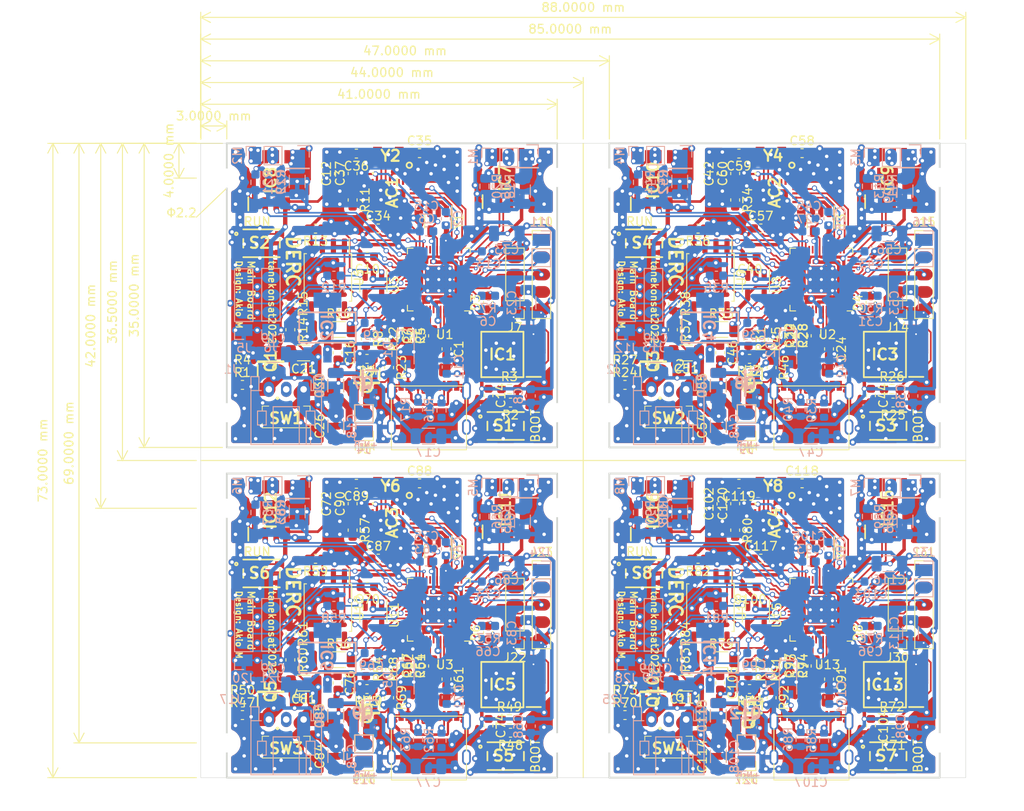
<source format=kicad_pcb>
(kicad_pcb (version 20211014) (generator pcbnew)
  (title_block (title "tanekosat2022_auto_runback_PCB") (company "DERC CanSat PJ") (comment 1 "Akio M"))
  (layers (0 "F.Cu" signal) (31 "B.Cu" power) (34 "B.Paste" user) (35 "F.Paste" user) (36 "B.SilkS" user "B.Silkscreen") (37 "F.SilkS" user "F.Silkscreen") (38 "B.Mask" user) (39 "F.Mask" user) (44 "Edge.Cuts" user))
  (net 0 "")
  (net 1 "+1V1")
  (net 2 "GND")
  (net 3 "+3V3")
  (net 4 "/+7V4")
  (net 5 "/VBUS")
  (net 6 "Net-(D3-Pad2)")
  (net 7 "/QSPI_SS")
  (net 8 "/QSPI_SD1")
  (net 9 "/QSPI_SD2")
  (net 10 "/QSPI_SD0")
  (net 11 "/QSPI_SCLK")
  (net 12 "/QSPI_SD3")
  (net 13 "/GPIO5_GNSS_TX")
  (net 14 "Net-(IC7-Pad7)")
  (net 16 "Net-(IC8-Pad7)")
  (net 18 "GND1")
  (net 19 "/USB_D-")
  (net 20 "/USB_D+")
  (net 21 "Net-(R16-Pad1)")
  (net 22 "Net-(J3-Pad2)")
  (net 23 "Net-(J4-Pad2)")
  (net 24 "/GPIO23_MOE_B_2")
  (net 25 "Net-(Q1-Pad1)")
  (net 26 "Net-(Q2-Pad1)")
  (net 27 "Net-(AC1-Pad4)")
  (net 29 "Net-(Q7-Pad1)")
  (net 30 "/~{USB_BOOT}")
  (net 31 "/XOUT")
  (net 33 "/RUN")
  (net 34 "/GPIO0")
  (net 35 "/GPIO1")
  (net 36 "/XIN")
  (net 37 "/SWCLK")
  (net 38 "/SWD")
  (net 39 "/GPIO20_MOE_A_1")
  (net 40 "/3V3_REG_OUT")
  (net 41 "Net-(R12-Pad2)")
  (net 42 "Net-(R5-Pad2)")
  (net 43 "/M1_MINUS")
  (net 44 "/M1_PLUS")
  (net 45 "/M2_MINUS")
  (net 46 "/M2_PLUS")
  (net 47 "/GPIO4_GNSS_RX")
  (net 48 "Net-(R6-Pad2)")
  (net 51 "Net-(AC1-Pad9)")
  (net 59 "Net-(AC1-Pad26)")
  (net 60 "Net-(AC1-Pad27)")
  (net 61 "/GPIO15_IMU_MOSI")
  (net 62 "/GPIO13_IMU_CS")
  (net 63 "/GPIO14_IMU_SCK")
  (net 64 "/GPIO12_IMU_MISO")
  (net 65 "/GPIO19_MO_B_2")
  (net 66 "/GPIO18_MO_B_1")
  (net 67 "Net-(R13-Pad1)")
  (net 68 "Net-(R14-Pad1)")
  (net 69 "/GPIO28_NichromeA")
  (net 70 "/GPIO29_NichromeB")
  (net 71 "/GPIO3_ToF_RST")
  (net 72 "/GPIO2_LED")
  (net 77 "/GPIO17_IMU_RST")
  (net 78 "/GPIO16_IMU_INT")
  (net 79 "/GPIO7_ToF_SCL")
  (net 80 "/GPIO6_ToF_SDA")
  (net 81 "Net-(R1-Pad1)")
  (net 82 "/GPIO8_I2C_EXT_SDA")
  (net 83 "/GPIO9_I2C_EXT_SCL")
  (net 84 "/GPIO11_MO_A_2")
  (net 85 "/GPIO10_MO_A_1")
  (net 86 "/GPIO26_ADC_I_monitor")
  (net 87 "/GPIO27_ADC_V_monitor")
  (net 88 "/GPIO21_MOE_B_1")
  (net 89 "/GPIO22_MOE_A_2")
  (net 90 "Net-(R17-Pad1)")
  (footprint "Capacitor_SMD:C_0603_1608Metric" (layer "F.Cu") (at 108.9002 63.4934 90)
    (fp_text reference "C12")
    (fp_text value "100n")
  )
  (footprint "" (layer "F.Cu") (at 148.125 85.5914)
    (fp_text reference "2")
    (fp_text value "")
  )
  (footprint "tanekonsat:PinHeader_1x02_P2.00mm_Vertical" (layer "F.Cu") (at 155.7958 131.1352 180)
    (fp_text reference "J26")
    (fp_text value "Conn_01x02_Male")
  )
  (footprint "Capacitor_SMD:C_0603_1608Metric" (layer "F.Cu") (at 128.636 89.8332 180)
    (fp_text reference "R2")
    (fp_text value "1k")
  )
  (footprint "Capacitor_SMD:C_0603_1608Metric" (layer "F.Cu") (at 126.096 127.0204 -90)
    (fp_text reference "C74")
    (fp_text value "100n")
  )
  (footprint "SamacSys_Parts:SMT_4.2X3.2_" (layer "F.Cu") (at 144 109.5)
    (fp_text reference "S8")
    (fp_text value "SKRPACE010" hide)
  )
  (footprint "Capacitor_SMD:C_0603_1608Metric" (layer "F.Cu") (at 118.349 82.15 90)
    (fp_text reference "R6")
    (fp_text value "27")
  )
  (footprint "Capacitor_SMD:C_0603_1608Metric" (layer "F.Cu") (at 170.096 127.0204 -90)
    (fp_text reference "C104")
    (fp_text value "100n")
  )
  (footprint "" (layer "F.Cu") (at 178 91)
    (fp_text reference "1")
    (fp_text value "")
  )
  (footprint "tanekonsat:PinHeader_1x04_P2.00mm_Vertical" (layer "F.Cu") (at 129.144 117.1144 180)
    (fp_text reference "J22")
    (fp_text value "Conn_01x04_Female")
  )
  (footprint "Capacitor_SMD:C_0603_1608Metric" (layer "F.Cu") (at 112.1644 111.0438 180)
    (fp_text reference "C70")
    (fp_text value "100n")
  )
  (footprint "" (layer "F.Cu") (at 134 91)
    (fp_text reference "")
    (fp_text value "")
  )
  (footprint "RP2040:RP2040-QFN-56" (layer "F.Cu") (at 164.3876 75.6769 180)
    (fp_text reference "U2")
    (fp_text value "RP2040")
  )
  (footprint "Capacitor_SMD:C_0603_1608Metric" (layer "F.Cu") (at 113.777 82.518 -90)
    (fp_text reference "R22")
    (fp_text value "1k")
  )
  (footprint "Capacitor_SMD:C_0603_1608Metric" (layer "F.Cu") (at 160.825 120.137 -90)
    (fp_text reference "C94")
    (fp_text value "1u")
  )
  (footprint "Capacitor_SMD:C_0603_1608Metric" (layer "F.Cu") (at 172.636 127.8332 180)
    (fp_text reference "R71")
    (fp_text value "1k")
  )
  (footprint "Capacitor_SMD:C_0603_1608Metric" (layer "F.Cu") (at 112.126 122.804 180)
    (fp_text reference "R55")
    (fp_text value "10k")
  )
  (footprint "tanekonsat:PinHeader_1x04_P2.00mm_Vertical" (layer "F.Cu") (at 173.144 117.1144 180)
    (fp_text reference "J30")
    (fp_text value "Conn_01x04_Female")
  )
  (footprint "SamacSys_Parts:SOIC127P790X216-8N" (layer "F.Cu") (at 171.6962 122.296 180)
    (fp_text reference "IC13")
    (fp_text value "W25Q128JVSIQ" hide)
  )
  (footprint "RP2040:RP2040-QFN-56" (layer "F.Cu") (at 120.3876 75.6769 180)
    (fp_text reference "U1")
    (fp_text value "RP2040")
  )
  (footprint "SamacSys_Parts:SOT95P237X112-3N" (layer "F.Cu") (at 156.0752 87.5726 -90)
    (fp_text reference "Q4")
    (fp_text value "Q_NMOS_DGS" hide)
  )
  (footprint "Capacitor_SMD:C_0603_1608Metric" (layer "F.Cu") (at 110.475 104.516 -90)
    (fp_text reference "R57")
    (fp_text value "10k")
  )
  (footprint "MountingHole:MountingHole_2.2mm_M2" (layer "F.Cu") (at 96 102)
    (fp_text reference "REF**9" hide)
    (fp_text value "MountingHole_2.2mm_M2")
  )
  (footprint "SamacSys_Parts:SOIC127P600X175-9N" (layer "F.Cu") (at 145.0516 64.2554 90)
    (fp_text reference "IC10")
    (fp_text value "TB67H450FNG,EL" hide)
  )
  (footprint "Capacitor_SMD:C_0603_1608Metric" (layer "F.Cu") (at 157.4214 107.7926)
    (fp_text reference "C117")
    (fp_text value "100n")
  )
  (footprint "Capacitor_SMD:C_0603_1608Metric" (layer "F.Cu") (at 119.7257 120.15 90)
    (fp_text reference "R51")
    (fp_text value "27")
  )
  (footprint "MountingHole:MountingHole_2.2mm_M2" (layer "F.Cu") (at 140 102)
    (fp_text reference "REF**15" hide)
    (fp_text value "MountingHole_2.2mm_M2")
  )
  (footprint "SamacSys_Parts:SOIC127P600X175-9N" (layer "F.Cu") (at 172 102.0014 90)
    (fp_text reference "IC15")
    (fp_text value "TB67H450FNG,EL" hide)
  )
  (footprint "Capacitor_SMD:C_0603_1608Metric" (layer "F.Cu") (at 113.4214 107.7926)
    (fp_text reference "C87")
    (fp_text value "100n")
  )
  (footprint "Capacitor_SMD:C_0603_1608Metric" (layer "F.Cu") (at 156.1644 73.0438 180)
    (fp_text reference "C40")
    (fp_text value "100n")
  )
  (footprint "MountingHole:MountingHole_2.2mm_M2" (layer "F.Cu") (at 134 101.9252)
    (fp_text reference "REF**10" hide)
    (fp_text value "MountingHole_2.2mm_M2")
  )
  (footprint "MountingHole:MountingHole_2.2mm_M2" (layer "F.Cu") (at 96 64)
    (fp_text reference "REF**" hide)
    (fp_text value "MountingHole_2.2mm_M2")
  )
  (footprint "Capacitor_SMD:C_1206_3216Metric" (layer "F.Cu") (at 152.5192 125.8774 90)
    (fp_text reference "C115")
    (fp_text value "100u")
  )
  (footprint "Capacitor_SMD:C_0603_1608Metric" (layer "F.Cu") (at 147.3122 119.4512 -90)
    (fp_text reference "R83")
    (fp_text value "3k")
  )
  (footprint "Capacitor_SMD:C_0603_1608Metric" (layer "F.Cu") (at 103.3376 116.454 -90)
    (fp_text reference "R61")
    (fp_text value "1k")
  )
  (footprint "MountingHole:MountingHole_2.2mm_M2" (layer "F.Cu") (at 134 63.9252)
    (fp_text reference "REF**" hide)
    (fp_text value "MountingHole_2.2mm_M2")
  )
  (footprint "Capacitor_SMD:C_0603_1608Metric" (layer "F.Cu") (at 121.27 83.661 -90)
    (fp_text reference "C1")
    (fp_text value "100n")
  )
  (footprint "Capacitor_SMD:C_0603_1608Metric" (layer "F.Cu") (at 154.9068 61.182 180)
    (fp_text reference "C59")
    (fp_text value "22p")
  )
  (footprint "SamacSys_Parts:SOT95P237X112-3N" (layer "F.Cu") (at 112.0752 87.5726 -90)
    (fp_text reference "Q2")
    (fp_text value "Q_NMOS_DGS" hide)
  )
  (footprint "tanekonsat:PinHeader_1x04_P2.00mm_Vertical" (layer "F.Cu") (at 173.144 79.1144 180)
    (fp_text reference "J14")
    (fp_text value "Conn_01x04_Female")
  )
  (footprint "Capacitor_SMD:C_0603_1608Metric" (layer "F.Cu") (at 158.666 123.807 -90)
    (fp_text reference "R92")
    (fp_text value "10k")
  )
  (footprint "MountingHole:MountingHole_2.2mm_M2" (layer "F.Cu") (at 140 129)
    (fp_text reference "REF**13" hide)
    (fp_text value "MountingHole_2.2mm_M2")
  )
  (footprint "RP2040:RP2040-QFN-56" (layer "F.Cu") (at 120.3876 113.6769 180)
    (fp_text reference "U3")
    (fp_text value "RP2040")
  )
  (footprint "Capacitor_SMD:C_0603_1608Metric" (layer "F.Cu") (at 147.3376 78.454 -90)
    (fp_text reference "R38")
    (fp_text value "1k")
  )
  (footprint "SamacSys_Parts:SMT_4.2X3.2_" (layer "F.Cu") (at 172.0772 130.5256)
    (fp_text reference "S7")
    (fp_text value "SKRPACE010" hide)
  )
  (footprint "Package_SO:SSOP-8_5.25x5.24mm_P1.27mm" (layer "F.Cu") (at 151.6302 113.4314 -90)
    (fp_text reference "U16")
    (fp_text value "Opamp_Dual")
  )
  (footprint "Capacitor_SMD:C_0603_1608Metric" (layer "F.Cu") (at 119.7257 82.15 90)
    (fp_text reference "R5")
    (fp_text value "27")
  )
  (footprint "Capacitor_SMD:C_0603_1608Metric" (layer "F.Cu") (at 163.7257 82.15 90)
    (fp_text reference "R28")
    (fp_text value "27")
  )
  (footprint "Capacitor_SMD:C_0603_1608Metric" (layer "F.Cu") (at 156.126 84.804 180)
    (fp_text reference "R32")
    (fp_text value "10k")
  )
  (footprint "MountingHole:MountingHole_2.2mm_M2" (layer "F.Cu") (at 96 91)
    (fp_text reference "REF**" hide)
    (fp_text value "MountingHole_2.2mm_M2")
  )
  (footprint "Capacitor_SMD:C_0603_1608Metric" (layer "F.Cu") (at 118.1712 99.1312)
    (fp_text reference "C88")
    (fp_text value "22p")
  )
  (footprint "Capacitor_SMD:C_1206_3216Metric" (layer "F.Cu") (at 148.8362 84.1182 180)
    (fp_text reference "C51")
    (fp_text value "100u")
  )
  (footprint "Capacitor_SMD:C_0603_1608Metric" (layer "F.Cu") (at 108.7478 84.0928 -90)
    (fp_text reference "C16")
    (fp_text value "1u")
  )
  (footprint "SamacSys_Parts:SOT95P237X112-3N" (layer "F.Cu") (at 156.0752 125.5726 -90)
    (fp_text reference "Q11")
    (fp_text value "Q_NMOS_DGS" hide)
  )
  (footprint "Package_TO_SOT_SMD:SOT-23-5" (layer "F.Cu") (at 156.8626 76.295 -90)
    (fp_text reference "U8")
    (fp_text value "LT6106")
  )
  (footprint "Capacitor_SMD:C_0603_1608Metric" (layer "F.Cu") (at 155.999 82.518 -90)
    (fp_text reference "R31")
    (fp_text value "1k")
  )
  (footprint "Capacitor_SMD:C_0603_1608Metric" (layer "F.Cu") (at 112.1644 73.0438 180)
    (fp_text reference "C10")
    (fp_text value "100n")
  )
  (footprint "SamacSys_Parts:SOIC127P790X216-8N" (layer "F.Cu") (at 127.6962 84.296 180)
    (fp_text reference "IC1")
    (fp_text value "W25Q128JVSIQ" hide)
  )
  (footprint "Capacitor_SMD:C_0603_1608Metric" (layer "F.Cu") (at 152.9002 101.4934 90)
    (fp_text reference "C102")
    (fp_text value "100n")
  )
  (footprint "SamacSys_Parts:SSAJ120100" (layer "F.Cu") (at 146.8296 129.4866)
    (fp_text reference "SW4")
    (fp_text value "SW_DIP_x01" hide)
  )
  (footprint "tanekonsat:PinHeader_1x05_P2.00mm_Vertical" (layer "F.Cu") (at 176.192 109.1012)
    (fp_text reference "J31")
    (fp_text value "Conn_01x05_Female")
  )
  (footprint "Capacitor_SMD:C_0603_1608Metric" (layer "F.Cu") (at 116.825 120.137 -90)
    (fp_text reference "C64")
    (fp_text value "1u")
  )
  (footprint "Capacitor_SMD:C_0603_1608Metric" (layer "F.Cu") (at 162.349 120.15 90)
    (fp_text reference "R75")
    (fp_text value "27")
  )
  (footprint "Capacitor_SMD:C_0603_1608Metric" (layer "F.Cu") (at 116.825 82.137 -90)
    (fp_text reference "C4")
    (fp_text value "1u")
  )
  (footprint "MountingHole:MountingHole_2.2mm_M2" (layer "F.Cu") (at 178 101.9252)
    (fp_text reference "REF**16" hide)
    (fp_text value "MountingHole_2.2mm_M2")
  )
  (footprint "Capacitor_SMD:C_0603_1608Metric" (layer "F.Cu") (at 113.4214 69.7926)
    (fp_text reference "C34")
    (fp_text value "100n")
  )
  (footprint "tanekonsat:PinHeader_1x05_P2.00mm_Vertical" (layer "F.Cu") (at 132.192 71.1012)
    (fp_text reference "J10")
    (fp_text value "Conn_01x05_Female")
  )
  (footprint "tanekonsat:USB_typeC_t" (layer "F.Cu") (at 114.93 87.92)
    (fp_text reference "U4")
    (fp_text value "USB_type_C")
  )
  (footprint "Resistor_SMD:R_1206_3216Metric" (layer "F.Cu") (at 108.9002 81.4258)
    (fp_text reference "R10")
    (fp_text value "0.01")
  )
  (footprint "tanekonsat:PinHeader_1x02_P2.00mm_Vertical" (layer "F.Cu") (at 155.7958 93.1352 180)
    (fp_text reference "J8")
    (fp_text value "Conn_01x02_Male")
  )
  (footprint "Capacitor_SMD:C_0603_1608Metric" (layer "F.Cu") (at 157.4214 69.7926)
    (fp_text reference "C57")
    (fp_text value "100n")
  )
  (footprint "Capacitor_SMD:C_0603_1608Metric" (layer "F.Cu") (at 141.8128 86.3534)
    (fp_text reference "R27")
    (fp_text value "10k")
  )
  (footprint "SamacSys_Parts:SSAJ120100" (layer "F.Cu") (at 102.8296 129.4866)
    (fp_text reference "SW3")
    (fp_text value "SW_DIP_x01" hide)
  )
  (footprint "SamacSys_Parts:BNO085" (layer "F.Cu") (at 115.0216 66.0024 90)
    (fp_text reference "AC1")
    (fp_text value "BNO085" hide)
  )
  (footprint "Package_TO_SOT_SMD:SOT-23-5" (layer "F.Cu") (at 120.32 68.9723 -90)
    (fp_text reference "Y1")
    (fp_text value "SIT2001BI-S2-33E-12.000000D")
  )
  (footprint "Capacitor_SMD:C_1206_3216Metric" (layer "F.Cu") (at 104.8362 122.1182 180)
    (fp_text reference "C81")
    (fp_text value "100u")
  )
  (footprint "Capacitor_SMD:C_0603_1608Metric" (layer "F.Cu") (at 152.9002 63.4934 90)
    (fp_text reference "C42")
    (fp_text value "100n")
  )
  (footprint "Capacitor_SMD:C_0603_1608Metric" (layer "F.Cu") (at 154.9068 99.182 180)
    (fp_text reference "C119")
    (fp_text value "22p")
  )
  (footprint "Capacitor_SMD:C_0603_1608Metric" (layer "F.Cu") (at 156.126 122.804 180)
    (fp_text reference "R78")
    (fp_text value "10k")
  )
  (footprint "Capacitor_SMD:C_0603_1608Metric" (layer "F.Cu") (at 163.7257 120.15 90)
    (fp_text reference "R74")
    (fp_text value "27")
  )
  (footprint "MountingHole:MountingHole_2.2mm_M2" (layer "F.Cu") (at 96 129)
    (fp_text reference "REF**7" hide)
    (fp_text value "MountingHole_2.2mm_M2")
  )
  (footprint "Capacitor_SMD:C_0603_1608Metric" (layer "F.Cu") (at 110.475 66.516 -90)
    (fp_text reference "R11")
    (fp_text value "10k")
  )
  (footprint "SamacSys_Parts:FC-135" (layer "F.Cu") (at 158.58531 61.296208 180)
    (fp_text reference "Y4")
    (fp_text value "FC-135_32.768KHz_7pF_+_-20ppm" hide)
  )
  (footprint "MountingHole:MountingHole_2.2mm_M2" (layer "F.Cu") (at 178 63.9252)
    (fp_text reference "REF**4" hide)
    (fp_text value "MountingHole_2.2mm_M2")
  )
  (footprint "Capacitor_SMD:C_0603_1608Metric" (layer "F.Cu") (at 126.0452 78.327 90)
    (fp_text reference "D3")
    (fp_text value "LED")
  )
  (footprint "Capacitor_SMD:C_0603_1608Metric" (layer "F.Cu") (at 112.126 84.804 180)
    (fp_text reference "R9")
    (fp_text value "10k")
  )
  (footprint "Capacitor_SMD:C_0603_1608Metric" (layer "F.Cu") (at 126.096 89.0204 -90)
    (fp_text reference "C14")
    (fp_text value "100n")
  )
  (footprint "SamacSys_Parts:SOIC127P790X216-8N" (layer "F.Cu") (at 171.6962 84.296 180)
    (fp_text reference "IC3")
    (fp_text value "W25Q128JVSIQ" hide)
  )
  (footprint "tanekonsat:USB_typeC_t" (layer "F.Cu") (at 114.93 125.92)
    (fp_text reference "U10")
    (fp_text value "USB_type_C")
  )
  (footprint "Capacitor_SMD:C_0603_1608Metric" (layer "F.Cu") (at 165.27 121.661 -90)
    (fp_text reference "C91")
    (fp_text value "100n")
  )
  (footprint "" (layer "F.Cu") (at 148.125 123.5914)
    (fp_text reference "6")
    (fp_text value "")
  )
  (footprint "tanekonsat:PinHeader_1x05_P2.00mm_Vertical" (layer "F.Cu") (at 132.192 109.1012)
    (fp_text reference "J23")
    (fp_text value "Conn_01x05_Female")
  )
  (footprint "Resistor_SMD:R_0603_1608Metric_Pad0.98x0.95mm_HandSolder" (layer "F.Cu") (at 128.5071 88.2838)
    (fp_text reference "R3")
    (fp_text value "DNF")
  )
  (footprint "Capacitor_SMD:C_1206_3216Metric" (layer "F.Cu") (at 108.5446 130.551 90)
    (fp_text reference "C84")
    (fp_text value "100u")
  )
  (footprint "Capacitor_SMD:C_0603_1608Metric" (layer "F.Cu") (at 115.301 82.124 -90)
    (fp_text reference "C7")
    (fp_text value "1u")
  )
  (footprint "Capacitor_SMD:C_0603_1608Metric" (layer "F.Cu") (at 114.666 85.807 -90)
    (fp_text reference "R23")
    (fp_text value "10k")
  )
  (footprint "Capacitor_SMD:C_0603_1608Metric" (layer "F.Cu") (at 121.27 121.661 -90)
    (fp_text reference "C61")
    (fp_text value "100n")
  )
  (footprint "Capacitor_SMD:C_0603_1608Metric" (layer "F.Cu") (at 111.999 120.518 -90)
    (fp_text reference "R54")
    (fp_text value "1k")
  )
  (footprint "Capacitor_SMD:C_1206_3216Metric" (layer "F.Cu") (at 152.5192 87.8774 90)
    (fp_text reference "C55")
    (fp_text value "100u")
  )
  (footprint "" (layer "F.Cu") (at 104.125 123.5914)
    (fp_text reference "4")
    (fp_text value "")
  )
  (footprint "MountingHole:MountingHole_2.2mm_M2" (layer "F.Cu") (at 178 91)
    (fp_text reference "REF**2" hide)
    (fp_text value "MountingHole_2.2mm_M2")
  )
  (footprint "Capacitor_SMD:C_0603_1608Metric" (layer "F.Cu") (at 103.3122 119.4512 -90)
    (fp_text reference "R60")
    (fp_text value "3k")
  )
  (footprint "Capacitor_SMD:C_1206_3216Metric" (layer "F.Cu") (at 148.8362 122.1182 180)
    (fp_text reference "C111")
    (fp_text value "100u")
  )
  (footprint "Capacitor_SMD:C_0603_1608Metric" (layer "F.Cu") (at 170.096 89.0204 -90)
    (fp_text reference "C44")
    (fp_text value "100n")
  )
  (footprint "Capacitor_SMD:C_0603_1608Metric" (layer "F.Cu") (at 126.0452 116.327 90)
    (fp_text reference "D6")
    (fp_text value "LED")
  )
  (footprint "Capacitor_SMD:C_0603_1608Metric" (layer "F.Cu") (at 118.1712 61.1312)
    (fp_text reference "C35")
    (fp_text value "22p")
  )
  (footprint "tanekonsat:USB_typeC_t" (layer "F.Cu") (at 158.93 87.92)
    (fp_text reference "U7")
    (fp_text value "USB_type_C")
  )
  (footprint "SamacSys_Parts:SOT95P237X112-3N" (layer "F.Cu") (at 101.0542 85.127 90)
    (fp_text reference "Q1")
    (fp_text value "Q_NMOS_DGS" hide)
  )
  (footprint "Resistor_SMD:R_0603_1608Metric_Pad0.98x0.95mm_HandSolder" (layer "F.Cu") (at 172.5071 126.2838)
    (fp_text reference "R72")
    (fp_text value "DNF")
  )
  (footprint "MountingHole:MountingHole_2.2mm_M2" (layer "F.Cu") (at 134 91)
    (fp_text reference "REF**" hide)
    (fp_text value "MountingHole_2.2mm_M2")
  )
  (footprint "Package_TO_SOT_SMD:SOT-23-5" (layer "F.Cu") (at 112.8626 76.295 -90)
    (fp_text reference "U5")
    (fp_text value "LT6106")
  )
  (footprint "SamacSys_Parts:SOIC127P600X175-9N" (layer "F.Cu") (at 101.0516 64.2554 90)
    (fp_text reference "IC8")
    (fp_text value "TB67H450FNG,EL" hide)
  )
  (footprint "SamacSys_Parts:SOT95P237X112-3N" (layer "F.Cu") (at 112.0752 125.5726 -90)
    (fp_text reference "Q6")
    (fp_text value "Q_NMOS_DGS" hide)
  )
  (footprint "Capacitor_SMD:C_0603_1608Metric" (layer "F.Cu") (at 170.0452 116.327 90)
    (fp_text reference "D8")
    (fp_text value "LED")
  )
  (footprint "Resistor_SMD:R_0603_1608Metric_Pad0.98x0.95mm_HandSolder" (layer "F.Cu") (at 128.5071 126.2838)
    (fp_text reference "R49")
    (fp_text value "DNF")
  )
  (footprint "Capacitor_SMD:C_0603_1608Metric" (layer "F.Cu") (at 141.8004 87.8012)
    (fp_text reference "R24")
    (fp_text value "10k")
  )
  (footprint "Capacitor_SMD:C_0603_1608Metric" (layer "F.Cu") (at 97.8128 124.3534)
    (fp_text reference "R50")
    (fp_text value "10k")
  )
  (footprint "SamacSys_Parts:SOIC127P790X216-8N" (layer "F.Cu") (at 127.6962 122.296 180)
    (fp_text reference "IC5")
    (fp_text value "W25Q128JVSIQ" hide)
  )
  (footprint "SamacSys_Parts:SMT_4.2X3.2_" (layer "F.Cu") (at 100 109.5)
    (fp_text reference "S6")
    (fp_text value "SKRPACE010" hide)
  )
  (footprint "Package_TO_SOT_SMD:SOT-23-5" (layer "F.Cu") (at 164.32 106.9723 -90)
    (fp_text reference "Y7")
    (fp_text value "SIT2001BI-S2-33E-12.000000D")
  )
  (footprint "Resistor_SMD:R_1206_3216Metric" (layer "F.Cu") (at 152.9002 119.4258)
    (fp_text reference "R79")
    (fp_text value "0.01")
  )
  (footprint "Capacitor_SMD:C_0603_1608Metric" (layer "F.Cu") (at 162.1712 61.1312)
    (fp_text reference "C58")
    (fp_text value "22p")
  )
  (footprint "SamacSys_Parts:SMT_4.2X3.2_" (layer "F.Cu") (at 128.0772 92.5256)
    (fp_text reference "S1")
    (fp_text value "SKRPACE010" hide)
  )
  (footprint "Capacitor_SMD:C_0603_1608Metric" (layer "F.Cu") (at 115.301 120.124 -90)
    (fp_text reference "C67")
    (fp_text value "1u")
  )
  (footprint "SamacSys_Parts:SOT95P237X112-3N" (layer "F.Cu") (at 145.0542 123.127 90)
    (fp_text reference "Q10")
    (fp_text value "Q_NMOS_DGS" hide)
  )
  (footprint "Capacitor_SMD:C_0603_1608Metric" (layer "F.Cu") (at 111.999 82.518 -90)
    (fp_text reference "R8")
    (fp_text value "1k")
  )
  (footprint "" (layer "F.Cu") (at 134 129)
    (fp_text reference "3")
    (fp_text value "")
  )
  (footprint "Package_SO:SSOP-8_5.25x5.24mm_P1.27mm" (layer "F.Cu") (at 151.6302 75.4314 -90)
    (fp_text reference "U9")
    (fp_text value "Opamp_Dual")
  )
  (footprint "Capacitor_SMD:C_0603_1608Metric" (layer "F.Cu") (at 113.777 120.518 -90)
    (fp_text reference "R68")
    (fp_text value "1k")
  )
  (footprint "Capacitor_SMD:C_0603_1608Metric" (layer "F.Cu") (at 97.8004 125.8012)
    (fp_text reference "R47")
    (fp_text value "10k")
  )
  (footprint "Capacitor_SMD:C_0603_1608Metric" (layer "F.Cu") (at 150.2078 107.818 180)
    (fp_text reference "R82")
    (fp_text value "1k")
  )
  (footprint "Capacitor_SMD:C_0603_1608Metric" (layer "F.Cu") (at 154.475 104.516 -90)
    (fp_text reference "R80")
    (fp_text value "10k")
  )
  (footprint "SamacSys_Parts:SOIC127P600X175-9N" (layer "F.Cu") (at 145.0516 102.2554 90)
    (fp_text reference "IC16")
    (fp_text value "TB67H450FNG,EL" hide)
  )
  (footprint "SamacSys_Parts:SSAJ120100" (layer "F.Cu") (at 146.8296 91.4866)
    (fp_text reference "SW2")
    (fp_text value "SW_DIP_x01" hide)
  )
  (footprint "Package_TO_SOT_SMD:SOT-23-5" (layer "F.Cu") (at 120.32 106.9723 -90)
    (fp_text reference "Y5")
    (fp_text value "SIT2001BI-S2-33E-12.000000D")
  )
  (footprint "Capacitor_SMD:C_0603_1608Metric" (layer "F.Cu") (at 159.301 82.124 -90)
    (fp_text reference "C32")
    (fp_text value "1u")
  )
  (footprint "Capacitor_SMD:C_0603_1608Metric" (layer "F.Cu") (at 158.666 85.807 -90)
    (fp_text reference "R46")
    (fp_text value "10k")
  )
  (footprint "SamacSys_Parts:SMT_4.2X3.2_" (layer "F.Cu") (at 128.0772 130.5256)
    (fp_text reference "S5")
    (fp_text value "SKRPACE010" hide)
  )
  (footprint "Capacitor_SMD:C_0603_1608Metric" (layer "F.Cu") (at 159.301 120.124 -90)
    (fp_text reference "C97")
    (fp_text value "1u")
  )
  (footprint "Capacitor_SMD:C_0603_1608Metric" (layer "F.Cu") (at 108.7478 122.0928 -90)
    (fp_text reference "C76")
    (fp_text value "1u")
  )
  (footprint "SamacSys_Parts:FC-135" (layer "F.Cu") (at 114.58531 99.296208 180)
    (fp_text reference "Y6")
    (fp_text value "FC-135_32.768KHz_7pF_+_-20ppm" hide)
  )
  (footprint "" (layer "F.Cu") (at 178 129)
    (fp_text reference "5")
    (fp_text value "")
  )
  (footprint "Capacitor_SMD:C_0603_1608Metric" (layer "F.Cu") (at 103.3376 78.454 -90)
    (fp_text reference "R15")
    (fp_text value "1k")
  )
  (footprint "Capacitor_SMD:C_0603_1608Metric" (layer "F.Cu") (at 154.475 66.516 -90)
    (fp_text reference "R34")
    (fp_text value "10k")
  )
  (footprint "Capacitor_SMD:C_0603_1608Metric" (layer "F.Cu") (at 172.636 89.8332 180)
    (fp_text reference "R25")
    (fp_text value "1k")
  )
  (footprint "SamacSys_Parts:SOIC127P600X175-9N" (layer "F.Cu") (at 101.0516 102.2554 90)
    (fp_text reference "IC12")
    (fp_text value "TB67H450FNG,EL" hide)
  )
  (footprint "Capacitor_SMD:C_0603_1608Metric" (layer "F.Cu") (at 110.475 101.468 90)
    (fp_text reference "C90")
    (fp_text value "100n")
  )
  (footprint "MountingHole:MountingHole_2.2mm_M2" (layer "F.Cu") (at 178 129)
    (fp_text reference "REF**14" hide)
    (fp_text value "MountingHole_2.2mm_M2")
  )
  (footprint "Capacitor_SMD:C_0603_1608Metric" (layer "F.Cu") (at 110.9068 61.182 180)
    (fp_text reference "C36")
    (fp_text value "22p")
  )
  (footprint "Capacitor_SMD:C_1206_3216Metric" (layer "F.Cu") (at 108.5192 125.8774 90)
    (fp_text reference "C85")
    (fp_text value "100u")
  )
  (footprint "Capacitor_SMD:C_0603_1608Metric" (layer "F.Cu") (at 170.0452 78.327 90)
    (fp_text reference "D4")
    (fp_text value "LED")
  )
  (footprint "Capacitor_SMD:C_0603_1608Metric" (layer "F.Cu") (at 165.27 83.661 -90)
    (fp_text reference "C24")
    (fp_text value "100n")
  )
  (footprint "tanekonsat:PinHeader_1x04_P2.00mm_Vertical" (layer "F.Cu") (at 129.144 79.1144 180)
    (fp_text reference "J7")
    (fp_text value "Conn_01x04_Female")
  )
  (footprint "Capacitor_SMD:C_0603_1608Metric" (layer "F.Cu") (at 156.1644 111.0438 180)
    (fp_text reference "C100")
    (fp_text value "100n")
  )
  (footprint "Capacitor_SMD:C_0603_1608Metric" (layer "F.Cu") (at 147.3122 81.4512 -90)
    (fp_text reference "R37")
    (fp_text value "3k")
  )
  (footprint "Capacitor_SMD:C_0603_1608Metric" (layer "F.Cu") (at 162.349 82.15 90)
    (fp_text reference "R29")
    (fp_text value "27")
  )
  (footprint "MountingHole:MountingHole_2.2mm_M2" (layer "F.Cu") (at 140 64)
    (fp_text reference "REF**3" hide)
    (fp_text value "MountingHole_2.2mm_M2")
  )
  (footprint "" (layer "F.Cu") (at 104.125 85.5914)
    (fp_text reference "")
    (fp_text value "")
  )
  (footprint "tanekonsat:USB_typeC_t" (layer "F.Cu") (at 158.93 125.92)
    (fp_text reference "U14")
    (fp_text value "USB_type_C")
  )
  (footprint "Capacitor_SMD:C_1206_3216Metric" (layer "F.Cu") (at 108.5192 87.8774 90)
    (fp_text reference "C30")
    (fp_text value "100u")
  )
  (footprint "Capacitor_SMD:C_0603_1608Metric" (layer "F.Cu") (at 160.825 82.137 -90)
    (fp_text reference "C28")
    (fp_text value "1u")
  )
  (footprint "Capacitor_SMD:C_0603_1608Metric" (layer "F.Cu") (at 162.1712 99.1312)
    (fp_text reference "C118")
    (fp_text value "22p")
  )
  (footprint "Capacitor_SMD:C_0603_1608Metric" (layer "F.Cu") (at 110.9068 99.182 180)
    (fp_text reference "C89")
    (fp_text value "22p")
  )
  (footprint "tanekonsat:PinHeader_1x02_P2.00mm_Vertical" (layer "F.Cu") (at 111.7958 131.1352 180)
    (fp_text reference "J18")
    (fp_text value "Conn_01x02_Male")
  )
  (footprint "Resistor_SMD:R_1206_3216Metric" (layer "F.Cu") (at 152.9002 81.4258)
    (fp_text reference "R33")
    (fp_text value "0.01")
  )
  (footprint "Package_SO:SSOP-8_5.25x5.24mm_P1.27mm" (layer "F.Cu") (at 107.6302 75.4314 -90)
    (fp_text reference "U6")
    (fp_text value "Opamp_Dual")
  )
  (footprint "RP2040:RP2040-QFN-56" (layer "F.Cu") (at 164.3876 113.6769 180)
    (fp_text reference "U13")
    (fp_text value "RP2040")
  )
  (footprint "Package_TO_SOT_SMD:SOT-23-5" (layer "F.Cu") (at 156.8626 114.295 -90)
    (fp_text reference "U15")
    (fp_text value "LT6106")
  )
  (footprint "Capacitor_SMD:C_0603_1608Metric" (layer "F.Cu") (at 118.349 120.15 90)
    (fp_text reference "R52")
    (fp_text value "27")
  )
  (footprint "SamacSys_Parts:SOIC127P600X175-9N" (layer "F.Cu") (at 172 64.0014 90)
    (fp_text reference "IC9")
    (fp_text value "TB67H450FNG,EL" hide)
  )
  (footprint "SamacSys_Parts:BNO085" (layer "F.Cu") (at 115.0216 104.0024 90)
    (fp_text reference "AC3")
    (fp_text value "BNO085" hide)
  )
  (footprint "Resistor_SMD:R_1206_3216Metric" (layer "F.Cu") (at 108.9002 119.4258)
    (fp_text reference "R56")
    (fp_text value "0.01")
  )
  (footprint "Capacitor_SMD:C_0603_1608Metric" (layer "F.Cu") (at 108.9002 101.4934 90)
    (fp_text reference "C72")
    (fp_text value "100n")
  )
  (footprint "Capacitor_SMD:C_1206_3216Metric" (layer "F.Cu") (at 104.8362 84.1182 180)
    (fp_text reference "C21")
    (fp_text value "100u")
  )
  (footprint "MountingHole:MountingHole_2.2mm_M2" (layer "F.Cu") (at 140 91)
    (fp_text reference "REF**1" hide)
    (fp_text value "MountingHole_2.2mm_M2")
  )
  (footprint "Capacitor_SMD:C_0603_1608Metric" (layer "F.Cu") (at 152.7478 84.0928 -90)
    (fp_text reference "C46")
    (fp_text value "1u")
  )
  (footprint "tanekonsat:PinHeader_1x02_P2.00mm_Vertical" (layer "F.Cu") (at 111.7958 93.1352 180)
    (fp_text reference "J3")
    (fp_text value "Conn_01x02_Male")
  )
  (footprint "Capacitor_SMD:C_0603_1608Metric" (layer "F.Cu") (at 141.8128 124.3534)
    (fp_text reference "R73")
    (fp_text value "10k")
  )
  (footprint "Capacitor_SMD:C_0603_1608Metric" (layer "F.Cu") (at 106.2078 69.818 180)
    (fp_text reference "R13")
    (fp_text value "1k")
  )
  (footprint "Resistor_SMD:R_0603_1608Metric_Pad0.98x0.95mm_HandSolder" (layer "F.Cu") (at 172.5071 88.2838)
    (fp_text reference "R26")
    (fp_text value "DNF")
  )
  (footprint "Capacitor_SMD:C_0603_1608Metric" (layer "F.Cu") (at 147.3376 116.454 -90)
    (fp_text reference "R84")
    (fp_text value "1k")
  )
  (footprint "Capacitor_SMD:C_0603_1608Metric" (layer "F.Cu") (at 114.666 123.807 -90)
    (fp_text reference "R69")
    (fp_text value "10k")
  )
  (footprint "SamacSys_Parts:BNO085" (layer "F.Cu") (at 159.0216 66.0024 90)
    (fp_text reference "AC2")
    (fp_text value "BNO085" hide)
  )
  (footprint "Capacitor_SMD:C_0603_1608Metric" (layer "F.Cu") (at 97.8004 87.8012)
    (fp_text reference "R1")
    (fp_text value "10k")
  )
  (footprint "Package_TO_SOT_SMD:SOT-23-5" (layer "F.Cu") (at 164.32 68.9723 -90)
    (fp_text reference "Y3")
    (fp_text value "SIT2001BI-S2-33E-12.000000D")
  )
  (footprint "Capacitor_SMD:C_0603_1608Metric" (layer "F.Cu") (at 154.475 63.468 90)
    (fp_text reference "C60")
    (fp_text value "100n")
  )
  (footprint "SamacSys_Parts:FC-135" (layer "F.Cu") (at 158.58531 99.296208 180)
    (fp_text reference "Y8")
    (fp_text value "FC-135_32.768KHz_7pF_+_-20ppm" hide)
  )
  (footprint "Capacitor_SMD:C_0603_1608Metric" (layer "F.Cu") (at 157.777 82.518 -90)
    (fp_text reference "R45")
    (fp_text value "1k")
  )
  (footprint "Capacitor_SMD:C_1206_3216Metric" (layer "F.Cu") (at 108.5446 92.551 90)
    (fp_text reference "C26")
    (fp_text value "100u")
  )
  (footprint "SamacSys_Parts:SOIC127P600X175-9N" (layer "F.Cu") (at 128 102.0014 90)
    (fp_text reference "IC11")
    (fp_text value "TB67H450FNG,EL" hide)
  )
  (footprint "Capacitor_SMD:C_0603_1608Metric" (layer "F.Cu") (at 154.475 101.468 90)
    (fp_text reference "C120")
    (fp_text value "100n")
  )
  (footprint "Capacitor_SMD:C_0603_1608Metric" (layer "F.Cu") (at 97.8128 86.3534)
    (fp_text reference "R4")
    (fp_text value "10k")
  )
  (footprint "SamacSys_Parts:FC-135" (layer "F.Cu") (at 114.58531 61.296208 180)
    (fp_text reference "Y2")
    (fp_text value "FC-135_32.768KHz_7pF_+_-20ppm" hide)
  )
  (footprint "Package_TO_SOT_SMD:SOT-23-5" (layer "F.Cu") (at 112.8626 114.295 -90)
    (fp_text reference "U11")
    (fp_text value "LT6106")
  )
  (footprint "Capacitor_SMD:C_1206_3216Metric" (layer "F.Cu") (at 152.5446 130.551 90)
    (fp_text reference "C114")
    (fp_text value "100u")
  )
  (footprint "Capacitor_SMD:C_0603_1608Metric" (layer "F.Cu") (at 152.7478 122.0928 -90)
    (fp_text reference "C106")
    (fp_text value "1u")
  )
  (footprint "SamacSys_Parts:BNO085" (layer "F.Cu") (at 159.0216 104.0024 90)
    (fp_text reference "AC4")
    (fp_text value "BNO085" hide)
  )
  (footprint "SamacSys_Parts:SMT_4.2X3.2_" (layer "F.Cu") (at 144 71.5)
    (fp_text reference "S4")
    (fp_text value "SKRPACE010" hide)
  )
  (footprint "Package_SO:SSOP-8_5.25x5.24mm_P1.27mm" (layer "F.Cu") (at 107.6302 113.4314 -90)
    (fp_text reference "U12")
    (fp_text value "Opamp_Dual")
  )
  (footprint "SamacSys_Parts:SMT_4.2X3.2_" (layer "F.Cu") (at 100 71.5)
    (fp_text reference "S2")
    (fp_text value "SKRPACE010" hide)
  )
  (footprint "Capacitor_SMD:C_0603_1608Metric" (layer "F.Cu") (at 128.636 127.8332 180)
    (fp_text reference "R48")
    (fp_text value "1k")
  )
  (footprint "Capacitor_SMD:C_0603_1608Metric" (layer "F.Cu") (at 110.475 63.468 90)
    (fp_text reference "C37")
    (fp_text value "100n")
  )
  (footprint "Capacitor_SMD:C_0603_1608Metric" (layer "F.Cu") (at 155.999 120.518 -90)
    (fp_text reference "R77")
    (fp_text value "1k")
  )
  (footprint "Capacitor_SMD:C_1206_3216Metric" (layer "F.Cu") (at 152.5446 92.551 90)
    (fp_text reference "C54")
    (fp_text value "100u")
  )
  (footprint "SamacSys_Parts:SSAJ120100" (layer "F.Cu") (at 102.8296 91.4866)
    (fp_text reference "SW1")
    (fp_text value "SW_DIP_x01" hide)
  )
  (footprint "Capacitor_SMD:C_0603_1608Metric" (layer "F.Cu") (at 106.2078 107.818 180)
    (fp_text reference "R59")
    (fp_text value "1k")
  )
  (footprint "SamacSys_Parts:SOIC127P600X175-9N" (layer "F.Cu") (at 128 64.0014 90)
    (fp_text reference "IC7")
    (fp_text value "TB67H450FNG,EL" hide)
  )
  (footprint "Capacitor_SMD:C_0603_1608Metric" (layer "F.Cu") (at 103.3122 81.4512 -90)
    (fp_text reference "R14")
    (fp_text value "3k")
  )
  (footprint "SamacSys_Parts:SMT_4.2X3.2_" (layer "F.Cu") (at 172.0772 92.5256)
    (fp_text reference "S3")
    (fp_text value "SKRPACE010" hide)
  )
  (footprint "MountingHole:MountingHole_2.2mm_M2" (layer "F.Cu") (at 134 129)
    (fp_text reference "REF**8" hide)
    (fp_text value "MountingHole_2.2mm_M2")
  )
  (footprint "SamacSys_Parts:SOT95P237X112-3N" (layer "F.Cu") (at 145.0542 85.127 90)
    (fp_text reference "Q3")
    (fp_text value "Q_NMOS_DGS" hide)
  )
  (footprint "Capacitor_SMD:C_0603_1608Metric" (layer "F.Cu") (at 157.777 120.518 -90)
    (fp_text reference "R91")
    (fp_text value "1k")
  )
  (footprint "Capacitor_SMD:C_0603_1608Metric" (layer "F.Cu") (at 150.2078 69.818 180)
    (fp_text reference "R36")
    (fp_text value "1k")
  )
  (footprint "SamacSys_Parts:SOT95P237X112-3N" (layer "F.Cu") (at 101.0542 123.127 90)
    (fp_text reference "Q5")
    (fp_text value "Q_NMOS_DGS" hide)
  )
  (footprint "tanekonsat:PinHeader_1x05_P2.00mm_Vertical" (layer "F.Cu") (at 176.192 71.1012)
    (fp_text reference "J15")
    (fp_text value "Conn_01x05_Female")
  )
  (footprint "Capacitor_SMD:C_0603_1608Metric" (layer "F.Cu") (at 141.8004 125.8012)
    (fp_text reference "R70")
    (fp_text value "10k")
  )
  (footprint "Resistor_SMD:R_0603_1608Metric_Pad0.98x0.95mm_HandSolder" (layer "B.Cu") (at 125.6388 102.9412 90)
    (fp_text reference "R66")
    (fp_text value "R")
  )
  (footprint "Diode_SMD:D_SOD-123" (layer "B.Cu") (at 160.5456 121.7372 -90)
    (fp_text reference "D7")
    (fp_text value "1N4148W")
  )
  (footprint "Capacitor_SMD:C_1206_3216Metric" (layer "B.Cu") (at 174.0076 65.5 -90)
    (fp_text reference "C29")
    (fp_text value "100u")
  )
  (footprint "Capacitor_SMD:C_0603_1608Metric" (layer "B.Cu") (at 126.0452 117.0636)
    (fp_text reference "C66")
    (fp_text value "100n")
  )
  (footprint "SamacSys_Parts:SOT230P700X180-4N" (layer "B.Cu") (at 151.5794 81.1972 90)
    (fp_text reference "IC4")
    (fp_text value "ADP3338AKCZ-3.3-RL" hide)
  )
  (footprint "tanekonsat:PinHeader_1x04_P2.00mm_Vertical" (layer "B.Cu") (at 145.077 81.454)
    (fp_text reference "J13")
    (fp_text value "Conn_01x04_Male")
  )
  (footprint "Capacitor_SMD:C_0603_1608Metric" (layer "B.Cu") (at 121.1938 68.662 90)
    (fp_text reference "C2")
    (fp_text value "10p")
  )
  (footprint "tanekonsat:PinHeader_1x04_P2.00mm_Vertical" (layer "B.Cu") (at 97.9528 119.5)
    (fp_text reference "J20")
    (fp_text value "Conn_01x04_Male")
  )
  (footprint "Resistor_SMD:R_0603_1608Metric" (layer "B.Cu") (at 120.7 128.7 -90)
    (fp_text reference "R62")
    (fp_text value "5.1k")
  )
  (footprint "tanekonsat:PinHeader_1x02_P2.00mm_Vertical" (layer "B.Cu") (at 99.2896 61.4106 -90)
    (fp_text reference "M2")
    (fp_text value "Motor_DC")
  )
  (footprint "Capacitor_SMD:C_0603_1608Metric" (layer "B.Cu") (at 174.9728 89.0712 -90)
    (fp_text reference "C38")
    (fp_text value "100n")
  )
  (footprint "Resistor_SMD:R_0603_1608Metric" (layer "B.Cu") (at 164.7 90.7 -90)
    (fp_text reference "R39")
    (fp_text value "5.1k")
  )
  (footprint "tanekonsat:PinHeader_1x04_P2.00mm_Vertical" (layer "B.Cu") (at 141.9528 81.5)
    (fp_text reference "J12")
    (fp_text value "Conn_01x04_Male")
  )
  (footprint "Capacitor_SMD:C_1206_3216Metric" (layer "B.Cu") (at 101.331 122.296 180)
    (fp_text reference "C79")
    (fp_text value "100u")
  )
  (footprint "Capacitor_SMD:C_0603_1608Metric" (layer "B.Cu") (at 121.1938 106.662 90)
    (fp_text reference "C62")
    (fp_text value "10p")
  )
  (footprint "tanekonsat:PinHeader_1x02_P2.00mm_Vertical" (layer "B.Cu") (at 99.2896 99.4106 -90)
    (fp_text reference "M6")
    (fp_text value "Motor_DC")
  )
  (footprint "Resistor_SMD:R_0603_1608Metric_Pad0.98x0.95mm_HandSolder" (layer "B.Cu") (at 143.299 102.484 90)
    (fp_text reference "R90")
    (fp_text value "R")
  )
  (footprint "tanekonsat:PinHeader_1x02_P2.00mm_Vertical" (layer "B.Cu") (at 155.745 131.17)
    (fp_text reference "J27")
    (fp_text value "Conn_01x02_Male")
  )
  (footprint "tanekonsat:PinHeader_1x02_P2.00mm_Vertical" (layer "B.Cu") (at 143.2896 61.4106 -90)
    (fp_text reference "M4")
    (fp_text value "Motor_DC")
  )
  (footprint "Capacitor_SMD:C_1206_3216Metric" (layer "B.Cu") (at 128.2042 70.3768)
    (fp_text reference "C33")
    (fp_text value "100u")
  )
  (footprint "Capacitor_SMD:C_0603_1608Metric" (layer "B.Cu") (at 118.984 70.1228 180)
    (fp_text reference "C3")
    (fp_text value "100n")
  )
  (footprint "Capacitor_SMD:C_1206_3216Metric" (layer "B.Cu") (at 130.6426 116.3506 -90)
    (fp_text reference "C83")
    (fp_text value "100u")
  )
  (footprint "Capacitor_SMD:C_0603_1608Metric" (layer "B.Cu") (at 126.1214 110.4342)
    (fp_text reference "C73")
    (fp_text value "100n")
  )
  (footprint "Capacitor_SMD:C_0603_1608Metric" (layer "B.Cu") (at 152.316 75.2282)
    (fp_text reference "R35")
    (fp_text value "100")
  )
  (footprint "Connector_JST:JST_PH_S3B-PH-K_1x03_P2.00mm_Horizontal" (layer "B.Cu") (at 104.8362 88.3092 180)
    (fp_text reference "J1")
    (fp_text value "Conn_01x02_Male")
  )
  (footprint "Capacitor_SMD:C_0603_1608Metric" (layer "B.Cu") (at 130.9728 89.0712 -90)
    (fp_text reference "C8")
    (fp_text value "100n")
  )
  (footprint "Capacitor_SMD:C_1206_3216Metric" (layer "B.Cu") (at 108.5446 92.551 90)
    (fp_text reference "C18")
    (fp_text value "100u")
  )
  (footprint "Resistor_SMD:R_0603_1608Metric_Pad0.98x0.95mm_HandSolder" (layer "B.Cu") (at 100.7722 64.484 90)
    (fp_text reference "R19")
    (fp_text value "R")
  )
  (footprint "Capacitor_SMD:C_0603_1608Metric" (layer "B.Cu") (at 165.2954 123.7438 90)
    (fp_text reference "C101")
    (fp_text value "100n")
  )
  (footprint "tanekonsat:PinHeader_1x04_P2.00mm_Vertical" (layer "B.Cu") (at 101.077 119.454)
    (fp_text reference "J21")
    (fp_text value "Conn_01x04_Male")
  )
  (footprint "Capacitor_SMD:C_0603_1608Metric" (layer "B.Cu") (at 162.9586 106.6496 180)
    (fp_text reference "C105")
    (fp_text value "100n")
  )
  (footprint "Resistor_SMD:R_0603_1608Metric_Pad0.98x0.95mm_HandSolder" (layer "B.Cu") (at 144.7722 102.484 90)
    (fp_text reference "R88")
    (fp_text value "R")
  )
  (footprint "Capacitor_SMD:C_1206_3216Metric" (layer "B.Cu") (at 108.5446 130.551 90)
    (fp_text reference "C78")
    (fp_text value "100u")
  )
  (footprint "Resistor_SMD:R_0603_1608Metric_Pad0.98x0.95mm_HandSolder" (layer "B.Cu") (at 171.1374 102.9412 90)
    (fp_text reference "R87")
    (fp_text value "R")
  )
  (footprint "tanekonsat:PinHeader_1x02_P2.00mm_Vertical" (layer "B.Cu") (at 170.4064 99.6138 -90)
    (fp_text reference "M7")
    (fp_text value "Motor_DC")
  )
  (footprint "Capacitor_SMD:C_0603_1608Metric" (layer "B.Cu") (at 108.316 75.2282)
    (fp_text reference "R12")
    (fp_text value "100")
  )
  (footprint "Capacitor_SMD:C_0603_1608Metric" (layer "B.Cu") (at 170.1214 72.4342)
    (fp_text reference "C43")
    (fp_text value "100n")
  )
  (footprint "Capacitor_SMD:C_1206_3216Metric" (layer "B.Cu") (at 174.6426 78.3506 -90)
    (fp_text reference "C53")
    (fp_text value "100u")
  )
  (footprint "Capacitor_SMD:C_0603_1608Metric" (layer "B.Cu") (at 174.9728 127.0712 -90)
    (fp_text reference "C98")
    (fp_text value "100n")
  )
  (footprint "Capacitor_SMD:C_1206_3216Metric" (layer "B.Cu") (at 163.2 93.7)
    (fp_text reference "C47")
    (fp_text value "100u")
  )
  (footprint "Connector_JST:JST_PH_S3B-PH-K_1x03_P2.00mm_Horizontal" (layer "B.Cu") (at 148.8362 88.3092 180)
    (fp_text reference "J2")
    (fp_text value "Conn_01x02_Male")
  )
  (footprint "Capacitor_SMD:C_1206_3216Metric" (layer "B.Cu") (at 108.5446 125.9028 -90)
    (fp_text reference "C80")
    (fp_text value "100u")
  )
  (footprint "Resistor_SMD:R_0603_1608Metric" (layer "B.Cu") (at 164.7 128.7 -90)
    (fp_text reference "R85")
    (fp_text value "5.1k")
  )
  (footprint "Capacitor_SMD:C_0603_1608Metric" (layer "B.Cu") (at 126.1214 72.4342)
    (fp_text reference "C13")
    (fp_text value "100n")
  )
  (footprint "Capacitor_SMD:C_0603_1608Metric" (layer "B.Cu") (at 121.2954 123.7438 90)
    (fp_text reference "C71")
    (fp_text value "100n")
  )
  (footprint "Capacitor_SMD:C_0603_1608Metric" (layer "B.Cu") (at 170.096 77.5396)
    (fp_text reference "R30")
    (fp_text value "1k")
  )
  (footprint "tanekonsat:PinHeader_1x02_P2.00mm_Vertical" (layer "B.Cu") (at 176.1666 71.1294 180)
    (fp_text reference "J16")
    (fp_text value "Conn_01x02_Female")
  )
  (footprint "Capacitor_SMD:C_0603_1608Metric" (layer "B.Cu") (at 156.634 80.6638)
    (fp_text reference "C39")
    (fp_text value "1u")
  )
  (footprint "Capacitor_SMD:C_1206_3216Metric" (layer "B.Cu") (at 104.0996 64.3824 -90)
    (fp_text reference "C22")
    (fp_text value "100u")
  )
  (footprint "Connector_JST:JST_PH_S3B-PH-K_1x03_P2.00mm_Horizontal" (layer "B.Cu") (at 148.8362 126.3092 180)
    (fp_text reference "J25")
    (fp_text value "Conn_01x02_Male")
  )
  (footprint "Connector_PinHeader_2.54mm:PinHeader_1x01_P2.54mm_Vertical" (layer "B.Cu") (at 130.5 99.5 180)
    (fp_text reference "REF**12" hide)
    (fp_text value "PinHeader_1x01_P2.54mm_Vertical")
  )
  (footprint "tanekonsat:PinHeader_1x04_P2.00mm_Vertical" (layer "B.Cu") (at 97.9528 81.5)
    (fp_text reference "J5")
    (fp_text value "Conn_01x04_Male")
  )
  (footprint "SamacSys_Parts:SOT95P237X112-3N" (layer "B.Cu") (at 111.6282 125.598 180)
    (fp_text reference "Q9")
    (fp_text value "Q_NMOS_DGS" hide)
  )
  (footprint "Capacitor_SMD:C_0603_1608Metric" (layer "B.Cu") (at 112.634 118.6638)
    (fp_text reference "C69")
    (fp_text value "1u")
  )
  (footprint "Capacitor_SMD:C_1206_3216Metric" (layer "B.Cu") (at 130.0076 65.5 -90)
    (fp_text reference "C5")
    (fp_text value "100u")
  )
  (footprint "Capacitor_SMD:C_0603_1608Metric" (layer "B.Cu") (at 162.984 70.1228 180)
    (fp_text reference "C27")
    (fp_text value "100n")
  )
  (footprint "Capacitor_SMD:C_1206_3216Metric" (layer "B.Cu") (at 101.331 84.296 180)
    (fp_text reference "C19")
    (fp_text value "100u")
  )
  (footprint "Capacitor_SMD:C_1206_3216Metric" (layer "B.Cu") (at 108.5446 87.9028 -90)
    (fp_text reference "C20")
    (fp_text value "100u")
  )
  (footprint "Connector_PinHeader_2.54mm:PinHeader_1x01_P2.54mm_Vertical" (layer "B.Cu") (at 104.1504 99.5884 180)
    (fp_text reference "REF**11" hide)
    (fp_text value "PinHeader_1x01_P2.54mm_Vertical")
  )
  (footprint "Capacitor_SMD:C_1206_3216Metric" (layer "B.Cu") (at 152.5446 130.551 90)
    (fp_text reference "C108")
    (fp_text value "100u")
  )
  (footprint "Capacitor_SMD:C_1206_3216Metric" (layer "B.Cu") (at 163.2 131.7)
    (fp_text reference "C107")
    (fp_text value "100u")
  )
  (footprint "Connector_JST:JST_PH_S3B-PH-K_1x03_P2.00mm_Horizontal" (layer "B.Cu") (at 104.8362 126.3092 180)
    (fp_text reference "J17")
    (fp_text value "Conn_01x02_Male")
  )
  (footprint "Capacitor_SMD:C_1206_3216Metric" (layer "B.Cu") (at 172.2042 108.3768)
    (fp_text reference "C116")
    (fp_text value "100u")
  )
  (footprint "Diode_SMD:D_SOD-123" (layer "B.Cu") (at 116.5456 83.7372 -90)
    (fp_text reference "D1")
    (fp_text value "1N4148W")
  )
  (footprint "Diode_SMD:D_SOD-123" (layer "B.Cu") (at 160.5456 83.7372 -90)
    (fp_text reference "D2")
    (fp_text value "1N4148W")
  )
  (footprint "Resistor_SMD:R_0603_1608Metric" (layer "B.Cu") (at 118 128.6 -90)
    (fp_text reference "R63")
    (fp_text value "5.1k")
  )
  (footprint "Capacitor_SMD:C_0603_1608Metric" (layer "B.Cu") (at 118.984 108.1228 180)
    (fp_text reference "C63")
    (fp_text value "100n")
  )
  (footprint "Resistor_SMD:R_0603_1608Metric_Pad0.98x0.95mm_HandSolder" (layer "B.Cu") (at 144.7722 64.484 90)
    (fp_text reference "R42")
    (fp_text value "R")
  )
  (footprint "Capacitor_SMD:C_0603_1608Metric" (layer "B.Cu") (at 118.9586 68.6496 180)
    (fp_text reference "C15")
    (fp_text value "100n")
  )
  (footprint "Capacitor_SMD:C_0603_1608Metric" (layer "B.Cu") (at 108.316 113.2282)
    (fp_text reference "R58")
    (fp_text value "100")
  )
  (footprint "Resistor_SMD:R_0603_1608Metric" (layer "B.Cu") (at 162 128.6 -90)
    (fp_text reference "R86")
    (fp_text value "5.1k")
  )
  (footprint "tanekonsat:PinHeader_1x02_P2.00mm_Vertical" (layer "B.Cu") (at 155.745 93.17)
    (fp_text reference "J9")
    (fp_text value "Conn_01x02_Male")
  )
  (footprint "Capacitor_SMD:C_0603_1608Metric" (layer "B.Cu") (at 165.1938 68.662 90)
    (fp_text reference "C25")
    (fp_text value "10p")
  )
  (footprint "Capacitor_SMD:C_1206_3216Metric" (layer "B.Cu") (at 152.5446 92.551 90)
    (fp_text reference "C48")
    (fp_text value "100u")
  )
  (footprint "Capacitor_SMD:C_0603_1608Metric" (layer "B.Cu") (at 165.1938 106.662 90)
    (fp_text reference "C92")
    (fp_text value "10p")
  )
  (footprint "tanekonsat:PinHeader_1x04_P2.00mm_Vertical" (layer "B.Cu") (at 101.077 81.454)
    (fp_text reference "J6")
    (fp_text value "Conn_01x04_Male")
  )
  (footprint "tanekonsat:PinHeader_1x02_P2.00mm_Vertical" (layer "B.Cu") (at 176.1666 109.1294 180)
    (fp_text reference "J32")
    (fp_text value "Conn_01x02_Female")
  )
  (footprint "Resistor_SMD:R_0603_1608Metric_Pad0.98x0.95mm_HandSolder" (layer "B.Cu") (at 100.7722 102.484 90)
    (fp_text reference "R65")
    (fp_text value "R")
  )
  (footprint "Capacitor_SMD:C_1206_3216Metric" (layer "B.Cu") (at 174.0076 103.5 -90)
    (fp_text reference "C95")
    (fp_text value "100u")
  )
  (footprint "SamacSys_Parts:SOT95P237X112-3N" (layer "B.Cu") (at 155.6282 125.598 180)
    (fp_text reference "Q12")
    (fp_text value "Q_NMOS_DGS" hide)
  )
  (footprint "Capacitor_SMD:C_0603_1608Metric" (layer "B.Cu") (at 121.2954 85.7438 90)
    (fp_text reference "C11")
    (fp_text value "100n")
  )
  (footprint "Resistor_SMD:R_0603_1608Metric_Pad0.98x0.95mm_HandSolder" (layer "B.Cu") (at 99.299 64.484 90)
    (fp_text reference "R21")
    (fp_text value "R")
  )
  (footprint "Capacitor_SMD:C_0603_1608Metric" (layer "B.Cu") (at 170.0452 79.0636)
    (fp_text reference "C31")
    (fp_text value "100n")
  )
  (footprint "Capacitor_SMD:C_0603_1608Metric" (layer "B.Cu") (at 112.634 80.6638)
    (fp_text reference "C9")
    (fp_text value "1u")
  )
  (footprint "Capacitor_SMD:C_1206_3216Metric" (layer "B.Cu") (at 145.331 84.296 180)
    (fp_text reference "C49")
    (fp_text value "100u")
  )
  (footprint "tanekonsat:PinHeader_1x02_P2.00mm_Vertical" (layer "B.Cu") (at 126.4064 99.6138 -90)
    (fp_text reference "M5")
    (fp_text value "Motor_DC")
  )
  (footprint "Capacitor_SMD:C_0603_1608Metric" (layer "B.Cu") (at 165.2954 85.7438 90)
    (fp_text reference "C41")
    (fp_text value "100n")
  )
  (footprint "tanekonsat:PinHeader_1x02_P2.00mm_Vertical" (layer "B.Cu") (at 170.4064 61.6138 -90)
    (fp_text reference "M3")
    (fp_text value "Motor_DC")
  )
  (footprint "Capacitor_SMD:C_0603_1608Metric" (layer "B.Cu") (at 170.1214 110.4342)
    (fp_text reference "C103")
    (fp_text value "100n")
  )
  (footprint "Connector_PinHeader_2.54mm:PinHeader_1x01_P2.54mm_Vertical" (layer "B.Cu") (at 148.1504 61.5884 180)
    (fp_text reference "REF**5" hide)
    (fp_text value "PinHeader_1x01_P2.54mm_Vertical")
  )
  (footprint "Capacitor_SMD:C_1206_3216Metric" (layer "B.Cu") (at 152.5446 87.9028 -90)
    (fp_text reference "C50")
    (fp_text value "100u")
  )
  (footprint "Capacitor_SMD:C_1206_3216Metric" (layer "B.Cu") (at 130.0076 103.5 -90)
    (fp_text reference "C65")
    (fp_text value "100u")
  )
  (footprint "Capacitor_SMD:C_1206_3216Metric" (layer "B.Cu") (at 152.5446 125.9028 -90)
    (fp_text reference "C110")
    (fp_text value "100u")
  )
  (footprint "Capacitor_SMD:C_1206_3216Metric" (layer "B.Cu") (at 148.0996 64.3824 -90)
    (fp_text reference "C52")
    (fp_text value "100u")
  )
  (footprint "Capacitor_SMD:C_1206_3216Metric" (layer "B.Cu") (at 145.331 122.296 180)
    (fp_text reference "C109")
    (fp_text value "100u")
  )
  (footprint "Capacitor_SMD:C_0603_1608Metric" (layer "B.Cu") (at 170.0452 117.0636)
    (fp_text reference "C96")
    (fp_text value "100n")
  )
  (footprint "tanekonsat:PinHeader_1x04_P2.00mm_Vertical" (layer "B.Cu") (at 141.9528 119.5)
    (fp_text reference "J28")
    (fp_text value "Conn_01x04_Male")
  )
  (footprint "tanekonsat:PinHeader_1x02_P2.00mm_Vertical" (layer "B.Cu") (at 111.745 131.17)
    (fp_text reference "J19")
    (fp_text value "Conn_01x02_Male")
  )
  (footprint "Connector_PinHeader_2.54mm:PinHeader_1x01_P2.54mm_Vertical" (layer "B.Cu") (at 174.5 61.5 180)
    (fp_text reference "REF**6" hide)
    (fp_text value "PinHeader_1x01_P2.54mm_Vertical")
  )
  (footprint "Resistor_SMD:R_0603_1608Metric_Pad0.98x0.95mm_HandSolder" (layer "B.Cu") (at 143.299 64.484 90)
    (fp_text reference "R44")
    (fp_text value "R")
  )
  (footprint "Capacitor_SMD:C_0603_1608Metric" (layer "B.Cu") (at 118.9586 106.6496 180)
    (fp_text reference "C75")
    (fp_text value "100n")
  )
  (footprint "Capacitor_SMD:C_1206_3216Metric" (layer "B.Cu") (at 128.2042 108.3768)
    (fp_text reference "C86")
    (fp_text value "100u")
  )
  (footprint "tanekonsat:PinHeader_1x02_P2.00mm_Vertical" (layer "B.Cu") (at 143.2896 99.4106 -90)
    (fp_text reference "M8")
    (fp_text value "Motor_DC")
  )
  (footprint "Resistor_SMD:R_0603_1608Metric_Pad0.98x0.95mm_HandSolder" (layer "B.Cu") (at 125.6388 64.9412 90)
    (fp_text reference "R20")
    (fp_text value "R")
  )
  (footprint "Connector_PinHeader_2.54mm:PinHeader_1x01_P2.54mm_Vertical" (layer "B.Cu") (at 130.5 61.5 180)
    (fp_text reference "REF**" hide)
    (fp_text value "PinHeader_1x01_P2.54mm_Vertical")
  )
  (footprint "SamacSys_Parts:SOT95P237X112-3N" (layer "B.Cu") (at 155.6282 87.598 180)
    (fp_text reference "Q8")
    (fp_text value "Q_NMOS_DGS" hide)
  )
  (footprint "Capacitor_SMD:C_0603_1608Metric" (layer "B.Cu") (at 126.0452 79.0636)
    (fp_text reference "C6")
    (fp_text value "100n")
  )
  (footprint "Capacitor_SMD:C_1206_3216Metric" (layer "B.Cu") (at 104.0996 102.3824 -90)
    (fp_text reference "C82")
    (fp_text value "100u")
  )
  (footprint "Resistor_SMD:R_0603_1608Metric_Pad0.98x0.95mm_HandSolder" (layer "B.Cu") (at 99.299 102.484 90)
    (fp_text reference "R67")
    (fp_text value "R")
  )
  (footprint "Resistor_SMD:R_0603_1608Metric_Pad0.98x0.95mm_HandSolder" (layer "B.Cu") (at 127.1374 102.9412 90)
    (fp_text reference "R64")
    (fp_text value "R")
  )
  (footprint "tanekonsat:PinHeader_1x02_P2.00mm_Vertical" (layer "B.Cu") (at 111.745 93.17)
    (fp_text reference "J4")
    (fp_text value "Conn_01x02_Male")
  )
  (footprint "Capacitor_SMD:C_1206_3216Metric" (layer "B.Cu") (at 130.6426 78.3506 -90)
    (fp_text reference "C23")
    (fp_text value "100u")
  )
  (footprint "Capacitor_SMD:C_0603_1608Metric" (layer "B.Cu") (at 152.316 113.2282)
    (fp_text reference "R81")
    (fp_text value "100")
  )
  (footprint "Capacitor_SMD:C_0603_1608Metric" (layer "B.Cu") (at 162.9586 68.6496 180)
    (fp_text reference "C45")
    (fp_text value "100n")
  )
  (footprint "Capacitor_SMD:C_1206_3216Metric" (layer "B.Cu") (at 148.0996 102.3824 -90)
    (fp_text reference "C112")
    (fp_text value "100u")
  )
  (footprint "Resistor_SMD:R_0603_1608Metric" (layer "B.Cu") (at 162 90.6 -90)
    (fp_text reference "R40")
    (fp_text value "5.1k")
  )
  (footprint "tanekonsat:PinHeader_1x02_P2.00mm_Vertical" (layer "B.Cu") (at 132.1666 109.1294 180)
    (fp_text reference "J24")
    (fp_text value "Conn_01x02_Female")
  )
  (footprint "tanekonsat:PinHeader_1x02_P2.00mm_Vertical" (layer "B.Cu") (at 132.1666 71.1294 180)
    (fp_text reference "J11")
    (fp_text value "Conn_01x02_Female")
  )
  (footprint "Capacitor_SMD:C_1206_3216Metric" (layer "B.Cu") (at 174.6426 116.3506 -90)
    (fp_text reference "C113")
    (fp_text value "100u")
  )
  (footprint "SamacSys_Parts:SOT95P237X112-3N" (layer "B.Cu") (at 111.6282 87.598 180)
    (fp_text reference "Q7")
    (fp_text value "Q_NMOS_DGS" hide)
  )
  (footprint "Resistor_SMD:R_0603_1608Metric_Pad0.98x0.95mm_HandSolder" (layer "B.Cu") (at 171.1374 64.9412 90)
    (fp_text reference "R41")
    (fp_text value "R")
  )
  (footprint "Connector_PinHeader_2.54mm:PinHeader_1x01_P2.54mm_Vertical" (layer "B.Cu") (at 148.1504 99.5884 180)
    (fp_text reference "REF**17" hide)
    (fp_text value "PinHeader_1x01_P2.54mm_Vertical")
  )
  (footprint "Resistor_SMD:R_0603_1608Metric_Pad0.98x0.95mm_HandSolder" (layer "B.Cu") (at 169.6388 102.9412 90)
    (fp_text reference "R89")
    (fp_text value "R")
  )
  (footprint "Resistor_SMD:R_0603_1608Metric" (layer "B.Cu") (at 118 90.6 -90)
    (fp_text reference "R17")
    (fp_text value "5.1k")
  )
  (footprint "Capacitor_SMD:C_1206_3216Metric" (layer "B.Cu") (at 119.2 131.7)
    (fp_text reference "C77")
    (fp_text value "100u")
  )
  (footprint "Resistor_SMD:R_0603_1608Metric_Pad0.98x0.95mm_HandSolder" (layer "B.Cu") (at 127.1374 64.9412 90)
    (fp_text reference "R18")
    (fp_text value "R")
  )
  (footprint "SamacSys_Parts:SOT230P700X180-4N" (layer "B.Cu") (at 107.5794 81.1972 90)
    (fp_text reference "IC2")
    (fp_text value "ADP3338AKCZ-3.3-RL" hide)
  )
  (footprint "Capacitor_SMD:C_0603_1608Metric" (layer "B.Cu") (at 170.096 115.5396)
    (fp_text reference "R76")
    (fp_text value "1k")
  )
  (footprint "Resistor_SMD:R_0603_1608Metric_Pad0.98x0.95mm_HandSolder" (layer "B.Cu") (at 169.6388 64.9412 90)
    (fp_text reference "R43")
    (fp_text value "R")
  )
  (footprint "Diode_SMD:D_SOD-123" (layer "B.Cu") (at 116.5456 121.7372 -90)
    (fp_text reference "D5")
    (fp_text value "1N4148W")
  )
  (footprint "tanekonsat:PinHeader_1x02_P2.00mm_Vertical" (layer "B.Cu") (at 126.4064 61.6138 -90)
    (fp_text reference "M1")
    (fp_text value "Motor_DC")
  )
  (footprint "Connector_PinHeader_2.54mm:PinHeader_1x01_P2.54mm_Vertical" (layer "B.Cu") (at 104.1504 61.5884 180)
    (fp_text reference "REF**" hide)
    (fp_text value "PinHeader_1x01_P2.54mm_Vertical")
  )
  (footprint "Resistor_SMD:R_0603_1608Metric" (layer "B.Cu") (at 120.7 90.7 -90)
    (fp_text reference "R16")
    (fp_text value "5.1k")
  )
  (footprint "SamacSys_Parts:SOT230P700X180-4N" (layer "B.Cu") (at 151.5794 119.1972 90)
    (fp_text reference "IC14")
    (fp_text value "ADP3338AKCZ-3.3-RL" hide)
  )
  (footprint "tanekonsat:PinHeader_1x04_P2.00mm_Vertical" (layer "B.Cu") (at 145.077 119.454)
    (fp_text reference "J29")
    (fp_text value "Conn_01x04_Male")
  )
  (footprint "Capacitor_SMD:C_0603_1608Metric" (layer "B.Cu") (at 126.096 115.5396)
    (fp_text reference "R53")
    (fp_text value "1k")
  )
  (footprint "Capacitor_SMD:C_0603_1608Metric" (layer "B.Cu") (at 162.984 108.1228 180)
    (fp_text reference "C93")
    (fp_text value "100n")
  )
  (footprint "Connector_PinHeader_2.54mm:PinHeader_1x01_P2.54mm_Vertical" (layer "B.Cu") (at 174.5 99.5 180)
    (fp_text reference "REF**18" hide)
    (fp_text value "PinHeader_1x01_P2.54mm_Vertical")
  )
  (footprint "Capacitor_SMD:C_0603_1608Metric" (layer "B.Cu") (at 126.096 77.5396)
    (fp_text reference "R7")
    (fp_text value "1k")
  )
  (footprint "Capacitor_SMD:C_1206_3216Metric" (layer "B.Cu") (at 119.2 93.7)
    (fp_text reference "C17")
    (fp_text value "100u")
  )
  (footprint "Capacitor_SMD:C_0603_1608Metric" (layer "B.Cu") (at 130.9728 127.0712 -90)
    (fp_text reference "C68")
    (fp_text value "100n")
  )
  (footprint "SamacSys_Parts:SOT230P700X180-4N" (layer "B.Cu") (at 107.5794 119.1972 90)
    (fp_text reference "IC6")
    (fp_text value "ADP3338AKCZ-3.3-RL" hide)
  )
  (footprint "Capacitor_SMD:C_1206_3216Metric" (layer "B.Cu") (at 172.2042 70.3768)
    (fp_text reference "C56")
    (fp_text value "100u")
  )
  (footprint "Capacitor_SMD:C_0603_1608Metric" (layer "B.Cu") (at 156.634 118.6638)
    (fp_text reference "C99")
    (fp_text value "1u")
  )
  (gr_line (start 96 65.15) (end 92.5 68.5) (layer "F.SilkS") (width 0.12))
  (gr_line (start 137 60) (end 137 133) (layer "F.SilkS") (width 0.12))
  (gr_line (start 93 96.5) (end 181 96.5) (layer "F.SilkS") (width 0.12))
  (gr_rect (start 178 95) (end 140 60) (layer "Edge.Cuts") (width 0.2) (fill none))
  (gr_rect (start 178 133) (end 140 98) (layer "Edge.Cuts") (width 0.2) (fill none))
  (gr_rect (start 134 95) (end 96 60) (layer "Edge.Cuts") (width 0.2) (fill none))
  (gr_rect (start 134 133) (end 96 98) (layer "Edge.Cuts") (width 0.2) (fill none))
  (gr_rect (start 181 133) (end 93 60) (layer "Edge.Cuts") (width 0.05) (fill none))
  (gr_text "tanekonsat2022" (at 101.2 111.4 270) (layer "F.SilkS") (effects (font (size 0.8 0.8)) (justify left)))
  (gr_text "RUN" (at 143.5 69) (layer "F.SilkS") (effects (font (size 1 1))))
  (gr_text "Design: Akio M" (at 97.4 77.4 270) (layer "F.SilkS") (effects (font (size 0.7 0.7))))
  (gr_text "DERC" (at 147.6 73.6 270) (layer "F.SilkS") (effects (font (size 1.5 1.5) (thickness 0.3))))
  (gr_text "BOOT" (at 131.5 92.5 90) (layer "F.SilkS") (effects (font (size 1 1))))
  (gr_text "RUN" (at 143.5 107) (layer "F.SilkS") (effects (font (size 1 1))))
  (gr_text "Design: Akio M" (at 97.4 115.4 270) (layer "F.SilkS") (effects (font (size 0.7 0.7))))
  (gr_text "Φ2.2" (at 90.8 68) (layer "F.SilkS") (effects (font (size 1 1))))
  (gr_text "Main Board" (at 142.8 111.4 270) (layer "F.SilkS") (effects (font (size 0.8 0.8)) (justify left)))
  (gr_text "RUN" (at 99.5 107) (layer "F.SilkS") (effects (font (size 1 1))))
  (gr_text "Main Board" (at 98.8 111.4 270) (layer "F.SilkS") (effects (font (size 0.8 0.8)) (justify left)))
  (gr_text "Main Board" (at 142.8 73.4 270) (layer "F.SilkS") (effects (font (size 0.8 0.8)) (justify left)))
  (gr_text "BOOT" (at 175.5 92.5 90) (layer "F.SilkS") (effects (font (size 1 1))))
  (gr_text "tanekonsat2022" (at 145.2 73.4 270) (layer "F.SilkS") (effects (font (size 0.8 0.8)) (justify left)))
  (gr_text "DERC" (at 147.6 111.6 270) (layer "F.SilkS") (effects (font (size 1.5 1.5) (thickness 0.3))))
  (gr_text "tanekonsat2022" (at 145.2 111.4 270) (layer "F.SilkS") (effects (font (size 0.8 0.8)) (justify left)))
  (gr_text "DERC" (at 103.6 73.6 270) (layer "F.SilkS") (effects (font (size 1.5 1.5) (thickness 0.3))))
  (gr_text "Design: Akio M" (at 141.4 115.4 270) (layer "F.SilkS") (effects (font (size 0.7 0.7))))
  (gr_text "Main Board" (at 98.8 73.4 270) (layer "F.SilkS") (effects (font (size 0.8 0.8)) (justify left)))
  (gr_text "BOOT" (at 175.5 130.5 90) (layer "F.SilkS") (effects (font (size 1 1))))
  (gr_text "tanekonsat2022" (at 101.2 73.4 270) (layer "F.SilkS") (effects (font (size 0.8 0.8)) (justify left)))
  (gr_text "BOOT" (at 131.5 130.5 90) (layer "F.SilkS") (effects (font (size 1 1))))
  (gr_text "RUN" (at 99.5 69) (layer "F.SilkS") (effects (font (size 1 1))))
  (gr_text "Design: Akio M" (at 141.4 77.4 270) (layer "F.SilkS") (effects (font (size 0.7 0.7))))
  (gr_text "DERC" (at 103.6 111.6 270) (layer "F.SilkS") (effects (font (size 1.5 1.5) (thickness 0.3))))
  (dimension (type aligned) (layer "F.SilkS") (pts (xy 93 60) (xy 140 60)) (height -9.5) (gr_text "47.0000 mm" (at 116.5 49.35) (layer "F.SilkS") (effects (font (size 1 1) (thickness 0.15)))) (format (units 3) (units_format 1) (precision 4)) (style (thickness 0.12) (arrow_length 1.27) (text_position_mode 0) (extension_height 0.58642) (extension_offset 0.5) keep_text_aligned))
  (dimension (type aligned) (layer "F.SilkS") (pts (xy 93 60) (xy 93 96.5)) (height 9) (gr_text "36.5000 mm" (at 82.85 78.25 90) (layer "F.SilkS") (effects (font (size 1 1) (thickness 0.15)))) (format (units 3) (units_format 1) (precision 4)) (style (thickness 0.12) (arrow_length 1.27) (text_position_mode 0) (extension_height 0.58642) (extension_offset 0.5) keep_text_aligned))
  (dimension (type aligned) (layer "F.SilkS") (pts (xy 93 60) (xy 181 60)) (height -14.5) (gr_text "88.0000 mm" (at 137 44.35) (layer "F.SilkS") (effects (font (size 1 1) (thickness 0.15)))) (format (units 3) (units_format 1) (precision 4)) (style (thickness 0.12) (arrow_length 1.27) (text_position_mode 0) (extension_height 0.58642) (extension_offset 0.5) keep_text_aligned))
  (dimension (type aligned) (layer "F.SilkS") (pts (xy 134 60) (xy 93 60)) (height 4.5) (gr_text "41.0000 mm" (at 113.5 54.35) (layer "F.SilkS") (effects (font (size 1 1) (thickness 0.15)))) (format (units 3) (units_format 1) (precision 4)) (style (thickness 0.12) (arrow_length 1.27) (text_position_mode 0) (extension_height 0.58642) (extension_offset 0.5) keep_text_aligned))
  (dimension (type aligned) (layer "F.SilkS") (pts (xy 96 95) (xy 96 60)) (height -9.5) (gr_text "35.0000 mm" (at 85.35 77.5 90) (layer "F.SilkS") (effects (font (size 1 1) (thickness 0.15)))) (format (units 3) (units_format 1) (precision 4)) (style (thickness 0.12) (arrow_length 1.27) (text_position_mode 0) (extension_height 0.58642) (extension_offset 0.5) keep_text_aligned))
  (dimension (type aligned) (layer "F.SilkS") (pts (xy 93 60) (xy 93 64)) (height 2.5) (gr_text "4.0000 mm" (at 89.35 62 90) (layer "F.SilkS") (effects (font (size 1 1) (thickness 0.15)))) (format (units 3) (units_format 1) (precision 4)) (style (thickness 0.12) (arrow_length 1.27) (text_position_mode 0) (extension_height 0.58642) (extension_offset 0.5) keep_text_aligned))
  (dimension (type aligned) (layer "F.SilkS") (pts (xy 93 60) (xy 178 60)) (height -12) (gr_text "85.0000 mm" (at 135.5 46.85) (layer "F.SilkS") (effects (font (size 1 1) (thickness 0.15)))) (format (units 3) (units_format 1) (precision 4)) (style (thickness 0.12) (arrow_length 1.27) (text_position_mode 0) (extension_height 0.58642) (extension_offset 0.5) keep_text_aligned))
  (dimension (type aligned) (layer "F.SilkS") (pts (xy 96 60) (xy 93 60)) (height 2) (gr_text "3.0000 mm" (at 94.5 56.85) (layer "F.SilkS") (effects (font (size 1 1) (thickness 0.15)))) (format (units 3) (units_format 1) (precision 4)) (style (thickness 0.12) (arrow_length 1.27) (text_position_mode 0) (extension_height 0.58642) (extension_offset 0.5) keep_text_aligned))
  (dimension (type aligned) (layer "F.SilkS") (pts (xy 93 60) (xy 93 102)) (height 11.5) (gr_text "42.0000 mm" (at 80.35 81 90) (layer "F.SilkS") (effects (font (size 1 1) (thickness 0.15)))) (format (units 3) (units_format 1) (precision 4)) (style (thickness 0.12) (arrow_length 1.27) (text_position_mode 0) (extension_height 0.58642) (extension_offset 0.5) keep_text_aligned))
  (dimension (type aligned) (layer "F.SilkS") (pts (xy 93 60) (xy 137 60)) (height -7) (gr_text "44.0000 mm" (at 115 51.85) (layer "F.SilkS") (effects (font (size 1 1) (thickness 0.15)))) (format (units 3) (units_format 1) (precision 4)) (style (thickness 0.12) (arrow_length 1.27) (text_position_mode 0) (extension_height 0.58642) (extension_offset 0.5) keep_text_aligned))
  (dimension (type aligned) (layer "F.SilkS") (pts (xy 93 60) (xy 93 133)) (height 17) (gr_text "73.0000 mm" (at 74.85 96.5 90) (layer "F.SilkS") (effects (font (size 1 1) (thickness 0.15)))) (format (units 3) (units_format 1) (precision 4)) (style (thickness 0.12) (arrow_length 1.27) (text_position_mode 0) (extension_height 0.58642) (extension_offset 0.5) keep_text_aligned))
  (dimension (type aligned) (layer "F.SilkS") (pts (xy 93 60) (xy 93 129)) (height 14) (gr_text "69.0000 mm" (at 77.85 94.5 90) (layer "F.SilkS") (effects (font (size 1 1) (thickness 0.15)))) (format (units 3) (units_format 1) (precision 4)) (style (thickness 0.12) (arrow_length 1.27) (text_position_mode 0) (extension_height 0.58642) (extension_offset 0.5) keep_text_aligned))
  (segment (start 120.592961 82.2036) (end 120.616 82.180561) (width 0.2) (layer "F.Cu") (net 1))
  (segment (start 164.5876 118.0068) (end 164.5876 120.2036) (width 0.2) (layer "F.Cu") (net 1))
  (segment (start 120.5876 120.2036) (end 121.27 120.886) (width 0.2) (layer "F.Cu") (net 1))
  (segment (start 120.5876 120.2036) (end 120.592961 120.2036) (width 0.2) (layer "F.Cu") (net 1))
  (segment (start 120.5876 118.0068) (end 120.5876 120.2036) (width 0.2) (layer "F.Cu") (net 1))
  (segment (start 162.5876 78.19) (end 162.73 78.0476) (width 0.2) (layer "F.Cu") (net 1))
  (segment (start 120.2881 118.3844) (end 120.4572 118.3844) (width 0.4) (layer "F.Cu") (net 1))
  (segment (start 120.5876 80.0068) (end 120.5876 82.2036) (width 0.2) (layer "F.Cu") (net 1))
  (segment (start 120.48808 118.35352) (end 120.48808 118.1084) (width 0.4) (layer "F.Cu") (net 1))
  (segment (start 120.2881 118.3844) (end 120.2881 118.3063) (width 0.2) (layer "F.Cu") (net 1))
  (segment (start 120.5876 82.2036) (end 120.592961 82.2036) (width 0.2) (layer "F.Cu") (net 1))
  (segment (start 120.5876 117.1144) (end 120.5876 118.0068) (width 0.2) (layer "F.Cu") (net 1))
  (segment (start 164.5876 120.2036) (end 164.592961 120.2036) (width 0.2) (layer "F.Cu") (net 1))
  (segment (start 164.592961 82.2036) (end 164.616 82.180561) (width 0.2) (layer "F.Cu") (net 1))
  (segment (start 162.5876 116.19) (end 162.73 116.0476) (width 0.2) (layer "F.Cu") (net 1))
  (segment (start 164.5876 80.0068) (end 164.5876 82.2036) (width 0.2) (layer "F.Cu") (net 1))
  (segment (start 162.5876 79.1144) (end 162.5876 78.19) (width 0.2) (layer "F.Cu") (net 1))
  (segment (start 120.592961 120.2036) (end 120.616 120.180561) (width 0.2) (layer "F.Cu") (net 1))
  (segment (start 120.4572 80.3844) (end 120.48808 80.35352) (width 0.4) (layer "F.Cu") (net 1))
  (segment (start 116.871795 119.362) (end 116.825 119.362) (width 0.2) (layer "F.Cu") (net 1))
  (segment (start 163.64996 71.1674) (end 163.546083 71.271277) (width 0.2) (layer "F.Cu") (net 1))
  (segment (start 164.48808 80.35352) (end 164.48808 80.1084) (width 0.4) (layer "F.Cu") (net 1))
  (segment (start 163.7876 71.1674) (end 163.64996 71.1674) (width 0.2) (layer "F.Cu") (net 1))
  (segment (start 118.5876 79.1144) (end 118.5876 79.646195) (width 0.2) (layer "F.Cu") (net 1))
  (segment (start 120.48808 80.35352) (end 120.48808 80.1084) (width 0.4) (layer "F.Cu") (net 1))
  (segment (start 164.5876 82.2036) (end 165.27 82.886) (width 0.2) (layer "F.Cu") (net 1))
  (segment (start 118.5876 117.646195) (end 116.871795 119.362) (width 0.2) (layer "F.Cu") (net 1))
  (segment (start 162.5876 79.646195) (end 160.871795 81.362) (width 0.2) (layer "F.Cu") (net 1))
  (segment (start 164.5876 117.1144) (end 164.5876 118.0068) (width 0.2) (layer "F.Cu") (net 1))
  (segment (start 119.64996 109.1674) (end 119.546083 109.271277) (width 0.2) (layer "F.Cu") (net 1))
  (segment (start 119.7876 71.1674) (end 119.64996 71.1674) (width 0.2) (layer "F.Cu") (net 1))
  (segment (start 120.2881 80.3844) (end 120.2881 80.3063) (width 0.2) (layer "F.Cu") (net 1))
  (segment (start 164.2881 80.3844) (end 164.2881 80.3063) (width 0.2) (layer "F.Cu") (net 1))
  (segment (start 163.7876 109.1674) (end 163.64996 109.1674) (width 0.2) (layer "F.Cu") (net 1))
  (segment (start 162.5876 117.1144) (end 162.5876 117.646195) (width 0.2) (layer "F.Cu") (net 1))
  (segment (start 162.5876 117.646195) (end 160.871795 119.362) (width 0.2) (layer "F.Cu") (net 1))
  (segment (start 164.5876 120.2036) (end 165.27 120.886) (width 0.2) (layer "F.Cu") (net 1))
  (segment (start 120.2881 80.3844) (end 120.4572 80.3844) (width 0.4) (layer "F.Cu") (net 1))
  (segment (start 119.64996 71.1674) (end 119.546083 71.271277) (width 0.2) (layer "F.Cu") (net 1))
  (segment (start 118.5876 117.1144) (end 118.5876 117.646195) (width 0.2) (layer "F.Cu") (net 1))
  (segment (start 118.5876 79.1144) (end 118.5876 78.19) (width 0.2) (layer "F.Cu") (net 1))
  (segment (start 160.871795 119.362) (end 160.825 119.362) (width 0.2) (layer "F.Cu") (net 1))
  (segment (start 120.5876 79.1144) (end 120.5876 80.0068) (width 0.2) (layer "F.Cu") (net 1))
  (segment (start 162.5876 117.1144) (end 162.5876 116.19) (width 0.2) (layer "F.Cu") (net 1))
  (segment (start 164.5876 82.2036) (end 164.592961 82.2036) (width 0.2) (layer "F.Cu") (net 1))
  (segment (start 119.7876 109.1674) (end 119.7876 110.2394) (width 0.2) (layer "F.Cu") (net 1))
  (segment (start 164.48808 118.35352) (end 164.48808 118.1084) (width 0.4) (layer "F.Cu") (net 1))
  (segment (start 118.5876 79.646195) (end 116.871795 81.362) (width 0.2) (layer "F.Cu") (net 1))
  (segment (start 160.871795 81.362) (end 160.825 81.362) (width 0.2) (layer "F.Cu") (net 1))
  (segment (start 163.64996 109.1674) (end 163.546083 109.271277) (width 0.2) (layer "F.Cu") (net 1))
  (segment (start 164.2881 80.3844) (end 164.4572 80.3844) (width 0.4) (layer "F.Cu") (net 1))
  (segment (start 164.4572 118.3844) (end 164.48808 118.35352) (width 0.4) (layer "F.Cu") (net 1))
  (segment (start 116.871795 81.362) (end 116.825 81.362) (width 0.2) (layer "F.Cu") (net 1))
  (segment (start 119.7876 109.1674) (end 119.64996 109.1674) (width 0.2) (layer "F.Cu") (net 1))
  (segment (start 119.7876 71.1674) (end 119.7876 72.2394) (width 0.2) (layer "F.Cu") (net 1))
  (segment (start 162.5876 79.1144) (end 162.5876 79.646195) (width 0.2) (layer "F.Cu") (net 1))
  (segment (start 163.7876 109.1674) (end 163.7876 110.2394) (width 0.2) (layer "F.Cu") (net 1))
  (segment (start 164.2881 118.3844) (end 164.4572 118.3844) (width 0.4) (layer "F.Cu") (net 1))
  (segment (start 118.5876 117.1144) (end 118.5876 116.19) (width 0.2) (layer "F.Cu") (net 1))
  (segment (start 120.5876 82.2036) (end 121.27 82.886) (width 0.2) (layer "F.Cu") (net 1))
  (segment (start 163.7876 71.1674) (end 163.7876 72.2394) (width 0.2) (layer "F.Cu") (net 1))
  (segment (start 118.5876 116.19) (end 118.73 116.0476) (width 0.2) (layer "F.Cu") (net 1))
  (segment (start 120.4572 118.3844) (end 120.48808 118.35352) (width 0.4) (layer "F.Cu") (net 1))
  (segment (start 164.5876 79.1144) (end 164.5876 80.0068) (width 0.2) (layer "F.Cu") (net 1))
  (segment (start 164.592961 120.2036) (end 164.616 120.180561) (width 0.2) (layer "F.Cu") (net 1))
  (segment (start 118.5876 78.19) (end 118.73 78.0476) (width 0.2) (layer "F.Cu") (net 1))
  (segment (start 164.2881 118.3844) (end 164.2881 118.3063) (width 0.2) (layer "F.Cu") (net 1))
  (segment (start 164.4572 80.3844) (end 164.48808 80.35352) (width 0.4) (layer "F.Cu") (net 1))
  (via (at 164.2881 118.3844) (size 0.8) (drill 0.4) (layers "F.Cu" "B.Cu") (net 1))
  (via (at 119.546083 71.271277) (size 0.6) (drill 0.4) (layers "F.Cu" "B.Cu") (net 1))
  (via (at 119.546083 109.271277) (size 0.6) (drill 0.4) (layers "F.Cu" "B.Cu") (net 1))
  (via (at 119.238 115.8764) (size 0.8) (drill 0.4) (layers "F.Cu" "B.Cu") (net 1))
  (via (at 163.238 115.8764) (size 0.8) (drill 0.4) (layers "F.Cu" "B.Cu") (net 1))
  (via (at 164.2881 80.3844) (size 0.8) (drill 0.4) (layers "F.Cu" "B.Cu") (net 1))
  (via (at 120.2881 118.3844) (size 0.8) (drill 0.4) (layers "F.Cu" "B.Cu") (net 1))
  (via (at 163.7714 73.6026) (size 0.6) (drill 0.4) (layers "F.Cu" "B.Cu") (net 1))
  (via (at 163.546083 71.271277) (size 0.6) (drill 0.4) (layers "F.Cu" "B.Cu") (net 1))
  (via (at 119.7714 111.6026) (size 0.6) (drill 0.4) (layers "F.Cu" "B.Cu") (net 1))
  (via (at 163.238 77.8764) (size 0.8) (drill 0.4) (layers "F.Cu" "B.Cu") (net 1))
  (via (at 120.2881 80.3844) (size 0.8) (drill 0.4) (layers "F.Cu" "B.Cu") (net 1))
  (via (at 119.238 77.8764) (size 0.8) (drill 0.4) (layers "F.Cu" "B.Cu") (net 1))
  (via (at 163.7714 111.6026) (size 0.6) (drill 0.4) (layers "F.Cu" "B.Cu") (net 1))
  (via (at 119.7714 73.6026) (size 0.6) (drill 0.4) (layers "F.Cu" "B.Cu") (net 1))
  (via (at 163.546083 109.271277) (size 0.6) (drill 0.4) (layers "F.Cu" "B.Cu") (net 1))
  (segment (start 163.7876 108.1514) (end 163.759 108.1228) (width 0.4) (layer "B.Cu") (net 1))
  (segment (start 163.7876 73.568) (end 163.7968 73.5772) (width 0.4) (layer "B.Cu") (net 1))
  (segment (start 163.7876 111.568) (end 163.7968 111.5772) (width 0.4) (layer "B.Cu") (net 1))
  (segment (start 120.2881 78.9265) (end 119.238 77.8764) (width 0.4) (layer "B.Cu") (net 1))
  (segment (start 163.7968 111.5772) (end 163.7968 109.1766) (width 0.4) (layer "B.Cu") (net 1))
  (segment (start 120.2881 116.9265) (end 119.238 115.8764) (width 0.4) (layer "B.Cu") (net 1))
  (segment (start 119.7876 73.568) (end 119.7968 73.5772) (width 0.4) (layer "B.Cu") (net 1))
  (segment (start 163.7876 71.1674) (end 163.7876 70.1514) (width 0.4) (layer "B.Cu") (net 1))
  (segment (start 164.2881 80.3844) (end 164.2881 78.9265) (width 0.4) (layer "B.Cu") (net 1))
  (segment (start 119.7876 111.568) (end 119.7968 111.5772) (width 0.4) (layer "B.Cu") (net 1))
  (segment (start 119.7876 109.1674) (end 119.7876 108.1514) (width 0.4) (layer "B.Cu") (net 1))
  (segment (start 163.7968 109.1766) (end 163.7876 109.1674) (width 0.4) (layer "B.Cu") (net 1))
  (segment (start 119.7968 111.5772) (end 119.7968 109.1766) (width 0.4) (layer "B.Cu") (net 1))
  (segment (start 164.2881 78.9265) (end 163.238 77.8764) (width 0.4) (layer "B.Cu") (net 1))
  (segment (start 119.7876 108.1514) (end 119.759 108.1228) (width 0.4) (layer "B.Cu") (net 1))
  (segment (start 120.2881 118.3844) (end 120.2881 116.9265) (width 0.4) (layer "B.Cu") (net 1))
  (segment (start 119.7968 71.1766) (end 119.7876 71.1674) (width 0.4) (layer "B.Cu") (net 1))
  (segment (start 163.7876 109.1674) (end 163.7876 108.1514) (width 0.4) (layer "B.Cu") (net 1))
  (segment (start 163.7876 70.1514) (end 163.759 70.1228) (width 0.4) (layer "B.Cu") (net 1))
  (segment (start 164.2881 116.9265) (end 163.238 115.8764) (width 0.4) (layer "B.Cu") (net 1))
  (segment (start 119.7968 109.1766) (end 119.7876 109.1674) (width 0.4) (layer "B.Cu") (net 1))
  (segment (start 119.7876 70.1514) (end 119.759 70.1228) (width 0.4) (layer "B.Cu") (net 1))
  (segment (start 164.2881 118.3844) (end 164.2881 116.9265) (width 0.4) (layer "B.Cu") (net 1))
  (segment (start 119.7876 71.1674) (end 119.7876 70.1514) (width 0.4) (layer "B.Cu") (net 1))
  (segment (start 120.2881 80.3844) (end 120.2881 78.9265) (width 0.4) (layer "B.Cu") (net 1))
  (segment (start 163.7968 73.5772) (end 163.7968 71.1766) (width 0.4) (layer "B.Cu") (net 1))
  (segment (start 163.7968 71.1766) (end 163.7876 71.1674) (width 0.4) (layer "B.Cu") (net 1))
  (segment (start 119.7968 73.5772) (end 119.7968 71.1766) (width 0.4) (layer "B.Cu") (net 1))
  (segment (start 133.59152 108.09152) (end 133 107.5) (width 0.4) (layer "F.Cu") (net 2))
  (segment (start 114.666 87) (end 115.44052 86.22548) (width 0.2) (layer "F.Cu") (net 2))
  (segment (start 121.880278 122.244522) (end 121.461478 122.244522) (width 0.25) (layer "F.Cu") (net 2))
  (segment (start 148.5 91.217178) (end 149.630719 90.086459) (width 0.4) (layer "F.Cu") (net 2))
  (segment (start 103.3376 115.6624) (end 105.5 113.5) (width 0.25) (layer "F.Cu") (net 2))
  (segment (start 131.2962 81.9778) (end 131.2776 81.9592) (width 0.2) (layer "F.Cu") (net 2))
  (segment (start 111.30539 71.658489) (end 110.946307 72.017572) (width 0.4) (layer "F.Cu") (net 2))
  (segment (start 142.41 104.2308) (end 143.1466 104.9674) (width 0.5) (layer "F.Cu") (net 2))
  (segment (start 133.2591 78.0341) (end 133.31042 78.08542) (width 0.2) (layer "F.Cu") (net 2))
  (segment (start 115.5042 108.6562) (end 113.843217 108.6562) (width 0.2) (layer "F.Cu") (net 2))
  (segment (start 111.64647 108.50073) (end 111.93827 108.50073) (width 0.4) (layer "F.Cu") (net 2))
  (segment (start 112.979617 107.7926) (end 112.6464 107.7926) (width 0.2) (layer "F.Cu") (net 2))
  (segment (start 155.3894 110.485114) (end 154.921858 110.017572) (width 0.4) (layer "F.Cu") (net 2))
  (segment (start 118.9462 99.1312) (end 117.5238 100.5536) (width 0.25) (layer "F.Cu") (net 2))
  (segment (start 128.9916 118.0034) (end 128.9916 117.2668) (width 0.2) (layer "F.Cu") (net 2))
  (segment (start 108.9002 62.7184) (end 110.4496 62.7184) (width 0.3) (layer "F.Cu") (net 2))
  (segment (start 148.5 91.417178) (end 149.830719 90.086459) (width 0.2) (layer "F.Cu") (net 2))
  (segment (start 112.979617 69.7926) (end 112.6464 69.7926) (width 0.2) (layer "F.Cu") (net 2))
  (segment (start 149.475 102.125) (end 149.2 102.4) (width 0.4) (layer "F.Cu") (net 2))
  (segment (start 123.556 90.5794) (end 123.556 90.4428) (width 0.25) (layer "F.Cu") (net 2))
  (segment (start 112.7086 103.2524) (end 112.5461 103.2524) (width 0.25) (layer "F.Cu") (net 2))
  (segment (start 156.979617 69.7926) (end 156.6464 69.7926) (width 0.2) (layer "F.Cu") (net 2))
  (segment (start 175.2962 119.9778) (end 175.2776 119.9592) (width 0.2) (layer "F.Cu") (net 2))
  (segment (start 109.8908 123.3628) (end 110.4496 122.804) (width 0.5) (layer "F.Cu") (net 2))
  (segment (start 154.1318 99.182) (end 154.1318 100.3498) (width 0.3) (layer "F.Cu") (net 2))
  (segment (start 172.9916 79.2668) (end 173.144 79.1144) (width 0.2) (layer "F.Cu") (net 2))
  (segment (start 152.5446 91.076) (end 151.503082 91.076) (width 0.8) (layer "F.Cu") (net 2))
  (segment (start 148.5 92.15) (end 148.5 91.217178) (width 0.4) (layer "F.Cu") (net 2))
  (segment (start 159.7074 70.4784) (end 159.7074 70.086817) (width 0.2) (layer "F.Cu") (net 2))
  (segment (start 145.0954 84.1182) (end 145.0542 84.077) (width 1.5) (layer "F.Cu") (net 2))
  (segment (start 121.27 67.8348) (end 121.27 67.345162) (width 0.4) (layer "F.Cu") (net 2))
  (segment (start 117.796111 105.803889) (end 117.796111 106.274989) (width 0.4) (layer "F.Cu") (net 2))
  (segment (start 151.5 67) (end 151.5 67.7508) (width 0.4) (layer "F.Cu") (net 2))
  (segment (start 158.666 87.9585) (end 158.666 87) (width 0.2) (layer "F.Cu") (net 2))
  (segment (start 141.925 72.575) (end 146.075 72.575) (width 0.2) (layer "F.Cu") (net 2))
  (segment (start 176.475 89.2) (end 176.475 87.525) (width 0.2) (layer "F.Cu") (net 2))
  (segment (start 152 107) (end 152 105.5) (width 0.4) (layer "F.Cu") (net 2))
  (segment (start 111.64647 70.50073) (end 111.93827 70.50073) (width 0.4) (layer "F.Cu") (net 2))
  (segment (start 158.666 87) (end 159.44052 86.22548) (width 0.2) (layer "F.Cu") (net 2))
  (segment (start 115.301 82.719063) (end 114.8528 82.270863) (width 0.2) (layer "F.Cu") (net 2))
  (segment (start 149.830719 128.086459) (end 150.513541 128.086459) (width 0.2) (layer "F.Cu") (net 2))
  (segment (start 130.1522 131.6006) (end 131.2014 130.5514) (width 0.2) (layer "F.Cu") (net 2))
  (segment (start 131.2962 119.9778) (end 131.2776 119.9592) (width 0.2) (layer "F.Cu") (net 2))
  (segment (start 126.6 116.4141) (end 126.6 116.5472) (width 0.2) (layer "F.Cu") (net 2))
  (segment (start 105.475 64.125) (end 105.2 64.4) (width 0.4) (layer "F.Cu") (net 2))
  (segment (start 132.475 89.2) (end 132.475 87.525) (width 0.2) (layer "F.Cu") (net 2))
  (segment (start 158.7716 101.827878) (end 158.7716 102.4394) (width 0.25) (layer "F.Cu") (net 2))
  (segment (start 118.82722 66.77278) (end 118.8 66.8) (width 0.4) (layer "F.Cu") (net 2))
  (segment (start 172.9916 118.0034) (end 172.9916 117.2668) (width 0.2) (layer "F.Cu") (net 2))
  (segment (start 176.475 125.525) (end 176.5 125.5) (width 0.2) (layer "F.Cu") (net 2))
  (segment (start 117.796111 67.803889) (end 117.796111 68.274989) (width 0.4) (layer "F.Cu") (net 2))
  (segment (start 107.5 67.7508) (end 105.4328 69.818) (width 0.4) (layer "F.Cu") (net 2))
  (segment (start 155.1252 124.5226) (end 152.6394 124.5226) (width 0.5) (layer "F.Cu") (net 2))
  (segment (start 126.0022 131.6006) (end 126.0022 131.0256) (width 0.25) (layer "F.Cu") (net 2))
  (segment (start 126.0022 93.6006) (end 130.1522 93.6006) (width 0.25) (layer "F.Cu") (net 2))
  (segment (start 103.3612 84.1182) (end 103.3612 86.5612) (width 0.2) (layer "F.Cu") (net 2))
  (segment (start 176.475 87.525) (end 176.5 87.5) (width 0.2) (layer "F.Cu") (net 2))
  (segment (start 102.075 114.4164) (end 103.3376 115.679) (width 0.2) (layer "F.Cu") (net 2))
  (segment (start 159.7074 70.086817) (end 158.7716 69.151017) (width 0.2) (layer "F.Cu") (net 2))
  (segment (start 146.075 110.575) (end 148.9691 110.575) (width 0.2) (layer "F.Cu") (net 2))
  (segment (start 146.075 72.575) (end 146.075 76.4164) (width 0.2) (layer "F.Cu") (net 2))
  (segment (start 108.575 91.4) (end 109.35 91.4) (width 0.2) (layer "F.Cu") (net 2))
  (segment (start 170.6 116.5472) (end 170.0452 117.102) (width 0.2) (layer "F.Cu") (net 2))
  (segment (start 156.7086 65.2524) (end 156.5461 65.2524) (width 0.25) (layer "F.Cu") (net 2))
  (segment (start 165.880278 122.244522) (end 165.461478 122.244522) (width 0.25) (layer "F.Cu") (net 2))
  (segment (start 116.994661 90.7) (end 123.2988 90.7) (width 0.4) (layer "F.Cu") (net 2))
  (segment (start 110.4496 100.7184) (end 110.475 100.693) (width 0.3) (layer "F.Cu") (net 2))
  (segment (start 120.697618 104.77278) (end 118.82722 104.77278) (width 0.4) (layer "F.Cu") (net 2))
  (segment (start 155.93827 70.50073) (end 156.6464 69.7926) (width 0.4) (layer "F.Cu") (net 2))
  (segment (start 141.9782 84.0928) (end 141.994 84.077) (width 1.5) (layer "F.Cu") (net 2))
  (segment (start 147.3376 77.679) (end 147.3376 77.6624) (width 0.25) (layer "F.Cu") (net 2))
  (segment (start 105.8268 110.866) (end 105.8268 109.9205) (width 0.2) (layer "F.Cu") (net 2))
  (segment (start 176.55 79.9) (end 176.15 79.5) (width 0.4) (layer "F.Cu") (net 2))
  (segment (start 114.666 125.9585) (end 114.666 125) (width 0.2) (layer "F.Cu") (net 2))
  (segment (start 170.0022 93.0256) (end 167.556 90.5794) (width 0.25) (layer "F.Cu") (net 2))
  (segment (start 112.074711 125.472111) (end 111.1252 124.5226) (width 0.2) (layer "F.Cu") (net 2))
  (segment (start 110.946307 110.017572) (end 110.921858 110.017572) (width 0.4) (layer "F.Cu") (net 2))
  (segment (start 167 87.9) (end 167.57 88.47) (width 0.4) (layer "F.Cu") (net 2))
  (segment (start 149.8268 110.866) (end 149.8268 109.9205) (width 0.2) (layer "F.Cu") (net 2))
  (segment (start 97.9782 84.0928) (end 97.994 84.077) (width 1.5) (layer "F.Cu") (net 2))
  (segment (start 162.82722 104.77278) (end 162.8 104.8) (width 0.4) (layer "F.Cu") (net 2))
  (segment (start 102.075 72.575) (end 104.9691 72.575) (width 0.2) (layer "F.Cu") (net 2))
  (segment (start 176.192 79.1012) (end 177.2591 78.0341) (width 0.4) (layer "F.Cu") (net 2))
  (segment (start 158.7716 102.4394) (end 158.7716 105.5654) (width 0.25) (layer "F.Cu") (net 2))
  (segment (start 115.301 120.899) (end 115.301 120.719063) (width 0.2) (layer "F.Cu") (net 2))
  (segment (start 115.7074 108.086817) (end 114.7716 107.151017) (width 0.2) (layer "F.Cu") (net 2))
  (segment (start 111.1252 86.5226) (end 111.1252 85.0298) (width 0.5) (layer "F.Cu") (net 2))
  (segment (start 111.1252 85.0298) (end 111.351 84.804) (width 0.5) (layer "F.Cu") (net 2))
  (segment (start 164.697618 66.77278) (end 162.82722 66.77278) (width 0.4) (layer "F.Cu") (net 2))
  (segment (start 123 87.9) (end 123.57 88.47) (width 0.4) (layer "F.Cu") (net 2))
  (segment (start 176.55 117.9) (end 176.15 117.5) (width 0.4) (layer "F.Cu") (net 2))
  (segment (start 115.301 82.899) (end 115.301 82.719063) (width 0.2) (layer "F.Cu") (net 2))
  (segment (start 114.666 87) (end 114.193889 87.472111) (width 0.2) (layer "F.Cu") (net 2))
  (segment (start 111.3894 73.0438) (end 111.3894 72.485114) (width 0.4) (layer "F.Cu") (net 2))
  (segment (start 165.3876 71.3876) (end 165.3876 72.2394) (width 0.2) (layer "F.Cu") (net 2))
  (segment (start 158.193889 125.472111) (end 156.074711 125.472111) (width 0.2) (layer "F.Cu") (net 2))
  (segment (start 149.630719 90.086459) (end 150.513541 90.086459) (width 0.4) (layer "F.Cu") (net 2))
  (segment (start 165.2 109.2) (end 165.3876 109.3876) (width 0.2) (layer "F.Cu") (net 2))
  (segment (start 110.1318 61.182) (end 110.1318 62.3498) (width 0.3) (layer "F.Cu") (net 2))
  (segment (start 148.5 129.217178) (end 149.630719 128.086459) (width 0.4) (layer "F.Cu") (net 2))
  (segment (start 111.182 101.4) (end 110.475 100.693) (width 0.25) (layer "F.Cu") (net 2))
  (segment (start 105.4458 67.3796) (end 105.4328 67.3926) (width 0.25) (layer "F.Cu") (net 2))
  (segment (start 133.31042 116.08542) (end 133.31042 116.098615) (width 0.2) (layer "F.Cu") (net 2))
  (segment (start 115.7074 108.4784) (end 115.7074 108.086817) (width 0.2) (layer "F.Cu") (net 2))
  (segment (start 151.5 67.7508) (end 149.4328 69.818) (width 0.4) (layer "F.Cu") (net 2))
  (segment (start 155.1252 86.5226) (end 152.6394 86.5226) (width 0.5) (layer "F.Cu") (net 2))
  (segment (start 170.6 78.5472) (end 170.0452 79.102) (width 0.2) (layer "F.Cu") (net 2))
  (segment (start 121.461478 84.244522) (end 121.27 84.436) (width 0.25) (layer "F.Cu") (net 2))
  (segment (start 160.05 87.9) (end 159.5 87.9) (width 0.4) (layer "F.Cu") (net 2))
  (segment (start 115.301 120.719063) (end 114.8528 120.270863) (width 0.2) (layer "F.Cu") (net 2))
  (segment (start 159.301 120.719063) (end 158.8528 120.270863) (width 0.2) (layer "F.Cu") (net 2))
  (segment (start 132.475 127.2) (end 132.475 125.525) (width 0.2) (layer "F.Cu") (net 2))
  (segment (start 152.5446 129.076) (end 151.503082 129.076) (width 0.8) (layer "F.Cu") (net 2))
  (segment (start 177.2591 78.0341) (end 177.31042 78.08542) (width 0.2) (layer "F.Cu") (net 2))
  (segment (start 126.6 78.4141) (end 126.6 78.5472) (width 0.2) (layer "F.Cu") (net 2))
  (segment (start 158.666 125.9585) (end 158.666 125) (width 0.2) (layer "F.Cu") (net 2))
  (segment (start 177.31042 116.08542) (end 177.31042 116.098615) (width 0.2) (layer "F.Cu") (net 2))
  (segment (start 146.075 110.575) (end 146.075 114.4164) (width 0.2) (layer "F.Cu") (net 2))
  (segment (start 157.3247 89.2998) (end 158.666 87.9585) (width 0.2) (layer "F.Cu") (net 2))
  (segment (start 176.475 127.2) (end 176.475 125.525) (width 0.2) (layer "F.Cu") (net 2))
  (segment (start 104.5 129.417178) (end 105.830719 128.086459) (width 0.2) (layer "F.Cu") (net 2))
  (segment (start 114.666 88.371339) (end 116.994661 90.7) (width 0.4) (layer "F.Cu") (net 2))
  (segment (start 167.556 128.4428) (end 169.4486 128.4428) (width 0.4) (layer "F.Cu") (net 2))
  (segment (start 177.59152 77.70168) (end 177.59152 70.09152) (width 0.4) (layer "F.Cu") (net 2))
  (segment (start 155.3894 72.485114) (end 154.921858 72.017572) (width 0.4) (layer "F.Cu") (net 2))
  (segment (start 160.045878 100.5536) (end 158.7716 101.827878) (width 0.25) (layer "F.Cu") (net 2))
  (segment (start 115.5 125.9) (end 114.93 126.47) (width 0.4) (layer "F.Cu") (net 2))
  (segment (start 147.3612 84.1182) (end 145.0954 84.1182) (width 1.5) (layer "F.Cu") (net 2))
  (segment (start 160.088 82.912) (end 160.825 82.912) (width 0.2) (layer "F.Cu") (net 2))
  (segment (start 142.41 103.8048) (end 142.41 104.2308) (width 0.5) (layer "F.Cu") (net 2))
  (segment (start 116.05 87.9) (end 115.5 87.9) (width 0.4) (layer "F.Cu") (net 2))
  (segment (start 121.880278 84.244522) (end 121.461478 84.244522) (width 0.25) (layer "F.Cu") (net 2))
  (segment (start 123 125.9) (end 123.57 126.47) (width 0.4) (layer "F.Cu") (net 2))
  (segment (start 97.994 84.077) (end 101.0542 84.077) (width 1.5) (layer "F.Cu") (net 2))
  (segment (start 165.2 71.2) (end 165.3876 71.3876) (width 0.2) (layer "F.Cu") (net 2))
  (segment (start 157.7 92.25) (end 157.7 92.765378) (width 0.2) (layer "F.Cu") (net 2))
  (segment (start 115.44052 83.03852) (end 115.301 82.899) (width 0.2) (layer "F.Cu") (net 2))
  (segment (start 114.7716 63.827878) (end 114.7716 64.4394) (width 0.25) (layer "F.Cu") (net 2))
  (segment (start 161.796111 105.803889) (end 161.796111 106.274989) (width 0.4) (layer "F.Cu") (net 2))
  (segment (start 105.830719 128.086459) (end 106.513541 128.086459) (width 0.2) (layer "F.Cu") (net 2))
  (segment (start 170.0022 93.6006) (end 174.1522 93.6006) (width 0.25) (layer "F.Cu") (net 2))
  (segment (start 126.6 78.5472) (end 126.0452 79.102) (width 0.2) (layer "F.Cu") (net 2))
  (segment (start 157.5524 65.2524) (end 157.7 65.4) (width 0.25) (layer "F.Cu") (net 2))
  (segment (start 113.5524 65.2524) (end 113.7 65.4) (width 0.25) (layer "F.Cu") (net 2))
  (segment (start 158.7716 107.151017) (end 158.7716 105.5654) (width 0.2) (layer "F.Cu") (net 2))
  (segment (start 109.8908 85.3628) (end 110.4496 84.804) (width 0.5) (layer "F.Cu") (net 2))
  (segment (start 167.2988 90.7) (end 167.556 90.4428) (width 0.4) (layer "F.Cu") (net 2))
  (segment (start 115.5 87.9) (end 114.93 88.47) (width 0.4) (layer "F.Cu") (net 2))
  (segment (start 105.830719 90.086459) (end 106.513541 90.086459) (width 0.2) (layer "F.Cu") (net 2))
  (segment (start 159.682 108.4784) (end 159.5042 108.6562) (width 0.2) (layer "F.Cu") (net 2))
  (segment (start 103.3376 77.6624) (end 105.5 75.5) (width 0.25) (layer "F.Cu") (net 2))
  (segment (start 158.666 88.371339) (end 160.994661 90.7) (width 0.4) (layer "F.Cu") (net 2))
  (segment (start 155.5 63.4) (end 155.182 63.4) (width 0.25) (layer "F.Cu") (net 2))
  (segment (start 162.82722 66.77278) (end 162.8 66.8) (width 0.4) (layer "F.Cu") (net 2))
  (segment (start 116.05 125.9) (end 115.5 125.9) (width 0.4) (layer "F.Cu") (net 2))
  (segment (start 105.8268 72.866) (end 105.8268 71.9205) (width 0.2) (layer "F.Cu") (net 2))
  (segment (start 111.3894 73.0438) (end 112.8626 74.517) (width 0.4) (layer "F.Cu") (net 2))
  (segment (start 151.503082 91.076) (end 150.513541 90.086459) (width 0.8) (layer "F.Cu") (net 2))
  (segment (start 110.1318 99.182) (end 110.1318 100.3498) (width 0.3) (layer "F.Cu") (net 2))
  (segment (start 162.9462 61.1312) (end 161.5238 62.5536) (width 0.25) (layer "F.Cu") (net 2))
  (segment (start 159.5042 70.6562) (end 157.843217 70.6562) (width 0.2) (layer "F.Cu") (net 2))
  (segment (start 115.44052 121.03852) (end 115.301 120.899) (width 0.2) (layer "F.Cu") (net 2))
  (segment (start 156.7086 103.2524) (end 156.5461 103.2524) (width 0.25) (layer "F.Cu") (net 2))
  (segment (start 165.461478 84.244522) (end 165.27 84.436) (width 0.25) (layer "F.Cu") (net 2))
  (segment (start 154.1318 61.182) (end 154.1318 62.3498) (width 0.3) (layer "F.Cu") (net 2))
  (segment (start 145.0954 122.1182) (end 145.0542 122.077) (width 1.5) (layer "F.Cu") (net 2))
  (segment (start 166.45 87.9) (end 167 87.9) (width 0.4) (layer "F.Cu") (net 2))
  (segment (start 155.1252 85.0298) (end 155.351 84.804) (width 0.5) (layer "F.Cu") (net 2))
  (segment (start 152.575 129.4) (end 153.35 129.4) (width 0.2) (layer "F.Cu") (net 2))
  (segment (start 105.475 102.125) (end 105.2 102.4) (width 0.4) (layer "F.Cu") (net 2))
  (segment (start 121.3876 71.3876) (end 121.3876 72.2394) (width 0.2) (layer "F.Cu") (net 2))
  (segment (start 159.5 125.9) (end 158.93 126.47) (width 0.4) (layer "F.Cu") (net 2))
  (segment (start 115.588067 109.658489) (end 111.30539 109.658489) (width 0.4) (layer "F.Cu") (net 2))
  (segment (start 126.0022 93.6006) (end 126.0022 93.0256) (width 0.25) (layer "F.Cu") (net 2))
  (segment (start 159.44052 83.03852) (end 159.301 82.899) (width 0.2) (layer "F.Cu") (net 2))
  (segment (start 156.979617 107.7926) (end 156.6464 107.7926) (width 0.2) (layer "F.Cu") (net 2))
  (segment (start 98.41 103.8048) (end 98.41 104.2308) (width 0.5) (layer "F.Cu") (net 2))
  (segment (start 151.503082 129.076) (end 150.513541 128.086459) (width 0.8) (layer "F.Cu") (net 2))
  (segment (start 98.41 65.8048) (end 98.41 66.2308) (width 0.5) (layer "F.Cu") (net 2))
  (segment (start 97.9782 122.0928) (end 97.994 122.077) (width 1.5) (layer "F.Cu") (net 2))
  (segment (start 148.5 130.15) (end 148.5 129.217178) (width 0.4) (layer "F.Cu") (net 2))
  (segment (start 175.2014 92.5514) (end 175.2014 90.9) (width 0.2) (layer "F.Cu") (net 2))
  (segment (start 117.5238 62.5536) (end 116.045878 62.5536) (width 0.25) (layer "F.Cu") (net 2))
  (segment (start 103.3376 115.679) (end 103.3376 115.6624) (width 0.25) (layer "F.Cu") (net 2))
  (segment (start 149.8268 72.866) (end 149.8268 71.9205) (width 0.2) (layer "F.Cu") (net 2))
  (segment (start 102.075 110.575) (end 104.9691 110.575) (width 0.2) (layer "F.Cu") (net 2))
  (segment (start 111.1252 124.5226) (end 111.1252 123.0298) (width 0.5) (layer "F.Cu") (net 2))
  (segment (start 152.9002 100.7184) (end 154.4496 100.7184) (width 0.3) (layer "F.Cu") (net 2))
  (segment (start 147.3376 115.679) (end 147.3376 115.6624) (width 0.25) (layer "F.Cu") (net 2))
  (segment (start 113.575 92.125) (end 113.7 92.25) (width 0.2) (layer "F.Cu") (net 2))
  (segment (start 114.193889 125.472111) (end 112.074711 125.472111) (width 0.2) (layer "F.Cu") (net 2))
  (segment (start 175.2962 81.9778) (end 175.2776 81.9592) (width 0.2) (layer "F.Cu") (net 2))
  (segment (start 103.3612 122.1182) (end 101.0954 122.1182) (width 1.5) (layer "F.Cu") (net 2))
  (segment (start 115.7074 70.4784) (end 115.682 70.4784) (width 0.2) (layer "F.Cu") (net 2))
  (segment (start 116.088 120.912) (end 116.825 120.912) (width 0.2) (layer "F.Cu") (net 2))
  (segment (start 148.5 130.15) (end 148.5 129.417178) (width 0.2) (layer "F.Cu") (net 2))
  (segment (start 160.05 125.9) (end 159.5 125.9) (width 0.4) (layer "F.Cu") (net 2))
  (segment (start 159.301 120.899) (end 159.301 120.719063) (width 0.2) (layer "F.Cu") (net 2))
  (segment (start 149.8268 71.9205) (end 149.7252 71.8189) (width 0.2) (layer "F.Cu") (net 2))
  (segment (start 177.59152 70.09152) (end 177 69.5) (width 0.4) (layer "F.Cu") (net 2))
  (segment (start 160.045878 62.5536) (end 158.7716 63.827878) (width 0.25) (layer "F.Cu") (net 2))
  (segment (start 108.575 129.4) (end 109.35 129.4) (width 0.2) (layer "F.Cu") (net 2))
  (segment (start 116.045878 100.5536) (end 114.7716 101.827878) (width 0.25) (layer "F.Cu") (net 2))
  (segment (start 105.7252 108.1104) (end 105.4328 107.818) (width 0.2) (layer "F.Cu") (net 2))
  (segment (start 111.5 101.4) (end 111.182 101.4) (width 0.25) (layer "F.Cu") (net 2))
  (segment (start 108.6394 124.5226) (end 108.5192 124.4024) (width 0.5) (layer "F.Cu") (net 2))
  (segment (start 115.44052 124.22548) (end 115.44052 121.55948) (width 0.2) (layer "F.Cu") (net 2))
  (segment (start 170.6 78.4141) (end 170.6 78.5472) (width 0.2) (layer "F.Cu") (net 2))
  (segment (start 157.575 92.125) (end 157.7 92.25) (width 0.2) (layer "F.Cu") (net 2))
  (segment (start 132.55 79.9) (end 132.15 79.5) (width 0.4) (layer "F.Cu") (net 2))
  (segment (start 110.946307 72.017572) (end 110.921858 72.017572) (width 0.4) (layer "F.Cu") (net 2))
  (segment (start 149.7252 70.1104) (end 149.4328 69.818) (width 0.2) (layer "F.Cu") (net 2))
  (segment (start 152.9002 62.7184) (end 154.4496 62.7184) (width 0.3) (layer "F.Cu") (net 2))
  (segment (start 126.0022 131.6006) (end 130.1522 131.6006) (width 0.25) (layer "F.Cu") (net 2))
  (segment (start 121.27 105.345162) (end 120.697618 104.77278) (width 0.4) (layer "F.Cu") (net 2))
  (segment (start 154.4496 122.804) (end 155.351 122.804) (width 0.5) (layer "F.Cu") (net 2))
  (segment (start 111.93827 70.50073) (end 112.6464 69.7926) (width 0.4) (layer "F.Cu") (net 2))
  (segment (start 149.8268 109.9205) (end 149.7252 109.8189) (width 0.2) (layer "F.Cu") (net 2))
  (segment (start 147.3612 122.1182) (end 147.3612 124.5612) (width 0.2) (layer "F.Cu") (net 2))
  (segment (start 108.8494 125.598) (end 108.8494 124.7326) (width 0.4) (layer "F.Cu") (net 2))
  (segment (start 161.796111 106.274989) (end 161.4711 106.6) (width 0.4) (layer "F.Cu") (net 2))
  (segment (start 104.5 130.15) (end 104.5 129.217178) (width 0.4) (layer "F.Cu") (net 2))
  (segment (start 159.682 70.4784) (end 159.5042 70.6562) (width 0.2) (layer "F.Cu") (net 2))
  (segment (start 161.5238 100.5536) (end 160.045878 100.5536) (width 0.25) (layer "F.Cu") (net 2))
  (segment (start 159.44052 83.55948) (end 160.088 82.912) (width 0.2) (layer "F.Cu") (net 2))
  (segment (start 98.41 104.2308) (end 99.1466 104.9674) (width 0.5) (layer "F.Cu") (net 2))
  (segment (start 123.2988 90.7) (end 123.556 90.4428) (width 0.4) (layer "F.Cu") (net 2))
  (segment (start 113.7 92.25) (end 113.7 92.765378) (width 0.2) (layer "F.Cu") (net 2))
  (segment (start 117.5238 100.5536) (end 116.045878 100.5536) (width 0.25) (layer "F.Cu") (net 2))
  (segment (start 159.5042 108.6562) (end 157.843217 108.6562) (width 0.2) (layer "F.Cu") (net 2))
  (segment (start 105.8268 71.9205) (end 105.7252 71.8189) (width 0.2) (layer "F.Cu") (net 2))
  (segment (start 147.3612 124.5612) (end 147.8 125) (width 0.2) (layer "F.Cu") (net 2))
  (segment (start 152.8494 87.598) (end 152.8494 86.7326) (width 0.4) (layer "F.Cu") (net 2))
  (segment (start 177.2591 78.0341) (end 177.59152 77.70168) (width 0.4) (layer "F.Cu") (net 2))
  (segment (start 157.843217 70.6562) (end 156.979617 69.7926) (width 0.2) (layer "F.Cu") (net 2))
  (segment (start 133.2591 116.0341) (end 133.31042 116.08542) (width 0.2) (layer "F.Cu") (net 2))
  (segment (start 177.31042 78.08542) (end 177.31042 78.098615) (width 0.2) (layer "F.Cu") (net 2))
  (segment (start 133.31042 78.08542) (end 133.31042 78.098615) (width 0.2) (layer "F.Cu") (net 2))
  (segment (start 132.475 125.525) (end 132.5 125.5) (width 0.2) (layer "F.Cu") (net 2))
  (segment (start 159.44052 121.55948) (end 159.44052 121.03852) (width 0.2) (layer "F.Cu") (net 2))
  (segment (start 112.7086 103.2524) (end 113.5524 103.2524) (width 0.25) (layer "F.Cu") (net 2))
  (segment (start 133.2591 116.0341) (end 133.59152 115.70168) (width 0.4) (layer "F.Cu") (net 2))
  (segment (start 113.3247 127.2998) (end 114.666 125.9585) (width 0.2) (layer "F.Cu") (net 2))
  (segment (start 131.2014 130.5514) (end 131.2014 128.9) (width 0.2) (layer "F.Cu") (net 2))
  (segment (start 133.2591 78.0341) (end 133.59152 77.70168) (width 0.4) (layer "F.Cu") (net 2))
  (segment (start 147.3612 84.1182) (end 147.3612 86.5612) (width 0.2) (layer "F.Cu") (net 2))
  (segment (start 133.59152 115.70168) (end 133.59152 108.09152) (width 0.4) (layer "F.Cu") (net 2))
  (segment (start 159.44052 124.22548) (end 159.44052 121.55948) (width 0.2) (layer "F.Cu") (net 2))
  (segment (start 177.59152 108.09152) (end 177 107.5) (width 0.4) (layer "F.Cu") (net 2))
  (segment (start 117.796111 68.274989) (end 117.4711 68.6) (width 0.4) (layer "F.Cu") (net 2))
  (segment (start 157.5524 103.2524) (end 157.7 103.4) (width 0.25) (layer "F.Cu") (net 2))
  (segment (start 123.556 128.5794) (end 123.556 128.4428) (width 0.25) (layer "F.Cu") (net 2))
  (segment (start 155.3894 73.0438) (end 156.8626 74.517) (width 0.4) (layer "F.Cu") (net 2))
  (segment (start 116.088 82.912) (end 116.825 82.912) (width 0.2) (layer "F.Cu") (net 2))
  (segment (start 149.7252 71.8189) (end 149.7252 70.1104) (width 0.2) (layer "F.Cu") (net 2))
  (segment (start 148.5 129.417178) (end 149.830719 128.086459) (width 0.2) (layer "F.Cu") (net 2))
  (segment (start 159.7074 108.086817) (end 158.7716 107.151017) (width 0.2) (layer "F.Cu") (net 2))
  (segment (start 166.45 125.9) (end 167 125.9) (width 0.4) (layer "F.Cu") (net 2))
  (segment (start 154.946307 110.017572) (end 154.921858 110.017572) (width 0.4) (layer "F.Cu") (net 2))
  (segment (start 141.925 110.575) (end 146.075 110.575) (width 0.2) (layer "F.Cu") (net 2))
  (segment (start 123.556 90.4428) (end 125.4486 90.4428) (width 0.4) (layer "F.Cu") (net 2))
  (segment (start 131.2962 120.391) (end 131.2962 119.9778) (width 0.2) (layer "F.Cu") (net 2))
  (segment (start 113.843217 70.6562) (end 112.979617 69.7926) (width 0.2) (layer "F.Cu") (net 2))
  (segment (start 104.9691 72.575) (end 105.7252 71.8189) (width 0.2) (layer "F.Cu") (net 2))
  (segment (start 97.925 72.575) (end 102.075 72.575) (width 0.2) (layer "F.Cu") (net 2))
  (segment (start 170.0022 131.0256) (end 167.556 128.5794) (width 0.25) (layer "F.Cu") (net 2))
  (segment (start 162.9462 99.1312) (end 161.5238 100.5536) (width 0.25) (layer "F.Cu") (net 2))
  (segment (start 132.6 117.9) (end 132.55 117.9) (width 0.4) (layer "F.Cu") (net 2))
  (segment (start 103.3612 86.5612) (end 103.8 87) (width 0.2) (layer "F.Cu") (net 2))
  (segment (start 167.556 90.4428) (end 169.4486 90.4428) (width 0.4) (layer "F.Cu") (net 2))
  (segment (start 174.5 69.5) (end 177 69.5) (width 0.4) (layer "F.Cu") (net 2))
  (segment (start 155.1252 86.5226) (end 155.1252 85.0298) (width 0.5) (layer "F.Cu") (net 2))
  (segment (start 174.1522 131.6006) (end 175.2014 130.5514) (width 0.2) (layer "F.Cu") (net 2))
  (segment (start 133.59152 70.09152) (end 133 69.5) (width 0.4) (layer "F.Cu") (net 2))
  (segment (start 108.6394 86.5226) (end 108.5192 86.4024) (width 0.5) (layer "F.Cu") (net 2))
  (segment (start 125.4486 90.4428) (end 126.096 89.7954) (width 0.4) (layer "F.Cu") (net 2))
  (segment (start 152.6394 124.5226) (end 152.5192 124.4024) (width 0.5) (layer "F.Cu") (net 2))
  (segment (start 177.59152 115.70168) (end 177.59152 108.09152) (width 0.4) (layer "F.Cu") (net 2))
  (segment (start 149.475 60.575) (end 149.475 64.125) (width 0.4) (layer "F.Cu") (net 2))
  (segment (start 159.301 82.899) (end 159.301 82.719063) (width 0.2) (layer "F.Cu") (net 2))
  (segment (start 121.3876 109.3876) (end 121.3876 110.2394) (width 0.2) (layer "F.Cu") (net 2))
  (segment (start 176.6 79.9) (end 176.55 79.9) (width 0.4) (layer "F.Cu") (net 2))
  (segment (start 155.3894 111.0438) (end 156.8626 112.517) (width 0.4) (layer "F.Cu") (net 2))
  (segment (start 159.7074 108.4784) (end 159.7074 108.086817) (width 0.2) (layer "F.Cu") (net 2))
  (segment (start 108.8494 86.7326) (end 108.5192 86.4024) (width 0.4) (layer "F.Cu") (net 2))
  (segment (start 172.9916 117.2668) (end 173.144 117.1144) (width 0.2) (layer "F.Cu") (net 2))
  (segment (start 132.475 87.525) (end 132.5 87.5) (width 0.2) (layer "F.Cu") (net 2))
  (segment (start 101.0954 122.1182) (end 101.0542 122.077) (width 1.5) (layer "F.Cu") (net 2))
  (segment (start 105.7252 109.8189) (end 105.7252 108.1104) (width 0.2) (layer "F.Cu") (net 2))
  (segment (start 131.2014 92.5514) (end 131.2014 90.9) (width 0.2) (layer "F.Cu") (net 2))
  (segment (start 97.994 122.077) (end 101.0542 122.077) (width 1.5) (layer "F.Cu") (net 2))
  (segment (start 156.7086 65.2524) (end 157.5524 65.2524) (width 0.25) (layer "F.Cu") (net 2))
  (segment (start 112.8626 75.1575) (end 112.8626 75.57728) (width 0.4) (layer "F.Cu") (net 2))
  (segment (start 130.5 69.5) (end 133 69.5) (width 0.4) (layer "F.Cu") (net 2))
  (segment (start 121.27 67.345162) (end 120.697618 66.77278) (width 0.4) (layer "F.Cu") (net 2))
  (segment (start 111.1252 124.5226) (end 108.6394 124.5226) (width 0.5) (layer "F.Cu") (net 2))
  (segment (start 155.1252 124.5226) (end 155.1252 123.0298) (width 0.5) (layer "F.Cu") (net 2))
  (segment (start 103.3376 77.679) (end 103.3376 77.6624) (width 0.25) (layer "F.Cu") (net 2))
  (segment (start 165.27 105.345162) (end 164.697618 104.77278) (width 0.4) (layer "F.Cu") (net 2))
  (segment (start 156.8626 113.1575) (end 156.8626 113.57728) (width 0.4) (layer "F.Cu") (net 2))
  (segment (start 110.4496 84.804) (end 111.351 84.804) (width 0.5) (layer "F.Cu") (net 2))
  (segment (start 114.666 87.9585) (end 114.666 87) (width 0.2) (layer "F.Cu") (net 2))
  (segment (start 122.45 125.9) (end 123 125.9) (width 0.4) (layer "F.Cu") (net 2))
  (segment (start 154.1318 100.3498) (end 154.475 100.693) (width 0.3) (layer "F.Cu") (net 2))
  (segment (start 105.475 60.575) (end 105.475 64.125) (width 0.4) (layer "F.Cu") (net 2))
  (segment (start 147.3612 86.5612) (end 147.8 87) (width 0.2) (layer "F.Cu") (net 2))
  (segment (start 155.182 63.4) (end 154.475 62.693) (width 0.25) (layer "F.Cu") (net 2))
  (segment (start 105.8268 109.9205) (end 105.7252 109.8189) (width 0.2) (layer "F.Cu") (net 2))
  (segment (start 158.193889 87.472111) (end 156.074711 87.472111) (width 0.2) (layer "F.Cu") (net 2))
  (segment (start 101.0954 84.1182) (end 101.0542 84.077) (width 1.5) (layer "F.Cu") (net 2))
  (segment (start 115.5042 70.6562) (end 113.843217 70.6562) (width 0.2) (layer "F.Cu") (net 2))
  (segment (start 111.5 63.4) (end 111.182 63.4) (width 0.25) (layer "F.Cu") (net 2))
  (segment (start 107.5 105) (end 107.5 105.7508) (width 0.4) (layer "F.Cu") (net 2))
  (segment (start 114.7716 69.151017) (end 114.7716 67.5654) (width 0.2) (layer "F.Cu") (net 2))
  (segment (start 158.666 125) (end 159.44052 124.22548) (width 0.2) (layer "F.Cu") (net 2))
  (segment (start 112.8626 113.57728) (end 112.8121 113.62778) (width 0.4) (layer "F.Cu") (net 2))
  (segment (start 169.4486 128.4428) (end 170.096 127.7954) (width 0.4) (layer "F.Cu") (net 2))
  (segment (start 174.1522 93.6006) (end 175.2014 92.5514) (width 0.2) (layer "F.Cu") (net 2))
  (segment (start 152.575 91.4) (end 153.35 91.4) (width 0.2) (layer "F.Cu") (net 2))
  (segment (start 111.182 63.4) (end 110.475 62.693) (width 0.25) (layer "F.Cu") (net 2))
  (segment (start 115.44052 121.55948) (end 116.088 120.912) (width 0.2) (layer "F.Cu") (net 2))
  (segment (start 111.3894 110.485114) (end 110.921858 110.017572) (width 0.4) (layer "F.Cu") (net 2))
  (segment (start 158.7716 69.151017) (end 158.7716 67.5654) (width 0.2) (layer "F.Cu") (net 2))
  (segment (start 159.7074 70.4784) (end 159.682 70.4784) (width 0.2) (layer "F.Cu") (net 2))
  (segment (start 170.0022 131.6006) (end 174.1522 131.6006) (width 0.25) (layer "F.Cu") (net 2))
  (segment (start 153.8908 123.3628) (end 154.4496 122.804) (width 0.5) (layer "F.Cu") (net 2))
  (segment (start 111.3894 72.485114) (end 110.921858 72.017572) (width 0.4) (layer "F.Cu") (net 2))
  (segment (start 155.64647 70.50073) (end 155.93827 70.50073) (width 0.4) (layer "F.Cu") (net 2))
  (segment (start 157.843217 108.6562) (end 156.979617 107.7926) (width 0.2) (layer "F.Cu") (net 2))
  (segment (start 114.7716 107.151017) (end 114.7716 105.5654) (width 0.2) (layer "F.Cu") (net 2))
  (segment (start 158.666 87) (end 158.193889 87.472111) (width 0.2) (layer "F.Cu") (net 2))
  (segment (start 142.41 66.2308) (end 143.1466 66.9674) (width 0.5) (layer "F.Cu") (net 2))
  (segment (start 110.4496 62.7184) (end 110.475 62.693) (width 0.3) (layer "F.Cu") (net 2))
  (segment (start 111.93827 108.50073) (end 112.6464 107.7926) (width 0.4) (layer "F.Cu") (net 2))
  (segment (start 102.075 110.575) (end 102.075 114.4164) (width 0.2) (layer "F.Cu") (net 2))
  (segment (start 108.5446 91.076) (end 107.503082 91.076) (width 0.8) (layer "F.Cu") (net 2))
  (segment (start 147.3376 77.6624) (end 149.5 75.5) (width 0.25) (layer "F.Cu") (net 2))
  (segment (start 115.7074 70.4784) (end 115.7074 70.086817) (width 0.2) (layer "F.Cu") (net 2))
  (segment (start 108.8494 124.7326) (end 108.5192 124.4024) (width 0.4) (layer "F.Cu") (net 2))
  (segment (start 113.575 130.125) (end 113.7 130.25) (width 0.2) (layer "F.Cu") (net 2))
  (segment (start 155.182 101.4) (end 154.475 100.693) (width 0.25) (layer "F.Cu") (net 2))
  (segment (start 104.5 92.15) (end 104.5 91.417178) (width 0.2) (layer "F.Cu") (net 2))
  (segment (start 149.7252 108.1104) (end 149.4328 107.818) (width 0.2) (layer "F.Cu") (net 2))
  (segment (start 154.1318 62.3498) (end 154.475 62.693) (width 0.3) (layer "F.Cu") (net 2))
  (segment (start 176.6 117.9) (end 176.55 117.9) (width 0.4) (layer "F.Cu") (net 2))
  (segment (start 132.192 117.1012) (end 133.2591 116.0341) (width 0.4) (layer "F.Cu") (net 2))
  (segment (start 102.075 76.4164) (end 103.3376 77.679) (width 0.2) (layer "F.Cu") (net 2))
  (segment (start 114.7716 64.4394) (end 114.7716 67.5654) (width 0.25) (layer "F.Cu") (net 2))
  (segment (start 130.5 107.5) (end 133 107.5) (width 0.4) (layer "F.Cu") (net 2))
  (segment (start 175.2962 120.391) (end 175.2962 119.9778) (width 0.2) (layer "F.Cu") (net 2))
  (segment (start 114.666 125) (end 114.666 126.371339) (width 0.4) (layer "F.Cu") (net 2))
  (segment (start 115.682 70.4784) (end 115.5042 70.6562) (width 0.2) (layer "F.Cu") (net 2))
  (segment (start 114.666 126.371339) (end 116.994661 128.7) (width 0.4) (layer "F.Cu") (net 2))
  (segment (start 113.3247 89.2998) (end 114.666 87.9585) (width 0.2) (layer "F.Cu") (net 2))
  (segment (start 155.30539 109.658489) (end 154.946307 110.017572) (width 0.4) (layer "F.Cu") (net 2))
  (segment (start 117.796111 106.274989) (end 117.4711 106.6) (width 0.4) (layer "F.Cu") (net 2))
  (segment (start 104.5 91.417178) (end 105.830719 90.086459) (width 0.2) (layer "F.Cu") (net 2))
  (segment (start 167.2988 128.7) (end 167.556 128.4428) (width 0.4) (layer "F.Cu") (net 2))
  (segment (start 148.9691 72.575) (end 149.7252 71.8189) (width 0.2) (layer "F.Cu") (net 2))
  (segment (start 105.7252 71.8189) (end 105.7252 70.1104) (width 0.2) (layer "F.Cu") (net 2))
  (segment (start 97.925 110.575) (end 102.075 110.575) (width 0.2) (layer "F.Cu") (net 2))
  (segment (start 121.27 105.8348) (end 121.27 105.345162) (width 0.4) (layer "F.Cu") (net 2))
  (segment (start 110.4496 122.804) (end 111.351 122.804) (width 0.5) (layer "F.Cu") (net 2))
  (segment (start 112.074711 87.472111) (end 111.1252 86.5226) (width 0.2) (layer "F.Cu") (net 2))
  (segment (start 154.4496 100.7184) (end 154.475 100.693) (width 0.3) (layer "F.Cu") (net 2))
  (segment (start 160.088 120.912) (end 160.825 120.912) (width 0.2) (layer "F.Cu") (net 2))
  (segment (start 152 67.5) (end 151.5 67) (width 0.4) (layer "F.Cu") (net 2))
  (segment (start 110.1318 62.3498) (end 110.475 62.693) (width 0.3) (layer "F.Cu") (net 2))
  (segment (start 148.9691 110.575) (end 149.7252 109.8189) (width 0.2) (layer "F.Cu") (net 2))
  (segment (start 111.1252 123.0298) (end 111.351 122.804) (width 0.5) (layer "F.Cu") (net 2))
  (segment (start 152 105.5) (end 151.5 105) (width 0.4) (layer "F.Cu") (net 2))
  (segment (start 114.666 87) (end 114.666 88.371339) (width 0.4) (layer "F.Cu") (net 2))
  (segment (start 159.301 82.719063) (end 158.8528 82.270863) (width 0.2) (layer "F.Cu") (net 2))
  (segment (start 110.1318 100.3498) (end 110.475 100.693) (width 0.3) (layer "F.Cu") (net 2))
  (segment (start 115.7074 70.086817) (end 114.7716 69.151017) (width 0.2) (layer "F.Cu") (net 2))
  (segment (start 121.2 71.2) (end 121.3876 71.3876) (width 0.2) (layer "F.Cu") (net 2))
  (segment (start 132.55 117.9) (end 132.15 117.5) (width 0.4) (layer "F.Cu") (net 2))
  (segment (start 107.503082 91.076) (end 106.513541 90.086459) (width 0.8) (layer "F.Cu") (net 2))
  (segment (start 112.8626 75.57728) (end 112.8121 75.62778) (width 0.4) (layer "F.Cu") (net 2))
  (segment (start 108.5446 129.076) (end 107.503082 129.076) (width 0.8) (layer "F.Cu") (net 2))
  (segment (start 108 105.5) (end 107.5 105) (width 0.4) (layer "F.Cu") (net 2))
  (segment (start 115.775 109.845422) (end 115.588067 109.658489) (width 0.4) (layer "F.Cu") (net 2))
  (segment (start 160.994661 90.7) (end 167.2988 90.7) (width 0.4) (layer "F.Cu") (net 2))
  (segment (start 149.4458 105.3796) (end 149.4328 105.3926) (width 0.25) (layer "F.Cu") (net 2))
  (segment (start 108.9002 100.7184) (end 110.4496 100.7184) (width 0.3) (layer "F.Cu") (net 2))
  (segment (start 115.44052 83.55948) (end 116.088 82.912) (width 0.2) (layer "F.Cu") (net 2))
  (segment (start 159.775 109.845422) (end 159.588067 109.658489) (width 0.4) (layer "F.Cu") (net 2))
  (segment (start 149.630719 128.086459) (end 150.513541 128.086459) (width 0.4) (layer "F.Cu") (net 2))
  (segment (start 104.9691 110.575) (end 105.7252 109.8189) (width 0.2) (layer "F.Cu") (net 2))
  (segment (start 103.3612 122.1182) (end 103.3612 124.5612) (width 0.2) (layer "F.Cu") (net 2))
  (segment (start 107.503082 129.076) (end 106.513541 128.086459) (width 0.8) (layer "F.Cu") (net 2))
  (segment (start 113.7 130.25) (end 113.7 130.765378) (width 0.2) (layer "F.Cu") (net 2))
  (segment (start 159.775 71.845422) (end 159.588067 71.658489) (width 0.4) (layer "F.Cu") (net 2))
  (segment (start 165.3876 109.3876) (end 165.3876 110.2394) (width 0.2) (layer "F.Cu") (net 2))
  (segment (start 111.30539 109.658489) (end 110.946307 110.017572) (width 0.4) (layer "F.Cu") (net 2))
  (segment (start 149.4458 67.3796) (end 149.4328 67.3926) (width 0.25) (layer "F.Cu") (net 2))
  (segment (start 114.666 125) (end 114.193889 125.472111) (width 0.2) (layer "F.Cu") (net 2))
  (segment (start 155.1252 123.0298) (end 155.351 122.804) (width 0.5) (layer "F.Cu") (net 2))
  (segment (start 155.30539 71.658489) (end 154.946307 72.017572) (width 0.4) (layer "F.Cu") (net 2))
  (segment (start 158.666 87) (end 158.666 88.371339) (width 0.4) (layer "F.Cu") (net 2))
  (segment (start 157.7 130.25) (end 157.7 130.765378) (width 0.2) (layer "F.Cu") (net 2))
  (segment (start 111.3894 111.0438) (end 112.8626 112.517) (width 0.4) (layer "F.Cu") (net 2))
  (segment (start 154.946307 72.017572) (end 154.921858 72.017572) (width 0.4) (layer "F.Cu") (net 2))
  (segment (start 104.5 92.15) (end 104.5 91.217178) (width 0.4) (layer "F.Cu") (net 2))
  (segment (start 128.9916 80.0034) (end 128.9916 79.2668) (width 0.2) (layer "F.Cu") (net 2))
  (segment (start 115.682 108.4784) (end 115.5042 108.6562) (width 0.2) (layer "F.Cu") (net 2))
  (segment (start 105.7252 70.1104) (end 105.4328 69.818) (width 0.2) (layer "F.Cu") (net 2))
  (segment (start 151.5 105) (end 151.5 105.7508) (width 0.4) (layer "F.Cu") (net 2))
  (segment (start 113.5524 103.2524) (end 113.7 103.4) (width 0.25) (layer "F.Cu") (net 2))
  (segment (start 121.461478 122.244522) (end 121.27 122.436) (width 0.25) (layer "F.Cu") (net 2))
  (segment (start 141.994 122.077) (end 145.0542 122.077) (width 1.5) (layer "F.Cu") (net 2))
  (segment (start 161.796111 67.803889) (end 161.796111 68.274989) (width 0.4) (layer "F.Cu") (net 2))
  (segment (start 103.3612 84.1182) (end 101.0954 84.1182) (width 1.5) (layer "F.Cu") (net 2))
  (segment (start 170.6 116.4141) (end 170.6 116.5472) (width 0.2) (layer "F.Cu") (net 2))
  (segment (start 146.075 76.4164) (end 147.3376 77.679) (width 0.2) (layer "F.Cu") (net 2))
  (segment (start 158.666 126.371339) (end 160.994661 128.7) (width 0.4) (layer "F.Cu") (net 2))
  (segment (start 107.5 105.7508) (end 105.4328 107.818) (width 0.4) (layer "F.Cu") (net 2))
  (segment (start 165.880278 84.244522) (end 165.461478 84.244522) (width 0.25) (layer "F.Cu") (net 2))
  (segment (start 108.8494 87.598) (end 108.8494 86.7326) (width 0.4) (layer "F.Cu") (net 2))
  (segment (start 111.3894 111.0438) (end 111.3894 110.485114) (width 0.4) (layer "F.Cu") (net 2))
  (segment (start 132.192 79.1012) (end 133.2591 78.0341) (width 0.4) (layer "F.Cu") (net 2))
  (segment (start 115.44052 86.22548) (end 115.44052 83.55948) (width 0.2) (layer "F.Cu") (net 2))
  (segment (start 174.5 107.5) (end 177 107.5) (width 0.4) (layer "F.Cu") (net 2))
  (segment (start 126.0022 131.0256) (end 123.556 128.5794) (width 0.25) (layer "F.Cu") (net 2))
  (segment (start 112.8626 113.1575) (end 112.8626 113.57728) (width 0.4) (layer "F.Cu") (net 2))
  (segment (start 162.8 66.8) (end 161.796111 67.803889) (width 0.4) (layer "F.Cu") (net 2))
  (segment (start 153.8908 85.3628) (end 154.4496 84.804) (width 0.5) (layer "F.Cu") (net 2))
  (segment (start 165.27 67.345162) (end 164.697618 66.77278) (width 0.4) (layer "F.Cu") (net 2))
  (segment (start 113.843217 108.6562) (end 112.979617 107.7926) (width 0.2) (layer "F.Cu") (net 2))
  (segment (start 108 67.5) (end 107.5 67) (width 0.4) (layer "F.Cu") (net 2))
  (segment (start 159.5 87.9) (end 158.93 88.47) (width 0.4) (layer "F.Cu") (net 2))
  (segment (start 111.1252 86.5226) (end 108.6394 86.5226) (width 0.5) (layer "F.Cu") (net 2))
  (segment (start 154.4496 62.7184) (end 154.475 62.693) (width 0.3) (layer "F.Cu") (net 2))
  (segment (start 128.9916 79.2668) (end 129.144 79.1144) (width 0.2) (layer "F.Cu") (net 2))
  (segment (start 175.2014 130.5514) (end 175.2014 128.9) (width 0.2) (layer "F.Cu") (net 2))
  (segment (start 159.44052 83.55948) (end 159.44052 83.03852) (width 0.2) (layer "F.Cu") (net 2))
  (segment (start 170.0022 93.6006) (end 170.0022 93.0256) (width 0.25) (layer "F.Cu") (net 2))
  (segment (start 156.7086 103.2524) (end 157.5524 103.2524) (width 0.25) (layer "F.Cu") (net 2))
  (segment (start 149.7252 109.8189) (end 149.7252 108.1104) (width 0.2) (layer "F.Cu") (net 2))
  (segment (start 158.7716 64.4394) (end 158.7716 67.5654) (width 0.25) (layer "F.Cu") (net 2))
  (segment (start 156.8626 113.57728) (end 156.8121 113.62778) (width 0.4) (layer "F.Cu") (net 2))
  (segment (start 116.045878 62.5536) (end 114.7716 63.827878) (width 0.25) (layer "F.Cu") (net 2))
  (segment (start 172.9916 80.0034) (end 172.9916 79.2668) (width 0.2) (layer "F.Cu") (net 2))
  (segment (start 115.44052 121.55948) (end 115.44052 121.03852) (width 0.2) (layer "F.Cu") (net 2))
  (segment (start 155.3894 73.0438) (end 155.3894 72.485114) (width 0.4) (layer "F.Cu") (net 2))
  (segment (start 115.588067 71.658489) (end 111.30539 71.658489) (width 0.4) (layer "F.Cu") (net 2))
  (segment (start 125.4486 128.4428) (end 126.096 127.7954) (width 0.4) (layer "F.Cu") (net 2))
  (segment (start 104.5 129.217178) (end 105.630719 128.086459) (width 0.4) (layer "F.Cu") (net 2))
  (segment (start 152 69) (end 152 67.5) (width 0.4) (layer "F.Cu") (net 2))
  (segment (start 165.461478 122.244522) (end 165.27 122.436) (width 0.25) (layer "F.Cu") (net 2))
  (segment (start 131.2962 82.391) (end 131.2962 81.9778) (width 0.2) (layer "F.Cu") (net 2))
  (segment (start 105.630719 128.086459) (end 106.513541 128.086459) (width 0.4) (layer "F.Cu") (net 2))
  (segment (start 156.074711 125.472111) (end 155.1252 124.5226) (width 0.2) (layer "F.Cu") (net 2))
  (segment (start 155.64647 108.50073) (end 155.93827 108.50073) (width 0.4) (layer "F.Cu") (net 2))
  (segment (start 147.3612 122.1182) (end 145.0954 122.1182) (width 1.5) (layer "F.Cu") (net 2))
  (segment (start 169.4486 90.4428) (end 170.096 89.7954) (width 0.4) (layer "F.Cu") (net 2))
  (segment (start 118.9462 61.1312) (end 117.5238 62.5536) (width 0.25) (layer "F.Cu") (net 2))
  (segment (start 151.5 105.7508) (end 149.4328 107.818) (width 0.4) (layer "F.Cu") (net 2))
  (segment (start 121.2 109.2) (end 121.3876 109.3876) (width 0.2) (layer "F.Cu") (net 2))
  (segment (start 152.6394 86.5226) (end 152.5192 86.4024) (width 0.5) (layer "F.Cu") (net 2))
  (segment (start 159.44052 121.55948) (end 160.088 120.912) (width 0.2) (layer "F.Cu") (net 2))
  (segment (start 114.7716 102.4394) (end 114.7716 105.5654) (width 0.25) (layer "F.Cu") (net 2))
  (segment (start 115.44052 83.55948) (end 115.44052 83.03852) (width 0.2) (layer "F.Cu") (net 2))
  (segment (start 161.5238 62.5536) (end 160.045878 62.5536) (width 0.25) (layer "F.Cu") (net 2))
  (segment (start 133.59152 77.70168) (end 133.59152 70.09152) (width 0.4) (layer "F.Cu") (net 2))
  (segment (start 170.0022 131.6006) (end 170.0022 131.0256) (width 0.25) (layer "F.Cu") (net 2))
  (segment (start 120.697618 66.77278) (end 118.82722 66.77278) (width 0.4) (layer "F.Cu") (net 2))
  (segment (start 122.45 87.9) (end 123 87.9) (width 0.4) (layer "F.Cu") (net 2))
  (segment (start 155.93827 108.50073) (end 156.6464 107.7926) (width 0.4) (layer "F.Cu") (net 2))
  (segment (start 141.9782 122.0928) (end 141.994 122.077) (width 1.5) (layer "F.Cu") (net 2))
  (segment (start 159.588067 109.658489) (end 155.30539 109.658489) (width 0.4) (layer "F.Cu") (net 2))
  (segment (start 114.666 125) (end 115.44052 124.22548) (width 0.2) (layer "F.Cu") (net 2))
  (segment (start 149.475 98.575) (end 149.475 102.125) (width 0.4) (layer "F.Cu") (net 2))
  (segment (start 142.41 65.8048) (end 142.41 66.2308) (width 0.5) (layer "F.Cu") (net 2))
  (segment (start 152.8494 125.598) (end 152.8494 124.7326) (width 0.4) (layer "F.Cu") (net 2))
  (segment (start 107.5 67) (end 107.5 67.7508) (width 0.4) (layer "F.Cu") (net 2))
  (segment (start 112.8626 112.517) (end 112.8626 113.1575) (width 0.4) (layer "F.Cu") (net 2))
  (segment (start 112.8626 74.517) (end 112.8626 75.1575) (width 0.4) (layer "F.Cu") (net 2))
  (segment (start 146.075 114.4164) (end 147.3376 115.679) (width 0.2) (layer "F.Cu") (net 2))
  (segment (start 141.994 84.077) (end 145.0542 84.077) (width 1.5) (layer "F.Cu") (net 2))
  (segment (start 146.075 72.575) (end 148.9691 72.575) (width 0.2) (layer "F.Cu") (net 2))
  (segment (start 103.3612 124.5612) (end 103.8 125) (width 0.2) (layer "F.Cu") (net 2))
  (segment (start 158.666 125) (end 158.193889 125.472111) (width 0.2) (layer "F.Cu") (net 2))
  (segment (start 112.7086 65.2524) (end 112.5461 65.2524) (width 0.25) (layer "F.Cu") (net 2))
  (segment (start 118.8 66.8) (end 117.796111 67.803889) (width 0.4) (layer "F.Cu") (net 2))
  (segment (start 158.666 125) (end 158.666 126.371339) (width 0.4) (layer "F.Cu") (net 2))
  (segment (start 155.3894 111.0438) (end 155.3894 110.485114) (width 0.4) (layer "F.Cu") (net 2))
  (segment (start 176.192 117.1012) (end 177.2591 116.0341) (width 0.4) (layer "F.Cu") (net 2))
  (segment (start 149.830719 90.086459) (end 150.513541 90.086459) (width 0.2) (layer "F.Cu") (net 2))
  (segment (start 114.7716 101.827878) (end 114.7716 102.4394) (width 0.25) (layer "F.Cu") (net 2))
  (segment (start 167.556 128.5794) (end 167.556 128.4428) (width 0.25) (layer "F.Cu") (net 2))
  (segment (start 156.074711 87.472111) (end 155.1252 86.5226) (width 0.2) (layer "F.Cu") (net 2))
  (segment (start 126.6 116.5472) (end 126.0452 117.102) (width 0.2) (layer "F.Cu") (net 2))
  (segment (start 118.8 104.8) (end 117.796111 105.803889) (width 0.4) (layer "F.Cu") (net 2))
  (segment (start 175.2962 82.391) (end 175.2962 81.9778) (width 0.2) (layer "F.Cu") (net 2))
  (segment (start 162.8 104.8) (end 161.796111 105.803889) (width 0.4) (layer "F.Cu") (net 2))
  (segment (start 167.556 90.5794) (end 167.556 90.4428) (width 0.25) (layer "F.Cu") (net 2))
  (segment (start 115.7074 108.4784) (end 115.682 108.4784) (width 0.2) (layer "F.Cu") (net 2))
  (segment (start 177.2591 116.0341) (end 177.59152 115.70168) (width 0.4) (layer "F.Cu") (net 2))
  (segment (start 159.7074 108.4784) (end 159.682 108.4784) (width 0.2) (layer "F.Cu") (net 2))
  (segment (start 149.475 64.125) (end 149.2 64.4) (width 0.4) (layer "F.Cu") (net 2))
  (segment (start 152.8494 124.7326) (end 152.5192 124.4024) (width 0.4) (layer "F.Cu") (net 2))
  (segment (start 98.41 66.2308) (end 99.1466 66.9674) (width 0.5) (layer "F.Cu") (net 2))
  (segment (start 104.5 91.217178) (end 105.630719 90.086459) (width 0.4) (layer "F.Cu") (net 2))
  (segment (start 161.796111 68.274989) (end 161.4711 68.6) (width 0.4) (layer "F.Cu") (net 2))
  (segment (start 123.2988 128.7) (end 123.556 128.4428) (width 0.4) (layer "F.Cu") (net 2))
  (segment (start 102.075 72.575) (end 102.075 76.4164) (width 0.2) (layer "F.Cu") (net 2))
  (segment (start 130.1522 93.6006) (end 131.2014 92.5514) (width 0.2) (layer "F.Cu") (net 2))
  (segment (start 156.8626 75.57728) (end 156.8121 75.62778) (width 0.4) (layer "F.Cu") (net 2))
  (segment (start 105.630719 90.086459) (end 106.513541 90.086459) (width 0.4) (layer "F.Cu") (net 2))
  (segment (start 147.3376 115.6624) (end 149.5 113.5) (width 0.25) (layer "F.Cu") (net 2))
  (segment (start 112.7086 65.2524) (end 113.5524 65.2524) (width 0.25) (layer "F.Cu") (net 2))
  (segment (start 165.27 105.8348) (end 165.27 105.345162) (width 0.4) (layer "F.Cu") (net 2))
  (segment (start 123.556 128.4428) (end 125.4486 128.4428) (width 0.4) (layer "F.Cu") (net 2))
  (segment (start 165.27 67.8348) (end 165.27 67.345162) (width 0.4) (layer "F.Cu") (net 2))
  (segment (start 104.5 130.15) (end 104.5 129.417178) (width 0.2) (layer "F.Cu") (net 2))
  (segment (start 128.9916 117.2668) (end 129.144 117.1144) (width 0.2) (layer "F.Cu") (net 2))
  (segment (start 108 69) (end 108 67.5) (width 0.4) (layer "F.Cu") (net 2))
  (segment (start 108 107) (end 108 105.5) (width 0.4) (layer "F.Cu") (net 2))
  (segment (start 167 125.9) (end 167.57 126.47) (width 0.4) (layer "F.Cu") (net 2))
  (segment (start 158.7716 63.827878) (end 158.7716 64.4394) (width 0.25) (layer "F.Cu") (net 2))
  (segment (start 132.6 79.9) (end 132.55 79.9) (width 0.4) (layer "F.Cu") (net 2))
  (segment (start 154.4496 84.804) (end 155.351 84.804) (width 0.5) (layer "F.Cu") (net 2))
  (segment (start 148.5 92.15) (end 148.5 91.417178) (width 0.2) (layer "F.Cu") (net 2))
  (segment (start 105.4458 105.3796) (end 105.4328 105.3926) (width 0.25) (layer "F.Cu") (net 2))
  (segment (start 126.0022 93.0256) (end 123.556 90.5794) (width 0.25) (layer "F.Cu") (net 2))
  (segment (start 159.44052 121.03852) (end 159.301 120.899) (width 0.2) (layer "F.Cu") (net 2))
  (segment (start 160.994661 128.7) (end 167.2988 128.7) (width 0.4) (layer "F.Cu") (net 2))
  (segment (start 156.8626 112.517) (end 156.8626 113.1575) (width 0.4) (layer "F.Cu") (net 2))
  (segment (start 157.575 130.125) (end 157.7 130.25) (width 0.2) (layer "F.Cu") (net 2))
  (segment (start 159.44052 86.22548) (end 159.44052 83.55948) (width 0.2) (layer "F.Cu") (net 2))
  (segment (start 114.193889 87.472111) (end 112.074711 87.472111) (width 0.2) (layer "F.Cu") (net 2))
  (segment (start 116.994661 128.7) (end 123.2988 128.7) (width 0.4) (layer "F.Cu") (net 2))
  (segment (start 157.3247 127.2998) (end 158.666 125.9585) (width 0.2) (layer "F.Cu") (net 2))
  (segment (start 152.8494 86.7326) (end 152.5192 86.4024) (width 0.4) (layer "F.Cu") (net 2))
  (segment (start 115.775 71.845422) (end 115.588067 71.658489) (width 0.4) (layer "F.Cu") (net 2))
  (segment (start 177.2591 116.0341) (end 177.31042 116.08542) (width 0.2) (layer "F.Cu") (net 2))
  (segment (start 164.697618 104.77278) (end 162.82722 104.77278) (width 0.4) (layer "F.Cu") (net 2))
  (segment (start 156.8626 75.1575) (end 156.8626 75.57728) (width 0.4) (layer "F.Cu") (net 2))
  (segment (start 155.5 101.4) (end 155.182 101.4) (width 0.25) (layer "F.Cu") (net 2))
  (segment (start 156.8626 74.517) (end 156.8626 75.1575) (width 0.4) (layer "F.Cu") (net 2))
  (segment (start 159.588067 71.658489) (end 155.30539 71.658489) (width 0.4) (layer "F.Cu") (net 2))
  (segment (start 105.475 98.575) (end 105.475 102.125) (width 0.4) (layer "F.Cu") (net 2))
  (segment (start 118.82722 104.77278) (end 118.8 104.8) (width 0.4) (layer "F.Cu") (net 2))
  (via (at 174.5 69.5) (size 0.8) (drill 0.4) (layers "F.Cu" "B.Cu") (net 2))
  (via (at 176.475 127.2) (size 0.8) (drill 0.4) (layers "F.Cu" "B.Cu") (net 2))
  (via (at 102.25 131) (size 0.8) (drill 0.4) (layers "F.Cu" "B.Cu") (net 2))
  (via (at 99.5 76.5) (size 0.8) (drill 0.4) (layers "F.Cu" "B.Cu") (net 2))
  (via (at 169.8 121.8) (size 0.8) (drill 0.4) (layers "F.Cu" "B.Cu") (net 2))
  (via (at 163.3 127.3) (size 0.8) (drill 0.4) (layers "F.Cu" "B.Cu") (net 2))
  (via (at 146.5 112) (size 0.8) (drill 0.4) (layers "F.Cu" "B.Cu") (net 2))
  (via (at 120.2 98.6) (size 0.8) (drill 0.4) (layers "F.Cu" "B.Cu") (net 2))
  (via (at 114 132) (size 0.8) (drill 0.4) (layers "F.Cu" "B.Cu") (net 2))
  (via (at 159.7074 70.4784) (size 0.6) (drill 0.4) (layers "F.Cu" "B.Cu") (net 2))
  (via (at 121.2 109.2) (size 0.4) (drill 0.2) (layers "F.Cu" "B.Cu") (net 2))
  (via (at 132.5 87.5) (size 0.8) (drill 0.4) (layers "F.Cu" "B.Cu") (net 2))
  (via (at 116.7 129.5) (size 0.8) (drill 0.4) (layers "F.Cu" "B.Cu") (net 2))
  (via (at 111.3 122.2) (size 0.8) (drill 0.4) (layers "F.Cu" "B.Cu") (net 2))
  (via (at 176.5 132) (size 0.8) (drill 0.4) (layers "F.Cu" "B.Cu") (net 2))
  (via (at 166.4 127.9) (size 0.8) (drill 0.4) (layers "F.Cu" "B.Cu") (net 2))
  (via (at 163 62.2) (size 0.8) (drill 0.4) (layers "F.Cu" "B.Cu") (net 2))
  (via (at 99.8 111.2) (size 0.8) (drill 0.4) (layers "F.Cu" "B.Cu") (net 2))
  (via (at 110.763933 69.937307) (size 0.8) (drill 0.4) (layers "F.Cu" "B.Cu") (net 2))
  (via (at 154.763933 69.937307) (size 0.8) (drill 0.4) (layers "F.Cu" "B.Cu") (net 2))
  (via (at 143.496481 112.490711) (size 0.8) (drill 0.4) (layers "F.Cu" "B.Cu") (net 2))
  (via (at 99.5 114.5) (size 0.8) (drill 0.4) (layers "F.Cu" "B.Cu") (net 2))
  (via (at 104.2 80) (size 0.8) (drill 0.4) (layers "F.Cu" "B.Cu") (net 2))
  (via (at 107.5 100.5) (size 0.8) (drill 0.4) (layers "F.Cu" "B.Cu") (net 2))
  (via (at 152.575 91.4) (size 0.6) (drill 0.4) (layers "F.Cu" "B.Cu") (net 2))
  (via (at 173 92.4) (size 0.8) (drill 0.4) (layers "F.Cu" "B.Cu") (net 2))
  (via (at 96.6 71.4) (size 0.8) (drill 0.4) (layers "F.Cu" "B.Cu") (net 2))
  (via (at 127 124) (size 0.8) (drill 0.4) (layers "F.Cu" "B.Cu") (net 2))
  (via (at 106.513541 90.086459) (size 0.8) (drill 0.4) (layers "F.Cu" "B.Cu") (net 2))
  (via (at 141 119.5) (size 0.8) (drill 0.4) (layers "F.Cu" "B.Cu") (net 2))
  (via (at 156.006128 100.250496) (size 0.8) (drill 0.4) (layers "F.Cu" "B.Cu") (net 2))
  (via (at 160.7 129.5) (size 0.8) (drill 0.4) (layers "F.Cu" "B.Cu") (net 2))
  (via (at 147.85 105.375) (size 0.8) (drill 0.4) (layers "F.Cu" "B.Cu") (net 2))
  (via (at 168.6 92.8) (size 0.8) (drill 0.4) (layers "F.Cu" "B.Cu") (net 2))
  (via (at 120 100.5) (size 0.8) (drill 0.4) (layers "F.Cu" "B.Cu") (net 2))
  (via (at 114.8528 82.270863) (size 0.6) (drill 0.4) (layers "F.Cu" "B.Cu") (net 2))
  (via (at 108.4 108.4) (size 0.8) (drill 0.4) (layers "F.Cu" "B.Cu") (net 2))
  (via (at 149.8268 110.866) (size 0.6) (drill 0.4) (layers "F.Cu" "B.Cu") (net 2))
  (via (at 115.571839 101.027639) (size 0.6) (drill 0.4) (layers "F.Cu" "B.Cu") (net 2))
  (via (at 97 89) (size 0.8) (drill 0.4) (layers "F.Cu" "B.Cu") (net 2))
  (via (at 97.5 103.5) (size 0.8) (drill 0.4) (layers "F.Cu" "B.Cu") (net 2))
  (via (at 132 100) (size 0.8) (drill 0.4) (layers "F.Cu" "B.Cu") (net 2))
  (via (at 119.5 101.5) (size 0.8) (drill 0.4) (layers "F.Cu" "B.Cu") (net 2))
  (via (at 141.5 106.5) (size 0.8) (drill 0.4) (layers "F.Cu" "B.Cu") (net 2))
  (via (at 170.1722 67.6082) (size 0.6) (drill 0.4) (layers "F.Cu" "B.Cu") (net 2))
  (via (at 115.775 71.845422) (size 0.8) (drill 0.4) (layers "F.Cu" "B.Cu") (net 2))
  (via (at 122.5 99) (size 0.8) (drill 0.4) (layers "F.Cu" "B.Cu") (net 2))
  (via (at 131.2014 90.9) (size 0.6) (drill 0.4) (layers "F.Cu" "B.Cu") (net 2))
  (via (at 143.5 79.5) (size 0.8) (drill 0.4) (layers "F.Cu" "B.Cu") (net 2))
  (via (at 105.5 113.5) (size 0.8) (drill 0.4) (layers "F.Cu" "B.Cu") (net 2))
  (via (at 97.8 102) (size 0.8) (drill 0.4) (layers "F.Cu" "B.Cu") (net 2))
  (via (at 130.5 109.5) (size 0.8) (drill 0.4) (layers "F.Cu" "B.Cu") (net 2))
  (via (at 131.2776 119.9592) (size 0.4) (drill 0.2) (layers "F.Cu" "B.Cu") (net 2))
  (via (at 129 92.4) (size 0.8) (drill 0.4) (layers "F.Cu" "B.Cu") (net 2))
  (via (at 142 128.5) (size 0.8) (drill 0.4) (layers "F.Cu" "B.Cu") (net 2))
  (via (at 143.321488 132) (size 0.8) (drill 0.4) (layers "F.Cu" "B.Cu") (net 2))
  (via (at 103 102.3824) (size 0.8) (drill 0.4) (layers "F.Cu" "B.Cu") (net 2))
  (via (at 106.5 74.5) (size 0.8) (drill 0.4) (layers "F.Cu" "B.Cu") (net 2))
  (via (at 127 86) (size 0.8) (drill 0.4) (layers "F.Cu" "B.Cu") (net 2))
  (via (at 160.5 63.5) (size 0.8) (drill 0.4) (layers "F.Cu" "B.Cu") (net 2))
  (via (at 163 100.2) (size 0.8) (drill 0.4) (layers "F.Cu" "B.Cu") (net 2))
  (via (at 127 83) (size 0.8) (drill 0.4) (layers "F.Cu" "B.Cu") (net 2))
  (via (at 160 106.6) (size 0.8) (drill 0.4) (layers "F.Cu" "B.Cu") (net 2))
  (via (at 174.5 107.5) (size 0.8) (drill 0.4) (layers "F.Cu" "B.Cu") (net 2))
  (via (at 168 94.4) (size 0.8) (drill 0.4) (layers "F.Cu" "B.Cu") (net 2))
  (via (at 168 117.5) (size 0.8) (drill 0.4) (layers "F.Cu" "B.Cu") (net 2))
  (via (at 175.5 103.5) (size 0.8) (drill 0.4) (layers "F.Cu" "B.Cu") (net 2))
  (via (at 171 124) (size 0.8) (drill 0.4) (layers "F.Cu" "B.Cu") (net 2))
  (via (at 143.496481 74.490711) (size 0.8) (drill 0.4) (layers "F.Cu" "B.Cu") (net 2))
  (via (at 116.25 79.25) (size 0.8) (drill 0.4) (layers "F.Cu" "B.Cu") (net 2))
  (via (at 164.2 98.6) (size 0.8) (drill 0.4) (layers "F.Cu" "B.Cu") (net 2))
  (via (at 132.475 89.2) (size 0.8) (drill 0.4) (layers "F.Cu" "B.Cu") (net 2))
  (via (at 109 105) (size 0.8) (drill 0.4) (layers "F.Cu" "B.Cu") (net 2))
  (via (at 122.5 103.5) (size 0.8) (drill 0.4) (layers "F.Cu" "B.Cu") (net 2))
  (via (at 124.8 65.8) (size 0.8) (drill 0.4) (layers "F.Cu" "B.Cu") (net 2))
  (via (at 115.7074 108.4784) (size 0.6) (drill 0.4) (layers "F.Cu" "B.Cu") (net 2))
  (via (at 152.7732 85.3533) (size 0.6) (drill 0.4) (layers "F.Cu" "B.Cu") (net 2))
  (via (at 161.4 118.2) (size 0.8) (drill 0.4) (layers "F.Cu" "B.Cu") (net 2))
  (via (at 124 132.4) (size 0.8) (drill 0.4) (layers "F.Cu" "B.Cu") (net 2))
  (via (at 147.75 74) (size 0.8) (drill 0.4) (layers "F.Cu" "B.Cu") (net 2))
  (via (at 141.8 64) (size 0.8) (drill 0.4) (layers "F.Cu" "B.Cu") (net 2))
  (via (at 155.3 84.2) (size 0.8) (drill 0.4) (layers "F.Cu" "B.Cu") (net 2))
  (via (at 158.75 66.25) (size 0.8) (drill 0.4) (layers "F.Cu" "B.Cu") (net 2))
  (via (at 103.75 74) (size 0.8) (drill 0.4) (layers "F.Cu" "B.Cu") (net 2))
  (via (at 176.15 117.5) (size 0.4) (drill 0.2) (layers "F.Cu" "B.Cu") (net 2))
  (via (at 112.006128 100.250496) (size 0.8) (drill 0.4) (layers "F.Cu" "B.Cu") (net 2))
  (via (at 175.5 65.5) (size 0.8) (drill 0.4) (layers "F.Cu" "B.Cu") (net 2))
  (via (at 149.625 131.975) (size 0.8) (drill 0.4) (layers "F.Cu" "B.Cu") (net 2))
  (via (at 166.5 62.5) (size 0.8) (drill 0.4) (layers "F.Cu" "B.Cu") (net 2))
  (via (at 107.490255 101.995039) (size 0.8) (drill 0.4) (layers "F.Cu" "B.Cu") (net 2))
  (via (at 162.8 66.8) (size 0.8) (drill 0.4) (layers "F.Cu" "B.Cu") (net 2))
  (via (at 171.8 132) (size 0.8) (drill 0.4) (layers "F.Cu" "B.Cu") (net 2))
  (via (at 125.8 83.8) (size 0.8) (drill 0.4) (layers "F.Cu" "B.Cu") (net 2))
  (via (at 166.5 85) (size 0.8) (drill 0.4) (layers "F.Cu" "B.Cu") (net 2))
  (via (at 132.6 79.9) (size 0.4) (drill 0.2) (layers "F.Cu" "B.Cu") (net 2))
  (via (at 140.6 71.4) (size 0.8) (drill 0.4) (layers "F.Cu" "B.Cu") (net 2))
  (via (at 114 124.6) (size 0.8) (drill 0.4) (layers "F.Cu" "B.Cu") (net 2))
  (via (at 114.58531 61.296208) (size 0.8) (drill 0.4) (layers "F.Cu" "B.Cu") (net 2))
  (via (at 130.5 71.5) (size 0.8) (drill 0.4) (layers "F.Cu" "B.Cu") (net 2))
  (via (at 165 63) (size 0.8) (drill 0.4) (layers "F.Cu" "B.Cu") (net 2))
  (via (at 173 122.5) (size 0.8) (drill 0.4) (layers "F.Cu" "B.Cu") (net 2))
  (via (at 97.5 68.5) (size 0.8) (drill 0.4) (layers "F.Cu" "B.Cu") (net 2))
  (via (at 97.9782 122.0928) (size 0.6) (drill 0.4) (layers "F.Cu" "B.Cu") (net 2))
  (via (at 100 130.5) (size 0.8) (drill 0.4) (layers "F.Cu" "B.Cu") (net 2))
  (via (at 165.2 109.2) (size 0.4) (drill 0.2) (layers "F.Cu" "B.Cu") (net 2))
  (via (at 115.571839 63.027639) (size 0.6) (drill 0.4) (layers "F.Cu" "B.Cu") (net 2))
  (via (at 157.775 90.975) (size 0.8) (drill 0.4) (layers "F.Cu" "B.Cu") (net 2))
  (via (at 104.0996 64.3824) (size 0.8) (drill 0.4) (layers "F.Cu" "B.Cu") (net 2))
  (via (at 107.5 67) (size 0.8) (drill 0.4) (layers "F.Cu" "B.Cu") (net 2))
  (via (at 159.2 118.4) (size 0.8) (drill 0.4) (layers "F.Cu" "B.Cu") (net 2))
  (via (at 112.4 68.4) (size 0.8) (drill 0.4) (layers "F.Cu" "B.Cu") (net 2))
  (via (at 144 92.5) (size 0.8) (drill 0.4) (layers "F.Cu" "B.Cu") (net 2))
  (via (at 114 86.6) (size 0.8) (drill 0.4) (layers "F.Cu" "B.Cu") (net 2))
  (via (at 151.490255 101.995039) (size 0.8) (drill 0.4) (layers "F.Cu" "B.Cu") (net 2))
  (via (at 132.5 67) (size 0.8) (drill 0.4) (layers "F.Cu" "B.Cu") (net 2))
  (via (at 158.8528 120.270863) (size 0.6) (drill 0.4) (layers "F.Cu" "B.Cu") (net 2))
  (via (at 112.8121 113.62778) (size 0.8) (drill 0.4) (layers "F.Cu" "B.Cu") (net 2))
  (via (at 101.4 87) (size 0.8) (drill 0.4) (layers "F.Cu" "B.Cu") (net 2))
  (via (at 118 63) (size 0.8) (drill 0.4) (layers "F.Cu" "B.Cu") (net 2))
  (via (at 172.9916 118.0034) (size 0.4) (drill 0.2) (layers "F.Cu" "B.Cu") (net 2))
  (via (at 177.31042 116.098615) (size 0.8) (drill 0.4) (layers "F.Cu" "B.Cu") (net 2))
  (via (at 170.995292 122.48084) (size 0.8) (drill 0.4) (layers "F.Cu" "B.Cu") (net 2))
  (via (at 165.5 64.5) (size 0.8) (drill 0.4) (layers "F.Cu" "B.Cu") (net 2))
  (via (at 141 123) (size 0.8) (drill 0.4) (layers "F.Cu" "B.Cu") (net 2))
  (via (at 116.25 117.25) (size 0.8) (drill 0.4) (layers "F.Cu" "B.Cu") (net 2))
  (via (at 149.4458 67.3796) (size 0.6) (drill 0.4) (layers "F.Cu" "B.Cu") (net 2))
  (via (at 141 85) (size 0.8) (drill 0.4) (layers "F.Cu" "B.Cu") (net 2))
  (via (at 160 122) (size 0.8) (drill 0.4) (layers "F.Cu" "B.Cu") (net 2))
  (via (at 105.25 118.75) (size 0.8) (drill 0.4) (layers "F.Cu" "B.Cu") (net 2))
  (via (at 161.4711 68.6) (size 0.8) (drill 0.4) (layers "F.Cu" "B.Cu") (net 2))
  (via (at 122.5 62.5) (size 0.8) (drill 0.4) (layers "F.Cu" "B.Cu") (net 2))
  (via (at 98.4862 122.55) (size 0.6) (drill 0.4) (layers "F.Cu" "B.Cu") (net 2))
  (via (at 175.2776 81.9592) (size 0.4) (drill 0.2) (layers "F.Cu" "B.Cu") (net 2))
  (via (at 125 100.5) (size 0.8) (drill 0.4) (layers "F.Cu" "B.Cu") (net 2))
  (via (at 148 104) (size 0.8) (drill 0.4) (layers "F.Cu" "B.Cu") (net 2))
  (via (at 129 86) (size 0.8) (drill 0.4) (layers "F.Cu" "B.Cu") (net 2))
  (via (at 101.5 131.978082) (size 0.8) (drill 0.4) (layers "F.Cu" "B.Cu") (net 2))
  (via (at 170.5 72.4342) (size 0.8) (drill 0.4) (layers "F.Cu" "B.Cu") (net 2))
  (via (at 141 127) (size 0.8) (drill 0.4) (layers "F.Cu" "B.Cu") (net 2))
  (via (at 170.6 78.4141) (size 0.4) (drill 0.2) (layers "F.Cu" "B.Cu") (net 2))
  (via (at 115.2 118.4) (size 0.8) (drill 0.4) (layers "F.Cu" "B.Cu") (net 2))
  (via (at 118 101) (size 0.8) (drill 0.4) (layers "F.Cu" "B.Cu") (net 2))
  (via (at 124.167551 108.677566) (size 0.8) (drill 0.4) (layers "F.Cu" "B.Cu") (net 2))
  (via (at 111.5 63.4) (size 0.6) (drill 0.4) (layers "F.Cu" "B.Cu") (net 2))
  (via (at 105.8268 110.866) (size 0.6) (drill 0.4) (layers "F.Cu" "B.Cu") (net 2))
  (via (at 163.5 63.5) (size 0.8) (drill 0.4) (layers "F.Cu" "B.Cu") (net 2))
  (via (at 168.575 102.825) (size 0.8) (drill 0.4) (layers "F.Cu" "B.Cu") (net 2))
  (via (at 121.5 64.5) (size 0.8) (drill 0.4) (layers "F.Cu" "B.Cu") (net 2))
  (via (at 159.775 109.845422) (size 0.8) (drill 0.4) (layers "F.Cu" "B.Cu") (net 2))
  (via (at 114.8 70.6) (size 0.8) (drill 0.4) (layers "F.Cu" "B.Cu") (net 2))
  (via (at 98.4862 84.55) (size 0.6) (drill 0.4) (layers "F.Cu" "B.Cu") (net 2))
  (via (at 154.921858 72.017572) (size 0.6) (drill 0.4) (layers "F.Cu" "B.Cu") (net 2))
  (via (at 132.6 117.9) (size 0.4) (drill 0.2) (layers "F.Cu" "B.Cu") (net 2))
  (via (at 177.31042 78.098615) (size 0.8) (drill 0.4) (layers "F.Cu" "B.Cu") (net 2))
  (via (at 176.5 87.5) (size 0.8) (drill 0.4) (layers "F.Cu" "B.Cu") (net 2))
  (via (at 173 121) (size 0.8) (drill 0.4) (layers "F.Cu" "B.Cu") (net 2))
  (via (at 147.2 110.6) (size 0.8) (drill 0.4) (layers "F.Cu" "B.Cu") (net 2))
  (via (at 152.25 73.75) (size 0.8) (drill 0.4) (layers "F.Cu" "B.Cu") (net 2))
  (via (at 133.31042 78.098615) (size 0.8) (drill 0.4) (layers "F.Cu" "B.Cu") (net 2))
  (via (at 165.5 102.5) (size 0.8) (drill 0.4) (layers "F.Cu" "B.Cu") (net 2))
  (via (at 171.8 91.2) (size 0.8) (drill 0.4) (layers "F.Cu" "B.Cu") (net 2))
  (via (at 155.7 104.5) (size 0.8) (drill 0.4) (layers "F.Cu" "B.Cu") (net 2))
  (via (at 132.15 117.5) (size 0.4) (drill 0.2) (layers "F.Cu" "B.Cu") (net 2))
  (via (at 169 67.6) (size 0.8) (drill 0.4) (layers "F.Cu" "B.Cu") (net 2))
  (via (at 121 101) (size 0.8) (drill 0.4) (layers "F.Cu" "B.Cu") (net 2))
  (via (at 97 112) (size 0.8) (drill 0.4) (layers "F.Cu" "B.Cu") (net 2))
  (via (at 112.006128 62.250496) (size 0.8) (drill 0.4) (layers "F.Cu" "B.Cu") (net 2))
  (via (at 168.167551 108.677566) (size 0.8) (drill 0.4) (layers "F.Cu" "B.Cu") (net 2))
  (via (at 158.8528 82.270863) (size 0.6) (drill 0.4) (layers "F.Cu" "B.Cu") (net 2))
  (via (at 153 61) (size 0.8) (drill 0.4) (layers "F.Cu" "B.Cu") (net 2))
  (via (at 97 85) (size 0.8) (drill 0.4) (layers "F.Cu" "B.Cu") (net 2))
  (via (at 176.15 79.5) (size 0.4) (drill 0.2) (layers "F.Cu" "B.Cu") (net 2))
  (via (at 120.2 60.6) (size 0.8) (drill 0.4) (layers "F.Cu" "B.Cu") (net 2))
  (via (at 142 130.5) (size 0.8) (drill 0.4) (layers "F.Cu" "B.Cu") (net 2))
  (via (at 162.8 104.8) (size 0.8) (drill 0.4) (layers "F.Cu" "B.Cu") (net 2))
  (via (at 176 92.5) (size 0.8) (drill 0.4) (layers "F.Cu" "B.Cu") (net 2))
  (via (at 173 84.5) (size 0.8) (drill 0.4) (layers "F.Cu" "B.Cu") (net 2))
  (via (at 108 69) (size 0.8) (drill 0.4) (layers "F.Cu" "B.Cu") (net 2))
  (via (at 170.8 92.4) (size 0.8) (drill 0.4) (layers "F.Cu" "B.Cu") (net 2))
  (via (at 113.75 66.5) (size 0.8) (drill 0.4) (layers "F.Cu" "B.Cu") (net 2))
  (via (at 114 94) (size 0.8) (drill 0.4) (layers "F.Cu" "B.Cu") (net 2))
  (via (at 164 100.5) (size 0.8) (drill 0.4) (layers "F.Cu" "B.Cu") (net 2))
  (via (at 124 117.5) (size 0.8) (drill 0.4) (layers "F.Cu" "B.Cu") (net 2))
  (via (at 141.5 100) (size 0.8) (drill 0.4) (layers "F.Cu" "B.Cu") (net 2))
  (via (at 159.8 90.6) (size 0.8) (drill 0.4) (layers "F.Cu" "B.Cu") (net 2))
  (via (at 108.4 70.4) (size 0.8) (drill 0.4) (layers "F.Cu" "B.Cu") (net 2))
  (via (at 171.8 94) (size 0.8) (drill 0.4) (layers "F.Cu" "B.Cu") (net 2))
  (via (at 143.8 73.2) (size 0.8) (drill 0.4) (layers "F.Cu" "B.Cu") (net 2))
  (via (at 124.6 130.8) (size 0.8) (drill 0.4) (layers "F.Cu" "B.Cu") (net 2))
  (via (at 145.5 131.978082) (size 0.8) (drill 0.4) (layers "F.Cu" "B.Cu") (net 2))
  (via (at 98.8 88) (size 0.8) (drill 0.4) (layers "F.Cu" "B.Cu") (net 2))
  (via (at 100.123249 89.874451) (size 0.8) (drill 0.4) (layers "F.Cu" "B.Cu") (net 2))
  (via (at 124 94.4) (size 0.8) (drill 0.4) (layers "F.Cu" "B.Cu") (net 2))
  (via (at 176.5 125.5) (size 0.8) (drill 0.4) (layers "F.Cu" "B.Cu") (net 2))
  (via (at 111.64647 70.50073) (size 0.6) (drill 0.4) (layers "F.Cu" "B.Cu") (net 2))
  (via (at 99.0196 122.1182) (size 0.6) (drill 0.4) (layers "F.Cu" "B.Cu") (net 2))
  (via (at 153.8908 123.3628) (size 0.6) (drill 0.4) (layers "F.Cu" "B.Cu") (net 2))
  (via (at 99.4 109.6) (size 0.8) (drill 0.4) (layers "F.Cu" "B.Cu") (net 2))
  (via (at 127 121) (size 0.8) (drill 0.4) (layers "F.Cu" "B.Cu") (net 2))
  (via (at 97 105) (size 0.8) (drill 0.4) (layers "F.Cu" "B.Cu") (net 2))
  (via (at 126.5 72.4342) (size 0.8) (drill 0.4) (layers "F.Cu" "B.Cu") (net 2))
  (via (at 148.5 92.15) (size 0.8) (drill 0.4) (layers "F.Cu" "B.Cu") (net 2))
  (via (at 113.75 104.5) (size 0.8) (drill 0.4) (layers "F.Cu" "B.Cu") (net 2))
  (via (at 150.5 74.5) (size 0.8) (drill 0.4) (layers "F.Cu" "B.Cu") (net 2))
  (via (at 168.8 69.8) (size 0.8) (drill 0.4) (layers "F.Cu" "B.Cu") (net 2))
  (via (at 159.8 128.6) (size 0.8) (drill 0.4) (layers "F.Cu" "B.Cu") (net 2))
  (via (at 141 112) (size 0.8) (drill 0.4) (layers "F.Cu" "B.Cu") (net 2))
  (via (at 142.8 88) (size 0.8) (drill 0.4) (layers "F.Cu" "B.Cu") (net 2))
  (via (at 100 92.5) (size 0.8) (drill 0.4) (layers "F.Cu" "B.Cu") (net 2))
  (via (at 143.4 71.6) (size 0.8) (drill 0.4) (layers "F.Cu" "B.Cu") (net 2))
  (via (at 158 94) (size 0.8) (drill 0.4) (layers "F.Cu" "B.Cu") (net 2))
  (via (at 108.575 91.4) (size 0.6) (drill 0.4) (layers "F.Cu" "B.Cu") (net 2))
  (via (at 113.7 103.4) (size 0.8) (drill 0.4) (layers "F.Cu" "B.Cu") (net 2))
  (via (at 108.7732 123.3533) (size 0.6) (drill 0.4) (layers "F.Cu" "B.Cu") (net 2))
  (via (at 141 121) (size 0.8) (drill 0.4) (layers "F.Cu" "B.Cu") (net 2))
  (via (at 142.4862 84.55) (size 0.6) (drill 0.4) (layers "F.Cu" "B.Cu") (net 2))
  (via (at 107.5 61) (size 0.8) (drill 0.4) (layers "F.Cu" "B.Cu") (net 2))
  (via (at 140.4 116.4) (size 0.8) (drill 0.4) (layers "F.Cu" "B.Cu") (net 2))
  (via (at 111.3 84.2) (size 0.8) (drill 0.4) (layers "F.Cu" "B.Cu") (net 2))
  (via (at 149.5 75.5) (size 0.8) (drill 0.4) (layers "F.Cu" "B.Cu") (net 2))
  (via (at 106.513541 128.086459) (size 0.8) (drill 0.4) (layers "F.Cu" "B.Cu") (net 2))
  (via (at 150.513541 128.086459) (size 0.8) (drill 0.4) (layers "F.Cu" "B.Cu") (net 2))
  (via (at 156.8121 75.62778) (size 0.8) (drill 0.4) (layers "F.Cu" "B.Cu") (net 2))
  (via (at 127.8 132) (size 0.8) (drill 0.4) (layers "F.Cu" "B.Cu") (net 2))
  (via (at 101.5 93.978082) (size 0.8) (drill 0.4) (layers "F.Cu" "B.Cu") (net 2))
  (via (at 143.4 109.6) (size 0.8) (drill 0.4) (layers "F.Cu" "B.Cu") (net 2))
  (via (at 169.8 83.8) (size 0.8) (drill 0.4) (layers "F.Cu" "B.Cu") (net 2))
  (via (at 144.123249 89.874451) (size 0.8) (drill 0.4) (layers "F.Cu" "B.Cu") (net 2))
  (via (at 105.25 120.25) (size 0.8) (drill 0.4) (layers "F.Cu" "B.Cu") (net 2))
  (via (at 97.6 107.4) (size 0.8) (drill 0.4) (layers "F.Cu" "B.Cu") (net 2))
  (via (at 116.5 63.5) (size 0.8) (drill 0.4) (layers "F.Cu" "B.Cu") (net 2))
  (via (at 97 121) (size 0.8) (drill 0.4) (layers "F.Cu" "B.Cu") (net 2))
  (via (at 141.5 103.5) (size 0.8) (drill 0.4) (layers "F.Cu" "B.Cu") (net 2))
  (via (at 159.2 80.4) (size 0.8) (drill 0.4) (layers "F.Cu" "B.Cu") (net 2))
  (via (at 133 99) (size 0.8) (drill 0.4) (layers "F.Cu" "B.Cu") (net 2))
  (via (at 99.0196 84.1182) (size 0.6) (drill 0.4) (layers "F.Cu" "B.Cu") (net 2))
  (via (at 152.25 111.75) (size 0.8) (drill 0.4) (layers "F.Cu" "B.Cu") (net 2))
  (via (at 105.625 131.975) (size 0.8) (drill 0.4) (layers "F.Cu" "B.Cu") (net 2))
  (via (at 142.41 65.8048) (size 0.6) (drill 0.4) (layers "F.Cu" "B.Cu") (net 2))
  (via (at 144 130.5) (size 0.8) (drill 0.4) (layers "F.Cu" "B.Cu") (net 2))
  (via (at 143.0196 122.1182) (size 0.6) (drill 0.4) (layers "F.Cu" "B.Cu") (net 2))
  (via (at 119.5 129.5) (size 0.8) (drill 0.4) (layers "F.Cu" "B.Cu") (net 2))
  (via (at 122.5 85) (size 0.8) (drill 0.4) (layers "F.Cu" "B.Cu") (net 2))
  (via (at 99.4 71.6) (size 0.8) (drill 0.4) (layers "F.Cu" "B.Cu") (net 2))
  (via (at 97.5 65.5) (size 0.8) (drill 0.4) (layers "F.Cu" "B.Cu") (net 2))
  (via (at 131.2014 128.9) (size 0.6) (drill 0.4) (layers "F.Cu" "B.Cu") (net 2))
  (via (at 97 123) (size 0.8) (drill 0.4) (layers "F.Cu" "B.Cu") (net 2))
  (via (at 97 83) (size 0.8) (drill 0.4) (layers "F.Cu" "B.Cu") (net 2))
  (via (at 148.2 118) (size 0.8) (drill 0.4) (layers "F.Cu" "B.Cu") (net 2))
  (via (at 157.8 84.4) (size 0.8) (drill 0.4) (layers "F.Cu" "B.Cu") (net 2))
  (via (at 108 107) (size 0.8) (drill 0.4) (layers "F.Cu" "B.Cu") (net 2))
  (via (at 160 84) (size 0.8) (drill 0.4) (layers "F.Cu" "B.Cu") (net 2))
  (via (at 97.5 106.5) (size 0.8) (drill 0.4) (layers "F.Cu" "B.Cu") (net 2))
  (via (at 114.75 104.25) (size 0.8) (drill 0.4) (layers "F.Cu" "B.Cu") (net 2))
  (via (at 98 71.6) (size 0.8) (drill 0.4) (layers "F.Cu" "B.Cu") (net 2))
  (via (at 148.5 130.15) (size 0.8) (drill 0.4) (layers "F.Cu" "B.Cu") (net 2))
  (via (at 175.2014 128.9) (size 0.6) (drill 0.4) (layers "F.Cu" "B.Cu") (net 2))
  (via (at 142 71.6) (size 0.8) (drill 0.4) (layers "F.Cu" "B.Cu") (net 2))
  (via (at 143.5 114.5) (size 0.8) (drill 0.4) (layers "F.Cu" "B.Cu") (net 2))
  (via (at 119 62.2) (size 0.8) (drill 0.4) (layers "F.Cu" "B.Cu") (net 2))
  (via (at 163.5 129.5) (size 0.8) (drill 0.4) (layers "F.Cu" "B.Cu") (net 2))
  (via (at 142.4862 122.55) (size 0.6) (drill 0.4) (layers "F.Cu" "B.Cu") (net 2))
  (via (at 125 105.6) (size 0.8) (drill 0.4) (layers "F.Cu" "B.Cu") (net 2))
  (via (at 105.475 60.575) (size 0.8) (drill 0.4) (layers "F.Cu" "B.Cu") (net 2))
  (via (at 164.2 60.6) (size 0.8) (drill 0.4) (layers "F.Cu" "B.Cu") (net 2))
  (via (at 109.8908 85.3628) (size 0.6) (drill 0.4) (layers "F.Cu" "B.Cu") (net 2))
  (via (at 104 66) (size 0.8) (drill 0.4) (layers "F.Cu" "B.Cu") (net 2))
  (via (at 147.6 70.4) (size 0.8) (drill 0.4) (layers "F.Cu" "B.Cu") (net 2))
  (via (at 166.5 61) (size 0.8) (drill 0.4) (layers "F.Cu" "B.Cu") (net 2))
  (via (at 99.5 117.5) (size 0.8) (drill 0.4) (layers "F.Cu" "B.Cu") (net 2))
  (via (at 128.9916 118.0034) (size 0.4) (drill 0.2) (layers "F.Cu" "B.Cu") (net 2))
  (via (at 162 63) (size 0.8) (drill 0.4) (layers "F.Cu" "B.Cu") (net 2))
  (via (at 140.4 78.4) (size 0.8) (drill 0.4) (layers "F.Cu" "B.Cu") (net 2))
  (via (at 129 130.4) (size 0.8) (drill 0.4) (layers "F.Cu" "B.Cu") (net 2))
  (via (at 145.4 87) (size 0.8) (drill 0.4) (layers "F.Cu" "B.Cu") (net 2))
  (via (at 119.3 89.3) (size 0.8) (drill 0.4) (layers "F.Cu" "B.Cu") (net 2))
  (via (at 132.5 132) (size 0.8) (drill 0.4) (layers "F.Cu" "B.Cu") (net 2))
  (via (at 152 107) (size 0.8) (drill 0.4) (layers "F.Cu" "B.Cu") (net 2))
  (via (at 112.4 106.4) (size 0.8) (drill 0.4) (layers "F.Cu" "B.Cu") (net 2))
  (via (at 146.25 131) (size 0.8) (drill 0.4) (layers "F.Cu" "B.Cu") (net 2))
  (via (at 152.4 108.4) (size 0.8) (drill 0.4) (layers "F.Cu" "B.Cu") (net 2))
  (via (at 155.3 122.2) (size 0.8) (drill 0.4) (layers "F.Cu" "B.Cu") (net 2))
  (via (at 163.5 101.5) (size 0.8) (drill 0.4) (layers "F.Cu" "B.Cu") (net 2))
  (via (at 168 132.4) (size 0.8) (drill 0.4) (layers "F.Cu" "B.Cu") (net 2))
  (via (at 160.7 91.5) (size 0.8) (drill 0.4) (layers "F.Cu" "B.Cu") (net 2))
  (via (at 168.8 103.8) (size 0.8) (drill 0.4) (layers "F.Cu" "B.Cu") (net 2))
  (via (at 157.7 103.4) (size 0.8) (drill 0.4) (layers "F.Cu" "B.Cu") (net 2))
  (via (at 110.763933 107.937307) (size 0.8) (drill 0.4) (layers "F.Cu" "B.Cu") (net 2))
  (via (at 142 92.5) (size 0.8) (drill 0.4) (layers "F.Cu" "B.Cu") (net 2))
  (via (at 99.8 69.8) (size 0.8) (drill 0.4) (layers "F.Cu" "B.Cu") (net 2))
  (via (at 121 99.5) (size 0.8) (drill 0.4) (layers "F.Cu" "B.Cu") (net 2))
  (via (at 161.5 84) (size 0.8) (drill 0.4) (layers "F.Cu" "B.Cu") (net 2))
  (via (at 105.4458 105.3796) (size 0.6) (drill 0.4) (layers "F.Cu" "B.Cu") (net 2))
  (via (at 141 132) (size 0.8) (drill 0.4) (layers "F.Cu" "B.Cu") (net 2))
  (via (at 97 119.5) (size 0.8) (drill 0.4) (layers "F.Cu" "B.Cu") (net 2))
  (via (at 103.6 70.4) (size 0.8) (drill 0.4) (layers "F.Cu" "B.Cu") (net 2))
  (via (at 121.5 102.5) (size 0.8) (drill 0.4) (layers "F.Cu" "B.Cu") (net 2))
  (via (at 98.41 65.8048) (size 0.6) (drill 0.4) (layers "F.Cu" "B.Cu") (net 2))
  (via (at 143.0196 84.1182) (size 0.6) (drill 0.4) (layers "F.Cu" "B.Cu") (net 2))
  (via (at 160.447598 66.630572) (size 0.8) (drill 0.4) (layers "F.Cu" "B.Cu") (net 2))
  (via (at 175.2014 90.9) (size 0.6) (drill 0.4) (layers "F.Cu" "B.Cu") (net 2))
  (via (at 151.5 61) (size 0.8) (drill 0.4) (layers "F.Cu" "B.Cu") (net 2))
  (via (at 129 121) (size 0.8) (drill 0.4) (layers "F.Cu" "B.Cu") (net 2))
  (via (at 126.5 110.4342) (size 0.8) (drill 0.4) (layers "F.Cu" "B.Cu") (net 2))
  (via (at 96.4 116.4) (size 0.8) (drill 0.4) (layers "F.Cu" "B.Cu") (net 2))
  (via (at 113.7 65.4) (size 0.8) (drill 0.4) (layers "F.Cu" "B.Cu") (net 2))
  (via (at 146.75 113.25) (size 0.8) (drill 0.4) (layers "F.Cu" "B.Cu") (net 2))
  (via (at 153.8 107.2) (size 0.8) (drill 0.4) (layers "F.Cu" "B.Cu") (net 2))
  (via (at 141 61) (size 0.8) (drill 0.4) (layers "F.Cu" "B.Cu") (net 2))
  (via (at 149.25 118.75) (size 0.8) (drill 0.4) (layers "F.Cu" "B.Cu") (net 2))
  (via (at 115.7074 70.4784) (size 0.6) (drill 0.4) (layers "F.Cu" "B.Cu") (net 2))
  (via (at 111.2 123.8) (size 0.8) (drill 0.4) (layers "F.Cu" "B.Cu") (net 2))
  (via (at 103.85 105.375) (size 0.8) (drill 0.4) (layers "F.Cu" "B.Cu") (net 2))
  (via (at 158 86.6) (size 0.8) (drill 0.4) (layers "F.Cu" "B.Cu") (net 2))
  (via (at 103.8 87) (size 0.6) (drill 0.4) (layers "F.Cu" "B.Cu") (net 2))
  (via (at 121 63) (size 0.8) (drill 0.4) (layers "F.Cu" "B.Cu") (net 2))
  (via (at 157.775 128.975) (size 0.8) (drill 0.4) (layers "F.Cu" "B.Cu") (net 2))
  (via (at 125 62.5) (size 0.8) (drill 0.4) (layers "F.Cu" "B.Cu") (net 2))
  (via (at 105.2 102.4) (size 0.8) (drill 0.4) (layers "F.Cu" "B.Cu") (net 2))
  (via (at 106.5 112.5) (size 0.8) (drill 0.4) (layers "F.Cu" "B.Cu") (net 2))
  (via (at 132.475 127.2) (size 0.8) (drill 0.4) (layers "F.Cu" "B.Cu") (net 2))
  (via (at 141.6 107.4) (size 0.8) (drill 0.4) (layers "F.Cu" "B.Cu") (net 2))
  (via (at 150.5 112.5) (size 0.8) (drill 0.4) (layers "F.Cu" "B.Cu") (net 2))
  (via (at 103.2 72.6) (size 0.8) (drill 0.4) (layers "F.Cu" "B.Cu") (net 2))
  (via (at 115.492065 93.994495) (size 0.8) (drill 0.4) (layers "F.Cu" "B.Cu") (net 2))
  (via (at 104.4 119.6) (size 0.8) (drill 0.4) (layers "F.Cu" "B.Cu") (net 2))
  (via (at 121 61.5) (size 0.8) (drill 0.4) (layers "F.Cu" "B.Cu") (net 2))
  (via (at 145.4 125) (size 0.8) (drill 0.4) (layers "F.Cu" "B.Cu") (net 2))
  (via (at 153 99) (size 0.8) (drill 0.4) (layers "F.Cu" "B.Cu") (net 2))
  (via (at 127.8 129.2) (size 0.8) (drill 0.4) (layers "F.Cu" "B.Cu") (net 2))
  (via (at 155.5 63.4) (size 0.6) (drill 0.4) (layers "F.Cu" "B.Cu") (net 2))
  (via (at 166.5 99) (size 0.8) (drill 0.4) (layers "F.Cu" "B.Cu") (net 2))
  (via (at 98 130.5) (size 0.8) (drill 0.4) (layers "F.Cu" "B.Cu") (net 2))
  (via (at 166.5 65.5) (size 0.8) (drill 0.4) (layers "F.Cu" "B.Cu") (net 2))
  (via (at 161.5 122) (size 0.8) (drill 0.4) (layers "F.Cu" "B.Cu") (net 2))
  (via (at 140.6 70.2) (size 0.8) (drill 0.4) (layers "F.Cu" "B.Cu") (net 2))
  (via (at 149.475 98.575) (size 0.8) (drill 0.4) (layers "F.Cu" "B.Cu") (net 2))
  (via (at 122.4 89.9) (size 0.8) (drill 0.4) (layers "F.Cu" "B.Cu") (net 2))
  (via (at 176.6 79.9) (size 0.4) (drill 0.2) (layers "F.Cu" "B.Cu") (net 2))
  (via (at 131.2776 81.9592) (size 0.4) (drill 0.2) (layers "F.Cu" "B.Cu") (net 2))
  (via (at 160.447598 104.630572) (size 0.8) (drill 0.4) (layers "F.Cu" "B.Cu") (net 2))
  (via (at 151.5 62.5) (size 0.8) (drill 0.4) (layers "F.Cu" "B.Cu") (net 2))
  (via (at 103.85 67.375) (size 0.8) (drill 0.4) (layers "F.Cu" "B.Cu") (net 2))
  (via (at 104.5 92.15) (size 0.8) (drill 0.4) (layers "F.Cu" "B.Cu") (net 2))
  (via (at 118.8 104.8) (size 0.8) (drill 0.4) (layers "F.Cu" "B.Cu") (net 2))
  (via (at 143.8 111.2) (size 0.8) (drill 0.4) (layers "F.Cu" "B.Cu") (net 2))
  (via (at 102.25 119.5) (size 0.8) (drill 0.4) (layers "F.Cu" "B.Cu") (net 2))
  (via (at 124.167551 70.677566) (size 0.8) (drill 0.4) (layers "F.Cu" "B.Cu") (net 2))
  (via (at 125 90.8) (size 0.8) (drill 0.4) (layers "F.Cu" "B.Cu") (net 2))
  (via (at 102.75 113.25) (size 0.8) (drill 0.4) (layers "F.Cu" "B.Cu") (net 2))
  (via (at 149.625 93.975) (size 0.8) (drill 0.4) (layers "F.Cu" "B.Cu") (net 2))
  (via (at 143.321488 94) (size 0.8) (drill 0.4) (layers "F.Cu" "B.Cu") (net 2))
  (via (at 153 103.5) (size 0.8) (drill 0.4) (layers "F.Cu" "B.Cu") (net 2))
  (via (at 159.75 65.75) (size 0.8) (drill 0.4) (layers "F.Cu" "B.Cu") (net 2))
  (via (at 169 90.8) (size 0.8) (drill 0.4) (layers "F.Cu" "B.Cu") (net 2))
  (via (at 142 90.5) (size 0.8) (drill 0.4) (layers "F.Cu" "B.Cu") (net 2))
  (via (at 157.75 66.5) (size 0.8) (drill 0.4) (layers "F.Cu" "B.Cu") (net 2))
  (via (at 96.6 108.2) (size 0.8) (drill 0.4) (layers "F.Cu" "B.Cu") (net 2))
  (via (at 142.8 126) (size 0.8) (drill 0.4) (layers "F.Cu" "B.Cu") (net 2))
  (via (at 129 83) (size 0.8) (drill 0.4) (layers "F.Cu" "B.Cu") (net 2))
  (via (at 141 94) (size 0.8) (drill 0.4) (layers "F.Cu" "B.Cu") (net 2))
  (via (at 105.5 75.5) (size 0.8) (drill 0.4) (layers "F.Cu" "B.Cu") (net 2))
  (via (at 143.5 77.5) (size 0.8) (drill 0.4) (layers "F.Cu" "B.Cu") (net 2))
  (via (at 116.5 101.5) (size 0.8) (drill 0.4) (layers "F.Cu" "B.Cu") (net 2))
  (via (at 170.6 116.4141) (size 0.4) (drill 0.2) (layers "F.Cu" "B.Cu") (net 2))
  (via (at 97 81.5) (size 0.8) (drill 0.4) (layers "F.Cu" "B.Cu") (net 2))
  (via (at 113.3247 127.2998) (size 0.6) (drill 0.4) (layers "F.Cu" "B.Cu") (net 2))
  (via (at 141.5 65.5) (size 0.8) (drill 0.4) (layers "F.Cu" "B.Cu") (net 2))
  (via (at 156.8121 113.62778) (size 0.8) (drill 0.4) (layers "F.Cu" "B.Cu") (net 2))
  (via (at 125 67.6) (size 0.8) (drill 0.4) (layers "F.Cu" "B.Cu") (net 2))
  (via (at 166.5 103.5) (size 0.8) (drill 0.4) (layers "F.Cu" "B.Cu") (net 2))
  (via (at 176 63.5) (size 0.8) (drill 0.4) (layers "F.Cu" "B.Cu") (net 2))
  (via (at 105.8268 72.866) (size 0.6) (drill 0.4) (layers "F.Cu" "B.Cu") (net 2))
  (via (at 158.75 104.25) (size 0.8) (drill 0.4) (layers "F.Cu" "B.Cu") (net 2))
  (via (at 98 128.5) (size 0.8) (drill 0.4) (layers "F.Cu" "B.Cu") (net 2))
  (via (at 99.321488 94) (size 0.8) (drill 0.4) (layers "F.Cu" "B.Cu") (net 2))
  (via (at 126.995292 84.48084) (size 0.8) (drill 0.4) (layers "F.Cu" "B.Cu") (net 2))
  (via (at 113.575 130.125) (size 0.8) (drill 0.4) (layers "F.Cu" "B.Cu") (net 2))
  (via (at 157.3247 127.2998) (size 0.6) (drill 0.4) (layers "F.Cu" "B.Cu") (net 2))
  (via (at 166.5 123) (size 0.8) (drill 0.4) (layers "F.Cu" "B.Cu") (net 2))
  (via (at 97.5 100) (size 0.8) (drill 0.4) (layers "F.Cu" "B.Cu") (net 2))
  (via (at 159.571839 63.027639) (size 0.6) (drill 0.4) (layers "F.Cu" "B.Cu") (net 2))
  (via (at 163.3 89.3) (size 0.8) (drill 0.4) (layers "F.Cu" "B.Cu") (net 2))
  (via (at 149.25 80.75) (size 0.8) (drill 0.4) (layers "F.Cu" "B.Cu") (net 2))
  (via (at 105.2 64.4) (size 0.8) (drill 0.4) (layers "F.Cu" "B.Cu") (net 2))
  (via (at 109 65.5) (size 0.8) (drill 0.4) (layers "F.Cu" "B.Cu") (net 2))
  (via (at 141 67) (size 0.8) (drill 0.4) (layers "F.Cu" "B.Cu") (net 2))
  (via (at 99.8 73.2) (size 0.8) (drill 0.4) (layers "F.Cu" "B.Cu") (net 2))
  (via (at 132.5 94) (size 0.8) (drill 0.4) (layers "F.Cu" "B.Cu") (net 2))
  (via (at 108.25 111.75) (size 0.8) (drill 0.4) (layers "F.Cu" "B.Cu") (net 2))
  (via (at 143.5 81.5) (size 0.8) (drill 0.4) (layers "F.Cu" "B.Cu") (net 2))
  (via (at 116 122) (size 0.8) (drill 0.4) (layers "F.Cu" "B.Cu") (net 2))
  (via (at 107.490255 63.995039) (size 0.8) (drill 0.4) (layers "F.Cu" "B.Cu") (net 2))
  (via (at 125.8 121.8) (size 0.8) (drill 0.4) (layers "F.Cu" "B.Cu") (net 2))
  (via (at 165 61.5) (size 0.8) (drill 0.4) (layers "F.Cu" "B.Cu") (net 2))
  (via (at 98 109.6) (size 0.8) (drill 0.4) (layers "F.Cu" "B.Cu") (net 2))
  (via (at 126.6 116.4141) (size 0.4) (drill 0.2) (layers "F.Cu" "B.Cu") (net 2))
  (via (at 114.8528 120.270863) (size 0.6) (drill 0.4) (layers "F.Cu" "B.Cu") (net 2))
  (via (at 122.493385 101.992963) (size 0.8) (drill 0.4) (layers "F.Cu" "B.Cu") (net 2))
  (via (at 97 61) (size 0.8) (drill 0.4) (layers "F.Cu" "B.Cu") (net 2))
  (via (at 158.58531 61.296208) (size 0.8) (drill 0.4) (layers "F.Cu" "B.Cu") (net 2))
  (via (at 150.513541 90.086459) (size 0.8) (drill 0.4) (layers "F.Cu" "B.Cu") (net 2))
  (via (at 159.492065 131.994495) (size 0.8) (drill 0.4) (layers "F.Cu" "B.Cu") (net 2))
  (via (at 116.7 91.5) (size 0.8) (drill 0.4) (layers "F.Cu" "B.Cu") (net 2))
  (via (at 105.475 98.575) (size 0.8) (drill 0.4) (layers "F.Cu" "B.Cu") (net 2))
  (via (at 169 62.5) (size 0.8) (drill 0.4) (layers "F.Cu" "B.Cu") (net 2))
  (via (at 176 62) (size 0.8) (drill 0.4) (layers "F.Cu" "B.Cu") (net 2))
  (via (at 132 130.5) (size 0.8) (drill 0.4) (layers "F.Cu" "B.Cu") (net 2))
  (via (at 166.493385 63.992963) (size 0.8) (drill 0.4) (layers "F.Cu" "B.Cu") (net 2))
  (via (at 160.5 101.5) (size 0.8) (drill 0.4) (layers "F.Cu" "B.Cu") (net 2))
  (via (at 124.575 102.825) (size 0.8) (drill 0.4) (layers "F.Cu" "B.Cu") (net 2))
  (via (at 157.8 122.4) (size 0.8) (drill 0.4) (layers "F.Cu" "B.Cu") (net 2))
  (via (at 157.575 130.125) (size 0.8) (drill 0.4) (layers "F.Cu" "B.Cu") (net 2))
  (via (at 110.921858 110.017572) (size 0.6) (drill 0.4) (layers "F.Cu" "B.Cu") (net 2))
  (via (at 169 100.5) (size 0.8) (drill 0.4) (layers "F.Cu" "B.Cu") (net 2))
  (via (at 148.4 119.6) (size 0.8) (drill 0.4) (layers "F.Cu" "B.Cu") (net 2))
  (via (at 102.25 93) (size 0.8) (drill 0.4) (layers "F.Cu" "B.Cu") (net 2))
  (via (at 149.25 120.25) (size 0.8) (drill 0.4) (layers "F.Cu" "B.Cu") (net 2))
  (via (at 143.5 117.5) (size 0.8) (drill 0.4) (layers "F.Cu" "B.Cu") (net 2))
  (via (at 129 122.5) (size 0.8) (drill 0.4) (layers "F.Cu" "B.Cu") (net 2))
  (via (at 108.8494 87.598) (size 0.6) (drill 0.4) (layers "F.Cu" "B.Cu") (net 2))
  (via (at 141 81.5) (size 0.8) (drill 0.4) (layers "F.Cu" "B.Cu") (net 2))
  (via (at 148.0996 64.3824) (size 0.8) (drill 0.4) (layers "F.Cu" "B.Cu") (net 2))
  (via (at 126.1722 105.6082) (size 0.6) (drill 0.4) (layers "F.Cu" "B.Cu") (net 2))
  (via (at 165.9 91.2) (size 0.8) (drill 0.4) (layers "F.Cu" "B.Cu") (net 2))
  (via (at 166.3 131.9) (size 0.8) (drill 0.4) (layers "F.Cu" "B.Cu") (net 2))
  (via (at 170.995292 84.48084) (size 0.8) (drill 0.4) (layers "F.Cu" "B.Cu") (net 2))
  (via (at 122.4 127.9) (size 0.8) (drill 0.4) (layers "F.Cu" "B.Cu") (net 2))
  (via (at 146.5 74) (size 0.8) (drill 0.4) (layers "F.Cu" "B.Cu") (net 2))
  (via (at 159.492065 93.994495) (size 0.8) (drill 0.4) (layers "F.Cu" "B.Cu") (net 2))
  (via (at 147 64.3824) (size 0.8) (drill 0.4) (layers "F.Cu" "B.Cu") (net 2))
  (via (at 148.4 81.6) (size 0.8) (drill 0.4) (layers "F.Cu" "B.Cu") (net 2))
  (via (at 125 128.8) (size 0.8) (drill 0.4) (layers "F.Cu" "B.Cu") (net 2))
  (via (at 152.4 70.4) (size 0.8) (drill 0.4) (layers "F.Cu" "B.Cu") (net 2))
  (via (at 169 98.5) (size 0.8) (drill 0.4) (layers "F.Cu" "B.Cu") (net 2))
  (via (at 153.8908 85.3628) (size 0.6) (drill 0.4) (layers "F.Cu" "B.Cu") (net 2))
  (via (at 169 68.6) (size 0.8) (drill 0.4) (layers "F.Cu" "B.Cu") (net 2))
  (via (at 97.9782 84.0928) (size 0.6) (drill 0.4) (layers "F.Cu" "B.Cu") (net 2))
  (via (at 97 94) (size 0.8) (drill 0.4) (layers "F.Cu" "B.Cu") (net 2))
  (via (at 130.5 107.5) (size 0.8) (drill 0.4) (layers "F.Cu" "B.Cu") (net 2))
  (via (at 103.2 110.6) (size 0.8) (drill 0.4) (layers "F.Cu" "B.Cu") (net 2))
  (via (at 115.492065 131.994495) (size 0.8) (drill 0.4) (layers "F.Cu" "B.Cu") (net 2))
  (via (at 115.8 128.6) (size 0.8) (drill 0.4) (layers "F.Cu" "B.Cu") (net 2))
  (via (at 115.2 80.4) (size 0.8) (drill 0.4) (layers "F.Cu" "B.Cu") (net 2))
  (via (at 149.2 64.4) (size 0.8) (drill 0.4) (layers "F.Cu" "B.Cu") (net 2))
  (via (at 104.2 118) (size 0.8) (drill 0.4) (layers "F.Cu" "B.Cu") (net 2))
  (via (at 170.1722 105.6082) (size 0.6) (drill 0.4) (layers "F.Cu" "B.Cu") (net 2))
  (via (at 151.5 105) (size 0.8) (drill 0.4) (layers "F.Cu" "B.Cu") (net 2))
  (via (at 104.4 81.6) (size 0.8) (drill 0.4) (layers "F.Cu" "B.Cu") (net 2))
  (via (at 165.880278 84.244522) (size 0.8) (drill 0.4) (layers "F.Cu" "B.Cu") (net 2))
  (via (at 147 102.3824) (size 0.8) (drill 0.4) (layers "F.Cu" "B.Cu") (net 2))
  (via (at 141 105) (size 0.8) (drill 0.4) (layers "F.Cu" "B.Cu") (net 2))
  (via (at 118.8 66.8) (size 0.8) (drill 0.4) (layers "F.Cu" "B.Cu") (net 2))
  (via (at 108.25 73.75) (size 0.8) (drill 0.4) (layers "F.Cu" "B.Cu") (net 2))
  (via (at 176.475 89.2) (size 0.8) (drill 0.4) (layers "F.Cu" "B.Cu") (net 2))
  (via (at 166.4 89.9) (size 0.8) (drill 0.4) (layers "F.Cu" "B.Cu") (net 2))
  (via (at 102.5 112) (size 0.8) (drill 0.4) (layers "F.Cu" "B.Cu") (net 2))
  (via (at 156.4 106.4) (size 0.8) (drill 0.4) (layers "F.Cu" "B.Cu") (net 2))
  (via (at 109.8 107.2) (size 0.8) (drill 0.4) (layers "F.Cu" "B.Cu") (net 2))
  (via (at 168.575 64.825) (size 0.8) (drill 0.4) (layers "F.Cu" "B.Cu") (net 2))
  (via (at 152.8494 125.598) (size 0.6) (drill 0.4) (layers "F.Cu" "B.Cu") (net 2))
  (via (at 141.9782 122.0928) (size 0.6) (drill 0.4) (layers "F.Cu" "B.Cu") (net 2))
  (via (at 158.58531 99.296208) (size 0.8) (drill 0.4) (layers "F.Cu" "B.Cu") (net 2))
  (via (at 162 101) (size 0.8) (drill 0.4) (layers "F.Cu" "B.Cu") (net 2))
  (via (at 109 61) (size 0.8) (drill 0.4) (layers "F.Cu" "B.Cu") (net 2))
  (via (at 141 83) (size 0.8) (drill 0.4) (layers "F.Cu" "B.Cu") (net 2))
  (via (at 159.571839 101.027639) (size 0.6) (drill 0.4) (layers "F.Cu" "B.Cu") (net 2))
  (via (at 145.5 93.978082) (size 0.8) (drill 0.4) (layers "F.Cu" "B.Cu") (net 2))
  (via (at 166.3 93.9) (size 0.8) (drill 0.4) (layers "F.Cu" "B.Cu") (net 2))
  (via (at 133.31042 116.098615) (size 0.8) (drill 0.4) (layers "F.Cu" "B.Cu") (net 2))
  (via (at 158 124.6) (size 0.8) (drill 0.4) (layers "F.Cu" "B.Cu") (net 2))
  (via (at 108.7732 85.3533) (size 0.6) (drill 0.4) (layers "F.Cu" "B.Cu") (net 2))
  (via (at 128.9916 80.0034) (size 0.4) (drill 0.2) (layers "F.Cu" "B.Cu") (net 2))
  (via (at 99.496481 112.490711) (size 0.8) (drill 0.4) (layers "F.Cu" "B.Cu") (net 2))
  (via (at 177 99) (size 0.8) (drill 0.4) (layers "F.Cu" "B.Cu") (net 2))
  (via (at 124.575 64.825) (size 0.8) (drill 0.4) (layers "F.Cu" "B.Cu") (net 2))
  (via (at 96.6 70.2) (size 0.8) (drill 0.4) (layers "F.Cu" "B.Cu") (net 2))
  (via (at 152.8494 87.598) (size 0.6) (drill 0.4) (layers "F.Cu" "B.Cu") (net 2))
  (via (at 176 100) (size 0.8) (drill 0.4) (layers "F.Cu" "B.Cu") (net 2))
  (via (at 175.2776 119.9592) (size 0.4) (drill 0.2) (layers "F.Cu" "B.Cu") (net 2))
  (via (at 174.5 71.5) (size 0.8) (drill 0.4) (layers "F.Cu" "B.Cu") (net 2))
  (via (at 111.5 101.4) (size 0.6) (drill 0.4) (layers "F.Cu" "B.Cu") (net 2))
  (via (at 163.5 91.5) (size 0.8) (drill 0.4) (layers "F.Cu" "B.Cu") (net 2))
  (via (at 168 79.5) (size 0.8) (drill 0.4) (layers "F.Cu" "B.Cu") (net 2))
  (via (at 155.64647 70.50073) (size 0.6) (drill 0.4) (layers "F.Cu" "B.Cu") (net 2))
  (via (at 146.5 130) (size 0.8) (drill 0.4) (layers "F.Cu" "B.Cu") (net 2))
  (via (at 103 64.3824) (size 0.8) (drill 0.4) (layers "F.Cu" "B.Cu") (net 2))
  (via (at 157.575 92.125) (size 0.8) (drill 0.4) (layers "F.Cu" "B.Cu") (net 2))
  (via (at 113.775 128.975) (size 0.8) (drill 0.4) (layers "F.Cu" "B.Cu") (net 2))
  (via (at 176.5 94) (size 0.8) (drill 0.4) (layers "F.Cu" "B.Cu") (net 2))
  (via (at 125 60.5) (size 0.8) (drill 0.4) (layers "F.Cu" "B.Cu") (net 2))
  (via (at 176.5 67) (size 0.8) (drill 0.4) (layers "F.Cu" "B.Cu") (net 2))
  (via (at 148.2 80) (size 0.8) (drill 0.4) (layers "F.Cu" "B.Cu") (net 2))
  (via (at 121.880278 84.244522) (size 0.8) (drill 0.4) (layers "F.Cu" "B.Cu") (net 2))
  (via (at 156.4 68.4) (size 0.8) (drill 0.4) (layers "F.Cu" "B.Cu") (net 2))
  (via (at 125.8 123.8) (size 0.8) (drill 0.4) (layers "F.Cu" "B.Cu") (net 2))
  (via (at 148 66) (size 0.8) (drill 0.4) (layers "F.Cu" "B.Cu") (net 2))
  (via (at 120 62.5) (size 0.8) (drill 0.4) (layers "F.Cu" "B.Cu") (net 2))
  (via (at 157.7 65.4) (size 0.8) (drill 0.4) (layers "F.Cu" "B.Cu") (net 2))
  (via (at 109 67) (size 0.8) (drill 0.4) (layers "F.Cu" "B.Cu") (net 2))
  (via (at 107.5 62.5) (size 0.8) (drill 0.4) (layers "F.Cu" "B.Cu") (net 2))
  (via (at 143.5 76.5) (size 0.8) (drill 0.4) (layers "F.Cu" "B.Cu") (net 2))
  (via (at 97.8 64) (size 0.8) (drill 0.4) (layers "F.Cu" "B.Cu") (net 2))
  (via (at 151.5 99) (size 0.8) (drill 0.4) (layers "F.Cu" "B.Cu") (net 2))
  (via (at 105.25 80.75) (size 0.8) (drill 0.4) (layers "F.Cu" "B.Cu") (net 2))
  (via (at 115.8 90.6) (size 0.8) (drill 0.4) (layers "F.Cu" "B.Cu") (net 2))
  (via (at 124.8 107.8) (size 0.8) (drill 0.4) (layers "F.Cu" "B.Cu") (net 2))
  (via (at 157.3247 89.2998) (size 0.6) (drill 0.4) (layers "F.Cu" "B.Cu") (net 2))
  (via (at 111.8 102.9) (size 0.8) (drill 0.4) (layers "F.Cu" "B.Cu") (net 2))
  (via (at 131.5 65.5) (size 0.8) (drill 0.4) (layers "F.Cu" "B.Cu") (net 2))
  (via (at 153 65.5) (size 0.8) (drill 0.4) (layers "F.Cu" "B.Cu") (net 2))
  (via (at 149.475 60.575) (size 0.8) (drill 0.4) (layers "F.Cu" "B.Cu") (net 2))
  (via (at 132.15 79.5) (size 0.4) (drill 0.2) (layers "F.Cu" "B.Cu") (net 2))
  (via (at 129 124) (size 0.8) (drill 0.4) (layers "F.Cu" "B.Cu") (net 2))
  (via (at 131.5 103.5) (size 0.8) (drill 0.4) (layers "F.Cu" "B.Cu") (net 2))
  (via (at 113.8 122.4) (size 0.8) (drill 0.4) (layers "F.Cu" "B.Cu") (net 2))
  (via (at 157.75 104.5) (size 0.8) (drill 0.4) (layers "F.Cu" "B.Cu") (net 2))
  (via (at 121.9 129.2) (size 0.8) (drill 0.4) (layers "F.Cu" "B.Cu") (net 2))
  (via (at 99.5 79.5) (size 0.8) (drill 0.4) (layers "F.Cu" "B.Cu") (net 2))
  (via (at 159.75 103.75) (size 0.8) (drill 0.4) (layers "F.Cu" "B.Cu") (net 2))
  (via (at 147.8 125) (size 0.6) (drill 0.4) (layers "F.Cu" "B.Cu") (net 2))
  (via (at 103.8 125) (size 0.6) (drill 0.4) (layers "F.Cu" "B.Cu") (net 2))
  (via (at 173 130.4) (size 0.8) (drill 0.4) (layers "F.Cu" "B.Cu") (net 2))
  (via (at 96.4 78.4) (size 0.8) (drill 0.4) (layers "F.Cu" "B.Cu") (net 2))
  (via (at 171 83) (size 0.8) (drill 0.4) (layers "F.Cu" "B.Cu") (net 2))
  (via (at 119.3 127.3) (size 0.8) (drill 0.4) (layers "F.Cu" "B.Cu") (net 2))
  (via (at 125 106.6) (size 0.8) (drill 0.4) (layers "F.Cu" "B.Cu") (net 2))
  (via (at 101.4 125) (size 0.8) (drill 0.4) (layers "F.Cu" "B.Cu") (net 2))
  (via (at 173 86) (size 0.8) (drill 0.4) (layers "F.Cu" "B.Cu") (net 2))
  (via (at 153 105) (size 0.8) (drill 0.4) (layers "F.Cu" "B.Cu") (net 2))
  (via (at 153 67) (size 0.8) (drill 0.4) (layers "F.Cu" "B.Cu") (net 2))
  (via (at 155.7 66.5) (size 0.8) (drill 0.4) (layers "F.Cu" "B.Cu") (net 2))
  (via (at 165.2 71.2) (size 0.4) (drill 0.2) (layers "F.Cu" "B.Cu") (net 2))
  (via (at 149.2 102.4) (size 0.8) (drill 0.4) (layers "F.Cu" "B.Cu") (net 2))
  (via (at 165.880278 122.244522) (size 0.8) (drill 0.4) (layers "F.Cu" "B.Cu") (net 2))
  (via (at 147.2 72.6) (size 0.8) (drill 0.4) (layers "F.Cu" "B.Cu") (net 2))
  (via (at 99.321488 132) (size 0.8) (drill 0.4) (layers "F.Cu" "B.Cu") (net 2))
  (via (at 97 127) (size 0.8) (drill 0.4) (layers "F.Cu" "B.Cu") (net 2))
  (via (at 127.8 91.2) (size 0.8) (drill 0.4) (layers "F.Cu" "B.Cu") (net 2))
  (via (at 155.2 85.8) (size 0.8) (drill 0.4) (layers "F.Cu" "B.Cu") (net 2))
  (via (at 141.6 69.4) (size 0.8) (drill 0.4) (layers "F.Cu" "B.Cu") (net 2))
  (via (at 115.75 65.75) (size 0.8) (drill 0.4) (layers "F.Cu" "B.Cu") (net 2))
  (via (at 124.8 69.8) (size 0.8) (drill 0.4) (layers "F.Cu" "B.Cu") (net 2))
  (via (at 103.6 108.4) (size 0.8) (drill 0.4) (layers "F.Cu" "B.Cu") (net 2))
  (via (at 105.625 93.975) (size 0.8) (drill 0.4) (layers "F.Cu" "B.Cu") (net 2))
  (via (at 149.8268 72.866) (size 0.6) (drill 0.4) (layers "F.Cu" "B.Cu") (net 2))
  (via (at 132.5 105) (size 0.8) (drill 0.4) (layers "F.Cu" "B.Cu") (net 2))
  (via (at 165.9 129.2) (size 0.8) (drill 0.4) (layers "F.Cu" "B.Cu") (net 2))
  (via (at 165 99.5) (size 0.8) (drill 0.4) (layers "F.Cu" "B.Cu") (net 2))
  (via (at 116 84) (size 0.8) (drill 0.4) (layers "F.Cu" "B.Cu") (net 2))
  (via (at 152.575 129.4) (size 0.6) (drill 0.4) (layers "F.Cu" "B.Cu") (net 2))
  (via (at 113.575 92.125) (size 0.8) (drill 0.4) (layers "F.Cu" "B.Cu") (net 2))
  (via (at 99.5 115.5) (size 0.8) (drill 0.4) (layers "F.Cu" "B.Cu") (net 2))
  (via (at 97 67) (size 0.8) (drill 0.4) (layers "F.Cu" "B.Cu") (net 2))
  (via (at 109.8 69.2) (size 0.8) (drill 0.4) (layers "F.Cu" "B.Cu") (net 2))
  (via (at 161.4711 106.6) (size 0.8) (drill 0.4) (layers "F.Cu" "B.Cu") (net 2))
  (via (at 158.8 108.6) (size 0.8) (drill 0.4) (layers "F.Cu" "B.Cu") (net 2))
  (via (at 158.8 70.6) (size 0.8) (drill 0.4) (layers "F.Cu" "B.Cu") (net 2))
  (via (at 160.25 117.25) (size 0.8) (drill 0.4) (layers "F.Cu" "B.Cu") (net 2))
  (via (at 141.5 68.5) (size 0.8) (drill 0.4) (layers "F.Cu" "B.Cu") (net 2))
  (via (at 117.5 84) (size 0.8) (drill 0.4) (layers "F.Cu" "B.Cu") (net 2))
  (via (at 113.3247 89.2998) (size 0.6) (drill 0.4) (layers "F.Cu" "B.Cu") (net 2))
  (via (at 116 106.6) (size 0.8) (drill 0.4) (layers "F.Cu" "B.Cu") (net 2))
  (via (at 156.006128 62.250496) (size 0.8) (drill 0.4) (layers "F.Cu" "B.Cu") (net 2))
  (via (at 133 61) (size 0.8) (drill 0.4) (layers "F.Cu" "B.Cu") (net 2))
  (via (at 116.447598 104.630572) (size 0.8) (drill 0.4) (layers "F.Cu" "B.Cu") (net 2))
  (via (at 99.8 107.8) (size 0.8) (drill 0.4) (layers "F.Cu" "B.Cu") (net 2))
  (via (at 147.75 112) (size 0.8) (drill 0.4) (layers "F.Cu" "B.Cu") (net 2))
  (via (at 165 101) (size 0.8) (drill 0.4) (layers "F.Cu" "B.Cu") (net 2))
  (via (at 99.5 81.5) (size 0.8) (drill 0.4) (layers "F.Cu" "B.Cu") (net 2))
  (via (at 122.5 123) (size 0.8) (drill 0.4) (layers "F.Cu" "B.Cu") (net 2))
  (via (at 100.123249 127.874451) (size 0.8) (drill 0.4) (layers "F.Cu" "B.Cu") (net 2))
  (via (at 121.9 91.2) (size 0.8) (drill 0.4) (layers "F.Cu" "B.Cu") (net 2))
  (via (at 124 79.5) (size 0.8) (drill 0.4) (layers "F.Cu" "B.Cu") (net 2))
  (via (at 176 130.5) (size 0.8) (drill 0.4) (layers "F.Cu" "B.Cu") (net 2))
  (via (at 115.775 109.845422) (size 0.8) (drill 0.4) (layers "F.Cu" "B.Cu") (net 2))
  (via (at 169 105.6) (size 0.8) (drill 0.4) (layers "F.Cu" "B.Cu") (net 2))
  (via (at 126.1722 67.6082) (size 0.6) (drill 0.4) (layers "F.Cu" "B.Cu") (net 2))
  (via (at 125 98.5) (size 0.8) (drill 0.4) (layers "F.Cu" "B.Cu") (net 2))
  (via (at 177 61) (size 0.8) (drill 0.4) (layers "F.Cu" "B.Cu") (net 2))
  (via (at 129 84.5) (size 0.8) (drill 0.4) (layers "F.Cu" "B.Cu") (net 2))
  (via (at 141 99) (size 0.8) (drill 0.4) (layers "F.Cu" "B.Cu") (net 2))
  (via (at 105.25 82.25) (size 0.8) (drill 0.4) (layers "F.Cu" "B.Cu") (net 2))
  (via (at 124.6 92.8) (size 0.8) (drill 0.4) (layers "F.Cu" "B.Cu") (net 2))
  (via (at 111.7 66.5) (size 0.8) (drill 0.4) (layers "F.Cu" "B.Cu") (net 2))
  (via (at 115.75 103.75) (size 0.8) (drill 0.4) (layers "F.Cu" "B.Cu") (net 2))
  (via (at 152 69) (size 0.8) (drill 0.4) (layers "F.Cu" "B.Cu") (net 2))
  (via (at 141 74) (size 0.8) (drill 0.4) (layers "F.Cu" "B.Cu") (net 2))
  (via (at 155.5 101.4) (size 0.6) (drill 0.4) (layers "F.Cu" "B.Cu") (net 2))
  (via (at 121.880278 122.244522) (size 0.8) (drill 0.4) (layers "F.Cu" "B.Cu") (net 2))
  (via (at 176 101.5) (size 0.8) (drill 0.4) (layers "F.Cu" "B.Cu") (net 2))
  (via (at 126.995292 122.48084) (size 0.8) (drill 0.4) (layers "F.Cu" "B.Cu") (net 2))
  (via (at 105.4458 67.3796) (size 0.6) (drill 0.4) (layers "F.Cu" "B.Cu") (net 2))
  (via (at 132 63.5) (size 0.8) (drill 0.4) (layers "F.Cu" "B.Cu") (net 2))
  (via (at 147.85 67.375) (size 0.8) (drill 0.4) (layers "F.Cu" "B.Cu") (net 2))
  (via (at 114.75 66.25) (size 0.8) (drill 0.4) (layers "F.Cu" "B.Cu") (net 2))
  (via (at 141.9782 84.0928) (size 0.6) (drill 0.4) (layers "F.Cu" "B.Cu") (net 2))
  (via (at 119.5 63.5) (size 0.8) (drill 0.4) (layers "F.Cu" "B.Cu") (net 2))
  (via (at 113.775 90.975) (size 0.8) (drill 0.4) (layers "F.Cu" "B.Cu") (net 2))
  (via (at 110.921858 72.017572) (size 0.6) (drill 0.4) (layers "F.Cu" "B.Cu") (net 2))
  (via (at 172.9916 80.0034) (size 0.4) (drill 0.2) (layers "F.Cu" "B.Cu") (net 2))
  (via (at 97 99) (size 0.8) (drill 0.4) (layers "F.Cu" "B.Cu") (net 2))
  (via (at 142 109.6) (size 0.8) (drill 0.4) (layers "F.Cu" "B.Cu") (net 2))
  (via (at 149.5 113.5) (size 0.8) (drill 0.4) (layers "F.Cu" "B.Cu") (net 2))
  (via (at 111.8 64.9) (size 0.8) (drill 0.4) (layers "F.Cu" "B.Cu") (net 2))
  (via (at 125 68.6) (size 0.8) (drill 0.4) (layers "F.Cu" "B.Cu") (net 2))
  (via (at 143.5 119.5) (size 0.8) (drill 0.4) (layers "F.Cu" "B.Cu") (net 2))
  (via (at 122.5 100.5) (size 0.8) (drill 0.4) (layers "F.Cu" "B.Cu") (net 2))
  (via (at 119 100.2) (size 0.8) (drill 0.4) (layers "F.Cu" "B.Cu") (net 2))
  (via (at 152.7732 123.3533) (size 0.6) (drill 0.4) (layers "F.Cu" "B.Cu") (net 2))
  (via (at 117.4711 68.6) (size 0.8) (drill 0.4) (layers "F.Cu" "B.Cu") (net 2))
  (via (at 109 103.5) (size 0.8) (drill 0.4) (layers "F.Cu" "B.Cu") (net 2))
  (via (at 142.41 103.8048) (size 0.6) (drill 0.4) (layers "F.Cu" "B.Cu") (net 2))
  (via (at 114.58531 99.296208) (size 0.8) (drill 0.4) (layers "F.Cu" "B.Cu") (net 2))
  (via (at 166.493385 101.992963) (size 0.8) (drill 0.4) (layers "F.Cu" "B.Cu") (net 2))
  (via (at 107.5 99) (size 0.8) (drill 0.4) (layers "F.Cu" "B.Cu") (net 2))
  (via (at 171 86) (size 0.8) (drill 0.4) (layers "F.Cu" "B.Cu") (net 2))
  (via (at 97 74) (size 0.8) (drill 0.4) (layers "F.Cu" "B.Cu") (net 2))
  (via (at 132 62) (size 0.8) (drill 0.4) (layers "F.Cu" "B.Cu") (net 2))
  (via (at 149.4458 105.3796) (size 0.6) (drill 0.4) (layers "F.Cu" "B.Cu") (net 2))
  (via (at 140.6 108.2) (size 0.8) (drill 0.4) (layers "F.Cu" "B.Cu") (net 2))
  (via (at 147.8 87) (size 0.6) (drill 0.4) (layers "F.Cu" "B.Cu") (net 2))
  (via (at 168.6 130.8) (size 0.8) (drill 0.4) (layers "F.Cu" "B.Cu") (net 2))
  (via (at 140.6 109.4) (size 0.8) (drill 0.4) (layers "F.Cu" "B.Cu") (net 2))
  (via (at 108.8494 125.598) (size 0.6) (drill 0.4) (layers "F.Cu" "B.Cu") (net 2))
  (via (at 160.25 79.25) (size 0.8) (drill 0.4) (layers "F.Cu" "B.Cu") (net 2))
  (via (at 159.775 71.845422) (size 0.8) (drill 0.4) (layers "F.Cu" "B.Cu") (net 2))
  (via (at 111.7 104.5) (size 0.8) (drill 0.4) (layers "F.Cu" "B.Cu") (net 2))
  (via (at 146.25 81.5) (size 0.8) (drill 0.4) (layers "F.Cu" "B.Cu") (net 2))
  (via (at 126.6 78.4141) (size 0.4) (drill 0.2) (layers "F.Cu" "B.Cu") (net 2))
  (via (at 173 124) (size 0.8) (drill 0.4) (layers "F.Cu" "B.Cu") (net 2))
  (via (at 124.8 103.8) (size 0.8) (drill 0.4) (layers "F.Cu" "B.Cu") (net 2))
  (via (at 161.4 80.2) (size 0.8) (drill 0.4) (layers "F.Cu" "B.Cu") (net 2))
  (via (at 146.25 119.5) (size 0.8) (drill 0.4) (layers "F.Cu" "B.Cu") (net 2))
  (via (at 97.6 69.4) (size 0.8) (drill 0.4) (layers "F.Cu" "B.Cu") (net 2))
  (via (at 107.5 105) (size 0.8) (drill 0.4) (layers "F.Cu" "B.Cu") (net 2))
  (via (at 112.8121 75.62778) (size 0.8) (drill 0.4) (layers "F.Cu" "B.Cu") (net 2))
  (via (at 113.8 84.4) (size 0.8) (drill 0.4) (layers "F.Cu" "B.Cu") (net 2))
  (via (at 154.763933 107.937307) (size 0.8) (drill 0.4) (layers "F.Cu" "B.Cu") (net 2))
  (via (at 160 68.6) (size 0.8) (drill 0.4) (layers "F.Cu" "B.Cu") (net 2))
  (via (at 166.5 100.5) (size 0.8) (drill 0.4) (layers "F.Cu" "B.Cu") (net 2))
  (via (at 146.5 92) (size 0.8) (drill 0.4) (layers "F.Cu" "B.Cu") (net 2))
  (via (at 158 132) (size 0.8) (drill 0.4) (layers "F.Cu" "B.Cu") (net 2))
  (via (at 102.5 74) (size 0.8) (drill 0.4) (layers "F.Cu" "B.Cu") (net 2))
  (via (at 126.8 130.4) (size 0.8) (drill 0.4) (layers "F.Cu" "B.Cu") (net 2))
  (via (at 173 83) (size 0.8) (drill 0.4) (layers "F.Cu" "B.Cu") (net 2))
  (via (at 169 106.6) (size 0.8) (drill 0.4) (layers "F.Cu" "B.Cu") (net 2))
  (via (at 147.6 108.4) (size 0.8) (drill 0.4) (layers "F.Cu" "B.Cu") (net 2))
  (via (at 98 92.5) (size 0.8) (drill 0.4) (layers "F.Cu" "B.Cu") (net 2))
  (via (at 109.8908 123.3628) (size 0.6) (drill 0.4) (layers "F.Cu" "B.Cu") (net 2))
  (via (at 111.64647 108.50073) (size 0.6) (drill 0.4) (layers "F.Cu" "B.Cu") (net 2))
  (via (at 168.167551 70.677566) (size 0.8) (drill 0.4) (layers "F.Cu" "B.Cu") (net 2))
  (via (at 169 128.8) (size 0.8) (drill 0.4) (layers "F.Cu" "B.Cu") (net 2))
  (via (at 171 121) (size 0.8) (drill 0.4) (layers "F.Cu" "B.Cu") (net 2))
  (via (at 125.8 85.8) (size 0.8) (drill 0.4) (layers "F.Cu" "B.Cu") (net 2))
  (via (at 97 132) (size 0.8) (drill 0.4) (layers "F.Cu" "B.Cu") (net 2))
  (via (at 98.41 103.8048) (size 0.6) (drill 0.4) (layers "F.Cu" "B.Cu") (net 2))
  (via (at 127.8 94) (size 0.8) (drill 0.4) (layers "F.Cu" "B.Cu") (net 2))
  (via (at 130.5 69.5) (size 0.8) (drill 0.4) (layers "F.Cu" "B.Cu") (net 2))
  (via (at 143.5 115.5) (size 0.8) (drill 0.4) (layers "F.Cu" "B.Cu") (net 2))
  (via (at 143.8 107.8) (size 0.8) (drill 0.4) (layers "F.Cu" "B.Cu") (net 2))
  (via (at 144.123249 127.874451) (size 0.8) (drill 0.4) (layers "F.Cu" "B.Cu") (net 2))
  (via (at 141.5 62) (size 0.8) (drill 0.4) (layers "F.Cu" "B.Cu") (net 2))
  (via (at 164 62.5) (size 0.8) (drill 0.4) (layers "F.Cu" "B.Cu") (net 2))
  (via (at 122.5 61) (size 0.8) (drill 0.4) (layers "F.Cu" "B.Cu") (net 2))
  (via (at 159.7074 108.4784) (size 0.6) (drill 0.4) (layers "F.Cu" "B.Cu") (net 2))
  (via (at 169.8 123.8) (size 0.8) (drill 0.4) (layers "F.Cu" "B.Cu") (net 2))
  (via (at 104.0996 102.3824) (size 0.8) (drill 0.4) (layers "F.Cu" "B.Cu") (net 2))
  (via (at 114.8 108.6) (size 0.8) (drill 0.4) (layers "F.Cu" "B.Cu") (net 2))
  (via (at 121.2 71.2) (size 0.4) (drill 0.2) (layers "F.Cu" "B.Cu") (net 2))
  (via (at 146.25 93) (size 0.8) (drill 0.4) (layers "F.Cu" "B.Cu") (net 2))
  (via (at 122.5 65.5) (size 0.8) (drill 0.4) (layers "F.Cu" "B.Cu") (net 2))
  (via (at 98 90.5) (size 0.8) (drill 0.4) (layers "F.Cu" "B.Cu") (net 2))
  (via (at 155.8 64.9) (size 0.8) (drill 0.4) (layers "F.Cu" "B.Cu") (net 2))
  (via (at 169.8 85.8) (size 0.8) (drill 0.4) (layers "F.Cu" "B.Cu") (net 2))
  (via (at 109 99) (size 0.8) (drill 0.4) (layers "F.Cu" "B.Cu") (net 2))
  (via (at 171.8 129.2) (size 0.8) (drill 0.4) (layers "F.Cu" "B.Cu") (net 2))
  (via (at 148.0996 102.3824) (size 0.8) (drill 0.4) (layers "F.Cu" "B.Cu") (net 2))
  (via (at 126.8 92.4) (size 0.8) (drill 0.4) (layers "F.Cu" "B.Cu") (net 2))
  (via (at 117.4 118.2) (size 0.8) (drill 0.4) (layers "F.Cu" "B.Cu") (net 2))
  (via (at 102.75 75.25) (size 0.8) (drill 0.4) (layers "F.Cu" "B.Cu") (net 2))
  (via (at 99.496481 74.490711) (size 0.8) (drill 0.4) (layers "F.Cu" "B.Cu") (net 2))
  (via (at 155.64647 108.50073) (size 0.6) (drill 0.4) (layers "F.Cu" "B.Cu") (net 2))
  (via (at 170.5 110.4342) (size 0.8) (drill 0.4) (layers "F.Cu" "B.Cu") (net 2))
  (via (at 169 60.5) (size 0.8) (drill 0.4) (layers "F.Cu" "B.Cu") (net 2))
  (via (at 117.5 122) (size 0.8) (drill 0.4) (layers "F.Cu" "B.Cu") (net 2))
  (via (at 170.8 130.4) (size 0.8) (drill 0.4) (layers "F.Cu" "B.Cu") (net 2))
  (via (at 103.75 112) (size 0.8) (drill 0.4) (layers "F.Cu" "B.Cu") (net 2))
  (via (at 132 92.5) (size 0.8) (drill 0.4) (layers "F.Cu" "B.Cu") (net 2))
  (via (at 102.25 81.5) (size 0.8) (drill 0.4) (layers "F.Cu" "B.Cu") (net 2))
  (via (at 141 89) (size 0.8) (drill 0.4) (layers "F.Cu" "B.Cu") (net 2))
  (via (at 141.8 102) (size 0.8) (drill 0.4) (layers "F.Cu" "B.Cu") (net 2))
  (via (at 117.4711 106.6) (size 0.8) (drill 0.4) (layers "F.Cu" "B.Cu") (net 2))
  (via (at 116.447598 66.630572) (size 0.8) (drill 0.4) (layers "F.Cu" "B.Cu") (net 2))
  (via (at 132 101.5) (size 0.8) (drill 0.4) (layers "F.Cu" "B.Cu") (net 2))
  (via (at 176.6 117.9) (size 0.4) (drill 0.2) (layers "F.Cu" "B.Cu") (net 2))
  (via (at 117.4 80.2) (size 0.8) (drill 0.4) (layers "F.Cu" "B.Cu") (net 2))
  (via (at 151.5 100.5) (size 0.8) (drill 0.4) (layers "F.Cu" "B.Cu") (net 2))
  (via (at 151.5 67) (size 0.8) (drill 0.4) (layers "F.Cu" "B.Cu") (net 2))
  (via (at 97.5 62) (size 0.8) (drill 0.4) (layers "F.Cu" "B.Cu") (net 2))
  (via (at 143.8 69.8) (size 0.8) (drill 0.4) (layers "F.Cu" "B.Cu") (net 2))
  (via (at 168.8 107.8) (size 0.8) (drill 0.4) (layers "F.Cu" "B.Cu") (net 2))
  (via (at 102.5 130) (size 0.8) (drill 0.4) (layers "F.Cu" "B.Cu") (net 2))
  (via (at 122.3 93.9) (size 0.8) (drill 0.4) (layers "F.Cu" "B.Cu") (net 2))
  (via (at 104.5 130.15) (size 0.8) (drill 0.4) (layers "F.Cu" "B.Cu") (net 2))
  (via (at 132.5 125.5) (size 0.8) (drill 0.4) (layers "F.Cu" "B.Cu") (net 2))
  (via (at 104 104) (size 0.8) (drill 0.4) (layers "F.Cu" "B.Cu") (net 2))
  (via (at 108.575 129.4) (size 0.6) (drill 0.4) (layers "F.Cu" "B.Cu") (net 2))
  (via (at 116 68.6) (size 0.8) (drill 0.4) (layers "F.Cu" "B.Cu") (net 2))
  (via (at 151.490255 63.995039) (size 0.8) (drill 0.4) (layers "F.Cu" "B.Cu") (net 2))
  (via (at 102.5 92) (size 0.8) (drill 0.4) (layers "F.Cu" "B.Cu") (net 2))
  (via (at 174.5 109.5) (size 0.8) (drill 0.4) (layers "F.Cu" "B.Cu") (net 2))
  (via (at 119.5 91.5) (size 0.8) (drill 0.4) (layers "F.Cu" "B.Cu") (net 2))
  (via (at 176.5 105) (size 0.8) (drill 0.4) (layers "F.Cu" "B.Cu") (net 2))
  (via (at 155.8 102.9) (size 0.8) (drill 0.4) (layers "F.Cu" "B.Cu") (net 2))
  (via (at 98.8 126) (size 0.8) (drill 0.4) (layers "F.Cu" "B.Cu") (net 2))
  (via (at 122.493385 63.992963) (size 0.8) (drill 0.4) (layers "F.Cu" "B.Cu") (net 2))
  (via (at 99.5 119.5) (size 0.8) (drill 0.4) (layers "F.Cu" "B.Cu") (net 2))
  (via (at 146.75 75.25) (size 0.8) (drill 0.4) (layers "F.Cu" "B.Cu") (net 2))
  (via (at 149.25 82.25) (size 0.8) (drill 0.4) (layers "F.Cu" "B.Cu") (net 2))
  (via (at 99.5 77.5) (size 0.8) (drill 0.4) (layers "F.Cu" "B.Cu") (net 2))
  (via (at 111.2 85.8) (size 0.8) (drill 0.4) (layers "F.Cu" "B.Cu") (net 2))
  (via (at 168.8 65.8) (size 0.8) (drill 0.4) (layers "F.Cu" "B.Cu") (net 2))
  (via (at 154.921858 110.017572) (size 0.6) (drill 0.4) (layers "F.Cu" "B.Cu") (net 2))
  (via (at 153.8 69.2) (size 0.8) (drill 0.4) (layers "F.Cu" "B.Cu") (net 2))
  (via (at 96.6 109.4) (size 0.8) (drill 0.4) (layers "F.Cu" "B.Cu") (net 2))
  (via (at 155.2 123.8) (size 0.8) (drill 0.4) (layers "F.Cu" "B.Cu") (net 2))
  (via (at 122.3 131.9) (size 0.8) (drill 0.4) (layers "F.Cu" "B.Cu") (net 2))
  (segment (start 110.946307 72.017572) (end 111.64647 71.317409) (width 0.4) (layer "B.Cu") (net 2))
  (segment (start 147.85 105.375) (end 146.315659 105.375) (width 0.4) (layer "B.Cu") (net 2))
  (segment (start 176.2 117.5) (end 176.1 117.5) (width 0.4) (layer "B.Cu") (net 2))
  (segment (start 165.2 71.2) (end 165.2 73.8) (width 0.2) (layer "B.Cu") (net 2))
  (segment (start 118.5481 76.9519) (end 116.25 79.25) (width 0.25) (layer "B.Cu") (net 2))
  (segment (start 117.4711 68.6) (end 116 68.6) (width 0.2) (layer "B.Cu") (net 2))
  (segment (start 130.5 109.1976) (end 129.6792 108.3768) (width 0.4) (layer "B.Cu") (net 2))
  (segment (start 161.4711 68.6) (end 160 68.6) (width 0.2) (layer "B.Cu") (net 2))
  (segment (start 141.9782 122.0928) (end 142.0036 122.1182) (width 1.5) (layer "B.Cu") (net 2))
  (segment (start 121.2 109.2) (end 124.153862 109.2) (width 0.2) (layer "B.Cu") (net 2))
  (segment (start 113.55548 92.14452) (end 109.31952 92.14452) (width 0.2) (layer "B.Cu") (net 2))
  (segment (start 173.6792 108.3768) (end 172.37968 107.07728) (width 0.4) (layer "B.Cu") (net 2))
  (segment (start 177.6 70.088778) (end 177.6 77.809035) (width 0.4) (layer "B.Cu") (net 2))
  (segment (start 105.4412 105.375) (end 105.4458 105.3796) (width 0.4) (layer "B.Cu") (net 2))
  (segment (start 143.299 65.3965) (end 142.8183 65.3965) (width 0.5) (layer "B.Cu") (net 2))
  (segment (start 119.1126 76.9519) (end 119.1126 74.4019) (width 0.5) (layer "B.Cu") (net 2))
  (segment (start 170.176582 107.17728) (end 172.47968 107.17728) (width 0.2) (layer "B.Cu") (net 2))
  (segment (start 131.2776 80.4606) (end 130.6426 79.8256) (width 0.2) (layer "B.Cu") (net 2))
  (segment (start 125.52272 107.07728) (end 124.8 107.8) (width 0.4) (layer "B.Cu") (net 2))
  (segment (start 126.8202 117.0636) (end 126.04568 117.83812) (width 0.2) (layer "B.Cu") (net 2))
  (segment (start 122 73) (end 122 73.5) (width 0.25) (layer "B.Cu") (net 2))
  (segment (start 97.375 105.375) (end 97 105) (width 0.4) (layer "B.Cu") (net 2))
  (segment (start 157.575 130.125) (end 157.55548 130.14452) (width 0.2) (layer "B.Cu") (net 2))
  (segment (start 125.6388 65.8537) (end 125.9671 65.8537) (width 1) (layer "B.Cu") (net 2))
  (segment (start 124.575 100.925) (end 125 100.5) (width 0.4) (layer "B.Cu") (net 2))
  (segment (start 176.1 117.5) (end 174.9682 117.5) (width 0.4) (layer "B.Cu") (net 2))
  (segment (start 152.7827 123.3628) (end 153.8908 123.3628) (width 0.3) (layer "B.Cu") (net 2))
  (segment (start 118.688336 74.4019) (end 115.7074 71.420964) (width 0.4) (layer "B.Cu") (net 2))
  (segment (start 119.1126 74.4019) (end 120.3876 75.6769) (width 0.2) (layer "B.Cu") (net 2))
  (segment (start 130.5 109.5) (end 130.5 109.1976) (width 0.4) (layer "B.Cu") (net 2))
  (segment (start 133.011222 69.5) (end 133.6 70.088778) (width 0.4) (layer "B.Cu") (net 2))
  (segment (start 121.2 71.2) (end 124.153862 71.2) (width 0.2) (layer "B.Cu") (net 2))
  (segment (start 165.2 109.2) (end 168.153862 109.2) (width 0.2) (layer "B.Cu") (net 2))
  (segment (start 165.4519 76.9519) (end 168 79.5) (width 0.25) (layer "B.Cu") (net 2))
  (segment (start 130.5 71.5) (end 130.5 71.1976) (width 0.4) (layer "B.Cu") (net 2))
  (segment (start 153.8794 123.3514) (end 153.8794 122.3472) (width 0.4) (layer "B.Cu") (net 2))
  (segment (start 124.54882 79.83812) (end 121.6626 76.9519) (width 0.2) (layer "B.Cu") (net 2))
  (segment (start 119.1126 114.9519) (end 121.6626 112.4019) (width 0.5) (layer "B.Cu") (net 2))
  (segment (start 152.8494 127.073) (end 152.5446 127.3778) (width 0.4) (layer "B.Cu") (net 2))
  (segment (start 99.299 103.3965) (end 100.7722 103.3965) (width 0.5) (layer "B.Cu") (net 2))
  (segment (start 108.8494 89.073) (end 108.5446 89.3778) (width 0.4) (layer "B.Cu") (net 2))
  (segment (start 151.827082 129.4) (end 152.575 129.4) (width 0.4) (layer "B.Cu") (net 2))
  (segment (start 97.375 67.375) (end 97 67) (width 0.4) (layer "B.Cu") (net 2))
  (segment (start 149.4412 67.375) (end 149.4458 67.3796) (width 0.4) (layer "B.Cu") (net 2))
  (segment (start 154.946307 110.017572) (end 155.64647 109.317409) (width 0.4) (layer "B.Cu") (net 2))
  (segment (start 121.4519 114.9519) (end 124 117.5) (width 0.25) (layer "B.Cu") (net 2))
  (segment (start 107.827082 129.4) (end 108.575 129.4) (width 0.4) (layer "B.Cu") (net 2))
  (segment (start 176.475 104.975) (end 176.5 105) (width 0.4) (layer "B.Cu") (net 2))
  (segment (start 163.1126 76.9519) (end 165.6626 74.4019) (width 0.5) (layer "B.Cu") (net 2))
  (segment (start 152.7732 123.3533) (end 152.7827 123.3628) (width 0.3) (layer "B.Cu") (net 2))
  (segment (start 169.9671 105.4031) (end 169.9671 103.8537) (width 1) (layer "B.Cu") (net 2))
  (segment (start 100.126852 67.086489) (end 99.838341 67.375) (width 0.4) (layer "B.Cu") (net 2))
  (segment (start 131.2014 90.9) (end 131.2014 90.0748) (width 0.2) (layer "B.Cu") (net 2))
  (segment (start 168.411029 111.588971) (end 167.5 112.5) (width 0.2) (layer "B.Cu") (net 2))
  (segment (start 122 111) (end 122 111.5) (width 0.25) (layer "B.Cu") (net 2))
  (segment (start 121.2 111.8) (end 121.2 111.9393) (width 0.2) (layer "B.Cu") (net 2))
  (segment (start 109.8908 85.3628) (end 109.8794 85.3514) (width 0.4) (layer "B.Cu") (net 2))
  (segment (start 121.6626 112.4019) (end 121.6626 114.9519) (width 0.5) (layer "B.Cu") (net 2))
  (segment (start 150.513541 90.086459) (end 151.827082 91.4) (width 0.4) (layer "B.Cu") (net 2))
  (segment (start 162.688336 74.4019) (end 159.7074 71.420964) (width 0.4) (layer "B.Cu") (net 2))
  (segment (start 168.411029 73.588971) (end 167.5 74.5) (width 0.2) (layer "B.Cu") (net 2))
  (segment (start 108.8494 87.598) (end 108.8494 89.073) (width 0.4) (layer "B.Cu") (net 2))
  (segment (start 118.1836 68.6496) (end 118.1836 70.0974) (width 0.2) (layer "B.Cu") (net 2))
  (segment (start 176.6 117.9) (end 176.2 117.5) (width 0.4) (layer "B.Cu") (net 2))
  (segment (start 115.851519 112.4019) (end 119.1126 112.4019) (width 0.4) (layer "B.Cu") (net 2))
  (segment (start 170.04568 79.83812) (end 168.54882 79.83812) (width 0.2) (layer "B.Cu") (net 2))
  (segment (start 143.299 103.3965) (end 144.7722 103.3965) (width 0.5) (layer "B.Cu") (net 2))
  (segment (start 168.54882 79.83812) (end 165.6626 76.9519) (width 0.2) (layer "B.Cu") (net 2))
  (segment (start 106.513541 90.086459) (end 107.827082 91.4) (width 0.4) (layer "B.Cu") (net 2))
  (segment (start 118.1836 106.6496) (end 117.5207 106.6496) (width 0.2) (layer "B.Cu") (net 2))
  (segment (start 164.9895 73.8) (end 165.2 73.8) (width 0.25) (layer "B.Cu") (net 2))
  (segment (start 163.1126 75.6769) (end 164.3876 74.4019) (width 0.5) (layer "B.Cu") (net 2))
  (segment (start 120.3876 112.4019) (end 120.9895 111.8) (width 0.25) (layer "B.Cu") (net 2))
  (segment (start 131.2776 81.9592) (end 131.2776 80.4606) (width 0.2) (layer "B.Cu") (net 2))
  (segment (start 108.7827 85.3628) (end 109.8908 85.3628) (width 0.3) (layer "B.Cu") (net 2))
  (segment (start 108.7732 85.3533) (end 108.7827 85.3628) (width 0.3) (layer "B.Cu") (net 2))
  (segment (start 121.880278 84.244522) (end 126.8202 79.3046) (width 0.2) (layer "B.Cu") (net 2))
  (segment (start 125.9671 67.4031) (end 125.9671 65.8537) (width 1) (layer "B.Cu") (net 2))
  (segment (start 156.6782 126.6533) (end 157.3247 127.2998) (width 0.2) (layer "B.Cu") (net 2))
  (segment (start 170.8202 79.3046) (end 170.8202 79.0636) (width 0.2) (layer "B.Cu") (net 2))
  (segment (start 108.7827 123.3628) (end 109.8908 123.3628) (width 0.3) (layer "B.Cu") (net 2))
  (segment (start 116 106.6) (end 118.134 106.6) (width 0.4) (layer "B.Cu") (net 2))
  (segment (start 159.851519 74.4019) (end 163.1126 74.4019) (width 0.4) (layer "B.Cu") (net 2))
  (segment (start 170.6 116.4141) (end 170.8202 116.6343) (width 0.2) (layer "B.Cu") (net 2))
  (segment (start 112.6782 126.6533) (end 113.3247 127.2998) (width 0.2) (layer "B.Cu") (net 2))
  (segment (start 120.1068 66.8) (end 118.8 66.8) (width 0.25) (layer "B.Cu") (net 2))
  (segment (start 114.625639 75.62778) (end 115.851519 74.4019) (width 0.4) (layer "B.Cu") (net 2))
  (segment (start 121.2954 122.8294) (end 121.2954 122.9688) (width 0.25) (layer "B.Cu") (net 2))
  (segment (start 99.299 65.3965) (end 98.8183 65.3965) (width 0.5) (layer "B.Cu") (net 2))
  (segment (start 159.7074 70.4784) (end 160.063 70.1228) (width 0.2) (layer "B.Cu") (net 2))
  (segment (start 145.2331 65.8574) (end 144.7722 65.3965) (width 0.5) (layer "B.Cu") (net 2))
  (segment (start 108.8494 125.598) (end 108.8494 127.073) (width 0.4) (layer "B.Cu") (net 2))
  (segment (start 105.4458 67.2036) (end 104.0996 65.8574) (width 0.25) (layer "B.Cu") (net 2))
  (segment (start 170.6 78.4141) (end 170.8202 78.6343) (width 0.2) (layer "B.Cu") (net 2))
  (segment (start 126.8202 78.6343) (end 126.8202 79.0636) (width 0.2) (layer "B.Cu") (net 2))
  (segment (start 120.1068 104.8) (end 118.8 104.8) (width 0.25) (layer "B.Cu") (net 2))
  (segment (start 173.6792 108.3768) (end 173.6792 108.3208) (width 0.4) (layer "B.Cu") (net 2))
  (segment (start 124.8 103.8) (end 124.8 105.4) (width 0.25) (layer "B.Cu") (net 2))
  (segment (start 156.6782 88.548) (end 156.6782 88.6533) (width 0.2) (layer "B.Cu") (net 2))
  (segment (start 97.9782 122.0928) (end 98.0036 122.1182) (width 1.5) (layer "B.Cu") (net 2))
  (segment (start 152.575 129.4) (end 152.5446 129.3696) (width 1.5) (layer "B.Cu") (net 2))
  (segment (start 105.8268 72.866) (end 106.675228 72.017572) (width 0.4) (layer "B.Cu") (net 2))
  (segment (start 157.409 80.6638) (end 157.409 80.827063) (width 0.2) (layer "B.Cu") (net 2))
  (segment (start 157.575 92.125) (end 157.55548 92.14452) (width 0.2) (layer "B.Cu") (net 2))
  (segment (start 163.1126 112.4019) (end 162.688336 112.4019) (width 0.4) (layer "B.Cu") (net 2))
  (segment (start 116.063 70.1228) (end 118.209 70.1228) (width 0.2) (layer "B.Cu") (net 2))
  (segment (start 168.54882 117.83812) (end 165.6626 114.9519) (width 0.2) (layer "B.Cu") (net 2))
  (segment (start 118.1836 68.6496) (end 117.5207 68.6496) (width 0.2) (layer "B.Cu") (net 2))
  (segment (start 113.409 80.827063) (end 114.8528 82.270863) (width 0.2) (layer "B.Cu") (net 2))
  (segment (start 143.856 84.296) (end 145.077 83.075) (width 0.25) (layer "B.Cu") (net 2))
  (segment (start 172.47968 107.17728) (end 173.6792 108.3768) (width 0.2) (layer "B.Cu") (net 2))
  (segment (start 145.031 81.5) (end 145.077 81.454) (width 0.2) (layer "B.Cu") (net 2))
  (segment (start 102.315659 67.375) (end 102.027148 67.086489) (width 0.4) (layer "B.Cu") (net 2))
  (segment (start 105.4412 67.375) (end 105.4458 67.3796) (width 0.4) (layer "B.Cu") (net 2))
  (segment (start 150.513541 128.086459) (end 151.827082 129.4) (width 0.4) (layer "B.Cu") (net 2))
  (segment (start 176.2 79.5) (end 176.1 79.5) (width 0.4) (layer "B.Cu") (net 2))
  (segment (start 164.3876 112.4019) (end 164.9895 111.8) (width 0.25) (layer "B.Cu") (net 2))
  (segment (start 175.2776 80.4606) (end 174.6426 79.8256) (width 0.2) (layer "B.Cu") (net 2))
  (segment (start 115.7074 109.420964) (end 115.7074 108.4784) (width 0.4) (layer "B.Cu") (net 2))
  (segment (start 105.4458 105.3796) (end 105.4458 105.2036) (width 0.25) (layer "B.Cu") (net 2))
  (segment (start 99.838341 67.375) (end 97.375 67.375) (width 0.4) (layer "B.Cu") (net 2))
  (segment (start 120.3876 76.9519) (end 119.1126 75.6769) (width 0.5) (layer "B.Cu") (net 2))
  (segment (start 175.2776 118.4606) (end 174.6426 117.8256) (width 0.2) (layer "B.Cu") (net 2))
  (segment (start 129.8806 79.0636) (end 130.6426 79.8256) (width 0.2) (layer "B.Cu") (net 2))
  (segment (start 163.1126 112.4019) (end 165.6626 112.4019) (width 0.5) (layer "B.Cu") (net 2))
  (segment (start 121.2 70.647583) (end 121.96832 69.879263) (width 0.2) (layer "B.Cu") (net 2))
  (segment (start 165.6626 113.6769) (end 164.3876 114.9519) (width 0.5) (layer "B.Cu") (net 2))
  (segment (start 106.104087 125.598) (end 108.8494 125.598) (width 0.4) (layer "B.Cu") (net 2))
  (segment (start 113.575 92.125) (end 113.55548 92.14452) (width 0.2) (layer "B.Cu") (net 2))
  (segment (start 165.6626 75.6769) (end 163.1126 75.6769) (width 0.5) (layer "B.Cu") (net 2))
  (segment (start 125.408412 73.588971) (end 124.411029 73.588971) (width 0.2) (layer "B.Cu") (net 2))
  (segment (start 126.176582 107.17728) (end 128.47968 107.17728) (width 0.2) (layer "B.Cu") (net 2))
  (segment (start 97.9528 81.5) (end 101.031 81.5) (width 0.2) (layer "B.Cu") (net 2))
  (segment (start 107.25 111.75) (end 108.25 111.75) (width 0.25) (layer "B.Cu") (net 2))
  (segment (start 144.126852 105.086489) (end 143.838341 105.375) (width 0.4) (layer "B.Cu") (net 2))
  (segment (start 115.7074 71.420964) (end 115.7074 70.4784) (width 0.4) (layer "B.Cu") (net 2))
  (segment (start 121.2 71.2) (end 121.2 73.8) (width 0.2) (layer "B.Cu") (net 2))
  (segment (start 119.1126 76.9519) (end 121.6626 74.4019) (width 0.5) (layer "B.Cu") (net 2))
  (segment (start 123 112.5) (end 123.5 112.5) (width 0.25) (layer "B.Cu") (net 2))
  (segment (start 105.2 64.4) (end 105.2 67.1338) (width 0.4) (layer "B.Cu") (net 2))
  (segment (start 170.1722 105.6082) (end 169.9671 105.4031) (width 1) (layer "B.Cu") (net 2))
  (segment (start 126.8202 79.3046) (end 126.8202 79.0636) (width 0.2) (layer "B.Cu") (net 2))
  (segment (start 173.6792 70.3208) (end 174.5 69.5) (width 0.4) (layer "B.Cu") (net 2))
  (segment (start 112 100.9) (end 115.4442 100.9) (width 0.25) (layer "B.Cu") (net 2))
  (segment (start 167 112.5) (end 167.5 112.5) (width 0.25) (layer "B.Cu") (net 2))
  (segment (start 159.4442 100.9) (end 159.571839 101.027639) (width 0.25) (layer "B.Cu") (net 2))
  (segment (start 176.15 117.5) (end 176.1 117.5) (width 0.4) (layer "B.Cu") (net 2))
  (segment (start 128.9916 117.3938) (end 129.3218 117.0636) (width 0.2) (layer "B.Cu") (net 2))
  (segment (start 128.9916 79.3938) (end 129.3218 79.0636) (width 0.2) (layer "B.Cu") (net 2))
  (segment (start 120.9895 111.8) (end 121.2 111.8) (width 0.25) (layer "B.Cu") (net 2))
  (segment (start 100.126852 105.086489) (end 99.838341 105.375) (width 0.4) (layer "B.Cu") (net 2))
  (segment (start 127.1374 103.8537) (end 128.8863 103.8537) (width 1) (layer "B.Cu") (net 2))
  (segment (start 112.8121 75.62778) (end 114.625639 75.62778) (width 0.4) (layer "B.Cu") (net 2))
  (segment (start 173.3218 79.0636) (end 173.8806 79.0636) (width 0.2) (layer "B.Cu") (net 2))
  (segment (start 131.2776 119.9592) (end 131.2776 118.4606) (width 0.2) (layer "B.Cu") (net 2))
  (segment (start 106.675228 72.017572) (end 110.921858 72.017572) (width 0.4) (layer "B.Cu") (net 2))
  (segment (start 107.827082 91.4) (end 108.575 91.4) (width 0.4) (layer "B.Cu") (net 2))
  (segment (start 174.5 71.5) (end 174.5 71.1976) (width 0.4) (layer "B.Cu") (net 2))
  (segment (start 128.37968 69.07728) (end 125.52272 69.07728) (width 0.4) (layer "B.Cu") (net 2))
  (segment (start 147.85 67.375) (end 149.4412 67.375) (width 0.4) (layer "B.Cu") (net 2))
  (segment (start 165.880278 122.244522) (end 165.2954 122.8294) (width 0.25) (layer "B.Cu") (net 2))
  (segment (start 163.1126 112.4019) (end 165.6626 114.9519) (width 0.5) (layer "B.Cu") (net 2))
  (segment (start 159.494495 93.994495) (end 159.5 94) (width 0.25) (layer "B.Cu") (net 2))
  (segment (start 108.575 91.4) (end 108.5446 91.3696) (width 1.5) (layer "B.Cu") (net 2))
  (segment (start 121.6626 114.9519) (end 120.3876 113.6769) (width 0.2) (layer "B.Cu") (net 2))
  (segment (start 106.513541 128.086459) (end 107.827082 129.4) (width 0.4) (layer "B.Cu") (net 2))
  (segment (start 166 73) (end 166 73.5) (width 0.25) (layer "B.Cu") (net 2))
  (segment (start 128.47968 69.17728) (end 129.6792 70.3768) (width 0.2) (layer "B.Cu") (net 2))
  (segment (start 132.6 79.9) (end 132.2 79.5) (width 0.4) (layer "B.Cu") (net 2))
  (segment (start 119.1126 74.4019) (end 118.688336 74.4019) (width 0.4) (layer "B.Cu") (net 2))
  (segment (start 119.1126 114.9519) (end 118.5481 114.9519) (width 0.25) (layer "B.Cu") (net 2))
  (segment (start 165.2 108.647583) (end 165.96832 107.879263) (width 0.2) (layer "B.Cu") (net 2))
  (segment (start 149.2 102.4) (end 149.2 105.1338) (width 0.4) (layer "B.Cu") (net 2))
  (segment (start 104.4 119.6) (end 102.35 119.6) (width 0.4) (layer "B.Cu") (net 2))
  (segment (start 173.6792 70.3768) (end 173.6792 70.3208) (width 0.4) (layer "B.Cu") (net 2))
  (segment (start 98.8183 65.3965) (end 98.41 65.8048) (width 0.5) (layer "B.Cu") (net 2))
  (segment (start 99.838341 105.375) (end 97.375 105.375) (width 0.4) (layer "B.Cu") (net 2))
  (segment (start 170.8202 116.6343) (end 170.8202 117.0636) (width 0.2) (layer "B.Cu") (net 2))
  (segment (start 152.5446 129.3696) (end 152.5446 127.3778) (width 1.5) (layer "B.Cu") (net 2))
  (segment (start 130.9682 79.5) (end 130.6426 79.8256) (width 0.4) (layer "B.Cu") (net 2))
  (segment (start 107.25 73.75) (end 108.25 73.75) (width 0.25) (layer "B.Cu") (net 2))
  (segment (start 164.1068 104.8) (end 162.8 104.8) (width 0.25) (layer "B.Cu") (net 2))
  (segment (start 126.5 72.497383) (end 125.408412 73.588971) (width 0.2) (layer "B.Cu") (net 2))
  (segment (start 115.494495 93.994495) (end 115.5 94) (width 0.25) (layer "B.Cu") (net 2))
  (segment (start 165.2 71.2) (end 168.153862 71.2) (width 0.2) (layer "B.Cu") (net 2))
  (segment (start 152.7827 85.3628) (end 153.8908 85.3628) (width 0.3) (layer "B.Cu") (net 2))
  (segment (start 120.3876 76.9519) (end 121.4519 76.9519) (width 0.25) (layer "B.Cu") (net 2))
  (segment (start 151.25 111.75) (end 152.25 111.75) (width 0.25) (layer "B.Cu") (net 2))
  (segment (start 116.063 108.1228) (end 118.209 108.1228) (width 0.2) (layer "B.Cu") (net 2))
  (segment (start 125.408412 111.588971) (end 124.411029 111.588971) (width 0.2) (layer "B.Cu") (net 2))
  (segment (start 115.851519 74.4019) (end 119.1126 74.4019) (width 0.4) (layer "B.Cu") (net 2))
  (segment (start 174.0076 104.975) (end 176.475 104.975) (width 0.4) (layer "B.Cu") (net 2))
  (segment (start 152.8494 87.598) (end 152.8494 89.073) (width 0.4) (layer "B.Cu") (net 2))
  (segment (start 113.55548 130.14452) (end 109.31952 130.14452) (width 0.2) (layer "B.Cu") (net 2))
  (segment (start 152.7732 85.3533) (end 152.7827 85.3628) (width 0.3) (layer "B.Cu") (net 2))
  (segment (start 98.0036 122.1182) (end 99.0196 122.1182) (width 1.5) (layer "B.Cu") (net 2))
  (segment (start 166 73.5) (end 167 74.5) (width 0.25) (layer "B.Cu") (net 2))
  (segment (start 168.575 100.925) (end 169 100.5) (width 0.4) (layer "B.Cu") (net 2))
  (segment (start 164.3876 74.4019) (end 165.6626 74.4019) (width 0.2) (layer "B.Cu") (net 2))
  (segment (start 150.5 74.5) (end 151.25 73.75) (width 0.25) (layer "B.Cu") (net 2))
  (segment (start 164.3876 114.9519) (end 165.6626 114.9519) (width 0.2) (layer "B.Cu") (net 2))
  (segment (start 101.031 119.5) (end 101.077 119.454) (width 0.2) (layer "B.Cu") (net 2))
  (segment (start 113.409 118.827063) (end 114.8528 120.270863) (width 0.2) (layer "B.Cu") (net 2))
  (segment (start 102.35 119.6) (end 102.25 119.5) (width 0.4) (layer "B.Cu") (net 2))
  (segment (start 105.4458 67.3796) (end 105.4458 67.2036) (width 0.25) (layer "B.Cu") (net 2))
  (segment (start 105.494487 86.9884) (end 106.104087 87.598) (width 0.4) (layer "B.Cu") (net 2))
  (segment (start 162.134 68.6) (end 162.1836 68.6496) (width 0.4) (layer "B.Cu") (net 2))
  (segment (start 126.04568 79.83812) (end 124.54882 79.83812) (width 0.2) (layer "B.Cu") (net 2))
  (segment (start 146.35 81.6) (end 146.25 81.5) (width 0.4) (layer "B.Cu") (net 2))
  (segment (start 120.3876 114.9519) (end 119.1126 114.9519) (width 0.2) (layer "B.Cu") (net 2))
  (segment (start 162.688336 112.4019) (end 159.7074 109.420964) (width 0.4) (layer "B.Cu") (net 2))
  (segment (start 165.2954 122.8294) (end 165.2954 122.9688) (width 0.25) (layer "B.Cu") (net 2))
  (segment (start 149.5 75.5) (end 150.5 74.5) (width 0.25) (layer "B.Cu") (net 2))
  (segment (start 171.1374 65.8537) (end 172.8863 65.8537) (width 1) (layer "B.Cu") (net 2))
  (segment (start 142.0036 122.1182) (end 143.0196 122.1182) (width 1.5) (layer "B.Cu") (net 2))
  (segment (start 169 100.5) (end 169 98.5) (width 0.4) (layer "B.Cu") (net 2))
  (segment (start 162.134 106.6) (end 162.1836 106.6496) (width 0.4) (layer "B.Cu") (net 2))
  (segment (start 118.5481 114.9519) (end 116.25 117.25) (width 0.25) (layer "B.Cu") (net 2))
  (segment (start 169.6388 65.8537) (end 169.9671 65.8537) (width 1) (layer "B.Cu") (net 2))
  (segment (start 165.2 70.647583) (end 165.96832 69.879263) (width 0.2) (layer "B.Cu") (net 2))
  (segment (start 129.6792 108.3768) (end 129.6792 108.3208) (width 0.4) (layer "B.Cu") (net 2))
  (segment (start 146.5484 86.9884) (end 149.494487 86.9884) (width 0.4) (layer "B.Cu") (net 2))
  (segment (start 156.6782 88.6533) (end 157.3247 89.2998) (width 0.2) (layer "B.Cu") (net 2))
  (segment (start 165.96832 106.66152) (end 165.1938 105.887) (width 0.2) (layer "B.Cu") (net 2))
  (segment (start 105.2 102.4) (end 105.2 105.1338) (width 0.4) (layer "B.Cu") (net 2))
  (segment (start 166 111) (end 166 111.5) (width 0.25) (layer "B.Cu") (net 2))
  (segment (start 168.575 102.825) (end 168.575 100.925) (width 0.4) (layer "B.Cu") (net 2))
  (segment (start 152.5446 91.3696) (end 152.5446 89.3778) (width 1.5) (layer "B.Cu") (net 2))
  (segment (start 113.409 118.6638) (end 113.409 118.827063) (width 0.2) (layer "B.Cu") (net 2))
  (segment (start 121.2 71.2) (end 121.2 70.647583) (width 0.2) (layer "B.Cu") (net 2))
  (segment (start 157.409 118.6638) (end 157.075783 118.6638) (width 0.2) (layer "B.Cu") (net 2))
  (segment (start 157.55548 92.14452) (end 153.31952 92.14452) (width 0.2) (layer "B.Cu") (net 2))
  (segment (start 165.2954 84.8294) (end 165.2954 84.9688) (width 0.25) (layer "B.Cu") (net 2))
  (segment (start 120.3876 76.9519) (end 119.1126 76.9519) (width 0.2) (layer "B.Cu") (net 2))
  (segment (start 112.8121 113.62778) (end 114.625639 113.62778) (width 0.4) (layer "B.Cu") (net 2))
  (segment (start 131.2014 128.9) (end 131.2014 128.0748) (width 0.2) (layer "B.Cu") (net 2))
  (segment (start 118.134 106.6) (end 118.1836 106.6496) (width 0.4) (layer "B.Cu") (net 2))
  (segment (start 121.2 111.9393) (end 121.6626 112.4019) (width 0.2) (layer "B.Cu") (net 2))
  (segment (start 132.475 66.975) (end 132.5 67) (width 0.4) (layer "B.Cu") (net 2))
  (segment (start 141.9528 119.5) (end 145.031 119.5) (width 0.2) (layer "B.Cu") (net 2))
  (segment (start 170.8202 117.0636) (end 170.04568 117.83812) (width 0.2) (layer "B.Cu") (net 2))
  (segment (start 113.575 130.125) (end 113.55548 130.14452) (width 0.2) (layer "B.Cu") (net 2))
  (segment (start 162.5481 76.9519) (end 160.25 79.25) (width 0.25) (layer "B.Cu") (net 2))
  (segment (start 127.6218 72.4342) (end 129.6792 70.3768) (width 0.25) (layer "B.Cu") (net 2))
  (segment (start 118.688336 112.4019) (end 115.7074 109.420964) (width 0.4) (layer "B.Cu") (net 2))
  (segment (start 164.3876 114.9519) (end 164.3876 112.4019) (width 0.5) (layer "B.Cu") (net 2))
  (segment (start 132.2 79.5) (end 132.1 79.5) (width 0.4) (layer "B.Cu") (net 2))
  (segment (start 162.1836 70.0974) (end 162.209 70.1228) (width 0.2) (layer "B.Cu") (net 2))
  (segment (start 119.1126 112.4019) (end 120.3876 112.4019) (width 0.2) (layer "B.Cu") (net 2))
  (segment (start 146.315659 67.375) (end 146.027148 67.086489) (width 0.4) (layer "B.Cu") (net 2))
  (segment (start 157.409 80.6638) (end 157.075783 80.6638) (width 0.2) (layer "B.Cu") (net 2))
  (segment (start 168.153862 109.2) (end 170.176582 107.17728) (width 0.2) (layer "B.Cu") (net 2))
  (segment (start 165.6626 113.6769) (end 163.1126 113.6769) (width 0.5) (layer "B.Cu") (net 2))
  (segment (start 159.492065 93.994495) (end 159.494495 93.994495) (width 0.25) (layer "B.Cu") (net 2))
  (segment (start 165.2 71.2) (end 165.2 70.647583) (width 0.2) (layer "B.Cu") (net 2))
  (segment (start 122 73.5) (end 123 74.5) (width 0.25) (layer "B.Cu") (net 2))
  (segment (start 156.8121 75.62778) (end 158.625639 75.62778) (width 0.4) (layer "B.Cu") (net 2))
  (segment (start 171.6218 72.4342) (end 173.6792 70.3768) (width 0.25) (layer "B.Cu") (net 2))
  (segment (start 153.31952 130.14452) (end 152.575 129.4) (width 0.2) (layer "B.Cu") (net 2))
  (segment (start 129.6792 70.3208) (end 130.5 69.5) (width 0.4) (layer "B.Cu") (net 2))
  (segment (start 144.126852 67.086489) (end 143.838341 67.375) (width 0.4) (layer "B.Cu") (net 2))
  (segment (start 165.96832 69.879263) (end 165.96832 68.66152) (width 0.2) (layer "B.Cu") (net 2))
  (segment (start 108.575 129.4) (end 108.5446 129.3696) (width 1.5) (layer "B.Cu") (net 2))
  (segment (start 115.5 132) (end 114 132) (width 0.25) (layer "B.Cu") (net 2))
  (segment (start 164.3876 76.9519) (end 165.4519 76.9519) (width 0.25) (layer "B.Cu") (net 2))
  (segment (start 160 106.6) (end 162.134 106.6) (width 0.4) (layer "B.Cu") (net 2))
  (segment (start 105.5 75.5) (end 106.5 74.5) (width 0.25) (layer "B.Cu") (net 2))
  (segment (start 125 100.5) (end 125 98.5) (width 0.4) (layer "B.Cu") (net 2))
  (segment (start 159.851519 112.4019) (end 163.1126 112.4019) (width 0.4) (layer "B.Cu") (net 2))
  (segment (start 99.856 84.296) (end 101.077 83.075) (width 0.25) (layer "B.Cu") (net 2))
  (segment (start 152.575 91.4) (end 152.5446 91.3696) (width 1.5) (layer "B.Cu") (net 2))
  (segment (start 119.1126 114.9519) (end 119.1126 112.4019) (width 0.5) (layer "B.Cu") (net 2))
  (segment (start 126.8964 72.4342) (end 127.6218 72.4342) (width 0.25) (layer "B.Cu") (net 2))
  (segment (start 165.880278 84.244522) (end 170.8202 79.3046) (width 0.2) (layer "B.Cu") (net 2))
  (segment (start 143.838341 105.375) (end 141.375 105.375) (width 0.4) (layer "B.Cu") (net 2))
  (segment (start 165.2 109.2) (end 165.2 111.8) (width 0.2) (layer "B.Cu") (net 2))
  (segment (start 146.027148 67.086489) (end 144.126852 67.086489) (width 0.4) (layer "B.Cu") (net 2))
  (segment (start 172.9916 117.3938) (end 173.3218 117.0636) (width 0.2) (layer "B.Cu") (net 2))
  (segment (start 133.6 108.088778) (end 133.6 115.809035) (width 0.4) (layer "B.Cu") (net 2))
  (segment (start 101.031 81.5) (end 101.077 81.454) (width 0.2) (layer "B.Cu") (net 2))
  (segment (start 121.1938 105.887) (end 120.1068 104.8) (width 0.25) (layer "B.Cu") (net 2))
  (segment (start 168.575 62.925) (end 169 62.5) (width 0.4) (layer "B.Cu") (net 2))
  (segment (start 119.1126 76.9519) (end 118.5481 76.9519) (width 0.25) (layer "B.Cu") (net 2))
  (segment (start 117.5207 106.6496) (end 117.4711 106.6) (width 0.2) (layer "B.Cu") (net 2))
  (segment (start 157.409 118.827063) (end 158.8528 120.270863) (width 0.2) (layer "B.Cu") (net 2))
  (segment (start 132.475 104.975) (end 132.5 105) (width 0.4) (layer "B.Cu") (net 2))
  (segment (start 172.37968 107.07728) (end 169.52272 107.07728) (width 0.4) (layer "B.Cu") (net 2))
  (segment (start 106.5 112.5) (end 107.25 111.75) (width 0.25) (layer "B.Cu") (net 2))
  (segment (start 175.2014 128.0748) (end 174.9728 127.8462) (width 0.2) (layer "B.Cu") (net 2))
  (segment (start 147.85 105.375) (end 149.4412 105.375) (width 0.4) (layer "B.Cu") (net 2))
  (segment (start 165.2 111.8) (end 165.2 111.9393) (width 0.2) (layer "B.Cu") (net 2))
  (segment (start 120.3876 76.9519) (end 120.3876 74.4019) (width 0.5) (layer "B.Cu") (net 2))
  (segment (start 124.8 105.4) (end 125 105.6) (width 0.25) (layer "B.Cu") (net 2))
  (segment (start 120.3876 76.9519) (end 121.6626 76.9519) (width 0.2) (layer "B.Cu") (net 2))
  (segment (start 172.47968 69.17728) (end 173.6792 70.3768) (width 0.2) (layer "B.Cu") (net 2))
  (segment (start 176.475 66.975) (end 176.5 67) (width 0.4) (layer "B.Cu") (net 2))
  (segment (start 170.8964 110.4342) (end 171.6218 110.4342) (width 0.25) (layer "B.Cu") (net 2))
  (segment (start 110.921858 110.017572) (end 110.946307 110.017572) (width 0.4) (layer "B.Cu") (net 2))
  (segment (start 124.8 65.8) (end 124.8 65.05) (width 0.25) (layer "B.Cu") (net 2))
  (segment (start 169.9671 67.4031) (end 169.9671 65.8537) (width 1) (layer "B.Cu") (net 2))
  (segment (start 120.3876 112.4019) (end 121.6626 113.6769) (width 0.5) (layer "B.Cu") (net 2))
  (segment (start 129.3218 79.0636) (end 129.8806 79.0636) (width 0.2) (layer "B.Cu") (net 2))
  (segment (start 168.8 105.4) (end 169 105.6) (width 0.25) (layer "B.Cu") (net 2))
  (segment (start 165.880278 122.244522) (end 170.8202 117.3046) (width 0.2) (layer "B.Cu") (net 2))
  (segment (start 159.7074 108.4784) (end 160.063 108.1228) (width 0.2) (layer "B.Cu") (net 2))
  (segment (start 150.104087 125.598) (end 152.8494 125.598) (width 0.4) (layer "B.Cu") (net 2))
  (segment (start 161.5207 68.6496) (end 161.4711 68.6) (width 0.2) (layer "B.Cu") (net 2))
  (segment (start 165.2 73.8) (end 165.2 73.9393) (width 0.2) (layer "B.Cu") (net 2))
  (segment (start 121.96832 69.879263) (end 121.96832 68.66152) (width 0.2) (layer "B.Cu") (net 2))
  (segment (start 121.880278 122.244522) (end 126.8202 117.3046) (width 0.2) (layer "B.Cu") (net 2))
  (segment (start 147.85 67.375) (end 146.315659 67.375) (width 0.4) (layer "B.Cu") (net 2))
  (segment (start 156.6782 126.548) (end 156.6782 126.6533) (width 0.2) (layer "B.Cu") (net 2))
  (segment (start 143.856 122.296) (end 146.5484 124.9884) (width 0.4) (layer "B.Cu") (net 2))
  (segment (start 125 62.5) (end 125 60.5) (width 0.4) (layer "B.Cu") (net 2))
  (segment (start 127.6218 110.4342) (end 129.6792 108.3768) (width 0.25) (layer "B.Cu") (net 2))
  (segment (start 174.9682 79.5) (end 174.6426 79.8256) (width 0.4) (layer "B.Cu") (net 2))
  (segment (start 164.3876 76.9519) (end 165.6626 76.9519) (width 0.2) (layer "B.Cu") (net 2))
  (segment (start 157.55548 130.14452) (end 153.31952 130.14452) (width 0.2) (layer "B.Cu") (net 2))
  (segment (start 123 74.5) (end 123.5 74.5) (width 0.25) (layer "B.Cu") (net 2))
  (segment (start 121.6626 74.4019) (end 121.6626 76.9519) (width 0.5) (layer "B.Cu") (net 2))
  (segment (start 164.3876 114.9519) (end 163.1126 114.9519) (width 0.2) (layer "B.Cu") (net 2))
  (segment (start 156 62.9) (end 159.4442 62.9) (width 0.25) (layer "B.Cu") (net 2))
  (segment (start 163.1126 76.9519) (end 163.1126 74.4019) (width 0.5) (layer "B.Cu") (net 2))
  (segment (start 170.8202 79.0636) (end 173.3218 79.0636) (width 0.2) (layer "B.Cu") (net 2))
  (segment (start 164.9895 111.8) (end 165.2 111.8) (width 0.25) (layer "B.Cu") (net 2))
  (segment (start 133.6 77.809035) (end 133.31042 78.098615) (width 0.4) (layer "B.Cu") (net 2))
  (segment (start 130.5 69.5) (end 133.011222 69.5) (width 0.4) (layer "B.Cu") (net 2))
  (segment (start 165.6626 112.4019) (end 165.6626 114.9519) (width 0.5) (layer "B.Cu") (net 2))
  (segment (start 121.2 73.8) (end 121.2 73.9393) (width 0.2) (layer "B.Cu") (net 2))
  (segment (start 128.37968 107.07728) (end 125.52272 107.07728) (width 0.4) (layer "B.Cu") (net 2))
  (segment (start 103.85 67.375) (end 102.315659 67.375) (width 0.4) (layer "B.Cu") (net 2))
  (segment (start 132.15 79.5) (end 132.1 79.5) (width 0.4) (layer "B.Cu") (net 2))
  (segment (start 120.3876 114.9519) (end 120.3876 112.4019) (width 0.5) (layer "B.Cu") (net 2))
  (segment (start 115.492065 131.994495) (end 115.494495 131.994495) (width 0.25) (layer "B.Cu") (net 2))
  (segment (start 115.492065 93.994495) (end 115.494495 93.994495) (width 0.25) (layer "B.Cu") (net 2))
  (segment (start 108.5446 91.3696) (end 108.5446 89.3778) (width 1.5) (layer "B.Cu") (net 2))
  (segment (start 110.921858 72.017572) (end 110.946307 72.017572) (width 0.4) (layer "B.Cu") (net 2))
  (segment (start 99.299 65.3965) (end 100.7722 65.3965) (width 0.5) (layer "B.Cu") (net 2))
  (segment (start 126.1722 67.6082) (end 125.9671 67.4031) (width 1) (layer "B.Cu") (net 2))
  (segment (start 175.2014 90.9) (end 175.2014 90.0748) (width 0.2) (layer "B.Cu") (net 2))
  (segment (start 170.5 110.497383) (end 169.408412 111.588971) (width 0.2) (layer "B.Cu") (net 2))
  (segment (start 126.8202 116.6343) (end 126.8202 117.0636) (width 0.2) (layer "B.Cu") (net 2))
  (segment (start 126.04568 117.83812) (end 124.54882 117.83812) (width 0.2) (layer "B.Cu") (net 2))
  (segment (start 165.6626 114.9519) (end 164.3876 113.6769) (width 0.2) (layer "B.Cu") (net 2))
  (segment (start 128.47968 107.17728) (end 129.6792 108.3768) (width 0.2) (layer "B.Cu") (net 2))
  (segment (start 149.2 67.1338) (end 149.4458 67.3796) (width 0.4) (layer "B.Cu") (net 2))
  (segment (start 176.1 79.5) (end 174.9682 79.5) (width 0.4) (layer "B.Cu") (net 2))
  (segment (start 132.6 117.9) (end 132.2 117.5) (width 0.4) (layer "B.Cu") (net 2))
  (segment (start 99.299 103.3965) (end 98.8183 103.3965) (width 0.5) (layer "B.Cu") (net 2))
  (segment (start 164.3876 112.4019) (end 165.6626 112.4019) (width 0.2) (layer "B.Cu") (net 2))
  (segment (start 108.5446 129.3696) (end 108.5446 127.3778) (width 1.5) (layer "B.Cu") (net 2))
  (segment (start 102.027148 105.086489) (end 100.126852 105.086489) (width 0.4) (layer "B.Cu") (net 2))
  (segment (start 133.6 70.088778) (end 133.6 77.809035) (width 0.4) (layer "B.Cu") (net 2))
  (segment (start 106.104087 87.598) (end 108.8494 87.598) (width 0.4) (layer "B.Cu") (net 2))
  (segment (start 168.8 65.05) (end 168.575 64.825) (width 0.25) (layer "B.Cu") (net 2))
  (segment (start 165.96832 107.879263) (end 165.96832 106.66152) (width 0.2) (layer "B.Cu") (net 2))
  (segment (start 164.3876 76.9519) (end 163.1126 76.9519) (width 0.2) (layer "B.Cu") (net 2))
  (segment (start 143.299 103.3965) (end 142.8183 103.3965) (width 0.5) (layer "B.Cu") (net 2))
  (segment (start 145.031 119.5) (end 145.077 119.454) (width 0.2) (layer "B.Cu") (net 2))
  (segment (start 143.299 65.3965) (end 144.7722 65.3965) (width 0.5) (layer "B.Cu") (net 2))
  (segment (start 163.1126 76.9519) (end 162.5481 76.9519) (width 0.25) (layer "B.Cu") (net 2))
  (segment (start 145.077 83.075) (end 145.077 81.454) (width 0.25) (layer "B.Cu") (net 2))
  (segment (start 149.494487 124.9884) (end 150.104087 125.598) (width 0.4) (layer "B.Cu") (net 2))
  (segment (start 119.1126 74.4019) (end 121.6626 74.4019) (width 0.5) (layer "B.Cu") (net 2))
  (segment (start 165.2 73.9393) (end 165.6626 74.4019) (width 0.2) (layer "B.Cu") (net 2))
  (segment (start 173.6792 108.3208) (end 174.5 107.5) (width 0.4) (layer "B.Cu") (net 2))
  (segment (start 172.37968 69.07728) (end 169.52272 69.07728) (width 0.4) (layer "B.Cu") (net 2))
  (segment (start 163.1126 74.4019) (end 165.6626 76.9519) (width 0.5) (layer "B.Cu") (net 2))
  (segment (start 121.1938 67.887) (end 120.1068 66.8) (width 0.25) (layer "B.Cu") (net 2))
  (segment (start 130.5 107.5) (end 133.011222 107.5) (width 0.4) (layer "B.Cu") (net 2))
  (segment (start 165.1938 105.887) (end 164.1068 104.8) (width 0.25) (layer "B.Cu") (net 2))
  (segment (start 165.2 109.2) (end 165.2 108.647583) (width 0.2) (layer "B.Cu") (net 2))
  (segment (start 169.9671 65.8537) (end 171.1374 65.8537) (width 1) (layer "B.Cu") (net 2))
  (segment (start 142.8183 65.3965) (end 142.41 65.8048) (width 0.5) (layer "B.Cu") (net 2))
  (segment (start 173.6792 70.3768) (end 172.37968 69.07728) (width 0.4) (layer "B.Cu") (net 2))
  (segment (start 165.4519 114.9519) (end 168 117.5) (width 0.25) (layer "B.Cu") (net 2))
  (segment (start 165.6626 76.9519) (end 164.3876 75.6769) (width 0.2) (layer "B.Cu") (net 2))
  (segment (start 126.5 110.497383) (end 125.408412 111.588971) (width 0.2) (layer "B.Cu") (net 2))
  (segment (start 106.5 74.5) (end 107.25 73.75) (width 0.25) (layer "B.Cu") (net 2))
  (segment (start 152.8494 125.598) (end 152.8494 127.073) (width 0.4) (layer "B.Cu") (net 2))
  (segment (start 174.5 107.5) (end 177.011222 107.5) (width 0.4) (layer "B.Cu") (net 2))
  (segment (start 126.6 78.4141) (end 126.8202 78.6343) (width 0.2) (layer "B.Cu") (net 2))
  (segment (start 125.6388 103.8537) (end 125.9671 103.8537) (width 1) (layer "B.Cu") (net 2))
  (segment (start 121.1938 105.887) (end 121.18188 105.87508) (width 0.2) (layer "B.Cu") (net 2))
  (segment (start 124.153862 71.2) (end 126.176582 69.17728) (width 0.2) (layer "B.Cu") (net 2))
  (segment (start 149.4458 67.3796) (end 149.4458 67.2036) (width 0.25) (layer "B.Cu") (net 2))
  (segment (start 143.856 84.296) (end 146.5484 86.9884) (width 0.4) (layer "B.Cu") (net 2))
  (segment (start 119.1126 113.6769) (end 120.3876 112.4019) (width 0.5) (layer "B.Cu") (net 2))
  (segment (start 121.6626 113.6769) (end 120.3876 114.9519) (width 0.5) (layer "B.Cu") (net 2))
  (segment (start 119.1126 112.4019) (end 121.6626 112.4019) (width 0.5) (layer "B.Cu") (net 2))
  (segment (start 124.575 62.925) (end 125 62.5) (width 0.4) (layer "B.Cu") (net 2))
  (segment (start 129.6792 108.3208) (end 130.5 107.5) (width 0.4) (layer "B.Cu") (net 2))
  (segment (start 126.5 110.4342) (end 126.5 110.497383) (width 0.2) (layer "B.Cu") (net 2))
  (segment (start 148.0996 103.8574) (end 145.2331 103.8574) (width 0.5) (layer "B.Cu") (net 2))
  (segment (start 129.3744 105.6082) (end 130.0076 104.975) (width 0.4) (layer "B.Cu") (net 2))
  (segment (start 171.1374 103.8537) (end 172.8863 103.8537) (width 1) (layer "B.Cu") (net 2))
  (segment (start 119.1126 112.4019) (end 120.3876 113.6769) (width 0.2) (layer "B.Cu") (net 2))
  (segment (start 130.0076 104.975) (end 132.475 104.975) (width 0.4) (layer "B.Cu") (net 2))
  (segment (start 163.1126 113.6769) (end 164.3876 112.4019) (width 0.5) (layer "B.Cu") (net 2))
  (segment (start 105.2 105.1338) (end 105.4458 105.3796) (width 0.4) (layer "B.Cu") (net 2))
  (segment (start 126.5 72.4342) (end 126.5 72.497383) (width 0.2) (layer "B.Cu") (net 2))
  (segment (start 169.408412 73.588971) (end 168.411029 73.588971) (width 0.2) (layer "B.Cu") (net 2))
  (segment (start 156.8121 113.62778) (end 158.625639 113.62778) (width 0.4) (layer "B.Cu") (net 2))
  (segment (start 121.6626 114.9519) (end 119.1126 114.9519) (width 0.5) (layer "B.Cu") (net 2))
  (segment (start 124.54882 117.83812) (end 121.6626 114.9519) (width 0.2) (layer "B.Cu") (net 2))
  (segment (start 97.9782 84.0928) (end 98.0036 84.1182) (width 1.5) (layer "B.Cu") (net 2))
  (segment (start 153.8908 123.3628) (end 153.8794 123.3514) (width 0.4) (layer "B.Cu") (net 2))
  (segment (start 156 100.9) (end 159.4442 100.9) (width 0.25) (layer "B.Cu") (net 2))
  (segment (start 141.9782 84.0928) (end 142.0036 84.1182) (width 1.5) (layer "B.Cu") (net 2))
  (segment (start 121.6626 75.6769) (end 120.3876 76.9519) (width 0.5) (layer "B.Cu") (net 2))
  (segment (start 119.1126 75.6769) (end 120.3876 74.4019) (width 0.5) (layer "B.Cu") (net 2))
  (segment (start 112.6782 88.548) (end 112.6782 88.6533) (width 0.2) (layer "B.Cu") (net 2))
  (segment (start 170.8964 72.4342) (end 171.6218 72.4342) (width 0.25) (layer "B.Cu") (net 2))
  (segment (start 120.3876 74.4019) (end 120.9895 73.8) (width 0.25) (layer "B.Cu") (net 2))
  (segment (start 177.6 77.809035) (end 177.31042 78.098615) (width 0.4) (layer "B.Cu") (net 2))
  (segment (start 124.411029 73.588971) (end 123.5 74.5) (width 0.2) (layer "B.Cu") (net 2))
  (segment (start 121.96832 68.66152) (end 121.1938 67.887) (width 0.2) (layer "B.Cu") (net 2))
  (segment (start 173.8806 79.0636) (end 174.6426 79.8256) (width 0.2) (layer "B.Cu") (net 2))
  (segment (start 120.3876 114.9519) (end 121.4519 114.9519) (width 0.25) (layer "B.Cu") (net 2))
  (segment (start 163.1126 112.4019) (end 164.3876 112.4019) (width 0.2) (layer "B.Cu") (net 2))
  (segment (start 170.5 110.4342) (end 170.5 110.497383) (width 0.2) (layer "B.Cu") (net 2))
  (segment (start 150.104087 87.598) (end 152.8494 87.598) (width 0.4) (layer "B.Cu") (net 2))
  (segment (start 129.6792 70.3768) (end 128.37968 69.07728) (width 0.4) (layer "B.Cu") (net 2))
  (segment (start 109.8908 123.3628) (end 109.8794 123.3514) (width 0.4) (layer "B.Cu") (net 2))
  (segment (start 108.8494 127.073) (end 108.5446 127.3778) (width 0.4) (layer "B.Cu") (net 2))
  (segment (start 121.2 108.647583) (end 121.96832 107.879263) (width 0.2) (layer "B.Cu") (net 2))
  (segment (start 121.4519 76.9519) (end 124 79.5) (width 0.25) (layer "B.Cu") (net 2))
  (segment (start 131.2014 90.0748) (end 130.9728 89.8462) (width 0.2) (layer "B.Cu") (net 2))
  (segment (start 130.0076 66.975) (end 132.475 66.975) (width 0.4) (layer "B.Cu") (net 2))
  (segment (start 172.9916 79.3938) (end 173.3218 79.0636) (width 0.2) (layer "B.Cu") (net 2))
  (segment (start 150.675228 72.017572) (end 154.921858 72.017572) (width 0.4) (layer "B.Cu") (net 2))
  (segment (start 172.9916 118.0034) (end 172.9916 117.3938) (width 0.2) (layer "B.Cu") (net 2))
  (segment (start 148.4 119.6) (end 146.35 119.6) (width 0.4) (layer "B.Cu") (net 2))
  (segment (start 149.8268 72.866) (end 150.675228 72.017572) (width 0.4) (layer "B.Cu") (net 2))
  (segment (start 163.1126 74.4019) (end 164.3876 75.6769) (width 0.2) (layer "B.Cu") (net 2))
  (segment (start 155.64647 109.317409) (end 155.64647 108.50073) (width 0.4) (layer "B.Cu") (net 2))
  (segment (start 165.6626 114.9519) (end 163.1126 114.9519) (width 0.5) (layer "B.Cu") (net 2))
  (segment (start 112.6782 88.6533) (end 113.3247 89.2998) (width 0.2) (layer "B.Cu") (net 2))
  (segment (start 170.04568 117.83812) (end 168.54882 117.83812) (width 0.2) (layer "B.Cu") (net 2))
  (segment (start 160.063 70.1228) (end 162.209 70.1228) (width 0.2) (layer "B.Cu") (net 2))
  (segment (start 146.027148 105.086489) (end 144.126852 105.086489) (width 0.4) (layer "B.Cu") (net 2))
  (segment (start 155.5 101.4) (end 156 100.9) (width 0.25) (layer "B.Cu") (net 2))
  (segment (start 125.52272 69.07728) (end 124.8 69.8) (width 0.4) (layer "B.Cu") (net 2))
  (segment (start 164.3876 74.4019) (end 164.9895 73.8) (width 0.25) (layer "B.Cu") (net 2))
  (segment (start 152.8494 89.073) (end 152.5446 89.3778) (width 0.4) (layer "B.Cu") (net 2))
  (segment (start 124.8 65.05) (end 124.575 64.825) (width 0.25) (layer "B.Cu") (net 2))
  (segment (start 141.9528 81.5) (end 145.031 81.5) (width 0.2) (layer "B.Cu") (net 2))
  (segment (start 109.31952 92.14452) (end 108.575 91.4) (width 0.2) (layer "B.Cu") (net 2))
  (segment (start 157.409 80.827063) (end 158.8528 82.270863) (width 0.2) (layer "B.Cu") (net 2))
  (segment (start 163.1126 74.4019) (end 164.3876 74.4019) (width 0.2) (layer "B.Cu") (net 2))
  (segment (start 120.3876 114.9519) (end 121.6626 114.9519) (width 0.2) (layer "B.Cu") (net 2))
  (segment (start 143.838341 67.375) (end 141.375 67.375) (width 0.4) (layer "B.Cu") (net 2))
  (segment (start 175.2776 119.9592) (end 175.2776 118.4606) (width 0.2) (layer "B.Cu") (net 2))
  (segment (start 162.5481 114.9519) (end 160.25 117.25) (width 0.25) (layer "B.Cu") (net 2))
  (segment (start 164.3876 76.9519) (end 164.3876 74.4019) (width 0.5) (layer "B.Cu") (net 2))
  (segment (start 165.1938 67.887) (end 164.1068 66.8) (width 0.25) (layer "B.Cu") (net 2))
  (segment (start 118.134 68.6) (end 118.1836 68.6496) (width 0.4) (layer "B.Cu") (net 2))
  (segment (start 165.6626 74.4019) (end 165.6626 76.9519) (width 0.5) (layer "B.Cu") (net 2))
  (segment (start 159.5 94) (end 158 94) (width 0.25) (layer "B.Cu") (net 2))
  (segment (start 132.1 117.5) (end 130.9682 117.5) (width 0.4) (layer "B.Cu") (net 2))
  (segment (start 128.9916 80.0034) (end 128.9916 79.3938) (width 0.2) (layer "B.Cu") (net 2))
  (segment (start 129.3744 67.6082) (end 130.0076 66.975) (width 0.4) (layer "B.Cu") (net 2))
  (segment (start 162.1836 108.0974) (end 162.209 108.1228) (width 0.2) (layer "B.Cu") (net 2))
  (segment (start 174.9682 117.5) (end 174.6426 117.8256) (width 0.4) (layer "B.Cu") (net 2))
  (segment (start 142.0036 84.1182) (end 143.0196 84.1182) (width 1.5) (layer "B.Cu") (net 2))
  (segment (start 176.6 79.9) (end 176.2 79.5) (width 0.4) (layer "B.Cu") (net 2))
  (segment (start 105.494487 124.9884) (end 106.104087 125.598) (width 0.4) (layer "B.Cu") (net 2))
  (segment (start 121.96832 106.66152) (end 121.1938 105.887) (width 0.2) (layer "B.Cu") (net 2))
  (segment (start 169 62.5) (end 169 60.5) (width 0.4) (layer "B.Cu") (net 2))
  (segment (start 118.1836 108.0974) (end 118.209 108.1228) (width 0.2) (layer "B.Cu") (net 2))
  (segment (start 120.3876 114.9519) (end 119.1126 113.6769) (width 0.5) (layer "B.Cu") (net 2))
  (segment (start 171.6218 110.4342) (end 173.6792 108.3768) (width 0.25) (layer "B.Cu") (net 2))
  (segment (start 168.8 65.8) (end 168.8 65.05) (width 0.25) (layer "B.Cu") (net 2))
  (segment (start 104.0996 103.8574) (end 101.2331 103.8574) (width 0.5) (layer "B.Cu") (net 2))
  (segment (start 101.077 121.075) (end 101.077 119.454) (width 0.25) (layer "B.Cu") (net 2))
  (segment (start 115.4442 62.9) (end 115.571839 63.027639) (width 0.25) (layer "B.Cu") (net 2))
  (segment (start 164.3876 76.9519) (end 163.1126 75.6769) (width 0.5) (layer "B.Cu") (net 2))
  (segment (start 173.3218 117.0636) (end 173.8806 117.0636) (width 0.2) (layer "B.Cu") (net 2))
  (segment (start 159.494495 131.994495) (end 159.5 132) (width 0.25) (layer "B.Cu") (net 2))
  (segment (start 172.8863 103.8537) (end 174.0076 104.975) (width 1) (layer "B.Cu") (net 2))
  (segment (start 120.3876 112.4019) (end 121.6626 112.4019) (width 0.2) (layer "B.Cu") (net 2))
  (segment (start 126.176582 69.17728) (end 128.47968 69.17728) (width 0.2) (layer "B.Cu") (net 2))
  (segment (start 111.5 101.4) (end 112 100.9) (width 0.25) (layer "B.Cu") (net 2))
  (segment (start 103.85 105.375) (end 102.315659 105.375) (width 0.4) (layer "B.Cu") (net 2))
  (segment (start 149.8268 110.866) (end 150.675228 110.017572) (width 0.4) (layer "B.Cu") (net 2))
  (segment (start 165.2 111.9393) (end 165.6626 112.4019) (width 0.2) (layer "B.Cu") (net 2))
  (segment (start 148.4 81.6) (end 146.35 81.6) (width 0.4) (layer "B.Cu") (net 2))
  (segment (start 142.8183 103.3965) (end 142.41 103.8048) (width 0.5) (layer "B.Cu") (net 2))
  (segment (start 113.409 80.6638) (end 113.409 80.827063) (width 0.2) (layer "B.Cu") (net 2))
  (segment (start 104.4 81.6) (end 102.35 81.6) (width 0.4) (layer "B.Cu") (net 2))
  (segment (start 124.575 102.825) (end 124.575 100.925) (width 0.4) (layer "B.Cu") (net 2))
  (segment (start 155.5 63.4) (end 156 62.9) (width 0.25) (layer "B.Cu") (net 2))
  (segment (start 116 68.6) (end 118.134 68.6) (width 0.4) (layer "B.Cu") (net 2))
  (segment (start 120.3876 74.4019) (end 121.6626 75.6769) (width 0.5) (layer "B.Cu") (net 2))
  (segment (start 132.15 117.5) (end 132.1 117.5) (width 0.4) (layer "B.Cu") (net 2))
  (segment (start 168.8 103.8) (end 168.8 103.05) (width 0.25) (layer "B.Cu") (net 2))
  (segment (start 120.9895 73.8) (end 121.2 73.8) (width 0.25) (layer "B.Cu") (net 2))
  (segment (start 132.1 79.5) (end 130.9682 79.5) (width 0.4) (layer "B.Cu") (net 2))
  (segment (start 150.675228 110.017572) (end 154.921858 110.017572) (width 0.4) (layer "B.Cu") (net 2))
  (segment (start 98.0036 84.1182) (end 99.0196 84.1182) (width 1.5) (layer "B.Cu") (net 2))
  (segment (start 161.4711 106.6) (end 160 106.6) (width 0.2) (layer "B.Cu") (net 2))
  (segment (start 149.4458 105.2036) (end 148.0996 103.8574) (width 0.25) (layer "B.Cu") (net 2))
  (segment (start 164.3876 74.4019) (end 165.6626 75.6769) (width 0.5) (layer "B.Cu") (net 2))
  (segment (start 170.5 72.497383) (end 169.408412 73.588971) (width 0.2) (layer "B.Cu") (net 2))
  (segment (start 129.3218 117.0636) (end 129.8806 117.0636) (width 0.2) (layer "B.Cu") (net 2))
  (segment (start 166 111.5) (end 167 112.5) (width 0.25) (layer "B.Cu") (net 2))
  (segment (start 177.011222 69.5) (end 177.6 70.088778) (width 0.4) (layer "B.Cu") (net 2))
  (segment (start 125.9671 65.8537) (end 127.1374 65.8537) (width 1) (layer "B.Cu") (net 2))
  (segment (start 109.31952 130.14452) (end 108.575 129.4) (width 0.2) (layer "B.Cu") (net 2))
  (segment (start 126.1722 67.6082) (end 129.3744 67.6082) (width 0.4) (layer "B.Cu") (net 2))
  (segment (start 149.494487 86.9884) (end 150.104087 87.598) (width 0.4) (layer "B.Cu") (net 2))
  (segment (start 115.4442 100.9) (end 115.571839 101.027639) (width 0.25) (layer "B.Cu") (net 2))
  (segment (start 165.6626 76.9519) (end 163.1126 76.9519) (width 0.5) (layer "B.Cu") (net 2))
  (segment (start 98.8183 103.3965) (end 98.41 103.8048) (width 0.5) (layer "B.Cu") (net 2))
  (segment (start 165.96832 68.66152) (end 165.1938 67.887) (width 0.2) (layer "B.Cu") (net 2))
  (segment (start 119.1126 112.4019) (end 118.688336 112.4019) (width 0.4) (layer "B.Cu") (net 2))
  (segment (start 121.880278 122.244522) (end 121.2954 122.8294) (width 0.25) (layer "B.Cu") (net 2))
  (segment (start 173.3744 67.6082) (end 174.0076 66.975) (width 0.4) (layer "B.Cu") (net 2))
  (segment (start 111.64647 109.317409) (end 111.64647 108.50073) (width 0.4) (layer "B.Cu") (net 2))
  (segment (start 124.411029 111.588971) (end 123.5 112.5) (width 0.2) (layer "B.Cu") (net 2))
  (segment (start 126.8202 79.0636) (end 126.04568 79.83812) (width 0.2) (layer "B.Cu") (net 2))
  (segment (start 104.0996 65.8574) (end 101.2331 65.8574) (width 0.5) (layer "B.Cu") (net 2))
  (segment (start 163.1126 114.9519) (end 163.1126 112.4019) (width 0.5) (layer "B.Cu") (net 2))
  (segment (start 126.6 116.4141) (end 126.8202 116.6343) (width 0.2) (layer "B.Cu") (net 2))
  (segment (start 170.5 72.4342) (end 170.5 72.497383) (width 0.2) (layer "B.Cu") (net 2))
  (segment (start 150.5 112.5) (end 151.25 111.75) (width 0.25) (layer "B.Cu") (net 2))
  (segment (start 162.1836 68.6496) (end 161.5207 68.6496) (width 0.2) (layer "B.Cu") (net 2))
  (segment (start 128.8863 65.8537) (end 130.0076 66.975) (width 1) (layer "B.Cu") (net 2))
  (segment (start 117.4711 106.6) (end 116 106.6) (width 0.2) (layer "B.Cu") (net 2))
  (segment (start 174.0076 66.975) (end 176.475 66.975) (width 0.4) (layer "B.Cu") (net 2))
  (segment (start 113.409 80.6638) (end 113.075783 80.6638) (width 0.2) (layer "B.Cu") (net 2))
  (segment (start 169.408412 111.588971) (end 168.411029 111.588971) (width 0.2) (layer "B.Cu") (net 2))
  (segment (start 121.2954 84.8294) (end 121.2954 84.9688) (width 0.25) (layer "B.Cu") (net 2))
  (segment (start 168.8 103.8) (end 168.8 105.4) (width 0.25) (layer "B.Cu") (net 2))
  (segment (start 151.827082 91.4) (end 152.575 91.4) (width 0.4) (layer "B.Cu") (net 2))
  (segment (start 105.8268 110.866) (end 106.675228 110.017572) (width 0.4) (layer "B.Cu") (net 2))
  (segment (start 97.9528 119.5) (end 101.031 119.5) (width 0.2) (layer "B.Cu") (net 2))
  (segment (start 149.4412 105.375) (end 149.4458 105.3796) (width 0.4) (layer "B.Cu") (net 2))
  (segment (start 173.3744 105.6082) (end 174.0076 104.975) (width 0.4) (layer "B.Cu") (net 2))
  (segment (start 117.5207 68.6496) (end 117.4711 68.6) (width 0.2) (layer "B.Cu") (net 2))
  (segment (start 99.856 122.296) (end 102.5484 124.9884) (width 0.4) (layer "B.Cu") (net 2))
  (segment (start 121.2 73.9393) (end 121.6626 74.4019) (width 0.2) (layer "B.Cu") (net 2))
  (segment (start 162.1836 106.6496) (end 161.5207 106.6496) (width 0.2) (layer "B.Cu") (net 2))
  (segment (start 128.9916 118.0034) (end 128.9916 117.3938) (width 0.2) (layer "B.Cu") (net 2))
  (segment (start 168.8 65.8) (end 168.8 67.4) (width 0.25) (layer "B.Cu") (net 2))
  (segment (start 115.5 94) (end 114 94) (width 0.25) (layer "B.Cu") (net 2))
  (segment (start 114.625639 113.62778) (end 115.851519 112.4019) (width 0.4) (layer "B.Cu") (net 2))
  (segment (start 154.946307 72.017572) (end 155.64647 71.317409) (width 0.4) (layer "B.Cu") (net 2))
  (segment (start 172.9916 80.0034) (end 172.9916 79.3938) (width 0.2) (layer "B.Cu") (net 2))
  (segment (start 172.8863 65.8537) (end 174.0076 66.975) (width 1) (layer "B.Cu") (net 2))
  (segment (start 170.8202 78.6343) (end 170.8202 79.0636) (width 0.2) (layer "B.Cu") (net 2))
  (segment (start 169.52272 107.07728) (end 168.8 107.8) (width 0.4) (layer "B.Cu") (net 2))
  (segment (start 163.1126 112.4019) (end 164.3876 113.6769) (width 0.2) (layer "B.Cu") (net 2))
  (segment (start 125.9671 105.4031) (end 125.9671 103.8537) (width 1) (layer "B.Cu") (net 2))
  (segment (start 101.2331 65.8574) (end 100.7722 65.3965) (width 0.5) (layer "B.Cu") (net 2))
  (segment (start 153.8908 85.3628) (end 153.8794 85.3514) (width 0.4) (layer "B.Cu") (net 2))
  (segment (start 176.15 79.5) (end 176.1 79.5) (width 0.4) (layer "B.Cu") (net 2))
  (segment (start 159.5 132) (end 158 132) (width 0.25) (layer "B.Cu") (net 2))
  (segment (start 153.8794 85.3514) (end 153.8794 84.3472) (width 0.4) (layer "B.Cu") (net 2))
  (segment (start 102.35 81.6) (end 102.25 81.5) (width 0.4) (layer "B.Cu") (net 2))
  (segment (start 132.2 117.5) (end 132.1 117.5) (width 0.4) (layer "B.Cu") (net 2))
  (segment (start 119.1126 112.4019) (end 121.6626 114.9519) (width 0.5) (layer "B.Cu") (net 2))
  (segment (start 170.8202 117.0636) (end 173.3218 117.0636) (width 0.2) (layer "B.Cu") (net 2))
  (segment (start 163.1126 114.9519) (end 165.6626 112.4019) (width 0.5) (layer "B.Cu") (net 2))
  (segment (start 124.8 65.8) (end 124.8 67.4) (width 0.25) (layer "B.Cu") (net 2))
  (segment (start 168.575 64.825) (end 168.575 62.925) (width 0.4) (layer "B.Cu") (net 2))
  (segment (start 122 111.5) (end 123 112.5) (width 0.25) (layer "B.Cu") (net 2))
  (segment (start 124.575 64.825) (end 124.575 62.925) (width 0.4) (layer "B.Cu") (net 2))
  (segment (start 169.9671 103.8537) (end 171.1374 103.8537) (width 1) (layer "B.Cu") (net 2))
  (segment (start 168.8 103.05) (end 168.575 102.825) (width 0.25) (layer "B.Cu") (net 2))
  (segment (start 102.5484 124.9884) (end 105.494487 124.9884) (width 0.4) (layer "B.Cu") (net 2))
  (segment (start 153.31952 92.14452) (end 152.575 91.4) (width 0.2) (layer "B.Cu") (net 2))
  (segment (start 175.2776 81.9592) (end 175.2776 80.4606) (width 0.2) (layer "B.Cu") (net 2))
  (segment (start 165.880278 84.244522) (end 165.2954 84.8294) (width 0.25) (layer "B.Cu") (net 2))
  (segment (start 119.1126 74.4019) (end 121.6626 76.9519) (width 0.5) (layer "B.Cu") (net 2))
  (segment (start 124.153862 109.2) (end 126.176582 107.17728) (width 0.2) (layer "B.Cu") (net 2))
  (segment (start 159.492065 131.994495) (end 159.494495 131.994495) (width 0.25) (layer "B.Cu") (net 2))
  (segment (start 126.1722 105.6082) (end 129.3744 105.6082) (width 0.4) (layer "B.Cu") (net 2))
  (segment (start 121.6626 76.9519) (end 120.3876 75.6769) (width 0.2) (layer "B.Cu") (net 2))
  (segment (start 162.1836 106.6496) (end 162.1836 108.0974) (width 0.2) (layer "B.Cu") (net 2))
  (segment (start 146.5484 124.9884) (end 149.494487 124.9884) (width 0.4) (layer "B.Cu") (net 2))
  (segment (start 115.7074 70.4784) (end 116.063 70.1228) (width 0.2) (layer "B.Cu") (net 2))
  (segment (start 149.2 105.1338) (end 149.4458 105.3796) (width 0.4) (layer "B.Cu") (net 2))
  (segment (start 168.8 67.4) (end 169 67.6) (width 0.25) (layer "B.Cu") (net 2))
  (segment (start 174.5 109.5) (end 174.5 109.1976) (width 0.4) (layer "B.Cu") (net 2))
  (segment (start 121.6626 113.6769) (end 119.1126 113.6769) (width 0.5) (layer "B.Cu") (net 2))
  (segment (start 121.6626 76.9519) (end 119.1126 76.9519) (width 0.5) (layer "B.Cu") (net 2))
  (segment (start 124.8 67.4) (end 125 67.6) (width 0.25) (layer "B.Cu") (net 2))
  (segment (start 126.8202 117.3046) (end 126.8202 117.0636) (width 0.2) (layer "B.Cu") (net 2))
  (segment (start 121.6626 75.6769) (end 119.1126 75.6769) (width 0.5) (layer "B.Cu") (net 2))
  (segment (start 154.921858 72.017572) (end 154.946307 72.017572) (width 0.4) (layer "B.Cu") (net 2))
  (segment (start 148.0996 65.8574) (end 145.2331 65.8574) (width 0.5) (layer "B.Cu") (net 2))
  (segment (start 169.52272 69.07728) (end 168.8 69.8) (width 0.4) (layer "B.Cu") (net 2))
  (segment (start 145.2331 103.8574) (end 144.7722 103.3965) (width 0.5) (layer "B.Cu") (net 2))
  (segment (start 161.5207 106.6496) (end 161.4711 106.6) (width 0.2) (layer "B.Cu") (net 2))
  (segment (start 177.6 108.088778) (end 177.6 115.809035) (width 0.4) (layer "B.Cu") (net 2))
  (segment (start 105.5 113.5) (end 106.5 112.5) (width 0.25) (layer "B.Cu") (net 2))
  (segment (start 162.1836 68.6496) (end 162.1836 70.0974) (width 0.2) (layer "B.Cu") (net 2))
  (segment (start 124.8 103.8) (end 124.8 103.05) (width 0.25) (layer "B.Cu") (net 2))
  (segment (start 160.063 108.1228) (end 162.209 108.1228) (width 0.2) (layer "B.Cu") (net 2))
  (segment (start 155.64647 71.317409) (end 155.64647 70.50073) (width 0.4) (layer "B.Cu") (net 2))
  (segment (start 129.6792 108.3768) (end 128.37968 107.07728) (width 0.4) (layer "B.Cu") (net 2))
  (segment (start 164.1068 66.8) (end 162.8 66.8) (width 0.25) (layer "B.Cu") (net 2))
  (segment (start 169.6388 103.8537) (end 169.9671 103.8537) (width 1) (layer "B.Cu") (net 2))
  (segment (start 170.176582 69.17728) (end 172.47968 69.17728) (width 0.2) (layer "B.Cu") (net 2))
  (segment (start 170.1722 67.6082) (end 169.9671 67.4031) (width 1) (layer "B.Cu") (net 2))
  (segment (start 159.7074 71.420964) (end 159.7074 70.4784) (width 0.4) (layer "B.Cu") (net 2))
  (segment (start 143.856 122.296) (end 145.077 121.075) (width 0.25) (layer "B.Cu") (net 2))
  (segment (start 163.1126 74.4019) (end 162.688336 74.4019) (width 0.4) (layer "B.Cu") (net 2))
  (segment (start 101.2331 103.8574) (end 100.7722 103.3965) (width 0.5) (layer "B.Cu") (net 2))
  (segment (start 119.1126 74.4019) (end 120.3876 74.4019) (width 0.2) (layer "B.Cu") (net 2))
  (segment (start 102.315659 105.375) (end 102.027148 105.086489) (width 0.4) (layer "B.Cu") (net 2))
  (segment (start 112.6782 126.548) (end 112.6782 126.6533) (width 0.2) (layer "B.Cu") (net 2))
  (segment (start 126.8964 110.4342) (end 127.6218 110.4342) (width 0.25) (layer "B.Cu") (net 2))
  (segment (start 121.2 109.2) (end 121.2 111.8) (width 0.2) (layer "B.Cu") (net 2))
  (segment (start 130.9682 117.5) (end 130.6426 117.8256) (width 0.4) (layer "B.Cu") (net 2))
  (segment (start 124.8 103.05) (end 124.575 102.825) (width 0.25) (layer "B.Cu") (net 2))
  (segment (start 133.6 115.809035) (end 133.31042 116.098615) (width 0.4) (layer "B.Cu") (net 2))
  (segment (start 167 74.5) (end 167.5 74.5) (width 0.25) (layer "B.Cu") (net 2))
  (segment (start 111.5 63.4) (end 112 62.9) (width 0.25) (layer "B.Cu") (net 2))
  (segment (start 177.6 115.809035) (end 177.31042 116.098615) (width 0.4) (layer "B.Cu") (net 2))
  (segment (start 173.8806 117.0636) (end 174.6426 117.8256) (width 0.2) (layer "B.Cu") (net 2))
  (segment (start 158.625639 75.62778) (end 159.851519 74.4019) (width 0.4) (layer "B.Cu") (net 2))
  (segment (start 168.153862 71.2) (end 170.176582 69.17728) (width 0.2) (layer "B.Cu") (net 2))
  (segment (start 105.4458 105.2036) (end 104.0996 103.8574) (width 0.25) (layer "B.Cu") (net 2))
  (segment (start 106.675228 110.017572) (end 110.921858 110.017572) (width 0.4) (layer "B.Cu") (net 2))
  (segment (start 160 68.6) (end 162.134 68.6) (width 0.4) (layer "B.Cu") (net 2))
  (segment (start 109.8794 123.3514) (end 109.8794 122.3472) (width 0.4) (layer "B.Cu") (net 2))
  (segment (start 115.7074 108.4784) (end 116.063 108.1228) (width 0.2) (layer "B.Cu") (net 2))
  (segment (start 130.5 71.1976) (end 129.6792 70.3768) (width 0.4) (layer "B.Cu") (net 2))
  (segment (start 99.856 122.296) (end 101.077 121.075) (width 0.25) (layer "B.Cu") (net 2))
  (segment (start 170.1722 105.6082) (end 173.3744 105.6082) (width 0.4) (layer "B.Cu") (net 2))
  (segment (start 149.4458 105.3796) (end 149.4458 105.2036) (width 0.25) (layer "B.Cu") (net 2))
  (segment (start 131.2014 128.0748) (end 130.9728 127.8462) (width 0.2) (layer "B.Cu") (net 2))
  (segment (start 101.077 83.075) (end 101.077 81.454) (width 0.25) (layer "B.Cu") (net 2))
  (segment (start 129.8806 117.0636) (end 130.6426 117.8256) (width 0.2) (layer "B.Cu") (net 2))
  (segment (start 103.85 105.375) (end 105.4412 105.375) (width 0.4) (layer "B.Cu") (net 2))
  (segment (start 164.3876 114.9519) (end 165.4519 114.9519) (width 0.25) (layer "B.Cu") (net 2))
  (segment (start 159.4442 62.9) (end 159.571839 63.027639) (width 0.25) (layer "B.Cu") (net 2))
  (segment (start 170.8202 79.0636) (end 170.04568 79.83812) (width 0.2) (layer "B.Cu") (net 2))
  (segment (start 121.1938 67.887) (end 121.18188 67.87508) (width 0.2) (layer "B.Cu") (net 2))
  (segment (start 165.1938 67.887) (end 165.18188 67.87508) (width 0.2) (layer "B.Cu") (net 2))
  (segment (start 164.3876 112.4019) (end 165.6626 113.6769) (width 0.5) (layer "B.Cu") (net 2))
  (segment (start 111.64647 71.317409) (end 111.64647 70.50073) (width 0.4) (layer "B.Cu") (net 2))
  (segment (start 127.1374 65.8537) (end 128.8863 65.8537) (width 1) (layer "B.Cu") (net 2))
  (segment (start 157.409 118.6638) (end 157.409 118.827063) (width 0.2) (layer "B.Cu") (net 2))
  (segment (start 170.1722 67.6082) (end 173.3744 67.6082) (width 0.4) (layer "B.Cu") (net 2))
  (segment (start 145.077 121.075) (end 145.077 119.454) (width 0.25) (layer "B.Cu") (net 2))
  (segment (start 110.946307 110.017572) (end 111.64647 109.317409) (width 0.4) (layer "B.Cu") (net 2))
  (segment (start 141.375 105.375) (end 141 105) (width 0.4) (layer "B.Cu") (net 2))
  (segment (start 103.85 67.375) (end 105.4412 67.375) (width 0.4) (layer "B.Cu") (net 2))
  (segment (start 163.1126 74.4019) (end 165.6626 74.4019) (width 0.5) (layer "B.Cu") (net 2))
  (segment (start 170.8202 117.3046) (end 170.8202 117.0636) (width 0.2) (layer "B.Cu") (net 2))
  (segment (start 129.6792 70.3768) (end 129.6792 70.3208) (width 0.4) (layer "B.Cu") (net 2))
  (segment (start 125.9671 103.8537) (end 127.1374 103.8537) (width 1) (layer "B.Cu") (net 2))
  (segment (start 141.375 67.375) (end 141 67) (width 0.4) (layer "B.Cu") (net 2))
  (segment (start 149.4458 67.2036) (end 148.0996 65.8574) (width 0.25) (layer "B.Cu") (net 2))
  (segment (start 165.1938 105.887) (end 165.18188 105.87508) (width 0.2) (layer "B.Cu") (net 2))
  (segment (start 121.96832 107.879263) (end 121.96832 106.66152) (width 0.2) (layer "B.Cu") (net 2))
  (segment (start 126.8202 117.0636) (end 129.3218 117.0636) (width 0.2) (layer "B.Cu") (net 2))
  (segment (start 118.1836 70.0974) (end 118.209 70.1228) (width 0.2) (layer "B.Cu") (net 2))
  (segment (start 175.2014 90.0748) (end 174.9728 89.8462) (width 0.2) (layer "B.Cu") (net 2))
  (segment (start 159.7074 109.420964) (end 159.7074 108.4784) (width 0.4) (layer "B.Cu") (net 2))
  (segment (start 105.2 67.1338) (end 105.4458 67.3796) (width 0.4) (layer "B.Cu") (net 2))
  (segment (start 131.2776 118.4606) (end 130.6426 117.8256) (width 0.2) (layer "B.Cu") (net 2))
  (segment (start 102.5484 86.9884) (end 105.494487 86.9884) (width 0.4) (layer "B.Cu") (net 2))
  (segment (start 164.3876 114.9519) (end 163.1126 113.6769) (width 0.5) (layer "B.Cu") (net 2))
  (segment (start 165.6626 75.6769) (end 164.3876 76.9519) (width 0.5) (layer "B.Cu") (net 2))
  (segment (start 151.25 73.75) (end 152.25 73.75) (width 0.25) (layer "B.Cu") (net 2))
  (segment (start 175.2014 128.9) (end 175.2014 128.0748) (width 0.2) (layer "B.Cu") (net 2))
  (segment (start 126.8202 79.0636) (end 129.3218 79.0636) (width 0.2) (layer "B.Cu") (net 2))
  (segment (start 146.315659 105.375) (end 146.027148 105.086489) (width 0.4) (layer "B.Cu") (net 2))
  (segment (start 163.1126 114.9519) (end 162.5481 114.9519) (width 0.25) (layer "B.Cu") (net 2))
  (segment (start 128.8863 103.8537) (end 130.0076 104.975) (width 1) (layer "B.Cu") (net 2))
  (segment (start 154.921858 110.017572) (end 154.946307 110.017572) (width 0.4) (layer "B.Cu") (net 2))
  (segment (start 120.3876 74.4019) (end 121.6626 74.4019) (width 0.2) (layer "B.Cu") (net 2))
  (segment (start 109.8794 85.3514) (end 109.8794 84.3472) (width 0.4) (layer "B.Cu") (net 2))
  (segment (start 112 62.9) (end 115.4442 62.9) (width 0.25) (layer "B.Cu") (net 2))
  (segment (start 126.1722 105.6082) (end 125.9671 105.4031) (width 1) (layer "B.Cu") (net 2))
  (segment (start 177.011222 107.5) (end 177.6 108.088778) (width 0.4) (layer "B.Cu") (net 2))
  (segment (start 121.880278 84.244522) (end 121.2954 84.8294) (width 0.25) (layer "B.Cu") (net 2))
  (segment (start 146.35 119.6) (end 146.25 119.5) (width 0.4) (layer "B.Cu") (net 2))
  (segment (start 115.494495 131.994495) (end 115.5 132) (width 0.25) (layer "B.Cu") (net 2))
  (segment (start 113.409 118.6638) (end 113.075783 118.6638) (width 0.2) (layer "B.Cu") (net 2))
  (segment (start 133.011222 107.5) (end 133.6 108.088778) (width 0.4) (layer "B.Cu") (net 2))
  (segment (start 108.7732 123.3533) (end 108.7827 123.3628) (width 0.3) (layer "B.Cu") (net 2))
  (segment (start 102.027148 67.086489) (end 100.126852 67.086489) (width 0.4) (layer "B.Cu") (net 2))
  (segment (start 121.2 109.2) (end 121.2 108.647583) (width 0.2) (layer "B.Cu") (net 2))
  (segment (start 99.856 84.296) (end 102.5484 86.9884) (width 0.4) (layer "B.Cu") (net 2))
  (segment (start 174.5 71.1976) (end 173.6792 70.3768) (width 0.4) (layer "B.Cu") (net 2))
  (segment (start 174.5 69.5) (end 177.011222 69.5) (width 0.4) (layer "B.Cu") (net 2))
  (segment (start 118.1836 106.6496) (end 118.1836 108.0974) (width 0.2) (layer "B.Cu") (net 2))
  (segment (start 158.625639 113.62778) (end 159.851519 112.4019) (width 0.4) (layer "B.Cu") (net 2))
  (segment (start 149.5 113.5) (end 150.5 112.5) (width 0.25) (layer "B.Cu") (net 2))
  (segment (start 149.2 64.4) (end 149.2 67.1338) (width 0.4) (layer "B.Cu") (net 2))
  (segment (start 174.5 109.1976) (end 173.6792 108.3768) (width 0.4) (layer "B.Cu") (net 2))
  (segment (start 158.902117 112.9488) (end 159.728872 112.9488) (width 0.2) (layer "F.Cu") (net 3))
  (segment (start 161.5356 117.1144) (end 162.08808 117.1144) (width 0.4) (layer "F.Cu") (net 3))
  (segment (start 155.9126 77.4325) (end 156.92462 76.42048) (width 0.3) (layer "F.Cu") (net 3))
  (segment (start 167.8251 112.6769) (end 167.0301 112.6769) (width 0.2) (layer "F.Cu") (net 3))
  (segment (start 122.5 86.5) (end 123.7972 86.5) (width 0.25) (layer "F.Cu") (net 3))
  (segment (start 122.9972 112.644) (end 123.0301 112.6769) (width 0.2) (layer "F.Cu") (net 3))
  (segment (start 118.984 111.0692) (end 118.9332 111.12) (width 0.2) (layer "F.Cu") (net 3))
  (segment (start 120.1876 110.2394) (end 120.1876 108.9274) (width 0.2) (layer "F.Cu") (net 3))
  (segment (start 110.2153 79.0439) (end 109.5352 79.0439) (width 0.25) (layer "F.Cu") (net 3))
  (segment (start 118.0696 112.644) (end 118.0367 112.6769) (width 0.2) (layer "F.Cu") (net 3))
  (segment (start 110.475 64.243) (end 110.475 65.741) (width 0.25) (layer "F.Cu") (net 3))
  (segment (start 169.334 126.2454) (end 169.334 125.4388) (width 0.4) (layer "F.Cu") (net 3))
  (segment (start 153.590848 117.099548) (end 153.5352 117.0439) (width 0.25) (layer "F.Cu") (net 3))
  (segment (start 120.1876 70.9274) (end 119.37 70.1098) (width 0.2) (layer "F.Cu") (net 3))
  (segment (start 167.8251 78.2769) (end 166.9725 78.2769) (width 0.2) (layer "F.Cu") (net 3))
  (segment (start 164.1876 110.2394) (end 164.1876 108.9274) (width 0.2) (layer "F.Cu") (net 3))
  (segment (start 129.144 77.1144) (end 129.1572 77.1012) (width 0.4) (layer "F.Cu") (net 3))
  (segment (start 154.8306 80.6892) (end 154.3627 81.1571) (width 0.25) (layer "F.Cu") (net 3))
  (segment (start 114.902117 112.9488) (end 115.728872 112.9488) (width 0.2) (layer "F.Cu") (net 3))
  (segment (start 154.129947 117.099548) (end 153.590848 117.099548) (width 0.25) (layer "F.Cu") (net 3))
  (segment (start 154.4496 102.2684) (end 154.475 102.243) (width 0.3) (layer "F.Cu") (net 3))
  (segment (start 118.1876 117.1144) (end 118.18808 117.11392) (width 0.2) (layer "F.Cu") (net 3))
  (segment (start 155.9126 115.4325) (end 156.92462 114.42048) (width 0.3) (layer "F.Cu") (net 3))
  (segment (start 123.8251 116.2769) (end 122.9725 116.2769) (width 0.2) (layer "F.Cu") (net 3))
  (segment (start 156.9394 111.0438) (end 156.997117 111.0438) (width 0.2) (layer "F.Cu") (net 3))
  (segment (start 113.2716 102.4394) (end 113.2716 101.6961) (width 0.25) (layer "F.Cu") (net 3))
  (segment (start 110.4496 102.2684) (end 110.475 102.243) (width 0.3) (layer "F.Cu") (net 3))
  (segment (start 128.394 115.1144) (end 129.144 115.1144) (width 0.4) (layer "F.Cu") (net 3))
  (segment (start 169.536516 79.95152) (end 170.553884 79.95152) (width 0.4) (layer "F.Cu") (net 3))
  (segment (start 113.2716 102.4394) (end 113.320611 102.488411) (width 0.25) (layer "F.Cu") (net 3))
  (segment (start 110.129947 79.099548) (end 110.764948 79.099548) (width 0.5) (layer "F.Cu") (net 3))
  (segment (start 166.9725 116.2769) (end 166.8956 116.2) (width 0.2) (layer "F.Cu") (net 3))
  (segment (start 163.7876 116.3108) (end 164.0416 116.3108) (width 0.2) (layer "F.Cu") (net 3))
  (segment (start 163.7876 78.3108) (end 164.0416 78.3108) (width 0.2) (layer "F.Cu") (net 3))
  (segment (start 157.2716 64.4394) (end 157.320611 64.488411) (width 0.25) (layer "F.Cu") (net 3))
  (segment (start 123.7972 124.5) (end 124.0962 124.201) (width 0.25) (layer "F.Cu") (net 3))
  (segment (start 125.334 88.2454) (end 127.5562 88.2454) (width 0.4) (layer "F.Cu") (net 3))
  (segment (start 159.728872 112.9488) (end 160.000772 112.6769) (width 0.2) (layer "F.Cu") (net 3))
  (segment (start 103.0328 67.0944) (end 102.982 67.0436) (width 0.2) (layer "F.Cu") (net 3))
  (segment (start 123.8368 78.2886) (end 123.8251 78.2769) (width 0.2) (layer "F.Cu") (net 3))
  (segment (start 161.5356 79.1144) (end 162.08808 79.1144) (width 0.4) (layer "F.Cu") (net 3))
  (segment (start 153.590848 79.099548) (end 153.5352 79.0439) (width 0.25) (layer "F.Cu") (net 3))
  (segment (start 150.4748 66.6938) (end 152.9002 64.2684) (width 0.3) (layer "F.Cu") (net 3))
  (segment (start 112.9394 111.0438) (end 112.997117 111.0438) (width 0.2) (layer "F.Cu") (net 3))
  (segment (start 167.8251 74.6769) (end 167.0301 74.6769) (width 0.2) (layer "F.Cu") (net 3))
  (segment (start 129.905 68.763165) (end 129.905 66.7134) (width 0.4) (layer "F.Cu") (net 3))
  (segment (start 163.37 108.1098) (end 163.37 107.878798) (width 0.2) (layer "F.Cu") (net 3))
  (segment (start 127.2924 88.134) (end 127.5946 88.4362) (width 0.25) (layer "F.Cu") (net 3))
  (segment (start 113.2716 101.6961) (end 113.1 101.5245) (width 0.25) (layer "F.Cu") (net 3))
  (segment (start 108.9002 64.2684) (end 110.4496 64.2684) (width 0.3) (layer "F.Cu") (net 3))
  (segment (start 118.1876 79.1144) (end 118.18808 79.11392) (width 0.2) (layer "F.Cu") (net 3))
  (segment (start 111.9126 77.9816) (end 110.7798 79.1144) (width 0.5) (layer "F.Cu") (net 3))
  (segment (start 112.9394 73.0438) (end 112.997117 73.0438) (width 0.2) (layer "F.Cu") (net 3))
  (segment (start 160.000772 74.6769) (end 160.9501 74.6769) (width 0.2) (layer "F.Cu") (net 3))
  (segment (start 116.94962 112.67642) (end 116.9501 112.6769) (width 0.2) (layer "F.Cu") (net 3))
  (segment (start 167.7972 86.5) (end 168.0962 86.201) (width 0.25) (layer "F.Cu") (net 3))
  (segment (start 114.545543 75.305374) (end 114.902117 74.9488) (width 0.3) (layer "F.Cu") (net 3))
  (segment (start 160.9501 116.2769) (end 161.7895 116.2769) (width 0.2) (layer "F.Cu") (net 3))
  (segment (start 154.2153 79.0439) (end 153.5352 79.0439) (width 0.25) (layer "F.Cu") (net 3))
  (segment (start 157.2716 101.6961) (end 157.1 101.5245) (width 0.25) (layer "F.Cu") (net 3))
  (segment (start 110.129947 117.099548) (end 109.590848 117.099548) (width 0.25) (layer "F.Cu") (net 3))
  (segment (start 168.0393 116.2769) (end 167.8251 116.2769) (width 0.2) (layer "F.Cu") (net 3))
  (segment (start 166.5 86.5) (end 167.7972 86.5) (width 0.25) (layer "F.Cu") (net 3))
  (segment (start 156.997117 111.0438) (end 158.902117 112.9488) (width 0.2) (layer "F.Cu") (net 3))
  (segment (start 154.4496 64.2684) (end 154.475 64.243) (width 0.3) (layer "F.Cu") (net 3))
  (segment (start 103.2302 104.6938) (end 106.4748 104.6938) (width 0.3) (layer "F.Cu") (net 3))
  (segment (start 119.7876 78.3108) (end 119.7968 78.3016) (width 0.2) (layer "F.Cu") (net 3))
  (segment (start 112.92462 114.42048) (end 114.115263 114.42048) (width 0.3) (layer "F.Cu") (net 3))
  (segment (start 118.18808 79.11392) (end 118.18808 78.2) (width 0.2) (layer "F.Cu") (net 3))
  (segment (start 155.9126 115.9816) (end 154.7798 117.1144) (width 0.5) (layer "F.Cu") (net 3))
  (segment (start 117.8156 79.0864) (end 117.7876 79.1144) (width 0.2) (layer "F.Cu") (net 3))
  (segment (start 146.9566 66.9674) (end 147.2302 66.6938) (width 0.3) (layer "F.Cu") (net 3))
  (segment (start 120.1876 111.0536) (end 120.2032 111.0692) (width 0.2) (layer "F.Cu") (net 3))
  (segment (start 117.5356 79.1144) (end 118.08808 79.1144) (width 0.4) (layer "F.Cu") (net 3))
  (segment (start 168.0393 78.2769) (end 167.8251 78.2769) (width 0.2) (layer "F.Cu") (net 3))
  (segment (start 158.115263 76.42048) (end 158.545543 75.9902) (width 0.3) (layer "F.Cu") (net 3))
  (segment (start 120.1876 79.1144) (end 120.1876 78.2352) (width 0.2) (layer "F.Cu") (net 3))
  (segment (start 154.764948 117.099548) (end 154.7798 117.1144) (width 0.5) (layer "F.Cu") (net 3))
  (segment (start 118.18808 117.11392) (end 118.18808 116.2) (width 0.2) (layer "F.Cu") (net 3))
  (segment (start 156.6972 65.741) (end 156.7086 65.7524) (width 0.25) (layer "F.Cu") (net 3))
  (segment (start 155.9126 115.4325) (end 155.9126 115.9816) (width 0.5) (layer "F.Cu") (net 3))
  (segment (start 173.905 106.763165) (end 173.905 104.7134) (width 0.4) (layer "F.Cu") (net 3))
  (segment (start 113.2716 63.6961) (end 113.1 63.5245) (width 0.25) (layer "F.Cu") (net 3))
  (segment (start 113.1 101.5245) (end 112.258693 101.5245) (width 0.25) (layer "F.Cu") (net 3))
  (segment (start 164.1876 79.1144) (end 164.1876 78.2352) (width 0.2) (layer "F.Cu") (net 3))
  (segment (start 110.2153 117.0439) (end 109.5352 117.0439) (width 0.25) (layer "F.Cu") (net 3))
  (segment (start 157.2716 63.6961) (end 157.1 63.5245) (width 0.25) (layer "F.Cu") (net 3))
  (segment (start 167.8368 116.2886) (end 167.8251 116.2769) (width 0.2) (layer "F.Cu") (net 3))
  (segment (start 152.9002 102.2684) (end 154.4496 102.2684) (width 0.3) (layer "F.Cu") (net 3))
  (segment (start 146.9566 104.9674) (end 147.2302 104.6938) (width 0.3) (layer "F.Cu") (net 3))
  (segment (start 163.37 70.1098) (end 163.37 69.878798) (width 0.2) (layer "F.Cu") (net 3))
  (segment (start 163.7876 79.1144) (end 163.7876 78.3108) (width 0.2) (layer "F.Cu") (net 3))
  (segment (start 154.475 64.243) (end 154.475 65.741) (width 0.25) (layer "F.Cu") (net 3))
  (segment (start 106.4748 104.6938) (end 108.9002 102.2684) (width 0.3) (layer "F.Cu") (net 3))
  (segment (start 124.7752 79.0382) (end 124.8006 79.0382) (width 0.4) (layer "F.Cu") (net 3))
  (segment (start 112.6972 103.741) (end 112.7086 103.7524) (width 0.25) (layer "F.Cu") (net 3))
  (segment (start 116.9501 74.6769) (end 118.0367 74.6769) (width 0.2) (layer "F.Cu") (net 3))
  (segment (start 147.0328 105.0944) (end 146.982 105.0436) (width 0.2) (layer "F.Cu") (net 3))
  (segment (start 113.2716 64.4394) (end 113.2716 63.6961) (width 0.25) (layer "F.Cu") (net 3))
  (segment (start 114.115263 76.42048) (end 114.545543 75.9902) (width 0.3) (layer "F.Cu") (net 3))
  (segment (start 158.545543 113.9902) (end 158.545543 113.305374) (width 0.3) (layer "F.Cu") (net 3))
  (segment (start 129.144 115.1144) (end 129.1572 115.1012) (width 0.4) (layer "F.Cu") (net 3))
  (segment (start 110.8306 118.6892) (end 110.3627 119.1571) (width 0.25) (layer "F.Cu") (net 3))
  (segment (start 164.1876 116.2352) (end 164.1524 116.2) (width 0.2) (layer "F.Cu") (net 3))
  (segment (start 116.9501 112.6769) (end 118.0367 112.6769) (width 0.2) (layer "F.Cu") (net 3))
  (segment (start 161.8156 117.0864) (end 161.7876 117.1144) (width 0.2) (layer "F.Cu") (net 3))
  (segment (start 109.590848 117.099548) (end 109.5352 117.0439) (width 0.25) (layer "F.Cu") (net 3))
  (segment (start 162.984 111.0692) (end 162.9332 111.12) (width 0.2) (layer "F.Cu") (net 3))
  (segment (start 110.4496 64.2684) (end 110.475 64.243) (width 0.3) (layer "F.Cu") (net 3))
  (segment (start 171.744489 77.763911) (end 172.394 77.1144) (width 0.4) (layer "F.Cu") (net 3))
  (segment (start 120.1876 78.2352) (end 120.1524 78.2) (width 0.2) (layer "F.Cu") (net 3))
  (segment (start 123.8251 112.6769) (end 123.0301 112.6769) (width 0.2) (layer "F.Cu") (net 3))
  (segment (start 110.8306 80.6892) (end 110.3627 81.1571) (width 0.25) (layer "F.Cu") (net 3))
  (segment (start 157.2716 102.4394) (end 157.320611 102.488411) (width 0.25) (layer "F.Cu") (net 3))
  (segment (start 102.9566 66.9674) (end 103.2302 66.6938) (width 0.3) (layer "F.Cu") (net 3))
  (segment (start 162.984 73.0692) (end 162.9332 73.12) (width 0.2) (layer "F.Cu") (net 3))
  (segment (start 111.9126 115.4325) (end 111.9126 115.9816) (width 0.5) (layer "F.Cu") (net 3))
  (segment (start 158.115263 114.42048) (end 158.545543 113.9902) (width 0.3) (layer "F.Cu") (net 3))
  (segment (start 156.92462 76.42048) (end 158.115263 76.42048) (width 0.3) (layer "F.Cu") (net 3))
  (segment (start 102.721666 107.615542) (end 102.721666 105.202334) (width 0.5) (layer "F.Cu") (net 3))
  (segment (start 122.5 124.5) (end 123.7972 124.5) (width 0.25) (layer "F.Cu") (net 3))
  (segment (start 106.4748 66.6938) (end 108.9002 64.2684) (width 0.3) (layer "F.Cu") (net 3))
  (segment (start 161.8156 78.2508) (end 161.8156 79.0864) (width 0.2) (layer "F.Cu") (net 3))
  (segment (start 125.334 87.4388) (end 124.0962 86.201) (width 0.4) (layer "F.Cu") (net 3))
  (segment (start 119.7876 117.1144) (end 119.7876 116.3108) (width 0.2) (layer "F.Cu") (net 3))
  (segment (start 161.7895 116.2769) (end 161.8156 116.2508) (width 0.2) (layer "F.Cu") (net 3))
  (segment (start 169.334 125.4388) (end 168.0962 124.201) (width 0.4) (layer "F.Cu") (net 3))
  (segment (start 119.7876 78.3108) (end 120.0416 78.3108) (width 0.2) (layer "F.Cu") (net 3))
  (segment (start 115.728872 112.9488) (end 116.000772 112.6769) (width 0.2) (layer "F.Cu") (net 3))
  (segment (start 167.8368 78.2886) (end 167.8251 78.2769) (width 0.2) (layer "F.Cu") (net 3))
  (segment (start 116.000772 74.6769) (end 116.9501 74.6769) (width 0.2) (layer "F.Cu") (net 3))
  (segment (start 124.0393 116.2769) (end 123.8251 116.2769) (width 0.2) (layer "F.Cu") (net 3))
  (segment (start 115.728872 74.9488) (end 116.000772 74.6769) (width 0.2) (layer "F.Cu") (net 3))
  (segment (start 172.394 77.1144) (end 173.144 77.1144) (width 0.4) (layer "F.Cu") (net 3))
  (segment (start 113.2716 64.4394) (end 113.320611 64.488411) (width 0.25) (layer "F.Cu") (net 3))
  (segment (start 164.1876 78.2352) (end 164.1524 78.2) (width 0.2) (layer "F.Cu") (net 3))
  (segment (start 159.301 119.349) (end 161.5356 117.1144) (width 0.4) (layer "F.Cu") (net 3))
  (segment (start 122.9725 116.2769) (end 122.8956 116.2) (width 0.2) (layer "F.Cu") (net 3))
  (segment (start 108.9002 102.2684) (end 110.4496 102.2684) (width 0.3) (layer "F.Cu") (net 3))
  (segment (start 173.905 68.763165) (end 173.905 66.7134) (width 0.4) (layer "F.Cu") (net 3))
  (segment (start 117.5356 117.1144) (end 118.08808 117.1144) (width 0.4) (layer "F.Cu") (net 3))
  (segment (start 168.8006 117.0382) (end 168.0393 116.2769) (width 0.2) (layer "F.Cu") (net 3))
  (segment (start 102.721666 69.615542) (end 102.721666 67.202334) (width 0.5) (layer "F.Cu") (net 3))
  (segment (start 127.5562 88.2454) (end 127.5946 88.2838) (width 0.4) (layer "F.Cu") (net 3))
  (segment (start 173.1572 115.1012) (end 174.6868 115.1012) (width 0.4) (layer "F.Cu") (net 3))
  (segment (start 157.2716 64.4394) (end 157.2716 63.6961) (width 0.25) (layer "F.Cu") (net 3))
  (segment (start 156.997117 73.0438) (end 158.902117 74.9488) (width 0.2) (layer "F.Cu") (net 3))
  (segment (start 127.744489 115.763911) (end 128.394 115.1144) (width 0.4) (layer "F.Cu") (net 3))
  (segment (start 176.192 77.1012) (end 174.6868 77.1012) (width 0.4) (layer "F.Cu") (net 3))
  (segment (start 167.7972 124.5) (end 168.0962 124.201) (width 0.25) (layer "F.Cu") (net 3))
  (segment (start 123.8368 116.2886) (end 123.8251 116.2769) (width 0.2) (layer "F.Cu") (net 3))
  (segment (start 127.744489 78.760915) (end 127.744489 77.763911) (width 0.4) (layer "F.Cu") (net 3))
  (segment (start 119.37 70.1098) (end 119.37 69.878798) (width 0.2) (layer "F.Cu") (net 3))
  (segment (start 154.475 65.308193) (end 154.475 65.741) (width 0.25) (layer "F.Cu") (net 3))
  (segment (start 157.2716 102.4394) (end 157.2716 101.6961) (width 0.25) (layer "F.Cu") (net 3))
  (segment (start 117.5356 79.1144) (end 116.9501 78.5289) (width 0.4) (layer "F.Cu") (net 3))
  (segment (start 119.37 107.878798) (end 120.251998 106.9968) (width 0.2) (layer "F.Cu") (net 3))
  (segment (start 127.5562 126.2454) (end 127.5946 126.2838) (width 0.4) (layer "F.Cu") (net 3))
  (segment (start 164.1876 111.0536) (end 164.2032 111.0692) (width 0.2) (layer "F.Cu") (net 3))
  (segment (start 122.9725 78.2769) (end 122.8956 78.2) (width 0.2) (layer "F.Cu") (net 3))
  (segment (start 124.8006 117.215604) (end 125.536516 117.95152) (width 0.4) (layer "F.Cu") (net 3))
  (segment (start 117.8156 117.0864) (end 117.7876 117.1144) (width 0.2) (layer "F.Cu") (net 3))
  (segment (start 169.334 126.2454) (end 171.5562 126.2454) (width 0.4) (layer "F.Cu") (net 3))
  (segment (start 161.5356 79.1144) (end 160.9501 78.5289) (width 0.4) (layer "F.Cu") (net 3))
  (segment (start 124.8006 79.215604) (end 125.536516 79.95152) (width 0.4) (layer "F.Cu") (net 3))
  (segment (start 163.37 107.878798) (end 164.251998 106.9968) (width 0.2) (layer "F.Cu") (net 3))
  (segment (start 110.475 65.741) (end 112.6972 65.741) (width 0.25) (layer "F.Cu") (net 3))
  (segment (start 157.1 63.5245) (end 156.258693 63.5245) (width 0.25) (layer "F.Cu") (net 3))
  (segment (start 164.0416 78.3108) (end 164.1524 78.2) (width 0.2) (layer "F.Cu") (net 3))
  (segment (start 117.7895 116.2769) (end 117.8156 116.2508) (width 0.2) (layer "F.Cu") (net 3))
  (segment (start 116.9501 78.5289) (end 116.9501 78.37642) (width 0.4) (layer "F.Cu") (net 3))
  (segment (start 112.997117 111.0438) (end 114.902117 112.9488) (width 0.2) (layer "F.Cu") (net 3))
  (segment (start 176.192 115.1012) (end 174.6868 115.1012) (width 0.4) (layer "F.Cu") (net 3))
  (segment (start 160.9501 112.6769) (end 162.0367 112.6769) (width 0.2) (layer "F.Cu") (net 3))
  (segment (start 124.8006 79.0382) (end 124.8006 79.215604) (width 0.4) (layer "F.Cu") (net 3))
  (segment (start 154.475 102.243) (end 154.475 103.741) (width 0.25) (layer "F.Cu") (net 3))
  (segment (start 171.744489 115.763911) (end 172.394 115.1144) (width 0.4) (layer "F.Cu") (net 3))
  (segment (start 115.301 119.349) (end 117.5356 117.1144) (width 0.4) (layer "F.Cu") (net 3))
  (segment (start 160.94962 112.67642) (end 160.9501 112.6769) (width 0.2) (layer "F.Cu") (net 3))
  (segment (start 154.129947 79.099548) (end 154.764948 79.099548) (width 0.5) (layer "F.Cu") (net 3))
  (segment (start 123.8251 78.2769) (end 122.9725 78.2769) (width 0.2) (layer "F.Cu") (net 3))
  (segment (start 160.9501 74.6769) (end 162.0367 74.6769) (width 0.2) (layer "F.Cu") (net 3))
  (segment (start 114.902117 74.9488) (end 115.728872 74.9488) (width 0.2) (layer "F.Cu") (net 3))
  (segment (start 120.1876 110.2394) (end 120.1876 111.0536) (width 0.2) (layer "F.Cu") (net 3))
  (segment (start 160.000772 112.6769) (end 160.9501 112.6769) (width 0.2) (layer "F.Cu") (net 3))
  (segment (start 164.2032 111.0692) (end 162.984 111.0692) (width 0.2) (layer "F.Cu") (net 3))
  (segment (start 117.7895 78.2769) (end 117.8156 78.2508) (width 0.2) (layer "F.Cu") (net 3))
  (segment (start 120.2032 73.0692) (end 118.984 73.0692) (width 0.2) (layer "F.Cu") (net 3))
  (segment (start 156.92462 114.42048) (end 158.115263 114.42048) (width 0.3) (layer "F.Cu") (net 3))
  (segment (start 124.0393 78.2769) (end 123.8251 78.2769) (width 0.2) (layer "F.Cu") (net 3))
  (segment (start 161.8156 79.0864) (end 161.7876 79.1144) (width 0.2) (layer "F.Cu") (net 3))
  (segment (start 110.764948 79.099548) (end 110.7798 79.1144) (width 0.5) (layer "F.Cu") (net 3))
  (segment (start 156.9394 73.0438) (end 156.997117 73.0438) (width 0.2) (layer "F.Cu") (net 3))
  (segment (start 171.2924 126.134) (end 171.5946 126.4362) (width 0.25) (layer "F.Cu") (net 3))
  (segment (start 129.144 115.1144) (end 128.588743 115.1144) (width 0.2) (layer "F.Cu") (net 3))
  (segment (start 117.8156 116.2508) (end 117.8156 117.0864) (width 0.2) (layer "F.Cu") (net 3))
  (segment (start 110.475 65.308193) (end 110.475 65.741) (width 0.25) (layer "F.Cu") (net 3))
  (segment (start 110.129947 79.099548) (end 109.590848 79.099548) (width 0.25) (layer "F.Cu") (net 3))
  (segment (start 112.6972 65.741) (end 112.7086 65.7524) (width 0.25) (layer "F.Cu") (net 3))
  (segment (start 119.7876 116.3108) (end 120.0416 116.3108) (width 0.2) (layer "F.Cu") (net 3))
  (segment (start 146.721666 107.615542) (end 146.721666 105.202334) (width 0.5) (layer "F.Cu") (net 3))
  (segment (start 157.1 101.5245) (end 156.258693 101.5245) (width 0.25) (layer "F.Cu") (net 3))
  (segment (start 169.334 88.2454) (end 171.5562 88.2454) (width 0.4) (layer "F.Cu") (net 3))
  (segment (start 112.258693 63.5245) (end 110.475 65.308193) (width 0.25) (layer "F.Cu") (net 3))
  (segment (start 111.9126 77.4325) (end 112.92462 76.42048) (width 0.3) (layer "F.Cu") (net 3))
  (segment (start 125.334 126.2454) (end 127.5562 126.2454) (width 0.4) (layer "F.Cu") (net 3))
  (segment (start 173.144 115.1144) (end 172.588743 115.1144) (width 0.2) (layer "F.Cu") (net 3))
  (segment (start 123.8251 74.6769) (end 123.0301 74.6769) (width 0.2) (layer "F.Cu") (net 3))
  (segment (start 171.5562 126.2454) (end 171.5946 126.2838) (width 0.4) (layer "F.Cu") (net 3))
  (segment (start 125.334 88.2454) (end 125.334 87.4388) (width 0.4) (layer "F.Cu") (net 3))
  (segment (start 120.1876 72.2394) (end 120.1876 73.0536) (width 0.2) (layer "F.Cu") (net 3))
  (segment (start 164.1876 73.0536) (end 164.2032 73.0692) (width 0.2) (layer "F.Cu") (net 3))
  (segment (start 155.9126 77.4325) (end 155.9126 77.9816) (width 0.5) (layer "F.Cu") (net 3))
  (segment (start 122.9972 74.644) (end 123.0301 74.6769) (width 0.2) (layer "F.Cu") (net 3))
  (segment (start 112.997117 73.0438) (end 114.902117 74.9488) (width 0.2) (layer "F.Cu") (net 3))
  (segment (start 170.553884 117.95152) (end 171.744489 116.760915) (width 0.4) (layer "F.Cu") (net 3))
  (segment (start 169.536516 117.95152) (end 170.553884 117.95152) (width 0.4) (layer "F.Cu") (net 3))
  (segment (start 167.8251 116.2769) (end 166.9725 116.2769) (width 0.2) (layer "F.Cu") (net 3))
  (segment (start 161.5356 117.1144) (end 160.9501 116.5289) (width 0.4) (layer "F.Cu") (net 3))
  (segment (start 129.144 77.1144) (end 128.588743 77.1144) (width 0.2) (layer "F.Cu") (net 3))
  (segment (start 154.764948 79.099548) (end 154.7798 79.1144) (width 0.5) (layer "F.Cu") (net 3))
  (segment (start 116.9501 116.5289) (end 116.9501 116.37642) (width 0.4) (layer "F.Cu") (net 3))
  (segment (start 166.9972 74.644) (end 167.0301 74.6769) (width 0.2) (layer "F.Cu") (net 3))
  (segment (start 123.7972 86.5) (end 124.0962 86.201) (width 0.25) (layer "F.Cu") (net 3))
  (segment (start 116.000772 112.6769) (end 116.9501 112.6769) (width 0.2) (layer "F.Cu") (net 3))
  (segment (start 156.258693 63.5245) (end 154.475 65.308193) (width 0.25) (layer "F.Cu") (net 3))
  (segment (start 161.7895 78.2769) (end 161.8156 78.2508) (width 0.2) (layer "F.Cu") (net 3))
  (segment (start 112.92462 76.42048) (end 114.115263 76.42048) (width 0.3) (layer "F.Cu") (net 3))
  (segment (start 168.7752 117.0382) (end 168.8006 117.0382) (width 0.4) (layer "F.Cu") (net 3))
  (segment (start 162.18808 79.11392) (end 162.18808 78.2) (width 0.2) (layer "F.Cu") (net 3))
  (segment (start 128.394 77.1144) (end 129.144 77.1144) (width 0.4) (layer "F.Cu") (net 3))
  (segment (start 164.2032 73.0692) (end 162.984 73.0692) (width 0.2) (layer "F.Cu") (net 3))
  (segment (start 154.129947 117.099548) (end 154.764948 117.099548) (width 0.5) (layer "F.Cu") (net 3))
  (segment (start 173.1572 77.1012) (end 174.6868 77.1012) (width 0.4) (layer "F.Cu") (net 3))
  (segment (start 110.475 103.308193) (end 110.475 103.741) (width 0.25) (layer "F.Cu") (net 3))
  (segment (start 160.9501 78.2769) (end 161.7895 78.2769) (width 0.2) (layer "F.Cu") (net 3))
  (segment (start 116.9501 116.2769) (end 117.7895 116.2769) (width 0.2) (layer "F.Cu") (net 3))
  (segment (start 154.475 65.741) (end 156.6972 65.741) (width 0.25) (layer "F.Cu") (net 3))
  (segment (start 111.9126 115.4325) (end 112.92462 114.42048) (width 0.3) (layer "F.Cu") (net 3))
  (segment (start 125.536516 117.95152) (end 126.553884 117.95152) (width 0.4) (layer "F.Cu") (net 3))
  (segment (start 168.8006 79.215604) (end 169.536516 79.95152) (width 0.4) (layer "F.Cu") (net 3))
  (segment (start 103.2302 66.6938) (end 106.4748 66.6938) (width 0.3) (layer "F.Cu") (net 3))
  (segment (start 158.545543 113.305374) (end 158.902117 112.9488) (width 0.3) (layer "F.Cu") (net 3))
  (segment (start 102.721666 105.202334) (end 102.9566 104.9674) (width 0.5) (layer "F.Cu") (net 3))
  (segment (start 173.144 115.1144) (end 173.1572 115.1012) (width 0.4) (layer "F.Cu") (net 3))
  (segment (start 120.1876 116.2352) (end 120.1524 116.2) (width 0.2) (layer "F.Cu") (net 3))
  (segment (start 146.721666 105.202334) (end 146.9566 104.9674) (width 0.5) (layer "F.Cu") (net 3))
  (segment (start 120.1876 73.0536) (end 120.2032 73.0692) (width 0.2) (layer "F.Cu") (net 3))
  (segment (start 172.290199 70.377966) (end 173.905 68.763165) (width 0.4) (layer "F.Cu") (net 3))
  (segment (start 147.2302 66.6938) (end 150.4748 66.6938) (width 0.3) (layer "F.Cu") (net 3))
  (segment (start 128.290199 108.377966) (end 129.905 106.763165) (width 0.4) (layer "F.Cu") (net 3))
  (segment (start 170.553884 79.95152) (end 171.744489 78.760915) (width 0.4) (layer "F.Cu") (net 3))
  (segment (start 164.1876 110.2394) (end 164.1876 111.0536) (width 0.2) (layer "F.Cu") (net 3))
  (segment (start 102.721666 67.202334) (end 102.9566 66.9674) (width 0.5) (layer "F.Cu") (net 3))
  (segment (start 172.394 115.1144) (end 173.144 115.1144) (width 0.4) (layer "F.Cu") (net 3))
  (segment (start 159.728872 74.9488) (end 160.000772 74.6769) (width 0.2) (layer "F.Cu") (net 3))
  (segment (start 163.7876 78.3108) (end 163.7968 78.3016) (width 0.2) (layer "F.Cu") (net 3))
  (segment (start 154.475 103.741) (end 156.6972 103.741) (width 0.25) (layer "F.Cu") (net 3))
  (segment (start 166.5 124.5) (end 167.7972 124.5) (width 0.25) (layer "F.Cu") (net 3))
  (segment (start 147.0328 67.0944) (end 146.982 67.0436) (width 0.2) (layer "F.Cu") (net 3))
  (segment (start 154.2153 117.0439) (end 153.5352 117.0439) (width 0.25) (layer "F.Cu") (net 3))
  (segment (start 160.94962 74.67642) (end 160.9501 74.6769) (width 0.2) (layer "F.Cu") (net 3))
  (segment (start 120.2032 111.0692) (end 118.984 111.0692) (width 0.2) (layer "F.Cu") (net 3))
  (segment (start 169.334 88.2454) (end 169.334 87.4388) (width 0.4) (layer "F.Cu") (net 3))
  (segment (start 154.3627 81.1571) (end 154.3627 81.4258) (width 0.25) (layer "F.Cu") (net 3))
  (segment (start 146.721666 67.202334) (end 146.9566 66.9674) (width 0.5) (layer "F.Cu") (net 3))
  (segment (start 171.744489 116.760915) (end 171.744489 115.763911) (width 0.4) (layer "F.Cu") (net 3))
  (segment (start 119.7876 116.3108) (end 119.7968 116.3016) (width 0.2) (layer "F.Cu") (net 3))
  (segment (start 155.9126 77.9816) (end 154.7798 79.1144) (width 0.5) (layer "F.Cu") (net 3))
  (segment (start 168.8006 117.215604) (end 169.536516 117.95152) (width 0.4) (layer "F.Cu") (net 3))
  (segment (start 117.5356 117.1144) (end 116.9501 116.5289) (width 0.4) (layer "F.Cu") (net 3))
  (segment (start 164.1876 108.9274) (end 163.37 108.1098) (width 0.2) (layer "F.Cu") (net 3))
  (segment (start 119.7876 79.1144) (end 119.7876 78.3108) (width 0.2) (layer "F.Cu") (net 3))
  (segment (start 160.9501 78.5289) (end 160.9501 78.37642) (width 0.4) (layer "F.Cu") (net 3))
  (segment (start 116.9501 78.2769) (end 117.7895 78.2769) (width 0.2) (layer "F.Cu") (net 3))
  (segment (start 164.1876 70.9274) (end 163.37 70.1098) (width 0.2) (layer "F.Cu") (net 3))
  (segment (start 113.1 63.5245) (end 112.258693 63.5245) (width 0.25) (layer "F.Cu") (net 3))
  (segment (start 118.984 73.0692) (end 118.9332 73.12) (width 0.2) (layer "F.Cu") (net 3))
  (segment (start 168.8006 117.0382) (end 168.8006 117.215604) (width 0.4) (layer "F.Cu") (net 3))
  (segment (start 164.0416 116.3108) (end 164.1524 116.2) (width 0.2) (layer "F.Cu") (net 3))
  (segment (start 164.1876 117.1144) (end 164.1876 116.2352) (width 0.2) (layer "F.Cu") (net 3))
  (segment (start 110.3627 119.1571) (end 110.3627 119.4258) (width 0.25) (layer "F.Cu") (net 3))
  (segment (start 103.0328 105.0944) (end 102.982 105.0436) (width 0.2) (layer "F.Cu") (net 3))
  (segment (start 116.94962 74.67642) (end 116.9501 74.6769) (width 0.2) (layer "F.Cu") (net 3))
  (segment (start 124.7752 117.0382) (end 124.8006 117.0382) (width 0.4) (layer "F.Cu") (net 3))
  (segment (start 171.744489 78.760915) (end 171.744489 77.763911) (width 0.4) (layer "F.Cu") (net 3))
  (segment (start 110.129947 117.099548) (end 110.764948 117.099548) (width 0.5) (layer "F.Cu") (net 3))
  (segment (start 163.7876 116.3108) (end 163.7968 116.3016) (width 0.2) (layer "F.Cu") (net 3))
  (segment (start 129.1572 115.1012) (end 130.6868 115.1012) (width 0.4) (layer "F.Cu") (net 3))
  (segment (start 166.9972 112.644) (end 167.0301 112.6769) (width 0.2) (layer "F.Cu") (net 3))
  (segment (start 127.2924 126.134) (end 127.5946 126.4362) (width 0.25) (layer "F.Cu") (net 3))
  (segment (start 120.1876 72.2394) (end 120.1876 70.9274) (width 0.2) (layer "F.Cu") (net 3))
  (segment (start 126.553884 79.95152) (end 127.744489 78.760915) (width 0.4) (layer "F.Cu") (net 3))
  (segment (start 111.9126 115.9816) (end 110.7798 117.1144) (width 0.5) (layer "F.Cu") (net 3))
  (segment (start 114.545543 113.305374) (end 114.902117 112.9488) (width 0.3) (layer "F.Cu") (net 3))
  (segment (start 162.0696 74.644) (end 162.0367 74.6769) (width 0.2) (layer "F.Cu") (net 3))
  (segment (start 172.290199 108.377966) (end 173.905 106.763165) (width 0.4) (layer "F.Cu") (net 3))
  (segment (start 120.1876 117.1144) (end 120.1876 116.2352) (width 0.2) (layer "F.Cu") (net 3))
  (segment (start 162.18808 117.11392) (end 162.18808 116.2) (width 0.2) (layer "F.Cu") (net 3))
  (segment (start 127.744489 77.763911) (end 128.394 77.1144) (width 0.4) (layer "F.Cu") (net 3))
  (segment (start 125.334 126.2454) (end 125.334 125.4388) (width 0.4) (layer "F.Cu") (net 3))
  (segment (start 161.8156 116.2508) (end 161.8156 117.0864) (width 0.2) (layer "F.Cu") (net 3))
  (segment (start 173.144 77.1144) (end 172.588743 77.1144) (width 0.2) (layer "F.Cu") (net 3))
  (segment (start 169.334 87.4388) (end 168.0962 86.201) (width 0.4) (layer "F.Cu") (net 3))
  (segment (start 168.8006 79.0382) (end 168.0393 78.2769) (width 0.2) (layer "F.Cu") (net 3))
  (segment (start 114.115263 114.42048) (end 114.545543 113.9902) (width 0.3) (layer "F.Cu") (net 3))
  (segment (start 114.545543 75.9902) (end 114.545543 75.305374) (width 0.3) (layer "F.Cu") (net 3))
  (segment (start 128.290199 70.377966) (end 129.905 68.763165) (width 0.4) (layer "F.Cu") (net 3))
  (segment (start 110.475 102.243) (end 110.475 103.741) (width 0.25) (layer "F.Cu") (net 3))
  (segment (start 109.590848 79.099548) (end 109.5352 79.0439) (width 0.25) (layer "F.Cu") (net 3))
  (segment (start 173.144 77.1144) (end 173.1572 77.1012) (width 0.4) (layer "F.Cu") (net 3))
  (segment (start 147.2302 104.6938) (end 150.4748 104.6938) (width 0.3) (layer "F.Cu") (net 3))
  (segment (start 156.258693 101.5245) (end 154.475 103.308193) (width 0.25) (layer "F.Cu") (net 3))
  (segment (start 152.9002 64.2684) (end 154.4496 64.2684) (width 0.3) (layer "F.Cu") (net 3))
  (segment (start 110.475 103.741) (end 112.6972 103.741) (width 0.25) (layer "F.Cu") (net 3))
  (segment (start 124.8006 117.0382) (end 124.0393 116.2769) (width 0.2) (layer "F.Cu") (net 3))
  (segment (start 114.545543 113.9902) (end 114.545543 113.305374) (width 0.3) (layer "F.Cu") (net 3))
  (segment (start 124.8006 117.0382) (end 124.8006 117.215604) (width 0.4) (layer "F.Cu") (net 3))
  (segment (start 102.9566 104.9674) (end 103.2302 104.6938) (width 0.3) (layer "F.Cu") (net 3))
  (segment (start 171.5562 88.2454) (end 171.5946 88.2838) (width 0.4) (layer "F.Cu") (net 3))
  (segment (start 166.9725 78.2769) (end 166.8956 78.2) (width 0.2) (layer "F.Cu") (net 3))
  (segment (start 162.1876 79.1144) (end 162.18808 79.11392) (width 0.2) (layer "F.Cu") (net 3))
  (segment (start 120.1876 108.9274) (end 119.37 108.1098) (width 0.2) (layer "F.Cu") (net 3))
  (segment (start 154.129947 79.099548) (end 153.590848 79.099548) (width 0.25) (layer "F.Cu") (net 3))
  (segment (start 154.8306 118.6892) (end 154.3627 119.1571) (width 0.25) (layer "F.Cu") (net 3))
  (segment (start 163.7876 117.1144) (end 163.7876 116.3108) (width 0.2) (layer "F.Cu") (net 3))
  (segment (start 168.7752 79.0382) (end 168.8006 79.0382) (width 0.4) (layer "F.Cu") (net 3))
  (segment (start 132.192 115.1012) (end 130.6868 115.1012) (width 0.4) (layer "F.Cu") (net 3))
  (segment (start 110.764948 117.099548) (end 110.7798 117.1144) (width 0.5) (layer "F.Cu") (net 3))
  (segment (start 162.0696 112.644) (end 162.0367 112.6769) (width 0.2) (layer "F.Cu") (net 3))
  (segment (start 115.301 81.349) (end 117.5356 79.1144) (width 0.4) (layer "F.Cu") (net 3))
  (segment (start 111.9126 77.4325) (end 111.9126 77.9816) (width 0.5) (layer "F.Cu") (net 3))
  (segment (start 168.8006 79.0382) (end 168.8006 79.215604) (width 0.4) (layer "F.Cu") (net 3))
  (segment (start 119.37 108.1098) (end 119.37 107.878798) (width 0.2) (layer "F.Cu") (net 3))
  (segment (start 162.1876 117.1144) (end 162.18808 117.11392) (width 0.2) (layer "F.Cu") (net 3))
  (segment (start 163.37 69.878798) (end 164.251998 68.9968) (width 0.2) (layer "F.Cu") (net 3))
  (segment (start 158.545543 75.9902) (end 158.545543 75.305374) (width 0.3) (layer "F.Cu") (net 3))
  (segment (start 159.301 81.349) (end 161.5356 79.1144) (width 0.4) (layer "F.Cu") (net 3))
  (segment (start 158.545543 75.305374) (end 158.902117 74.9488) (width 0.3) (layer "F.Cu") (net 3))
  (segment (start 127.744489 116.760915) (end 127.744489 115.763911) (width 0.4) (layer "F.Cu") (net 3))
  (segment (start 119.37 69.878798) (end 120.251998 68.9968) (width 0.2) (layer "F.Cu") (net 3))
  (segment (start 110.3627 81.1571) (end 110.3627 81.4258) (width 0.25) (layer "F.Cu") (net 3))
  (segment (start 129.905 106.763165) (end 129.905 104.7134) (width 0.4) (layer "F.Cu") (net 3))
  (segment (start 112.258693 101.5245) (end 110.475 103.308193) (width 0.25) (layer "F.Cu") (net 3))
  (segment (start 118.0696 74.644) (end 118.0367 74.6769) (width 0.2) (layer "F.Cu") (net 3))
  (segment (start 158.902117 74.9488) (end 159.728872 74.9488) (width 0.2) (layer "F.Cu") (net 3))
  (segment (start 126.553884 117.95152) (end 127.744489 116.760915) (width 0.4) (layer "F.Cu") (net 3))
  (segment (start 154.475 103.308193) (end 154.475 103.741) (width 0.25) (layer "F.Cu") (net 3))
  (segment (start 164.1876 72.2394) (end 164.1876 70.9274) (width 0.2) (layer "F.Cu") (net 3))
  (segment (start 124.8006 79.0382) (end 124.0393 78.2769) (width 0.2) (layer "F.Cu") (net 3))
  (segment (start 117.8156 78.2508) (end 117.8156 79.0864) (width 0.2) (layer "F.Cu") (net 3))
  (segment (start 146.721666 69.615542) (end 146.721666 67.202334) (width 0.5) (layer "F.Cu") (net 3))
  (segment (start 156.6972 103.741) (end 156.7086 103.7524) (width 0.25) (layer "F.Cu") (net 3))
  (segment (start 125.334 125.4388) (end 124.0962 124.201) (width 0.4) (layer "F.Cu") (net 3))
  (segment (start 132.192 77.1012) (end 130.6868 77.1012) (width 0.4) (layer "F.Cu") (net 3))
  (segment (start 160.9501 116.5289) (end 160.9501 116.37642) (width 0.4) (layer "F.Cu") (net 3))
  (segment (start 150.4748 104.6938) (end 152.9002 102.2684) (width 0.3) (layer "F.Cu") (net 3))
  (segment (start 120.0416 116.3108) (end 120.1524 116.2) (width 0.2) (layer "F.Cu") (net 3))
  (segment (start 129.1572 77.1012) (end 130.6868 77.1012) (width 0.4) (layer "F.Cu") (net 3))
  (segment (start 154.3627 119.1571) (end 154.3627 119.4258) (width 0.25) (layer "F.Cu") (net 3))
  (segment (start 164.1876 72.2394) (end 164.1876 73.0536) (width 0.2) (layer "F.Cu") (net 3))
  (segment (start 171.2924 88.134) (end 171.5946 88.4362) (width 0.25) (layer "F.Cu") (net 3))
  (segment (start 120.0416 78.3108) (end 120.1524 78.2) (width 0.2) (layer "F.Cu") (net 3))
  (segment (start 125.536516 79.95152) (end 126.553884 79.95152) (width 0.4) (layer "F.Cu") (net 3))
  (via (at 168.8006 79.0382) (size 0.6) (drill 0.4) (layers "F.Cu" "B.Cu") (net 3))
  (via (at 122.5 124.5) (size 0.8) (drill 0.4) (layers "F.Cu" "B.Cu") (net 3))
  (via (at 120.251998 68.9968) (size 0.6) (drill 0.4) (layers "F.Cu" "B.Cu") (net 3))
  (via (at 128.290199 70.377966) (size 0.6) (drill 0.4) (layers "F.Cu" "B.Cu") (net 3))
  (via (at 169.334 88.2454) (size 0.6) (drill 0.4) (layers "F.Cu" "B.Cu") (net 3))
  (via (at 113.1 63.5245) (size 0.6) (drill 0.4) (layers "F.Cu" "B.Cu") (net 3))
  (via (at 146.721666 107.615542) (size 0.6) (drill 0.4) (layers "F.Cu" "B.Cu") (net 3))
  (via (at 154.7798 79.1144) (size 0.6) (drill 0.4) (layers "F.Cu" "B.Cu") (net 3))
  (via (at 110.8306 80.6892) (size 0.6) (drill 0.4) (layers "F.Cu" "B.Cu") (net 3))
  (via (at 102.721666 107.615542) (size 0.6) (drill 0.4) (layers "F.Cu" "B.Cu") (net 3))
  (via (at 110.129947 79.099548) (size 0.6) (drill 0.4) (layers "F.Cu" "B.Cu") (net 3))
  (via (at 110.7798 117.1144) (size 0.6) (drill 0.4) (layers "F.Cu" "B.Cu") (net 3))
  (via (at 174.6868 77.1012) (size 0.6) (drill 0.4) (layers "F.Cu" "B.Cu") (net 3))
  (via (at 102.721666 69.615542) (size 0.6) (drill 0.4) (layers "F.Cu" "B.Cu") (net 3))
  (via (at 168.8006 117.0382) (size 0.6) (drill 0.4) (layers "F.Cu" "B.Cu") (net 3))
  (via (at 110.8306 118.6892) (size 0.6) (drill 0.4) (layers "F.Cu" "B.Cu") (net 3))
  (via (at 110.7798 79.1144) (size 0.6) (drill 0.4) (layers "F.Cu" "B.Cu") (net 3))
  (via (at 157.1 63.5245) (size 0.6) (drill 0.4) (layers "F.Cu" "B.Cu") (net 3))
  (via (at 172.290199 70.377966) (size 0.6) (drill 0.4) (layers "F.Cu" "B.Cu") (net 3))
  (via (at 154.8306 80.6892) (size 0.6) (drill 0.4) (layers "F.Cu" "B.Cu") (net 3))
  (via (at 110.129947 117.099548) (size 0.6) (drill 0.4) (layers "F.Cu" "B.Cu") (net 3))
  (via (at 128.290199 108.377966) (size 0.6) (drill 0.4) (layers "F.Cu" "B.Cu") (net 3))
  (via (at 154.129947 117.099548) (size 0.6) (drill 0.4) (layers "F.Cu" "B.Cu") (net 3))
  (via (at 124.8006 117.0382) (size 0.6) (drill 0.4) (layers "F.Cu" "B.Cu") (net 3))
  (via (at 130.6868 77.1012) (size 0.6) (drill 0.4) (layers "F.Cu" "B.Cu") (net 3))
  (via (at 154.133992 118.757421) (size 0.6) (drill 0.4) (layers "F.Cu" "B.Cu") (net 3))
  (via (at 154.129947 79.099548) (size 0.6) (drill 0.4) (layers "F.Cu" "B.Cu") (net 3))
  (via (at 125.334 126.2454) (size 0.6) (drill 0.4) (layers "F.Cu" "B.Cu") (net 3))
  (via (at 154.7798 117.1144) (size 0.6) (drill 0.4) (layers "F.Cu" "B.Cu") (net 3))
  (via (at 146.721666 69.615542) (size 0.6) (drill 0.4) (layers "F.Cu" "B.Cu") (net 3))
  (via (at 154.133992 80.757421) (size 0.6) (drill 0.4) (layers "F.Cu" "B.Cu") (net 3))
  (via (at 157.1 101.5245) (size 0.6) (drill 0.4) (layers "F.Cu" "B.Cu") (net 3))
  (via (at 120.251998 106.9968) (size 0.6) (drill 0.4) (layers "F.Cu" "B.Cu") (net 3))
  (via (at 166.5 86.5) (size 0.8) (drill 0.4) (layers "F.Cu" "B.Cu") (net 3))
  (via (at 154.8306 118.6892) (size 0.6) (drill 0.4) (layers "F.Cu" "B.Cu") (net 3))
  (via (at 164.251998 68.9968) (size 0.6) (drill 0.4) (layers "F.Cu" "B.Cu") (net 3))
  (via (at 166.8702 111.247) (size 0.6) (drill 0.4) (layers "F.Cu" "B.Cu") (net 3))
  (via (at 113.1 101.5245) (size 0.6) (drill 0.4) (layers "F.Cu" "B.Cu") (net 3))
  (via (at 125.334 88.2454) (size 0.6) (drill 0.4) (layers "F.Cu" "B.Cu") (net 3))
  (via (at 110.133992 80.757421) (size 0.6) (drill 0.4) (layers "F.Cu" "B.Cu") (net 3))
  (via (at 110.133992 118.757421) (size 0.6) (drill 0.4) (layers "F.Cu" "B.Cu") (net 3))
  (via (at 169.334 126.2454) (size 0.6) (drill 0.4) (layers "F.Cu" "B.Cu") (net 3))
  (via (at 124.8006 79.0382) (size 0.6) (drill 0.4) (layers "F.Cu" "B.Cu") (net 3))
  (via (at 130.6868 115.1012) (size 0.6) (drill 0.4) (layers "F.Cu" "B.Cu") (net 3))
  (via (at 122.5 86.5) (size 0.8) (drill 0.4) (layers "F.Cu" "B.Cu") (net 3))
  (via (at 166.5 124.5) (size 0.8) (drill 0.4) (layers "F.Cu" "B.Cu") (net 3))
  (via (at 122.8702 73.247) (size 0.6) (drill 0.4) (layers "F.Cu" "B.Cu") (net 3))
  (via (at 174.6868 115.1012) (size 0.6) (drill 0.4) (layers "F.Cu" "B.Cu") (net 3))
  (via (at 172.290199 108.377966) (size 0.6) (drill 0.4) (layers "F.Cu" "B.Cu") (net 3))
  (via (at 122.8702 111.247) (size 0.6) (drill 0.4) (layers "F.Cu" "B.Cu") (net 3))
  (via (at 166.8702 73.247) (size 0.6) (drill 0.4) (layers "F.Cu" "B.Cu") (net 3))
  (via (at 164.251998 106.9968) (size 0.6) (drill 0.4) (layers "F.Cu" "B.Cu") (net 3))
  (segment (start 111.824711 87.347511) (end 113.226733 87.347511) (width 0.4) (layer "B.Cu") (net 3))
  (segment (start 166.4812 124.5188) (end 166.5 124.5) (width 0.25) (layer "B.Cu") (net 3))
  (segment (start 157.1 63.5245) (end 158.549114 63.5245) (width 0.25) (layer "B.Cu") (net 3))
  (segment (start 155.6688 87.1916) (end 155.824711 87.347511) (width 0.4) (layer "B.Cu") (net 3))
  (segment (start 122.4812 124.5188) (end 122.5 124.5) (width 0.25) (layer "B.Cu") (net 3))
  (segment (start 101.031 113.5) (end 101.077 113.454) (width 0.2) (layer "B.Cu") (net 3))
  (segment (start 114.024211 88.144989) (end 114.024211 89.999211) (width 0.4) (layer "B.Cu") (net 3))
  (segment (start 102.721666 69.697334) (end 101.077 71.342) (width 0.5) (layer "B.Cu") (net 3))
  (segment (start 154.762379 80.757421) (end 154.133992 80.757421) (width 0.5) (layer "B.Cu") (net 3))
  (segment (start 166.01688 130.32452) (end 169.334 127.0074) (width 0.4) (layer "B.Cu") (net 3))
  (segment (start 170.7292 70.3768) (end 169.7404 70.3768) (width 0.2) (layer "B.Cu") (net 3))
  (segment (start 158.024211 126.144989) (end 158.024211 127.999211) (width 0.4) (layer "B.Cu") (net 3))
  (segment (start 146.721666 69.697334) (end 145.077 71.342) (width 0.5) (layer "B.Cu") (net 3))
  (segment (start 114.024211 89.999211) (end 117.725 93.7) (width 0.4) (layer "B.Cu") (net 3))
  (segment (start 111.628689 124.999089) (end 111.628689 125.100689) (width 0.4) (layer "B.Cu") (net 3))
  (segment (start 110.8306 80.6892) (end 110.7798 80.6384) (width 0.5) (layer "B.Cu") (net 3))
  (segment (start 155.824711 125.347511) (end 157.226733 125.347511) (width 0.4) (layer "B.Cu") (net 3))
  (segment (start 152.5446 86.4278) (end 155.0574 86.4278) (width 0.4) (layer "B.Cu") (net 3))
  (segment (start 177.38262 88.10222) (end 177.38262 79.61562) (width 0.4) (layer "B.Cu") (net 3))
  (segment (start 164.251998 106.9968) (end 164.0808 106.9968) (width 0.2) (layer "B.Cu") (net 3))
  (segment (start 101.077 109.342) (end 101.077 113.454) (width 0.5) (layer "B.Cu") (net 3))
  (segment (start 146.721666 69.615542) (end 146.721666 69.697334) (width 0.5) (layer "B.Cu") (net 3))
  (segment (start 166.01688 92.32452) (end 169.334 89.0074) (width 0.4) (layer "B.Cu") (net 3))
  (segment (start 155.6688 125.1916) (end 155.824711 125.347511) (width 0.4) (layer "B.Cu") (net 3))
  (segment (start 152.5446 124.4278) (end 155.0574 124.4278) (width 0.4) (layer "B.Cu") (net 3))
  (segment (start 108.5446 124.4278) (end 111.0574 124.4278) (width 0.4) (layer "B.Cu") (net 3))
  (segment (start 141.9528 75.5) (end 145.031 75.5) (width 0.2) (layer "B.Cu") (net 3))
  (segment (start 145.077 109.342) (end 145.077 113.454) (width 0.5) (layer "B.Cu") (net 3))
  (segment (start 165.2954 124.5188) (end 166.4812 124.5188) (width 0.25) (layer "B.Cu") (net 3))
  (segment (start 155.628689 125.100689) (end 155.6688 125.1408) (width 0.4) (layer "B.Cu") (net 3))
  (segment (start 155.628689 87.100689) (end 155.6688 87.1408) (width 0.4) (layer "B.Cu") (net 3))
  (segment (start 114.024211 126.144989) (end 114.024211 127.999211) (width 0.4) (layer "B.Cu") (net 3))
  (segment (start 154.8306 80.6892) (end 154.7798 80.6384) (width 0.5) (layer "B.Cu") (net 3))
  (segment (start 125.3464 110.4342) (end 123.683 110.4342) (width 0.25) (layer "B.Cu") (net 3))
  (segment (start 170.7292 70.3768) (end 172.289033 70.3768) (width 0.4) (layer "B.Cu") (net 3))
  (segment (start 133.23944 126.2454) (end 133.38262 126.10222) (width 0.4) (layer "B.Cu") (net 3))
  (segment (start 158.024211 88.144989) (end 158.024211 89.999211) (width 0.4) (layer "B.Cu") (net 3))
  (segment (start 155.824711 87.347511) (end 157.226733 87.347511) (width 0.4) (layer "B.Cu") (net 3))
  (segment (start 122.01688 130.32452) (end 125.334 127.0074) (width 0.4) (layer "B.Cu") (net 3))
  (segment (start 164.0808 68.9968) (end 163.7336 68.6496) (width 0.2) (layer "B.Cu") (net 3))
  (segment (start 111.6688 125.1916) (end 111.824711 125.347511) (width 0.4) (layer "B.Cu") (net 3))
  (segment (start 161.725 93.7) (end 163.10048 92.32452) (width 0.4) (layer "B.Cu") (net 3))
  (segment (start 160.474511 103.449897) (end 160.474511 103.499125) (width 0.25) (layer "B.Cu") (net 3))
  (segment (start 169.334 88.2454) (end 169.334 89.0074) (width 0.4) (layer "B.Cu") (net 3))
  (segment (start 101.077 71.342) (end 101.077 75.454) (width 0.5) (layer "B.Cu") (net 3))
  (segment (start 121.2954 86.5188) (end 122.4812 86.5188) (width 0.25) (layer "B.Cu") (net 3))
  (segment (start 125.7404 70.3768) (end 123.683 72.4342) (width 0.2) (layer "B.Cu") (net 3))
  (segment (start 126.7292 108.3768) (end 128.289033 108.3768) (width 0.4) (layer "B.Cu") (net 3))
  (segment (start 125.334 126.2454) (end 133.23944 126.2454) (width 0.4) (layer "B.Cu") (net 3))
  (segment (start 125.334 88.2454) (end 133.23944 88.2454) (width 0.4) (layer "B.Cu") (net 3))
  (segment (start 155.0574 86.4278) (end 155.628689 86.999089) (width 0.4) (layer "B.Cu") (net 3))
  (segment (start 110.7798 80.6384) (end 110.7798 79.1144) (width 0.5) (layer "B.Cu") (net 3))
  (segment (start 160.474511 103.499125) (end 163.972186 106.9968) (width 0.25) (layer "B.Cu") (net 3))
  (segment (start 110.8306 118.6892) (end 110.762379 118.757421) (width 0.5) (layer "B.Cu") (net 3))
  (segment (start 126.7292 108.3768) (end 125.7404 108.3768) (width 0.2) (layer "B.Cu") (net 3))
  (segment (start 111.628689 86.999089) (end 111.628689 87.100689) (width 0.4) (layer "B.Cu") (net 3))
  (segment (start 154.8306 118.6892) (end 154.7798 118.6384) (width 0.5) (layer "B.Cu") (net 3))
  (segment (start 160.474511 65.499125) (end 163.972186 68.9968) (width 0.25) (layer "B.Cu") (net 3))
  (segment (start 172.289033 108.3768) (end 172.290199 108.377966) (width 0.4) (layer "B.Cu") (net 3))
  (segment (start 160.474511 65.449897) (end 160.474511 65.499125) (width 0.25) (layer "B.Cu") (net 3))
  (segment (start 158.549114 101.5245) (end 160.474511 103.449897) (width 0.25) (layer "B.Cu") (net 3))
  (segment (start 133.38262 126.10222) (end 133.38262 117.61562) (width 0.4) (layer "B.Cu") (net 3))
  (segment (start 158.024211 89.999211) (end 161.725 93.7) (width 0.4) (layer "B.Cu") (net 3))
  (segment (start 158.549114 63.5245) (end 160.474511 65.449897) (width 0.25) (layer "B.Cu") (net 3))
  (segment (start 113.1 63.5245) (end 114.549114 63.5245) (width 0.25) (layer "B.Cu") (net 3))
  (segment (start 163.972186 106.9968) (end 164.251998 106.9968) (width 0.25) (layer "B.Cu") (net 3))
  (segment (start 163.10048 92.32452) (end 166.01688 92.32452) (width 0.4) (layer "B.Cu") (net 3))
  (segment (start 169.7404 70.3768) (end 167.683 72.4342) (width 0.2) (layer "B.Cu") (net 3))
  (segment (start 154.7798 80.6384) (end 154.7798 79.1144) (width 0.5) (layer "B.Cu") (net 3))
  (segment (start 119.972186 106.9968) (end 120.251998 106.9968) (width 0.25) (layer "B.Cu") (net 3))
  (segment (start 113.226733 87.347511) (end 114.024211 88.144989) (width 0.4) (layer "B.Cu") (net 3))
  (segment (start 157.226733 87.347511) (end 158.024211 88.144989) (width 0.4) (layer "B.Cu") (net 3))
  (segment (start 145.077 71.342) (end 145.077 75.454) (width 0.5) (layer "B.Cu") (net 3))
  (segment (start 113.1 101.5245) (end 114.549114 101.5245) (width 0.25) (layer "B.Cu") (net 3))
  (segment (start 164.251998 68.9968) (end 164.0808 68.9968) (width 0.2) (layer "B.Cu") (net 3))
  (segment (start 111.6688 87.1408) (end 111.6688 87.1916) (width 0.4) (layer "B.Cu") (net 3))
  (segment (start 163.10048 130.32452) (end 166.01688 130.32452) (width 0.4) (layer "B.Cu") (net 3))
  (segment (start 125.334 126.2454) (end 125.334 127.0074) (width 0.4) (layer "B.Cu") (net 3))
  (segment (start 158.024211 127.999211) (end 161.725 131.7) (width 0.4) (layer "B.Cu") (net 3))
  (segment (start 120.251998 106.9968) (end 120.0808 106.9968) (width 0.2) (layer "B.Cu") (net 3))
  (segment (start 146.721666 107.697334) (end 145.077 109.342) (width 0.5) (layer "B.Cu") (net 3))
  (segment (start 146.721666 107.615542) (end 146.721666 107.697334) (width 0.5) (layer "B.Cu") (net 3))
  (segment (start 119.972186 68.9968) (end 120.251998 68.9968) (width 0.25) (layer "B.Cu") (net 3))
  (segment (start 111.6688 125.1408) (end 111.6688 125.1916) (width 0.4) (layer "B.Cu") (net 3))
  (segment (start 110.762379 118.757421) (end 110.133992 118.757421) (width 0.5) (layer "B.Cu") (net 3))
  (segment (start 161.725 131.7) (end 163.10048 130.32452) (width 0.4) (layer "B.Cu") (net 3))
  (segment (start 122.01688 92.32452) (end 125.334 89.0074) (width 0.4) (layer "B.Cu") (net 3))
  (segment (start 97.9528 75.5) (end 101.031 75.5) (width 0.2) (layer "B.Cu") (net 3))
  (segment (start 117.725 131.7) (end 119.10048 130.32452) (width 0.4) (layer "B.Cu") (net 3))
  (segment (start 177.38262 79.61562) (end 174.6426 76.8756) (width 0.4) (layer "B.Cu") (net 3))
  (segment (start 110.8306 118.6892) (end 110.7798 118.6384) (width 0.5) (layer "B.Cu") (net 3))
  (segment (start 145.031 113.5) (end 145.077 113.454) (width 0.2) (layer "B.Cu") (net 3))
  (segment (start 154.8306 118.6892) (end 154.762379 118.757421) (width 0.5) (layer "B.Cu") (net 3))
  (segment (start 114.549114 63.5245) (end 116.474511 65.449897) (width 0.25) (layer "B.Cu") (net 3))
  (segment (start 116.474511 65.449897) (end 116.474511 65.499125) (width 0.25) (layer "B.Cu") (net 3))
  (segment (start 170.7292 108.3768) (end 172.289033 108.3768) (width 0.4) (layer "B.Cu") (net 3))
  (segment (start 154.7798 118.6384) (end 154.7798 117.1144) (width 0.5) (layer "B.Cu") (net 3))
  (segment (start 177.23944 88.2454) (end 177.38262 88.10222) (width 0.4) (layer "B.Cu") (net 3))
  (segment (start 123.683 110.4342) (end 122.8702 111.247) (width 0.2) (layer "B.Cu") (net 3))
  (segment (start 169.334 126.2454) (end 177.23944 126.2454) (width 0.4) (layer "B.Cu") (net 3))
  (segment (start 128.289033 108.3768) (end 128.290199 108.377966) (width 0.4) (layer "B.Cu") (net 3))
  (segment (start 154.8306 80.6892) (end 154.762379 80.757421) (width 0.5) (layer "B.Cu") (net 3))
  (segment (start 145.031 75.5) (end 145.077 75.454) (width 0.2) (layer "B.Cu") (net 3))
  (segment (start 102.721666 69.615542) (end 102.721666 69.697334) (width 0.5) (layer "B.Cu") (net 3))
  (segment (start 125.7404 108.3768) (end 123.683 110.4342) (width 0.2) (layer "B.Cu") (net 3))
  (segment (start 110.762379 80.757421) (end 110.133992 80.757421) (width 0.5) (layer "B.Cu") (net 3))
  (segment (start 164.0808 106.9968) (end 163.7336 106.6496) (width 0.2) (layer "B.Cu") (net 3))
  (segment (start 125.3464 72.4342) (end 123.683 72.4342) (width 0.25) (layer "B.Cu") (net 3))
  (segment (start 122.4812 86.5188) (end 122.5 86.5) (width 0.25) (layer "B.Cu") (net 3))
  (segment (start 97.9528 113.5) (end 101.031 113.5) (width 0.2) (layer "B.Cu") (net 3))
  (segment (start 155.6688 125.1408) (end 155.6688 125.1916) (width 0.4) (layer "B.Cu") (net 3))
  (segment (start 117.725 93.7) (end 119.10048 92.32452) (width 0.4) (layer "B.Cu") (net 3))
  (segment (start 155.628689 86.999089) (end 155.628689 87.100689) (width 0.4) (layer "B.Cu") (net 3))
  (segment (start 101.031 75.5) (end 101.077 75.454) (width 0.2) (layer "B.Cu") (net 3))
  (segment (start 165.2954 86.5188) (end 166.4812 86.5188) (width 0.25) (layer "B.Cu") (net 3))
  (segment (start 110.7798 118.6384) (end 110.7798 117.1144) (width 0.5) (layer "B.Cu") (net 3))
  (segment (start 116.474511 103.499125) (end 119.972186 106.9968) (width 0.25) (layer "B.Cu") (net 3))
  (segment (start 102.721666 107.697334) (end 101.077 109.342) (width 0.5) (layer "B.Cu") (net 3))
  (segment (start 155.628689 124.999089) (end 155.628689 125.100689) (width 0.4) (layer "B.Cu") (net 3))
  (segment (start 177.38262 117.61562) (end 174.6426 114.8756) (width 0.4) (layer "B.Cu") (net 3))
  (segment (start 141.9528 113.5) (end 145.031 113.5) (width 0.2) (layer "B.Cu") (net 3))
  (segment (start 177.38262 126.10222) (end 177.38262 117.61562) (width 0.4) (layer "B.Cu") (net 3))
  (segment (start 133.38262 88.10222) (end 133.38262 79.61562) (width 0.4) (layer "B.Cu") (net 3))
  (segment (start 177.23944 126.2454) (end 177.38262 126.10222) (width 0.4) (layer "B.Cu") (net 3))
  (segment (start 111.0574 124.4278) (end 111.628689 124.999089) (width 0.4) (layer "B.Cu") (net 3))
  (segment (start 111.628689 125.100689) (end 111.6688 125.1408) (width 0.4) (layer "B.Cu") (net 3))
  (segment (start 172.289033 70.3768) (end 172.290199 70.377966) (width 0.4) (layer "B.Cu") (net 3))
  (segment (start 169.7404 108.3768) (end 167.683 110.4342) (width 0.2) (layer "B.Cu") (net 3))
  (segment (start 154.762379 118.757421) (end 154.133992 118.757421) (width 0.5) (layer "B.Cu") (net 3))
  (segment (start 155.6688 87.1408) (end 155.6688 87.1916) (width 0.4) (layer "B.Cu") (net 3))
  (segment (start 133.23944 88.2454) (end 133.38262 88.10222) (width 0.4) (layer "B.Cu") (net 3))
  (segment (start 163.972186 68.9968) (end 164.251998 68.9968) (width 0.25) (layer "B.Cu") (net 3))
  (segment (start 119.10048 92.32452) (end 122.01688 92.32452) (width 0.4) (layer "B.Cu") (net 3))
  (segment (start 133.38262 79.61562) (end 130.6426 76.8756) (width 0.4) (layer "B.Cu") (net 3))
  (segment (start 119.10048 130.32452) (end 122.01688 130.32452) (width 0.4) (layer "B.Cu") (net 3))
  (segment (start 121.2954 124.5188) (end 122.4812 124.5188) (width 0.25) (layer "B.Cu") (net 3))
  (segment (start 169.334 88.2454) (end 177.23944 88.2454) (width 0.4) (layer "B.Cu") (net 3))
  (segment (start 166.4812 86.5188) (end 166.5 86.5) (width 0.25) (layer "B.Cu") (net 3))
  (segment (start 167.683 110.4342) (end 166.8702 111.247) (width 0.2) (layer "B.Cu") (net 3))
  (segment (start 133.38262 117.61562) (end 130.6426 114.8756) (width 0.4) (layer "B.Cu") (net 3))
  (segment (start 155.0574 124.4278) (end 155.628689 124.999089) (width 0.4) (layer "B.Cu") (net 3))
  (segment (start 108.5446 86.4278) (end 111.0574 86.4278) (width 0.4) (layer "B.Cu") (net 3))
  (segment (start 116.474511 103.449897) (end 116.474511 103.499125) (width 0.25) (layer "B.Cu") (net 3))
  (segment (start 157.226733 125.347511) (end 158.024211 126.144989) (width 0.4) (layer "B.Cu") (net 3))
  (segment (start 111.824711 125.347511) (end 113.226733 125.347511) (width 0.4) (layer "B.Cu") (net 3))
  (segment (start 125.334 88.2454) (end 125.334 89.0074) (width 0.4) (layer "B.Cu") (net 3))
  (segment (start 120.251998 68.9968) (end 120.0808 68.9968) (width 0.2) (layer "B.Cu") (net 3))
  (segment (start 126.7292 70.3768) (end 128.289033 70.3768) (width 0.4) (layer "B.Cu") (net 3))
  (segment (start 120.0808 68.9968) (end 119.7336 68.6496) (width 0.2) (layer "B.Cu") (net 3))
  (segment (start 111.6688 87.1916) (end 111.824711 87.347511) (width 0.4) (layer "B.Cu") (net 3))
  (segment (start 114.024211 127.999211) (end 117.725 131.7) (width 0.4) (layer "B.Cu") (net 3))
  (segment (start 169.334 126.2454) (end 169.334 127.0074) (width 0.4) (layer "B.Cu") (net 3))
  (segment (start 120.0808 106.9968) (end 119.7336 106.6496) (width 0.2) (layer "B.Cu") (net 3))
  (segment (start 113.226733 125.347511) (end 114.024211 126.144989) (width 0.4) (layer "B.Cu") (net 3))
  (segment (start 116.474511 65.499125) (end 119.972186 68.9968) (width 0.25) (layer "B.Cu") (net 3))
  (segment (start 169.3464 110.4342) (end 167.683 110.4342) (width 0.25) (layer "B.Cu") (net 3))
  (segment (start 157.1 101.5245) (end 158.549114 101.5245) (width 0.25) (layer "B.Cu") (net 3))
  (segment (start 169.3464 72.4342) (end 167.683 72.4342) (width 0.25) (layer "B.Cu") (net 3))
  (segment (start 167.683 72.4342) (end 166.8702 73.247) (width 0.2) (layer "B.Cu") (net 3))
  (segment (start 170.7292 108.3768) (end 169.7404 108.3768) (width 0.2) (layer "B.Cu") (net 3))
  (segment (start 110.8306 80.6892) (end 110.762379 80.757421) (width 0.5) (layer "B.Cu") (net 3))
  (segment (start 114.549114 101.5245) (end 116.474511 103.449897) (width 0.25) (layer "B.Cu") (net 3))
  (segment (start 111.628689 87.100689) (end 111.6688 87.1408) (width 0.4) (layer "B.Cu") (net 3))
  (segment (start 102.721666 107.615542) (end 102.721666 107.697334) (width 0.5) (layer "B.Cu") (net 3))
  (segment (start 128.289033 70.3768) (end 128.290199 70.377966) (width 0.4) (layer "B.Cu") (net 3))
  (segment (start 126.7292 70.3768) (end 125.7404 70.3768) (width 0.2) (layer "B.Cu") (net 3))
  (segment (start 123.683 72.4342) (end 122.8702 73.247) (width 0.2) (layer "B.Cu") (net 3))
  (segment (start 111.0574 86.4278) (end 111.628689 86.999089) (width 0.4) (layer "B.Cu") (net 3))
  (segment (start 105.2042 84.1182) (end 106.12988 84.1182) (width 0.25) (layer "F.Cu") (net 4))
  (segment (start 149.2042 84.1182) (end 150.12988 84.1182) (width 0.25) (layer "F.Cu") (net 4))
  (segment (start 154.074 132.001) (end 154.049 132.026) (width 0.8) (layer "F.Cu") (net 4))
  (segment (start 131.127355 61.781839) (end 131.127355 61.779955) (width 0.4) (layer "F.Cu") (net 4))
  (segment (start 174.922 99.0042) (end 174.6368 99.2894) (width 0.4) (layer "F.Cu") (net 4))
  (segment (start 147.3884 100.3504) (end 147.3884 99.9752) (width 0.5) (layer "F.Cu") (net 4))
  (segment (start 106.12988 123.13248) (end 106.12988 122.1182) (width 1.5) (layer "F.Cu") (net 4))
  (segment (start 174.4 99.8) (end 174.4 99.7844) (width 0.4) (layer "F.Cu") (net 4))
  (segment (start 104.8362 127.125) (end 103.8296 128.1316) (width 0.8) (layer "F.Cu") (net 4))
  (segment (start 154.049 132.026) (end 154.905 132.026) (width 0.8) (layer "F.Cu") (net 4))
  (segment (start 150.12988 125.01552) (end 150.12988 123.13248) (width 1.5) (layer "F.Cu") (net 4))
  (segment (start 174.922 61.576484) (end 174.922 61.0042) (width 0.4) (layer "F.Cu") (net 4))
  (segment (start 174.922 99.576484) (end 174.922 99.0042) (width 0.4) (layer "F.Cu") (net 4))
  (segment (start 149.9792 86.201) (end 149.9792 85.28316) (width 1.5) (layer "F.Cu") (net 4))
  (segment (start 174.1902 99.0042) (end 173.905 99.2894) (width 0.4) (layer "F.Cu") (net 4))
  (segment (start 130.4 61.8) (end 130.4 61.7844) (width 0.4) (layer "F.Cu") (net 4))
  (segment (start 174.397439 99.781839) (end 173.905 99.2894) (width 0.4) (layer "F.Cu") (net 4))
  (segment (start 107.476 88.3092) (end 108.5192 89.3524) (width 1.5) (layer "F.Cu") (net 4))
  (segment (start 130.922 61.576484) (end 130.922 61.0042) (width 0.4) (layer "F.Cu") (net 4))
  (segment (start 174.4 99.8) (end 175.109194 99.8) (width 0.4) (layer "F.Cu") (net 4))
  (segment (start 175.127355 61.779955) (end 174.6368 61.2894) (width 0.4) (layer "F.Cu") (net 4))
  (segment (start 175.127355 99.779955) (end 174.6368 99.2894) (width 0.4) (layer "F.Cu") (net 4))
  (segment (start 154.074 128.428998) (end 154.074 132.001) (width 0.8) (layer "F.Cu") (net 4))
  (segment (start 104.8362 88.3092) (end 106.12988 87.01552) (width 1.5) (layer "F.Cu") (net 4))
  (segment (start 131.127355 61.781839) (end 130.922 61.576484) (width 0.4) (layer "F.Cu") (net 4))
  (segment (start 131.127355 99.779955) (end 130.6368 99.2894) (width 0.4) (layer "F.Cu") (net 4))
  (segment (start 147.3884 62.3504) (end 147.3884 61.9752) (width 0.5) (layer "F.Cu") (net 4))
  (segment (start 108.5446 94.026) (end 110.049 94.026) (width 0.8) (layer "F.Cu") (net 4))
  (segment (start 174.4 61.7844) (end 173.905 61.2894) (width 0.4) (layer "F.Cu") (net 4))
  (segment (start 148.8362 88.3092) (end 150.12988 87.01552) (width 1.5) (layer "F.Cu") (net 4))
  (segment (start 152.997402 127.3524) (end 154.074 128.428998) (width 0.8) (layer "F.Cu") (net 4))
  (segment (start 104.430089 88.715311) (end 104.8362 88.3092) (width 1.5) (layer "F.Cu") (net 4))
  (segment (start 149.9792 123.28316) (end 150.12988 123.13248) (width 1.5) (layer "F.Cu") (net 4))
  (segment (start 110.074 94.001) (end 110.049 94.026) (width 0.8) (layer "F.Cu") (net 4))
  (segment (start 174.922 99.0042) (end 174.1902 99.0042) (width 0.4) (layer "F.Cu") (net 4))
  (segment (start 102.9566 99.5434) (end 103.0524 99.5434) (width 0.5) (layer "F.Cu") (net 4))
  (segment (start 146.9566 61.5434) (end 147.0524 61.5434) (width 0.5) (layer "F.Cu") (net 4))
  (segment (start 175.127355 61.781839) (end 174.397439 61.781839) (width 0.4) (layer "F.Cu") (net 4))
  (segment (start 154.074 90.428998) (end 154.074 94.001) (width 0.8) (layer "F.Cu") (net 4))
  (segment (start 108.5192 89.3524) (end 108.997402 89.3524) (width 0.8) (layer "F.Cu") (net 4))
  (segment (start 175.127355 61.781839) (end 175.127355 61.779955) (width 0.4) (layer "F.Cu") (net 4))
  (segment (start 148.8362 89.125) (end 147.8296 90.1316) (width 0.8) (layer "F.Cu") (net 4))
  (segment (start 130.922 99.576484) (end 130.922 99.0042) (width 0.4) (layer "F.Cu") (net 4))
  (segment (start 105.9792 123.28316) (end 106.12988 123.13248) (width 1.5) (layer "F.Cu") (net 4))
  (segment (start 149.9792 85.28316) (end 150.12988 85.13248) (width 1.5) (layer "F.Cu") (net 4))
  (segment (start 150.12988 85.13248) (end 150.12988 84.1182) (width 1.5) (layer "F.Cu") (net 4))
  (segment (start 131.127355 99.781839) (end 130.397439 99.781839) (width 0.4) (layer "F.Cu") (net 4))
  (segment (start 107.476 126.3092) (end 108.5192 127.3524) (width 1.5) (layer "F.Cu") (net 4))
  (segment (start 147.5662 61.6646) (end 147.5662 61.0296) (width 0.5) (layer "F.Cu") (net 4))
  (segment (start 130.1902 61.0042) (end 129.905 61.2894) (width 0.4) (layer "F.Cu") (net 4))
  (segment (start 104.8362 88.3092) (end 104.8362 89.125) (width 0.8) (layer "F.Cu") (net 4))
  (segment (start 148.8362 126.3092) (end 151.476 126.3092) (width 1.5) (layer "F.Cu") (net 4))
  (segment (start 147.0524 99.5434) (end 147.5916 99.0042) (width 0.5) (layer "F.Cu") (net 4))
  (segment (start 130.922 99.0042) (end 130.1902 99.0042) (width 0.4) (layer "F.Cu") (net 4))
  (segment (start 108.5446 132.026) (end 110.049 132.026) (width 0.8) (layer "F.Cu") (net 4))
  (segment (start 130.4 99.8) (end 131.109194 99.8) (width 0.4) (layer "F.Cu") (net 4))
  (segment (start 150.12988 87.01552) (end 150.12988 85.13248) (width 1.5) (layer "F.Cu") (net 4))
  (segment (start 147.0524 61.5434) (end 147.5916 61.0042) (width 0.5) (layer "F.Cu") (net 4))
  (segment (start 175.109194 61.8) (end 175.127355 61.781839) (width 0.4) (layer "F.Cu") (net 4))
  (segment (start 103.5662 99.6646) (end 103.5662 99.0296) (width 0.5) (layer "F.Cu") (net 4))
  (segment (start 106.12988 125.01552) (end 106.12988 123.13248) (width 1.5) (layer "F.Cu") (net 4))
  (segment (start 105.2042 122.1182) (end 106.12988 122.1182) (width 0.25) (layer "F.Cu") (net 4))
  (segment (start 106.12988 87.01552) (end 106.12988 85.13248) (width 1.5) (layer "F.Cu") (net 4))
  (segment (start 154.049 94.026) (end 154.905 94.026) (width 0.8) (layer "F.Cu") (net 4))
  (segment (start 174.397439 61.781839) (end 173.905 61.2894) (width 0.4) (layer "F.Cu") (net 4))
  (segment (start 148.430089 88.715311) (end 148.8362 88.3092) (width 1.5) (layer "F.Cu") (net 4))
  (segment (start 104.8362 126.3092) (end 104.8362 127.125) (width 0.8) (layer "F.Cu") (net 4))
  (segment (start 131.127355 99.781839) (end 131.127355 99.779955) (width 0.4) (layer "F.Cu") (net 4))
  (segment (start 175.109194 99.8) (end 175.127355 99.781839) (width 0.4) (layer "F.Cu") (net 4))
  (segment (start 151.476 126.3092) (end 152.5192 127.3524) (width 1.5) (layer "F.Cu") (net 4))
  (segment (start 105.9792 85.28316) (end 106.12988 85.13248) (width 1.5) (layer "F.Cu") (net 4))
  (segment (start 103.3884 62.3504) (end 103.3884 61.9752) (width 0.5) (layer "F.Cu") (net 4))
  (segment (start 147.3122 82.2262) (end 149.2042 84.1182) (width 0.25) (layer "F.Cu") (net 4))
  (segment (start 130.922 99.0042) (end 130.6368 99.2894) (width 0.4) (layer "F.Cu") (net 4))
  (segment (start 104.430089 126.715311) (end 104.8362 126.3092) (width 1.5) (layer "F.Cu") (net 4))
  (segment (start 174.1902 61.0042) (end 173.905 61.2894) (width 0.4) (layer "F.Cu") (net 4))
  (segment (start 175.127355 61.781839) (end 174.922 61.576484) (width 0.4) (layer "F.Cu") (net 4))
  (segment (start 130.4 99.8) (end 130.4 99.7844) (width 0.4) (layer "F.Cu") (net 4))
  (segment (start 146.9566 99.5434) (end 147.0524 99.5434) (width 0.5) (layer "F.Cu") (net 4))
  (segment (start 152.5192 127.3524) (end 152.997402 127.3524) (width 0.8) (layer "F.Cu") (net 4))
  (segment (start 103.5662 99.0296) (end 103.5916 99.0042) (width 0.5) (layer "F.Cu") (net 4))
  (segment (start 103.3884 100.3504) (end 103.3884 99.9752) (width 0.5) (layer "F.Cu") (net 4))
  (segment (start 108.997402 127.3524) (end 110.074 128.428998) (width 0.8) (layer "F.Cu") (net 4))
  (segment (start 102.9566 61.5434) (end 103.0524 61.5434) (width 0.5) (layer "F.Cu") (net 4))
  (segment (start 174.922 61.0042) (end 174.1902 61.0042) (width 0.4) (layer "F.Cu") (net 4))
  (segment (start 131.127355 61.781839) (end 130.397439 61.781839) (width 0.4) (layer "F.Cu") (net 4))
  (segment (start 149.9792 124.201) (end 149.9792 123.28316) (width 1.5) (layer "F.Cu") (net 4))
  (segment (start 103.5662 61.0296) (end 103.5916 61.0042) (width 0.5) (layer "F.Cu") (net 4))
  (segment (start 131.127355 99.781839) (end 130.922 99.576484) (width 0.4) (layer "F.Cu") (net 4))
  (segment (start 130.6368 99.2894) (end 129.905 99.2894) (width 0.4) (layer "F.Cu") (net 4))
  (segment (start 130.397439 61.781839) (end 129.905 61.2894) (width 0.4) (layer "F.Cu") (net 4))
  (segment (start 174.4 61.8) (end 175.109194 61.8) (width 0.4) (layer "F.Cu") (net 4))
  (segment (start 174.6368 99.2894) (end 173.905 99.2894) (width 0.4) (layer "F.Cu") (net 4))
  (segment (start 110.905 94.026) (end 111.7958 93.1352) (width 0.8) (layer "F.Cu") (net 4))
  (segment (start 152.5446 94.026) (end 154.049 94.026) (width 0.8) (layer "F.Cu") (net 4))
  (segment (start 175.127355 99.781839) (end 174.922 99.576484) (width 0.4) (layer "F.Cu") (net 4))
  (segment (start 103.3122 120.2262) (end 105.2042 122.1182) (width 0.25) (layer "F.Cu") (net 4))
  (segment (start 104.8362 126.3092) (end 107.476 126.3092) (width 1.5) (layer "F.Cu") (net 4))
  (segment (start 130.1902 99.0042) (end 129.905 99.2894) (width 0.4) (layer "F.Cu") (net 4))
  (segment (start 175.127355 99.781839) (end 174.397439 99.781839) (width 0.4) (layer "F.Cu") (net 4))
  (segment (start 104.8362 89.125) (end 103.8296 90.1316) (width 0.8) (layer "F.Cu") (net 4))
  (segment (start 152.997402 89.3524) (end 154.074 90.428998) (width 0.8) (layer "F.Cu") (net 4))
  (segment (start 175.127355 99.781839) (end 175.127355 99.779955) (width 0.4) (layer "F.Cu") (net 4))
  (segment (start 147.3122 120.2262) (end 149.2042 122.1182) (width 0.25) (layer "F.Cu") (net 4))
  (segment (start 103.3884 99.9752) (end 102.9566 99.5434) (width 0.5) (layer "F.Cu") (net 4))
  (segment (start 154.905 132.026) (end 155.7958 131.1352) (width 0.8) (layer "F.Cu") (net 4))
  (segment (start 131.109194 99.8) (end 131.127355 99.781839) (width 0.4) (layer "F.Cu") (net 4))
  (segment (start 130.922 61.0042) (end 130.1902 61.0042) (width 0.4) (layer "F.Cu") (net 4))
  (segment (start 103.3884 61.9752) (end 102.9566 61.5434) (width 0.5) (layer "F.Cu") (net 4))
  (segment (start 152.5446 132.026) (end 154.049 132.026) (width 0.8) (layer "F.Cu") (net 4))
  (segment (start 104.8362 126.3092) (end 106.12988 125.01552) (width 1.5) (layer "F.Cu") (net 4))
  (segment (start 103.0524 61.5434) (end 103.5916 61.0042) (width 0.5) (layer "F.Cu") (net 4))
  (segment (start 148.8362 126.3092) (end 150.12988 125.01552) (width 1.5) (layer "F.Cu") (net 4))
  (segment (start 130.4 61.7844) (end 129.905 61.2894) (width 0.4) (layer "F.Cu") (net 4))
  (segment (start 106.12988 85.13248) (end 106.12988 84.1182) (width 1.5) (layer "F.Cu") (net 4))
  (segment (start 147.5662 99.6646) (end 147.5662 99.0296) (width 0.5) (layer "F.Cu") (net 4))
  (segment (start 148.430089 126.715311) (end 148.8362 126.3092) (width 1.5) (layer "F.Cu") (net 4))
  (segment (start 147.3884 61.9752) (end 146.9566 61.5434) (width 0.5) (layer "F.Cu") (net 4))
  (segment (start 130.4 99.7844) (end 129.905 99.2894) (width 0.4) (layer "F.Cu") (net 4))
  (segment (start 147.5662 99.0296) (end 147.5916 99.0042) (width 0.5) (layer "F.Cu") (net 4))
  (segment (start 103.3122 82.2262) (end 105.2042 84.1182) (width 0.25) (layer "F.Cu") (net 4))
  (segment (start 152.5192 89.3524) (end 152.997402 89.3524) (width 0.8) (layer "F.Cu") (net 4))
  (segment (start 174.922 61.0042) (end 174.6368 61.2894) (width 0.4) (layer "F.Cu") (net 4))
  (segment (start 147.5662 61.0296) (end 147.5916 61.0042) (width 0.5) (layer "F.Cu") (net 4))
  (segment (start 105.9792 86.201) (end 105.9792 85.28316) (width 1.5) (layer "F.Cu") (net 4))
  (segment (start 130.922 61.0042) (end 130.6368 61.2894) (width 0.4) (layer "F.Cu") (net 4))
  (segment (start 108.997402 89.3524) (end 110.074 90.428998) (width 0.8) (layer "F.Cu") (net 4))
  (segment (start 130.397439 99.781839) (end 129.905 99.2894) (width 0.4) (layer "F.Cu") (net 4))
  (segment (start 147.3884 99.9752) (end 146.9566 99.5434) (width 0.5) (layer "F.Cu") (net 4))
  (segment (start 148.8362 88.3092) (end 151.476 88.3092) (width 1.5) (layer "F.Cu") (net 4))
  (segment (start 110.905 132.026) (end 111.7958 131.1352) (width 0.8) (layer "F.Cu") (net 4))
  (segment (start 110.074 132.001) (end 110.049 132.026) (width 0.8) (layer "F.Cu") (net 4))
  (segment (start 110.049 94.026) (end 110.905 94.026) (width 0.8) (layer "F.Cu") (net 4))
  (segment (start 174.4 99.7844) (end 173.905 99.2894) (width 0.4) (layer "F.Cu") (net 4))
  (segment (start 154.905 94.026) (end 155.7958 93.1352) (width 0.8) (layer "F.Cu") (net 4))
  (segment (start 174.6368 61.2894) (end 173.905 61.2894) (width 0.4) (layer "F.Cu") (net 4))
  (segment (start 110.074 128.428998) (end 110.074 132.001) (width 0.8) (layer "F.Cu") (net 4))
  (segment (start 174.4 61.8) (end 174.4 61.7844) (width 0.4) (layer "F.Cu") (net 4))
  (segment (start 103.5662 61.6646) (end 103.5662 61.0296) (width 0.5) (layer "F.Cu") (net 4))
  (segment (start 148.8362 126.3092) (end 148.8362 127.125) (width 0.8) (layer "F.Cu") (net 4))
  (segment (start 110.049 132.026) (end 110.905 132.026) (width 0.8) (layer "F.Cu") (net 4))
  (segment (start 149.2042 122.1182) (end 150.12988 122.1182) (width 0.25) (layer "F.Cu") (net 4))
  (segment (start 148.8362 127.125) (end 147.8296 128.1316) (width 0.8) (layer "F.Cu") (net 4))
  (segment (start 103.0524 99.5434) (end 103.5916 99.0042) (width 0.5) (layer "F.Cu") (net 4))
  (segment (start 108.5192 127.3524) (end 108.997402 127.3524) (width 0.8) (layer "F.Cu") (net 4))
  (segment (start 130.4 61.8) (end 131.109194 61.8) (width 0.4) (layer "F.Cu") (net 4))
  (segment (start 151.476 88.3092) (end 152.5192 89.3524) (width 1.5) (layer "F.Cu") (net 4))
  (segment (start 104.8362 88.3092) (end 107.476 88.3092) (width 1.5) (layer "F.Cu") (net 4))
  (segment (start 131.109194 61.8) (end 131.127355 61.781839) (width 0.4) (layer "F.Cu") (net 4))
  (segment (start 131.127355 61.779955) (end 130.6368 61.2894) (width 0.4) (layer "F.Cu") (net 4))
  (segment (start 154.074 94.001) (end 154.049 94.026) (width 0.8) (layer "F.Cu") (net 4))
  (segment (start 110.074 90.428998) (end 110.074 94.001) (width 0.8) (layer "F.Cu") (net 4))
  (segment (start 105.9792 124.201) (end 105.9792 123.28316) (width 1.5) (layer "F.Cu") (net 4))
  (segment (start 148.8362 88.3092) (end 148.8362 89.125) (width 0.8) (layer "F.Cu") (net 4))
  (segment (start 150.12988 123.13248) (end 150.12988 122.1182) (width 1.5) (layer "F.Cu") (net 4))
  (segment (start 130.6368 61.2894) (end 129.905 61.2894) (width 0.4) (layer "F.Cu") (net 4))
  (via (at 147.3884 100.3504) (size 0.6) (drill 0.4) (layers "F.Cu" "B.Cu") (net 4))
  (via (at 147.3884 62.3504) (size 0.6) (drill 0.4) (layers "F.Cu" "B.Cu") (net 4))
  (via (at 105.8776 123.2866) (size 0.8) (drill 0.4) (layers "F.Cu" "B.Cu") (net 4))
  (via (at 103.5916 99.0042) (size 0.6) (drill 0.4) (layers "F.Cu" "B.Cu") (net 4))
  (via (at 105.9792 124.201) (size 0.8) (drill 0.4) (layers "F.Cu" "B.Cu") (net 4))
  (via (at 147.5916 99.0042) (size 0.6) (drill 0.4) (layers "F.Cu" "B.Cu") (net 4))
  (via (at 149.9792 124.201) (size 0.8) (drill 0.4) (layers "F.Cu" "B.Cu") (net 4))
  (via (at 130.922 61.0042) (size 0.6) (drill 0.4) (layers "F.Cu" "B.Cu") (net 4))
  (via (at 131.127355 99.781839) (size 0.6) (drill 0.4) (layers "F.Cu" "B.Cu") (net 4))
  (via (at 105.9792 86.201) (size 0.8) (drill 0.4) (layers "F.Cu" "B.Cu") (net 4))
  (via (at 149.8776 123.2866) (size 0.8) (drill 0.4) (layers "F.Cu" "B.Cu") (net 4))
  (via (at 106.504237 84.577257) (size 0.8) (drill 0.4) (layers "F.Cu" "B.Cu") (net 4))
  (via (at 174.922 99.0042) (size 0.6) (drill 0.4) (layers "F.Cu" "B.Cu") (net 4))
  (via (at 175.127355 99.781839) (size 0.6) (drill 0.4) (layers "F.Cu" "B.Cu") (net 4))
  (via (at 103.3884 100.3504) (size 0.6) (drill 0.4) (layers "F.Cu" "B.Cu") (net 4))
  (via (at 150.504237 122.577257) (size 0.8) (drill 0.4) (layers "F.Cu" "B.Cu") (net 4))
  (via (at 174.922 61.0042) (size 0.6) (drill 0.4) (layers "F.Cu" "B.Cu") (net 4))
  (via (at 130.922 99.0042) (size 0.6) (drill 0.4) (layers "F.Cu" "B.Cu") (net 4))
  (via (at 147.5662 61.6646) (size 0.6) (drill 0.4) (layers "F.Cu" "B.Cu") (net 4))
  (via (at 103.5662 61.6646) (size 0.6) (drill 0.4) (layers "F.Cu" "B.Cu") (net 4))
  (via (at 131.127355 61.781839) (size 0.6) (drill 0.4) (layers "F.Cu" "B.Cu") (net 4))
  (via (at 150.504237 84.577257) (size 0.8) (drill 0.4) (layers "F.Cu" "B.Cu") (net 4))
  (via (at 130.4 61.8) (size 0.6) (drill 0.4) (layers "F.Cu" "B.Cu") (net 4))
  (via (at 174.4 61.8) (size 0.6) (drill 0.4) (layers "F.Cu" "B.Cu") (net 4))
  (via (at 105.8776 85.2866) (size 0.8) (drill 0.4) (layers "F.Cu" "B.Cu") (net 4))
  (via (at 174.4 99.8) (size 0.6) (drill 0.4) (layers "F.Cu" "B.Cu") (net 4))
  (via (at 130.4 99.8) (size 0.6) (drill 0.4) (layers "F.Cu" "B.Cu") (net 4))
  (via (at 175.127355 61.781839) (size 0.6) (drill 0.4) (layers "F.Cu" "B.Cu") (net 4))
  (via (at 147.5662 99.6646) (size 0.6) (drill 0.4) (layers "F.Cu" "B.Cu") (net 4))
  (via (at 147.5916 61.0042) (size 0.6) (drill 0.4) (layers "F.Cu" "B.Cu") (net 4))
  (via (at 149.8776 85.2866) (size 0.8) (drill 0.4) (layers "F.Cu" "B.Cu") (net 4))
  (via (at 103.5662 99.6646) (size 0.6) (drill 0.4) (layers "F.Cu" "B.Cu") (net 4))
  (via (at 103.3884 62.3504) (size 0.6) (drill 0.4) (layers "F.Cu" "B.Cu") (net 4))
  (via (at 106.504237 122.577257) (size 0.8) (drill 0.4) (layers "F.Cu" "B.Cu") (net 4))
  (via (at 149.9792 86.201) (size 0.8) (drill 0.4) (layers "F.Cu" "B.Cu") (net 4))
  (via (at 103.5916 61.0042) (size 0.6) (drill 0.4) (layers "F.Cu" "B.Cu") (net 4))
  (segment (start 105.9792 124.201) (end 105.9792 123.047) (width 1) (layer "B.Cu") (net 4))
  (segment (start 106.7014 120.8228) (end 105.2282 122.296) (width 0.4) (layer "B.Cu") (net 4))
  (segment (start 130.4 101.6326) (end 130.0076 102.025) (width 1.5) (layer "B.Cu") (net 4))
  (segment (start 154.753911 83.0768) (end 154.499911 82.8228) (width 0.4) (layer "B.Cu") (net 4))
  (segment (start 152.5446 94.026) (end 154.889 94.026) (width 1) (layer "B.Cu") (net 4))
  (segment (start 150.7014 82.8228) (end 149.2282 84.296) (width 0.4) (layer "B.Cu") (net 4))
  (segment (start 174.4 101.6326) (end 174.0076 102.025) (width 1.5) (layer "B.Cu") (net 4))
  (segment (start 110.499911 82.8228) (end 106.7014 82.8228) (width 0.4) (layer "B.Cu") (net 4))
  (segment (start 130.4 63.6326) (end 130.0076 64.025) (width 1.5) (layer "B.Cu") (net 4))
  (segment (start 104.8362 126.3092) (end 104.8362 128.3176) (width 1.5) (layer "B.Cu") (net 4))
  (segment (start 105.9792 85.047) (end 105.2282 84.296) (width 1) (layer "B.Cu") (net 4))
  (segment (start 150.7014 120.8228) (end 149.2282 122.296) (width 0.4) (layer "B.Cu") (net 4))
  (segment (start 174.4 61.8) (end 174.4 63.6326) (width 1.5) (layer "B.Cu") (net 4))
  (segment (start 154.499911 82.8228) (end 150.7014 82.8228) (width 0.4) (layer "B.Cu") (net 4))
  (segment (start 104.8362 128.3176) (end 108.5446 132.026) (width 1.5) (layer "B.Cu") (net 4))
  (segment (start 174.4 99.8) (end 174.4 101.6326) (width 1.5) (layer "B.Cu") (net 4))
  (segment (start 110.499911 120.8228) (end 106.7014 120.8228) (width 0.4) (layer "B.Cu") (net 4))
  (segment (start 160.5456 120.0872) (end 159.556 121.0768) (width 0.4) (layer "B.Cu") (net 4))
  (segment (start 152.5446 132.026) (end 154.889 132.026) (width 1) (layer "B.Cu") (net 4))
  (segment (start 115.556 121.0768) (end 110.753911 121.0768) (width 0.4) (layer "B.Cu") (net 4))
  (segment (start 104.8362 90.3176) (end 108.5446 94.026) (width 1.5) (layer "B.Cu") (net 4))
  (segment (start 108.5446 94.026) (end 110.889 94.026) (width 1) (layer "B.Cu") (net 4))
  (segment (start 154.889 132.026) (end 155.745 131.17) (width 1) (layer "B.Cu") (net 4))
  (segment (start 102.806 84.296) (end 105.2282 84.296) (width 1) (layer "B.Cu") (net 4))
  (segment (start 110.889 132.026) (end 111.745 131.17) (width 1) (layer "B.Cu") (net 4))
  (segment (start 159.556 83.0768) (end 154.753911 83.0768) (width 0.4) (layer "B.Cu") (net 4))
  (segment (start 149.9792 123.047) (end 149.2282 122.296) (width 1) (layer "B.Cu") (net 4))
  (segment (start 110.753911 83.0768) (end 110.499911 82.8228) (width 0.4) (layer "B.Cu") (net 4))
  (segment (start 110.889 94.026) (end 111.745 93.17) (width 1) (layer "B.Cu") (net 4))
  (segment (start 148.8362 90.3176) (end 152.5446 94.026) (width 1.5) (layer "B.Cu") (net 4))
  (segment (start 108.5446 132.026) (end 110.889 132.026) (width 1) (layer "B.Cu") (net 4))
  (segment (start 149.9792 124.201) (end 149.9792 123.047) (width 1) (layer "B.Cu") (net 4))
  (segment (start 160.5456 82.0872) (end 159.556 83.0768) (width 0.4) (layer "B.Cu") (net 4))
  (segment (start 130.4 99.8) (end 130.4 101.6326) (width 1.5) (layer "B.Cu") (net 4))
  (segment (start 116.5456 120.0872) (end 115.556 121.0768) (width 0.4) (layer "B.Cu") (net 4))
  (segment (start 130.4 61.8) (end 130.4 63.6326) (width 1.5) (layer "B.Cu") (net 4))
  (segment (start 105.9792 86.201) (end 105.9792 85.047) (width 1) (layer "B.Cu") (net 4))
  (segment (start 154.753911 121.0768) (end 154.499911 120.8228) (width 0.4) (layer "B.Cu") (net 4))
  (segment (start 148.8362 128.3176) (end 152.5446 132.026) (width 1.5) (layer "B.Cu") (net 4))
  (segment (start 148.8362 88.3092) (end 148.8362 90.3176) (width 1.5) (layer "B.Cu") (net 4))
  (segment (start 102.806 122.296) (end 105.2282 122.296) (width 1) (layer "B.Cu") (net 4))
  (segment (start 106.7014 82.8228) (end 105.2282 84.296) (width 0.4) (layer "B.Cu") (net 4))
  (segment (start 154.889 94.026) (end 155.745 93.17) (width 1) (layer "B.Cu") (net 4))
  (segment (start 148.8362 126.3092) (end 148.8362 128.3176) (width 1.5) (layer "B.Cu") (net 4))
  (segment (start 159.556 121.0768) (end 154.753911 121.0768) (width 0.4) (layer "B.Cu") (net 4))
  (segment (start 116.5456 82.0872) (end 115.556 83.0768) (width 0.4) (layer "B.Cu") (net 4))
  (segment (start 115.556 83.0768) (end 110.753911 83.0768) (width 0.4) (layer "B.Cu") (net 4))
  (segment (start 146.806 122.296) (end 149.2282 122.296) (width 1) (layer "B.Cu") (net 4))
  (segment (start 149.9792 86.201) (end 149.9792 85.047) (width 1) (layer "B.Cu") (net 4))
  (segment (start 104.8362 88.3092) (end 104.8362 90.3176) (width 1.5) (layer "B.Cu") (net 4))
  (segment (start 105.9792 123.047) (end 105.2282 122.296) (width 1) (layer "B.Cu") (net 4))
  (segment (start 146.806 84.296) (end 149.2282 84.296) (width 1) (layer "B.Cu") (net 4))
  (segment (start 149.9792 85.047) (end 149.2282 84.296) (width 1) (layer "B.Cu") (net 4))
  (segment (start 110.753911 121.0768) (end 110.499911 120.8228) (width 0.4) (layer "B.Cu") (net 4))
  (segment (start 154.499911 120.8228) (end 150.7014 120.8228) (width 0.4) (layer "B.Cu") (net 4))
  (segment (start 174.4 63.6326) (end 174.0076 64.025) (width 1.5) (layer "B.Cu") (net 4))
  (segment (start 165.440479 88.680248) (end 165.440479 89.959522) (width 0.25) (layer "F.Cu") (net 5))
  (segment (start 121.65 87.9) (end 121.65 88.470727) (width 0.25) (layer "F.Cu") (net 5))
  (segment (start 117.222279 88.84179) (end 117.222279 89.471213) (width 0.3) (layer "F.Cu") (net 5))
  (segment (start 121.65 126.470727) (end 121.440479 126.680248) (width 0.25) (layer "F.Cu") (net 5))
  (segment (start 161.000489 126.050489) (end 161.000489 126.62) (width 0.3) (layer "F.Cu") (net 5))
  (segment (start 121.65 125.9) (end 121.65 126.470727) (width 0.25) (layer "F.Cu") (net 5))
  (segment (start 121.440479 88.680248) (end 121.440479 89.959522) (width 0.25) (layer "F.Cu") (net 5))
  (segment (start 165.350489 128.049511) (end 165.4 128) (width 0.3) (layer "F.Cu") (net 5))
  (segment (start 160.85 124.7348) (end 160.9012 124.6836) (width 0.3) (layer "F.Cu") (net 5))
  (segment (start 117.000489 88.050489) (end 117.000489 88.62) (width 0.3) (layer "F.Cu") (net 5))
  (segment (start 161.222279 126.84179) (end 161.222279 127.471213) (width 0.3) (layer "F.Cu") (net 5))
  (segment (start 160.85 87.9) (end 161.000489 88.050489) (width 0.3) (layer "F.Cu") (net 5))
  (segment (start 121.440479 126.680248) (end 121.440479 127.959522) (width 0.25) (layer "F.Cu") (net 5))
  (segment (start 161.800577 90.049511) (end 165.350489 90.049511) (width 0.3) (layer "F.Cu") (net 5))
  (segment (start 161.000489 126.62) (end 161.222279 126.84179) (width 0.3) (layer "F.Cu") (net 5))
  (segment (start 117.000489 126.050489) (end 117.000489 126.62) (width 0.3) (layer "F.Cu") (net 5))
  (segment (start 117.000489 126.62) (end 117.222279 126.84179) (width 0.3) (layer "F.Cu") (net 5))
  (segment (start 121.350489 128.049511) (end 121.4 128) (width 0.3) (layer "F.Cu") (net 5))
  (segment (start 160.85 125.9) (end 161.000489 126.050489) (width 0.3) (layer "F.Cu") (net 5))
  (segment (start 165.65 87.9) (end 165.65 88.470727) (width 0.25) (layer "F.Cu") (net 5))
  (segment (start 116.85 87.9) (end 116.85 86.7348) (width 0.3) (layer "F.Cu") (net 5))
  (segment (start 116.85 87.9) (end 117.000489 88.050489) (width 0.3) (layer "F.Cu") (net 5))
  (segment (start 117.222279 127.471213) (end 117.800577 128.049511) (width 0.3) (layer "F.Cu") (net 5))
  (segment (start 116.85 125.9) (end 116.85 124.7348) (width 0.3) (layer "F.Cu") (net 5))
  (segment (start 160.85 86.7348) (end 160.9012 86.6836) (width 0.3) (layer "F.Cu") (net 5))
  (segment (start 161.222279 127.471213) (end 161.800577 128.049511) (width 0.3) (layer "F.Cu") (net 5))
  (segment (start 116.85 125.9) (end 117.000489 126.050489) (width 0.3) (layer "F.Cu") (net 5))
  (segment (start 165.440479 126.680248) (end 165.440479 127.959522) (width 0.25) (layer "F.Cu") (net 5))
  (segment (start 161.000489 88.050489) (end 161.000489 88.62) (width 0.3) (layer "F.Cu") (net 5))
  (segment (start 117.800577 90.049511) (end 121.350489 90.049511) (width 0.3) (layer "F.Cu") (net 5))
  (segment (start 161.000489 88.62) (end 161.222279 88.84179) (width 0.3) (layer "F.Cu") (net 5))
  (segment (start 117.800577 128.049511) (end 121.350489 128.049511) (width 0.3) (layer "F.Cu") (net 5))
  (segment (start 117.222279 126.84179) (end 117.222279 127.471213) (width 0.3) (layer "F.Cu") (net 5))
  (segment (start 165.350489 90.049511) (end 165.4 90) (width 0.3) (layer "F.Cu") (net 5))
  (segment (start 121.350489 90.049511) (end 121.4 90) (width 0.3) (layer "F.Cu") (net 5))
  (segment (start 121.65 88.470727) (end 121.440479 88.680248) (width 0.25) (layer "F.Cu") (net 5))
  (segment (start 161.800577 128.049511) (end 165.350489 128.049511) (width 0.3) (layer "F.Cu") (net 5))
  (segment (start 160.85 125.9) (end 160.85 124.7348) (width 0.3) (layer "F.Cu") (net 5))
  (segment (start 117.222279 89.471213) (end 117.800577 90.049511) (width 0.3) (layer "F.Cu") (net 5))
  (segment (start 116.85 86.7348) (end 116.9012 86.6836) (width 0.3) (layer "F.Cu") (net 5))
  (segment (start 165.65 126.470727) (end 165.440479 126.680248) (width 0.25) (layer "F.Cu") (net 5))
  (segment (start 117.000489 88.62) (end 117.222279 88.84179) (width 0.3) (layer "F.Cu") (net 5))
  (segment (start 161.222279 89.471213) (end 161.800577 90.049511) (width 0.3) (layer "F.Cu") (net 5))
  (segment (start 116.85 124.7348) (end 116.9012 124.6836) (width 0.3) (layer "F.Cu") (net 5))
  (segment (start 165.65 125.9) (end 165.65 126.470727) (width 0.25) (layer "F.Cu") (net 5))
  (segment (start 160.85 87.9) (end 160.85 86.7348) (width 0.3) (layer "F.Cu") (net 5))
  (segment (start 165.65 88.470727) (end 165.440479 88.680248) (width 0.25) (layer "F.Cu") (net 5))
  (segment (start 161.222279 88.84179) (end 161.222279 89.471213) (width 0.3) (layer "F.Cu") (net 5))
  (via (at 160.9012 86.6836) (size 0.6) (drill 0.4) (layers "F.Cu" "B.Cu") (net 5))
  (via (at 116.9012 86.6836) (size 0.6) (drill 0.4) (layers "F.Cu" "B.Cu") (net 5))
  (via (at 160.9012 124.6836) (size 0.6) (drill 0.4) (layers "F.Cu" "B.Cu") (net 5))
  (via (at 116.9012 124.6836) (size 0.6) (drill 0.4) (layers "F.Cu" "B.Cu") (net 5))
  (segment (start 116.5456 86.328) (end 116.9012 86.6836) (width 0.4) (layer "B.Cu") (net 5))
  (segment (start 160.5456 85.3872) (end 160.5456 86.328) (width 0.4) (layer "B.Cu") (net 5))
  (segment (start 160.5456 124.328) (end 160.9012 124.6836) (width 0.4) (layer "B.Cu") (net 5))
  (segment (start 160.5456 86.328) (end 160.9012 86.6836) (width 0.4) (layer "B.Cu") (net 5))
  (segment (start 116.5456 85.3872) (end 116.5456 86.328) (width 0.4) (layer "B.Cu") (net 5))
  (segment (start 160.5456 123.3872) (end 160.5456 124.328) (width 0.4) (layer "B.Cu") (net 5))
  (segment (start 116.5456 124.328) (end 116.9012 124.6836) (width 0.4) (layer "B.Cu") (net 5))
  (segment (start 116.5456 123.3872) (end 116.5456 124.328) (width 0.4) (layer "B.Cu") (net 5))
  (segment (start 170.31057 115.163248) (end 170.31057 115.52557) (width 0.2) (layer "F.Cu") (net 6))
  (segment (start 170.31057 77.163248) (end 170.31057 77.52557) (width 0.2) (layer "F.Cu") (net 6))
  (segment (start 126.31057 77.163248) (end 126.31057 77.52557) (width 0.2) (layer "F.Cu") (net 6))
  (segment (start 126.31057 115.163248) (end 126.31057 115.52557) (width 0.2) (layer "F.Cu") (net 6))
  (segment (start 126.31057 115.52557) (end 126.3116 115.5266) (width 0.2) (layer "F.Cu") (net 6))
  (segment (start 170.31057 77.52557) (end 170.3116 77.5266) (width 0.2) (layer "F.Cu") (net 6))
  (segment (start 170.31057 115.52557) (end 170.3116 115.5266) (width 0.2) (layer "F.Cu") (net 6))
  (segment (start 126.31057 77.52557) (end 126.3116 77.5266) (width 0.2) (layer "F.Cu") (net 6))
  (via (at 126.31057 77.163248) (size 0.4) (drill 0.2) (layers "F.Cu" "B.Cu") (net 6))
  (via (at 170.31057 115.163248) (size 0.4) (drill 0.2) (layers "F.Cu" "B.Cu") (net 6))
  (via (at 170.31057 77.163248) (size 0.4) (drill 0.2) (layers "F.Cu" "B.Cu") (net 6))
  (via (at 126.31057 115.163248) (size 0.4) (drill 0.2) (layers "F.Cu" "B.Cu") (net 6))
  (segment (start 126.31057 115.163248) (end 126.494648 115.163248) (width 0.2) (layer "B.Cu") (net 6))
  (segment (start 170.31057 77.163248) (end 170.494648 77.163248) (width 0.2) (layer "B.Cu") (net 6))
  (segment (start 126.494648 115.163248) (end 126.871 115.5396) (width 0.2) (layer "B.Cu") (net 6))
  (segment (start 170.494648 77.163248) (end 170.871 77.5396) (width 0.2) (layer "B.Cu") (net 6))
  (segment (start 126.494648 77.163248) (end 126.871 77.5396) (width 0.2) (layer "B.Cu") (net 6))
  (segment (start 170.31057 115.163248) (end 170.494648 115.163248) (width 0.2) (layer "B.Cu") (net 6))
  (segment (start 170.494648 115.163248) (end 170.871 115.5396) (width 0.2) (layer "B.Cu") (net 6))
  (segment (start 126.31057 77.163248) (end 126.494648 77.163248) (width 0.2) (layer "B.Cu") (net 6))
  (segment (start 175.2962 86.201) (end 175.775222 86.201) (width 0.2) (layer "F.Cu") (net 7))
  (segment (start 173.4196 127.8246) (end 173.411 127.8332) (width 0.4) (layer "F.Cu") (net 7))
  (segment (start 129.4196 88.2838) (end 129.4196 89.8246) (width 0.4) (layer "F.Cu") (net 7))
  (segment (start 168.362549 118.967449) (end 166.98712 117.59202) (width 0.2) (layer "F.Cu") (net 7))
  (segment (start 175.775222 86.201) (end 176.971519 85.004703) (width 0.2) (layer "F.Cu") (net 7))
  (segment (start 166.98712 117.11488) (end 166.9876 117.1144) (width 0.2) (layer "F.Cu") (net 7))
  (segment (start 173.4196 126.2838) (end 173.4196 127.8246) (width 0.4) (layer "F.Cu") (net 7))
  (segment (start 173.4196 88.2838) (end 173.4196 88.0776) (width 0.25) (layer "F.Cu") (net 7))
  (segment (start 124.362549 80.967449) (end 122.98712 79.59202) (width 0.2) (layer "F.Cu") (net 7))
  (segment (start 129.411 89.7186) (end 129.4996 89.63) (width 0.4) (layer "F.Cu") (net 7))
  (segment (start 166.98712 117.59202) (end 166.98712 117.11488) (width 0.2) (layer "F.Cu") (net 7))
  (segment (start 173.411 127.7186) (end 173.4996 127.63) (width 0.4) (layer "F.Cu") (net 7))
  (segment (start 129.4196 126.0776) (end 131.2962 124.201) (width 0.25) (layer "F.Cu") (net 7))
  (segment (start 132.186677 118.967449) (end 124.362549 118.967449) (width 0.2) (layer "F.Cu") (net 7))
  (segment (start 131.2962 86.201) (end 131.775222 86.201) (width 0.2) (layer "F.Cu") (net 7))
  (segment (start 173.4196 89.8246) (end 173.411 89.8332) (width 0.4) (layer "F.Cu") (net 7))
  (segment (start 132.971519 81.752291) (end 132.186677 80.967449) (width 0.2) (layer "F.Cu") (net 7))
  (segment (start 173.4196 88.0776) (end 175.2962 86.201) (width 0.25) (layer "F.Cu") (net 7))
  (segment (start 131.2962 124.201) (end 131.775222 124.201) (width 0.2) (layer "F.Cu") (net 7))
  (segment (start 173.411 89.8332) (end 173.411 89.7186) (width 0.4) (layer "F.Cu") (net 7))
  (segment (start 129.4196 127.8246) (end 129.411 127.8332) (width 0.4) (layer "F.Cu") (net 7))
  (segment (start 176.971519 85.004703) (end 176.971519 81.752291) (width 0.2) (layer "F.Cu") (net 7))
  (segment (start 132.971519 123.004703) (end 132.971519 119.752291) (width 0.2) (layer "F.Cu") (net 7))
  (segment (start 173.411 89.7186) (end 173.4996 89.63) (width 0.4) (layer "F.Cu") (net 7))
  (segment (start 176.971519 119.752291) (end 176.186677 118.967449) (width 0.2) (layer "F.Cu") (net 7))
  (segment (start 122.98712 79.11488) (end 122.9876 79.1144) (width 0.2) (layer "F.Cu") (net 7))
  (segment (start 173.4196 126.2838) (end 173.4196 126.0776) (width 0.25) (layer "F.Cu") (net 7))
  (segment (start 175.2962 124.201) (end 175.775222 124.201) (width 0.2) (layer "F.Cu") (net 7))
  (segment (start 176.186677 118.967449) (end 168.362549 118.967449) (width 0.2) (layer "F.Cu") (net 7))
  (segment (start 124.362549 118.967449) (end 122.98712 117.59202) (width 0.2) (layer "F.Cu") (net 7))
  (segment (start 173.4196 126.0776) (end 175.2962 124.201) (width 0.25) (layer "F.Cu") (net 7))
  (segment (start 173.411 127.8332) (end 173.411 127.7186) (width 0.4) (layer "F.Cu") (net 7))
  (segment (start 129.4196 89.8246) (end 129.411 89.8332) (width 0.4) (layer "F.Cu") (net 7))
  (segment (start 131.775222 124.201) (end 132.971519 123.004703) (width 0.2) (layer "F.Cu") (net 7))
  (segment (start 173.4196 88.2838) (end 173.4196 89.8246) (width 0.4) (layer "F.Cu") (net 7))
  (segment (start 129.411 89.8332) (end 129.411 89.7186) (width 0.4) (layer "F.Cu") (net 7))
  (segment (start 168.362549 80.967449) (end 166.98712 79.59202) (width 0.2) (layer "F.Cu") (net 7))
  (segment (start 131.775222 86.201) (end 132.971519 85.004703) (width 0.2) (layer "F.Cu") (net 7))
  (segment (start 129.4196 88.2838) (end 129.4196 88.0776) (width 0.25) (layer "F.Cu") (net 7))
  (segment (start 129.411 127.7186) (end 129.4996 127.63) (width 0.4) (layer "F.Cu") (net 7))
  (segment (start 175.775222 124.201) (end 176.971519 123.004703) (width 0.2) (layer "F.Cu") (net 7))
  (segment (start 129.411 127.8332) (end 129.411 127.7186) (width 0.4) (layer "F.Cu") (net 7))
  (segment (start 176.971519 123.004703) (end 176.971519 119.752291) (width 0.2) (layer "F.Cu") (net 7))
  (segment (start 166.98712 79.59202) (end 166.98712 79.11488) (width 0.2) (layer "F.Cu") (net 7))
  (segment (start 122.98712 79.59202) (end 122.98712 79.11488) (width 0.2) (layer "F.Cu") (net 7))
  (segment (start 129.4196 88.0776) (end 131.2962 86.201) (width 0.25) (layer "F.Cu") (net 7))
  (segment (start 132.186677 80.967449) (end 124.362549 80.967449) (width 0.2) (layer "F.Cu") (net 7))
  (segment (start 166.98712 79.11488) (end 166.9876 79.1144) (width 0.2) (layer "F.Cu") (net 7))
  (segment (start 176.186677 80.967449) (end 168.362549 80.967449) (width 0.2) (layer "F.Cu") (net 7))
  (segment (start 132.971519 119.752291) (end 132.186677 118.967449) (width 0.2) (layer "F.Cu") (net 7))
  (segment (start 122.98712 117.11488) (end 122.9876 117.1144) (width 0.2) (layer "F.Cu") (net 7))
  (segment (start 129.4196 126.2838) (end 129.4196 127.8246) (width 0.4) (layer "F.Cu") (net 7))
  (segment (start 176.971519 81.752291) (end 176.186677 80.967449) (width 0.2) (layer "F.Cu") (net 7))
  (segment (start 129.4196 126.2838) (end 129.4196 126.0776) (width 0.25) (layer "F.Cu") (net 7))
  (segment (start 132.971519 85.004703) (end 132.971519 81.752291) (width 0.2) (layer "F.Cu") (net 7))
  (segment (start 122.98712 117.59202) (end 122.98712 117.11488) (width 0.2) (layer "F.Cu") (net 7))
  (segment (start 176.572 119.917778) (end 176.021192 119.36697) (width 0.2) (layer "F.Cu") (net 8))
  (segment (start 176.572 121.7413) (end 176.572 119.917778) (width 0.2) (layer "F.Cu") (net 8))
  (segment (start 122.5876 117.7767) (end 124.17787 119.36697) (width 0.2) (layer "F.Cu") (net 8))
  (segment (start 122.5876 79.1144) (end 122.5876 79.7767) (width 0.2) (layer "F.Cu") (net 8))
  (segment (start 176.572 84.134222) (end 176.572 83.7413) (width 0.2) (layer "F.Cu") (net 8))
  (segment (start 132.572 122.134222) (end 132.572 121.7413) (width 0.2) (layer "F.Cu") (net 8))
  (segment (start 172.85147 81.36697) (end 168.444 81.366969) (width 0.2) (layer "F.Cu") (net 8))
  (segment (start 128.85147 119.36697) (end 124.444 119.366969) (width 0.2) (layer "F.Cu") (net 8))
  (segment (start 132.021192 81.36697) (end 128.85147 81.36697) (width 0.2) (layer "F.Cu") (net 8))
  (segment (start 132.572 84.134222) (end 132.572 83.7413) (width 0.2) (layer "F.Cu") (net 8))
  (segment (start 175.775222 84.931) (end 176.572 84.134222) (width 0.2) (layer "F.Cu") (net 8))
  (segment (start 176.021192 81.36697) (end 172.85147 81.36697) (width 0.2) (layer "F.Cu") (net 8))
  (segment (start 132.021192 119.36697) (end 128.85147 119.36697) (width 0.2) (layer "F.Cu") (net 8))
  (segment (start 131.2962 122.931) (end 131.775222 122.931) (width 0.2) (layer "F.Cu") (net 8))
  (segment (start 176.572 81.917778) (end 176.021192 81.36697) (width 0.2) (layer "F.Cu") (net 8))
  (segment (start 124.17787 81.36697) (end 128.85147 81.36697) (width 0.2) (layer "F.Cu") (net 8))
  (segment (start 131.775222 84.931) (end 132.572 84.134222) (width 0.2) (layer "F.Cu") (net 8))
  (segment (start 131.2962 84.931) (end 131.775222 84.931) (width 0.2) (layer "F.Cu") (net 8))
  (segment (start 122.5876 117.1144) (end 122.5876 117.7767) (width 0.2) (layer "F.Cu") (net 8))
  (segment (start 176.572 83.7413) (end 176.572 81.917778) (width 0.2) (layer "F.Cu") (net 8))
  (segment (start 124.17787 119.36697) (end 128.85147 119.36697) (width 0.2) (layer "F.Cu") (net 8))
  (segment (start 132.572 83.7413) (end 132.572 81.917778) (width 0.2) (layer "F.Cu") (net 8))
  (segment (start 132.572 119.917778) (end 132.021192 119.36697) (width 0.2) (layer "F.Cu") (net 8))
  (segment (start 166.5876 79.1144) (end 166.5876 79.7767) (width 0.2) (layer "F.Cu") (net 8))
  (segment (start 131.775222 122.931) (end 132.572 122.134222) (width 0.2) (layer "F.Cu") (net 8))
  (segment (start 175.775222 122.931) (end 176.572 122.134222) (width 0.2) (layer "F.Cu") (net 8))
  (segment (start 166.5876 117.7767) (end 168.17787 119.36697) (width 0.2) (layer "F.Cu") (net 8))
  (segment (start 175.2962 122.931) (end 175.775222 122.931) (width 0.2) (layer "F.Cu") (net 8))
  (segment (start 168.17787 119.36697) (end 172.85147 119.36697) (width 0.2) (layer "F.Cu") (net 8))
  (segment (start 176.572 122.134222) (end 176.572 121.7413) (width 0.2) (layer "F.Cu") (net 8))
  (segment (start 166.5876 79.7767) (end 168.17787 81.36697) (width 0.2) (layer "F.Cu") (net 8))
  (segment (start 168.17787 81.36697) (end 172.85147 81.36697) (width 0.2) (layer "F.Cu") (net 8))
  (segment (start 132.572 81.917778) (end 132.021192 81.36697) (width 0.2) (layer "F.Cu") (net 8))
  (segment (start 122.5876 79.7767) (end 124.17787 81.36697) (width 0.2) (layer "F.Cu") (net 8))
  (segment (start 176.021192 119.36697) (end 172.85147 119.36697) (width 0.2) (layer "F.Cu") (net 8))
  (segment (start 166.5876 117.1144) (end 166.5876 117.7767) (width 0.2) (layer "F.Cu") (net 8))
  (segment (start 172.85147 119.36697) (end 168.444 119.366969) (width 0.2) (layer "F.Cu") (net 8))
  (segment (start 128.85147 81.36697) (end 124.444 81.366969) (width 0.2) (layer "F.Cu") (net 8))
  (segment (start 175.2962 84.931) (end 175.775222 84.931) (width 0.2) (layer "F.Cu") (net 8))
  (segment (start 132.572 121.7413) (end 132.572 119.917778) (width 0.2) (layer "F.Cu") (net 8))
  (segment (start 166.1876 79.1144) (end 166.1876 79.9609) (width 0.2) (layer "F.Cu") (net 9))
  (segment (start 122.1876 79.1144) (end 122.1876 79.9609) (width 0.2) (layer "F.Cu") (net 9))
  (segment (start 166.1876 79.9609) (end 167.993189 81.766489) (width 0.2) (layer "F.Cu") (net 9))
  (segment (start 174.7962 121.661) (end 175.2962 121.661) (width 0.2) (layer "F.Cu") (net 9))
  (segment (start 122.1876 79.9609) (end 123.993189 81.766489) (width 0.2) (layer "F.Cu") (net 9))
  (segment (start 166.1876 117.9609) (end 167.993189 119.766489) (width 0.2) (layer "F.Cu") (net 9))
  (segment (start 128.901689 119.766489) (end 130.7962 121.661) (width 0.2) (layer "F.Cu") (net 9))
  (segment (start 122.1876 117.9609) (end 123.993189 119.766489) (width 0.2) (layer "F.Cu") (net 9))
  (segment (start 130.7962 121.661) (end 131.2962 121.661) (width 0.2) (layer "F.Cu") (net 9))
  (segment (start 166.1876 117.1144) (end 166.1876 117.9609) (width 0.2) (layer "F.Cu") (net 9))
  (segment (start 172.901689 81.766489) (end 174.7962 83.661) (width 0.2) (layer "F.Cu") (net 9))
  (segment (start 128.901689 81.766489) (end 130.7962 83.661) (width 0.2) (layer "F.Cu") (net 9))
  (segment (start 172.901689 119.766489) (end 174.7962 121.661) (width 0.2) (layer "F.Cu") (net 9))
  (segment (start 174.7962 83.661) (end 175.2962 83.661) (width 0.2) (layer "F.Cu") (net 9))
  (segment (start 167.993189 119.766489) (end 172.901689 119.766489) (width 0.2) (layer "F.Cu") (net 9))
  (segment (start 122.1876 117.1144) (end 122.1876 117.9609) (width 0.2) (layer "F.Cu") (net 9))
  (segment (start 167.993189 81.766489) (end 172.901689 81.766489) (width 0.2) (layer "F.Cu") (net 9))
  (segment (start 123.993189 119.766489) (end 128.901689 119.766489) (width 0.2) (layer "F.Cu") (net 9))
  (segment (start 130.7962 83.661) (end 131.2962 83.661) (width 0.2) (layer "F.Cu") (net 9))
  (segment (start 123.993189 81.766489) (end 128.901689 81.766489) (width 0.2) (layer "F.Cu") (net 9))
  (segment (start 121.78712 117.0169) (end 121.7876 117.01738) (width 0.2) (layer "F.Cu") (net 10))
  (segment (start 165.78712 80.766727) (end 165.78712 79.0169) (width 0.2) (layer "F.Cu") (net 10))
  (segment (start 123.411393 120.391) (end 121.78712 118.766727) (width 0.2) (layer "F.Cu") (net 10))
  (segment (start 121.78712 79.0169) (end 121.7876 79.01738) (width 0.2) (layer "F.Cu") (net 10))
  (segment (start 121.7876 79.01738) (end 121.7876 79.1144) (width 0.2) (layer "F.Cu") (net 10))
  (segment (start 121.78712 118.766727) (end 121.78712 117.0169) (width 0.2) (layer "F.Cu") (net 10))
  (segment (start 121.78712 80.766727) (end 121.78712 79.0169) (width 0.2) (layer "F.Cu") (net 10))
  (segment (start 123.411393 82.391) (end 121.78712 80.766727) (width 0.2) (layer "F.Cu") (net 10))
  (segment (start 167.411393 82.391) (end 165.78712 80.766727) (width 0.2) (layer "F.Cu") (net 10))
  (segment (start 165.78712 117.0169) (end 165.7876 117.01738) (width 0.2) (layer "F.Cu") (net 10))
  (segment (start 124.0962 120.391) (end 123.411393 120.391) (width 0.2) (layer "F.Cu") (net 10))
  (segment (start 168.0962 82.391) (end 167.411393 82.391) (width 0.2) (layer "F.Cu") (net 10))
  (segment (start 165.78712 79.0169) (end 165.7876 79.01738) (width 0.2) (layer "F.Cu") (net 10))
  (segment (start 165.7876 117.01738) (end 165.7876 117.1144) (width 0.2) (layer "F.Cu") (net 10))
  (segment (start 165.7876 79.01738) (end 165.7876 79.1144) (width 0.2) (layer "F.Cu") (net 10))
  (segment (start 167.411393 120.391) (end 165.78712 118.766727) (width 0.2) (layer "F.Cu") (net 10))
  (segment (start 168.0962 120.391) (end 167.411393 120.391) (width 0.2) (layer "F.Cu") (net 10))
  (segment (start 124.0962 82.391) (end 123.411393 82.391) (width 0.2) (layer "F.Cu") (net 10))
  (segment (start 165.78712 118.766727) (end 165.78712 117.0169) (width 0.2) (layer "F.Cu") (net 10))
  (segment (start 121.7876 117.01738) (end 121.7876 117.1144) (width 0.2) (layer "F.Cu") (net 10))
  (segment (start 167.29512 83.661) (end 166.40612 82.772) (width 0.2) (layer "F.Cu") (net 11))
  (segment (start 123.29512 83.661) (end 122.40612 82.772) (width 0.2) (layer "F.Cu") (net 11))
  (segment (start 165.3876 117.1144) (end 165.3876 118.932213) (width 0.2) (layer "F.Cu") (net 11))
  (segment (start 168.0962 83.661) (end 167.29512 83.661) (width 0.2) (layer "F.Cu") (net 11))
  (segment (start 121.3876 79.1144) (end 121.3876 80.932213) (width 0.2) (layer "F.Cu") (net 11))
  (segment (start 165.3876 79.1144) (end 165.3876 80.932213) (width 0.2) (layer "F.Cu") (net 11))
  (segment (start 121.3876 117.1144) (end 121.3876 118.932213) (width 0.2) (layer "F.Cu") (net 11))
  (segment (start 121.3876 118.932213) (end 122.40612 119.950733) (width 0.2) (layer "F.Cu") (net 11))
  (segment (start 166.40612 81.950733) (end 166.40612 82.772) (width 0.2) (layer "F.Cu") (net 11))
  (segment (start 121.3876 80.932213) (end 122.40612 81.950733) (width 0.2) (layer "F.Cu") (net 11))
  (segment (start 165.3876 118.932213) (end 166.40612 119.950733) (width 0.2) (layer "F.Cu") (net 11))
  (segment (start 165.3876 80.932213) (end 166.40612 81.950733) (width 0.2) (layer "F.Cu") (net 11))
  (segment (start 123.29512 121.661) (end 122.40612 120.772) (width 0.2) (layer "F.Cu") (net 11))
  (segment (start 124.0962 121.661) (end 123.29512 121.661) (width 0.2) (layer "F.Cu") (net 11))
  (segment (start 166.40612 119.950733) (end 166.40612 120.772) (width 0.2) (layer "F.Cu") (net 11))
  (segment (start 122.40612 81.950733) (end 122.40612 82.772) (width 0.2) (layer "F.Cu") (net 11))
  (segment (start 122.40612 119.950733) (end 122.40612 120.772) (width 0.2) (layer "F.Cu") (net 11))
  (segment (start 168.0962 121.661) (end 167.29512 121.661) (width 0.2) (layer "F.Cu") (net 11))
  (segment (start 167.29512 121.661) (end 166.40612 120.772) (width 0.2) (layer "F.Cu") (net 11))
  (segment (start 124.0962 83.661) (end 123.29512 83.661) (width 0.2) (layer "F.Cu") (net 11))
  (segment (start 164.9876 81.097219) (end 166.0066 82.116219) (width 0.2) (layer "F.Cu") (net 12))
  (segment (start 123.556 122.931) (end 124.0962 122.931) (width 0.2) (layer "F.Cu") (net 12))
  (segment (start 120.9876 117.1144) (end 120.9876 119.097219) (width 0.2) (layer "F.Cu") (net 12))
  (segment (start 166.0066 82.116219) (end 166.0066 83.3816) (width 0.2) (layer "F.Cu") (net 12))
  (segment (start 167.556 84.931) (end 168.0962 84.931) (width 0.2) (layer "F.Cu") (net 12))
  (segment (start 166.0066 121.3816) (end 167.556 122.931) (width 0.2) (layer "F.Cu") (net 12))
  (segment (start 166.0066 120.116219) (end 166.0066 121.3816) (width 0.2) (layer "F.Cu") (net 12))
  (segment (start 164.9876 119.097219) (end 166.0066 120.116219) (width 0.2) (layer "F.Cu") (net 12))
  (segment (start 122.0066 121.3816) (end 123.556 122.931) (width 0.2) (layer "F.Cu") (net 12))
  (segment (start 122.0066 82.116219) (end 122.0066 83.3816) (width 0.2) (layer "F.Cu") (net 12))
  (segment (start 122.0066 120.116219) (end 122.0066 121.3816) (width 0.2) (layer "F.Cu") (net 12))
  (segment (start 123.556 84.931) (end 124.0962 84.931) (width 0.2) (layer "F.Cu") (net 12))
  (segment (start 166.0066 83.3816) (end 167.556 84.931) (width 0.2) (layer "F.Cu") (net 12))
  (segment (start 120.9876 79.1144) (end 120.9876 81.097219) (width 0.2) (layer "F.Cu") (net 12))
  (segment (start 120.9876 119.097219) (end 122.0066 120.116219) (width 0.2) (layer "F.Cu") (net 12))
  (segment (start 167.556 122.931) (end 168.0962 122.931) (width 0.2) (layer "F.Cu") (net 12))
  (segment (start 164.9876 79.1144) (end 164.9876 81.097219) (width 0.2) (layer "F.Cu") (net 12))
  (segment (start 120.9876 81.097219) (end 122.0066 82.116219) (width 0.2) (layer "F.Cu") (net 12))
  (segment (start 164.9876 117.1144) (end 164.9876 119.097219) (width 0.2) (layer "F.Cu") (net 12))
  (segment (start 122.0066 83.3816) (end 123.556 84.931) (width 0.2) (layer "F.Cu") (net 12))
  (segment (start 169.294127 75.8769) (end 167.8251 75.8769) (width 0.2) (layer "F.Cu") (net 13))
  (segment (start 172.056627 73.1144) (end 169.294127 75.8769) (width 0.2) (layer "F.Cu") (net 13))
  (segment (start 128.056627 111.1144) (end 125.294127 113.8769) (width 0.2) (layer "F.Cu") (net 13))
  (segment (start 125.294127 113.8769) (end 123.8251 113.8769) (width 0.2) (layer "F.Cu") (net 13))
  (segment (start 169.294127 113.8769) (end 167.8251 113.8769) (width 0.2) (layer "F.Cu") (net 13))
  (segment (start 129.144 111.1144) (end 128.056627 111.1144) (width 0.2) (layer "F.Cu") (net 13))
  (segment (start 129.144 73.1144) (end 128.056627 73.1144) (width 0.2) (layer "F.Cu") (net 13))
  (segment (start 128.056627 73.1144) (end 125.294127 75.8769) (width 0.2) (layer "F.Cu") (net 13))
  (segment (start 172.056627 111.1144) (end 169.294127 113.8769) (width 0.2) (layer "F.Cu") (net 13))
  (segment (start 125.294127 75.8769) (end 123.8251 75.8769) (width 0.2) (layer "F.Cu") (net 13))
  (segment (start 173.144 73.1144) (end 172.056627 73.1144) (width 0.2) (layer "F.Cu") (net 13))
  (segment (start 173.144 111.1144) (end 172.056627 111.1144) (width 0.2) (layer "F.Cu") (net 13))
  (segment (start 171.365 61.761393) (end 171.365 61.2894) (width 0.25) (layer "F.Cu") (net 14))
  (segment (start 126.105796 101.020596) (end 127.365 99.761393) (width 0.25) (layer "F.Cu") (net 14))
  (segment (start 127.365 99.761393) (end 127.365 99.2894) (width 0.25) (layer "F.Cu") (net 14))
  (segment (start 127.365 61.761393) (end 127.365 61.2894) (width 0.25) (layer "F.Cu") (net 14))
  (segment (start 126.1214 101.4426) (end 126.105796 101.426996) (width 0.25) (layer "F.Cu") (net 14))
  (segment (start 170.105796 101.426996) (end 170.105796 101.020596) (width 0.25) (layer "F.Cu") (net 14))
  (segment (start 171.365 99.761393) (end 171.365 99.2894) (width 0.25) (layer "F.Cu") (net 14))
  (segment (start 126.105796 101.426996) (end 126.105796 101.020596) (width 0.25) (layer "F.Cu") (net 14))
  (segment (start 126.105796 63.426996) (end 126.105796 63.020596) (width 0.25) (layer "F.Cu") (net 14))
  (segment (start 170.1214 101.4426) (end 170.105796 101.426996) (width 0.25) (layer "F.Cu") (net 14))
  (segment (start 170.1214 63.4426) (end 170.105796 63.426996) (width 0.25) (layer "F.Cu") (net 14))
  (segment (start 170.105796 101.020596) (end 171.365 99.761393) (width 0.25) (layer "F.Cu") (net 14))
  (segment (start 170.105796 63.020596) (end 171.365 61.761393) (width 0.25) (layer "F.Cu") (net 14))
  (segment (start 170.105796 63.426996) (end 170.105796 63.020596) (width 0.25) (layer "F.Cu") (net 14))
  (segment (start 126.105796 63.020596) (end 127.365 61.761393) (width 0.25) (layer "F.Cu") (net 14))
  (segment (start 126.1214 63.4426) (end 126.105796 63.426996) (width 0.25) (layer "F.Cu") (net 14))
  (via (at 126.1214 63.4426) (size 0.6) (drill 0.4) (layers "F.Cu" "B.Cu") (net 14))
  (via (at 170.1214 63.4426) (size 0.6) (drill 0.4) (layers "F.Cu" "B.Cu") (net 14))
  (via (at 126.1214 101.4426) (size 0.6) (drill 0.4) (layers "F.Cu" "B.Cu") (net 14))
  (via (at 170.1214 101.4426) (size 0.6) (drill 0.4) (layers "F.Cu" "B.Cu") (net 14))
  (segment (start 170.1214 101.4426) (end 170.1214 101.722) (width 1) (layer "B.Cu") (net 14))
  (segment (start 126.1214 101.722) (end 125.8147 102.0287) (width 1) (layer "B.Cu") (net 14))
  (segment (start 170.1214 63.4426) (end 170.1214 63.722) (width 1) (layer "B.Cu") (net 14))
  (segment (start 125.6388 102.0287) (end 125.8147 102.0287) (width 1) (layer "B.Cu") (net 14))
  (segment (start 170.1214 63.722) (end 169.8147 64.0287) (width 1) (layer "B.Cu") (net 14))
  (segment (start 126.1214 63.722) (end 125.8147 64.0287) (width 1) (layer "B.Cu") (net 14))
  (segment (start 126.1214 101.4426) (end 126.1214 101.722) (width 1) (layer "B.Cu") (net 14))
  (segment (start 125.8147 64.0287) (end 127.1374 64.0287) (width 1) (layer "B.Cu") (net 14))
  (segment (start 126.1214 63.4426) (end 126.1214 63.722) (width 1) (layer "B.Cu") (net 14))
  (segment (start 125.8147 102.0287) (end 127.1374 102.0287) (width 1) (layer "B.Cu") (net 14))
  (segment (start 170.1214 101.722) (end 169.8147 102.0287) (width 1) (layer "B.Cu") (net 14))
  (segment (start 169.6388 102.0287) (end 169.8147 102.0287) (width 1) (layer "B.Cu") (net 14))
  (segment (start 169.8147 102.0287) (end 171.1374 102.0287) (width 1) (layer "B.Cu") (net 14))
  (segment (start 169.6388 64.0287) (end 169.8147 64.0287) (width 1) (layer "B.Cu") (net 14))
  (segment (start 125.6388 64.0287) (end 125.8147 64.0287) (width 1) (layer "B.Cu") (net 14))
  (segment (start 169.8147 64.0287) (end 171.1374 64.0287) (width 1) (layer "B.Cu") (net 14))
  (segment (start 100.4166 61.5434) (end 100.4166 61.873747) (width 0.25) (layer "F.Cu") (net 16))
  (segment (start 100.4166 61.873747) (end 99.380247 62.9101) (width 0.25) (layer "F.Cu") (net 16))
  (segment (start 144.4166 61.5434) (end 144.4166 61.873747) (width 0.25) (layer "F.Cu") (net 16))
  (segment (start 144.4166 99.873747) (end 143.380247 100.9101) (width 0.25) (layer "F.Cu") (net 16))
  (segment (start 100.4166 99.5434) (end 100.4166 99.873747) (width 0.25) (layer "F.Cu") (net 16))
  (segment (start 144.4166 61.873747) (end 143.380247 62.9101) (width 0.25) (layer "F.Cu") (net 16))
  (segment (start 100.4166 99.873747) (end 99.380247 100.9101) (width 0.25) (layer "F.Cu") (net 16))
  (segment (start 144.4166 99.5434) (end 144.4166 99.873747) (width 0.25) (layer "F.Cu") (net 16))
  (via (at 99.380247 100.9101) (size 0.6) (drill 0.4) (layers "F.Cu" "B.Cu") (net 16))
  (via (at 143.380247 100.9101) (size 0.6) (drill 0.4) (layers "F.Cu" "B.Cu") (net 16))
  (via (at 99.380247 62.9101) (size 0.6) (drill 0.4) (layers "F.Cu" "B.Cu") (net 16))
  (via (at 143.380247 62.9101) (size 0.6) (drill 0.4) (layers "F.Cu" "B.Cu") (net 16))
  (segment (start 99.380247 101.490253) (end 99.299 101.5715) (width 0.5) (layer "B.Cu") (net 16))
  (segment (start 143.380247 62.9101) (end 143.380247 63.490253) (width 0.5) (layer "B.Cu") (net 16))
  (segment (start 144.1108 100.9101) (end 144.7722 101.5715) (width 0.5) (layer "B.Cu") (net 16))
  (segment (start 143.380247 100.9101) (end 143.380247 101.490253) (width 0.5) (layer "B.Cu") (net 16))
  (segment (start 99.380247 100.9101) (end 100.1108 100.9101) (width 0.5) (layer "B.Cu") (net 16))
  (segment (start 99.380247 100.9101) (end 99.380247 101.490253) (width 0.5) (layer "B.Cu") (net 16))
  (segment (start 100.1108 62.9101) (end 100.7722 63.5715) (width 0.5) (layer "B.Cu") (net 16))
  (segment (start 99.380247 63.490253) (end 99.299 63.5715) (width 0.5) (layer "B.Cu") (net 16))
  (segment (start 100.1108 100.9101) (end 100.7722 101.5715) (width 0.5) (layer "B.Cu") (net 16))
  (segment (start 99.380247 62.9101) (end 100.1108 62.9101) (width 0.5) (layer "B.Cu") (net 16))
  (segment (start 143.380247 101.490253) (end 143.299 101.5715) (width 0.5) (layer "B.Cu") (net 16))
  (segment (start 143.380247 100.9101) (end 144.1108 100.9101) (width 0.5) (layer "B.Cu") (net 16))
  (segment (start 99.380247 62.9101) (end 99.380247 63.490253) (width 0.5) (layer "B.Cu") (net 16))
  (segment (start 143.380247 62.9101) (end 144.1108 62.9101) (width 0.5) (layer "B.Cu") (net 16))
  (segment (start 143.380247 63.490253) (end 143.299 63.5715) (width 0.5) (layer "B.Cu") (net 16))
  (segment (start 144.1108 62.9101) (end 144.7722 63.5715) (width 0.5) (layer "B.Cu") (net 16))
  (segment (start 146.0042 124.608511) (end 146.0042 124.177) (width 1.5) (layer "F.Cu") (net 18))
  (segment (start 100.8362 126.3092) (end 100.8362 125.776511) (width 1.5) (layer "F.Cu") (net 18))
  (segment (start 99.0834 88.3092) (end 98.5754 87.8012) (width 1.5) (layer "F.Cu") (net 18))
  (segment (start 143.0834 126.3092) (end 142.5754 125.8012) (width 1.5) (layer "F.Cu") (net 18))
  (segment (start 144.8362 87.776511) (end 146.0042 86.608511) (width 1.5) (layer "F.Cu") (net 18))
  (segment (start 144.8362 125.776511) (end 146.0042 124.608511) (width 1.5) (layer "F.Cu") (net 18))
  (segment (start 143.0834 88.3092) (end 142.5754 87.8012) (width 1.5) (layer "F.Cu") (net 18))
  (segment (start 100.8362 87.776511) (end 102.0042 86.608511) (width 1.5) (layer "F.Cu") (net 18))
  (segment (start 102.0042 86.608511) (end 102.0042 86.177) (width 1.5) (layer "F.Cu") (net 18))
  (segment (start 100.8362 88.3092) (end 99.0834 88.3092) (width 1.5) (layer "F.Cu") (net 18))
  (segment (start 99.0834 126.3092) (end 98.5754 125.8012) (width 1.5) (layer "F.Cu") (net 18))
  (segment (start 146.0042 86.608511) (end 146.0042 86.177) (width 1.5) (layer "F.Cu") (net 18))
  (segment (start 100.8362 126.3092) (end 99.0834 126.3092) (width 1.5) (layer "F.Cu") (net 18))
  (segment (start 144.8362 88.3092) (end 144.8362 87.776511) (width 1.5) (layer "F.Cu") (net 18))
  (segment (start 100.8362 125.776511) (end 102.0042 124.608511) (width 1.5) (layer "F.Cu") (net 18))
  (segment (start 100.8362 88.3092) (end 100.8362 87.776511) (width 1.5) (layer "F.Cu") (net 18))
  (segment (start 144.8362 126.3092) (end 144.8362 125.776511) (width 1.5) (layer "F.Cu") (net 18))
  (segment (start 144.8362 126.3092) (end 143.0834 126.3092) (width 1.5) (layer "F.Cu") (net 18))
  (segment (start 102.0042 124.608511) (end 102.0042 124.177) (width 1.5) (layer "F.Cu") (net 18))
  (segment (start 144.8362 88.3092) (end 143.0834 88.3092) (width 1.5) (layer "F.Cu") (net 18))
  (segment (start 118.56235 83.13835) (end 118.56235 86.64102) (width 0.8) (layer "F.Cu") (net 19))
  (segment (start 162.5 126.67) (end 162.549511 126.719511) (width 0.2) (layer "F.Cu") (net 19))
  (segment (start 119.5 88.619022) (end 119.5 87.9) (width 0.2) (layer "F.Cu") (net 19))
  (segment (start 162.549511 126.719511) (end 163.399511 126.719511) (width 0.2) (layer "F.Cu") (net 19))
  (segment (start 118.349 120.925) (end 118.56235 121.13835) (width 0.8) (layer "F.Cu") (net 19))
  (segment (start 162.5 87.9) (end 162.5 88.67) (width 0.2) (layer "F.Cu") (net 19))
  (segment (start 162.5 125.9) (end 162.5 124.70337) (width 0.2) (layer "F.Cu") (net 19))
  (segment (start 118.5 126.67) (end 118.549511 126.719511) (width 0.2) (layer "F.Cu") (net 19))
  (segment (start 162.549511 88.719511) (end 163.399511 88.719511) (width 0.2) (layer "F.Cu") (net 19))
  (segment (start 162.5 87.9) (end 162.5 86.70337) (width 0.2) (layer "F.Cu") (net 19))
  (segment (start 118.5 88.67) (end 118.549511 88.719511) (width 0.2) (layer "F.Cu") (net 19))
  (segment (start 162.5 88.67) (end 162.549511 88.719511) (width 0.2) (layer "F.Cu") (net 19))
  (segment (start 118.549511 88.719511) (end 119.399511 88.719511) (width 0.2) (layer "F.Cu") (net 19))
  (segment (start 118.5 124.70337) (end 118.56235 124.64102) (width 0.2) (layer "F.Cu") (net 19))
  (segment (start 162.349 120.925) (end 162.56235 121.13835) (width 0.8) (layer "F.Cu") (net 19))
  (segment (start 118.5 86.70337) (end 118.56235 86.64102) (width 0.2) (layer "F.Cu") (net 19))
  (segment (start 118.5 125.9) (end 118.5 126.67) (width 0.2) (layer "F.Cu") (net 19))
  (segment (start 162.56235 121.13835) (end 162.56235 124.64102) (width 0.8) (layer "F.Cu") (net 19))
  (segment (start 163.399511 88.719511) (end 163.5 88.619022) (width 0.2) (layer "F.Cu") (net 19))
  (segment (start 162.5 86.70337) (end 162.56235 86.64102) (width 0.2) (layer "F.Cu") (net 19))
  (segment (start 119.399511 126.719511) (end 119.5 126.619022) (width 0.2) (layer "F.Cu") (net 19))
  (segment (start 163.5 88.619022) (end 163.5 87.9) (width 0.2) (layer "F.Cu") (net 19))
  (segment (start 119.399511 88.719511) (end 119.5 88.619022) (width 0.2) (layer "F.Cu") (net 19))
  (segment (start 162.5 124.70337) (end 162.56235 124.64102) (width 0.2) (layer "F.Cu") (net 19))
  (segment (start 163.399511 126.719511) (end 163.5 126.619022) (width 0.2) (layer "F.Cu") (net 19))
  (segment (start 162.349 82.925) (end 162.56235 83.13835) (width 0.8) (layer "F.Cu") (net 19))
  (segment (start 118.549511 126.719511) (end 119.399511 126.719511) (width 0.2) (layer "F.Cu") (net 19))
  (segment (start 163.5 126.619022) (end 163.5 125.9) (width 0.2) (layer "F.Cu") (net 19))
  (segment (start 118.5 87.9) (end 118.5 88.67) (width 0.2) (layer "F.Cu") (net 19))
  (segment (start 118.349 82.925) (end 118.56235 83.13835) (width 0.8) (layer "F.Cu") (net 19))
  (segment (start 119.5 126.619022) (end 119.5 125.9) (width 0.2) (layer "F.Cu") (net 19))
  (segment (start 118.5 125.9) (end 118.5 124.70337) (width 0.2) (layer "F.Cu") (net 19))
  (segment (start 118.56235 121.13835) (end 118.56235 124.64102) (width 0.8) (layer "F.Cu") (net 19))
  (segment (start 162.56235 83.13835) (end 162.56235 86.64102) (width 0.8) (layer "F.Cu") (net 19))
  (segment (start 162.5 125.9) (end 162.5 126.67) (width 0.2) (layer "F.Cu") (net 19))
  (segment (start 118.5 87.9) (end 118.5 86.70337) (width 0.2) (layer "F.Cu") (net 19))
  (segment (start 120 87.9) (end 120 87.12867) (width 0.2) (layer "F.Cu") (net 20))
  (segment (start 163.51235 121.13835) (end 163.51235 124.64102) (width 0.8) (layer "F.Cu") (net 20))
  (segment (start 120 125.12867) (end 119.51235 124.64102) (width 0.2) (layer "F.Cu") (net 20))
  (segment (start 119.51235 121.13835) (end 119.51235 124.64102) (width 0.8) (layer "F.Cu") (net 20))
  (segment (start 119 125.15337) (end 119.51235 124.64102) (width 0.2) (layer "F.Cu") (net 20))
  (segment (start 119.51235 83.13835) (end 119.51235 86.64102) (width 0.8) (layer "F.Cu") (net 20))
  (segment (start 119.7257 120.925) (end 119.51235 121.13835) (width 0.8) (layer "F.Cu") (net 20))
  (segment (start 163 125.9) (end 163 125.15337) (width 0.2) (layer "F.Cu") (net 20))
  (segment (start 164 125.9) (end 164 125.12867) (width 0.2) (layer "F.Cu") (net 20))
  (segment (start 164 87.9) (end 164 87.12867) (width 0.2) (layer "F.Cu") (net 20))
  (segment (start 120 125.9) (end 120 125.12867) (width 0.2) (layer "F.Cu") (net 20))
  (segment (start 119.7257 82.925) (end 119.51235 83.13835) (width 0.8) (layer "F.Cu") (net 20))
  (segment (start 164 87.12867) (end 163.51235 86.64102) (width 0.2) (layer "F.Cu") (net 20))
  (segment (start 119 87.15337) (end 119.51235 86.64102) (width 0.2) (layer "F.Cu") (net 20))
  (segment (start 163.7257 120.925) (end 163.51235 121.13835) (width 0.8) (layer "F.Cu") (net 20))
  (segment (start 163 87.9) (end 163 87.15337) (width 0.2) (layer "F.Cu") (net 20))
  (segment (start 163 87.15337) (end 163.51235 86.64102) (width 0.2) (layer "F.Cu") (net 20))
  (segment (start 119 87.9) (end 119 87.15337) (width 0.2) (layer "F.Cu") (net 20))
  (segment (start 164 125.12867) (end 163.51235 124.64102) (width 0.2) (layer "F.Cu") (net 20))
  (segment (start 163.51235 83.13835) (end 163.51235 86.64102) (width 0.8) (layer "F.Cu") (net 20))
  (segment (start 119 125.9) (end 119 125.15337) (width 0.2) (layer "F.Cu") (net 20))
  (segment (start 120 87.12867) (end 119.51235 86.64102) (width 0.2) (layer "F.Cu") (net 20))
  (segment (start 163 125.15337) (end 163.51235 124.64102) (width 0.2) (layer "F.Cu") (net 20))
  (segment (start 163.7257 82.925) (end 163.51235 83.13835) (width 0.8) (layer "F.Cu") (net 20))
  (segment (start 165 125.9) (end 165 127) (width 0.2) (layer "F.Cu") (net 21))
  (segment (start 121 127) (end 120.7 127.3) (width 0.2) (layer "F.Cu") (net 21))
  (segment (start 121 125.9) (end 121 127) (width 0.2) (layer "F.Cu") (net 21))
  (segment (start 121 89) (end 120.7 89.3) (width 0.2) (layer "F.Cu") (net 21))
  (segment (start 165 87.9) (end 165 89) (width 0.2) (layer "F.Cu") (net 21))
  (segment (start 165 89) (end 164.7 89.3) (width 0.2) (layer "F.Cu") (net 21))
  (segment (start 165 127) (end 164.7 127.3) (width 0.2) (layer "F.Cu") (net 21))
  (segment (start 121 87.9) (end 121 89) (width 0.2) (layer "F.Cu") (net 21))
  (via (at 120.7 127.3) (size 0.8) (drill 0.4) (layers "F.Cu" "B.Cu") (net 21))
  (via (at 120.7 89.3) (size 0.8) (drill 0.4) (layers "F.Cu" "B.Cu") (net 21))
  (via (at 164.7 89.3) (size 0.8) (drill 0.4) (layers "F.Cu" "B.Cu") (net 21))
  (via (at 164.7 127.3) (size 0.8) (drill 0.4) (layers "F.Cu" "B.Cu") (net 21))
  (segment (start 165 89.875) (end 165 89.6) (width 0.2) (layer "B.Cu") (net 21))
  (segment (start 165 127.875) (end 165 127.6) (width 0.2) (layer "B.Cu") (net 21))
  (segment (start 121 127.875) (end 121 127.6) (width 0.2) (layer "B.Cu") (net 21))
  (segment (start 165 89.6) (end 164.7 89.3) (width 0.2) (layer "B.Cu") (net 21))
  (segment (start 121 89.875) (end 121 89.6) (width 0.2) (layer "B.Cu") (net 21))
  (segment (start 121 89.6) (end 120.7 89.3) (width 0.2) (layer "B.Cu") (net 21))
  (segment (start 165 127.6) (end 164.7 127.3) (width 0.2) (layer "B.Cu") (net 21))
  (segment (start 121 127.6) (end 120.7 127.3) (width 0.2) (layer "B.Cu") (net 21))
  (segment (start 112.0752 88.6226) (end 112.0752 90.8558) (width 0.8) (layer "F.Cu") (net 22))
  (segment (start 156.0752 90.8558) (end 155.7958 91.1352) (width 0.8) (layer "F.Cu") (net 22))
  (segment (start 112.0752 126.6226) (end 112.0752 128.8558) (width 0.8) (layer "F.Cu") (net 22))
  (segment (start 156.0752 128.8558) (end 155.7958 129.1352) (width 0.8) (layer "F.Cu") (net 22))
  (segment (start 156.0752 88.6226) (end 156.0752 90.8558) (width 0.8) (layer "F.Cu") (net 22))
  (segment (start 112.0752 128.8558) (end 111.7958 129.1352) (width 0.8) (layer "F.Cu") (net 22))
  (segment (start 112.0752 90.8558) (end 111.7958 91.1352) (width 0.8) (layer "F.Cu") (net 22))
  (segment (start 156.0752 126.6226) (end 156.0752 128.8558) (width 0.8) (layer "F.Cu") (net 22))
  (segment (start 110.5782 125.598) (end 110.5782 128.0032) (width 1) (layer "B.Cu") (net 23))
  (segment (start 154.5782 90.0032) (end 155.745 91.17) (width 1) (layer "B.Cu") (net 23))
  (segment (start 110.5782 128.0032) (end 111.745 129.17) (width 1) (layer "B.Cu") (net 23))
  (segment (start 110.5782 87.598) (end 110.5782 90.0032) (width 1) (layer "B.Cu") (net 23))
  (segment (start 154.5782 87.598) (end 154.5782 90.0032) (width 1) (layer "B.Cu") (net 23))
  (segment (start 154.5782 128.0032) (end 155.745 129.17) (width 1) (layer "B.Cu") (net 23))
  (segment (start 110.5782 90.0032) (end 111.745 91.17) (width 1) (layer "B.Cu") (net 23))
  (segment (start 154.5782 125.598) (end 154.5782 128.0032) (width 1) (layer "B.Cu") (net 23))
  (segment (start 116.418305 75.4769) (end 116.9501 75.4769) (width 0.2) (layer "F.Cu") (net 24))
  (segment (start 116.0131 113.882105) (end 116.418305 113.4769) (width 0.2) (layer "F.Cu") (net 24))
  (segment (start 160.0131 114.0774) (end 160.0131 113.882105) (width 0.2) (layer "F.Cu") (net 24))
  (segment (start 116.0131 76.0774) (end 116.0131 75.882105) (width 0.2) (layer "F.Cu") (net 24))
  (segment (start 116.418305 113.4769) (end 116.9501 113.4769) (width 0.2) (layer "F.Cu") (net 24))
  (segment (start 160.0131 75.882105) (end 160.418305 75.4769) (width 0.2) (layer "F.Cu") (net 24))
  (segment (start 160.418305 113.4769) (end 160.9501 113.4769) (width 0.2) (layer "F.Cu") (net 24))
  (segment (start 116.0131 114.0774) (end 116.0131 113.882105) (width 0.2) (layer "F.Cu") (net 24))
  (segment (start 116.0131 75.882105) (end 116.418305 75.4769) (width 0.2) (layer "F.Cu") (net 24))
  (segment (start 160.0131 113.882105) (end 160.418305 113.4769) (width 0.2) (layer "F.Cu") (net 24))
  (segment (start 160.418305 75.4769) (end 160.9501 75.4769) (width 0.2) (layer "F.Cu") (net 24))
  (segment (start 160.0131 76.0774) (end 160.0131 75.882105) (width 0.2) (layer "F.Cu") (net 24))
  (via (at 116.0131 76.0774) (size 0.6) (drill 0.4) (layers "F.Cu" "B.Cu") (net 24))
  (via (at 160.0131 76.0774) (size 0.6) (drill 0.4) (layers "F.Cu" "B.Cu") (net 24))
  (via (at 160.0131 114.0774) (size 0.6) (drill 0.4) (layers "F.Cu" "B.Cu") (net 24))
  (via (at 116.0131 114.0774) (size 0.6) (drill 0.4) (layers "F.Cu" "B.Cu") (net 24))
  (segment (start 145.798979 118.4352) (end 142.888 118.4352) (width 0.2) (layer "B.Cu") (net 24))
  (segment (start 98.888 118.4352) (end 97.9528 117.5) (width 0.2) (layer "B.Cu") (net 24))
  (segment (start 101.798979 118.4352) (end 98.888 118.4352) (width 0.2) (layer "B.Cu") (net 24))
  (segment (start 115.3637 114.7268) (end 105.507379 114.7268) (width 0.2) (layer "B.Cu") (net 24))
  (segment (start 116.0131 76.0774) (end 115.3637 76.7268) (width 0.2) (layer "B.Cu") (net 24))
  (segment (start 145.798979 80.4352) (end 142.888 80.4352) (width 0.2) (layer "B.Cu") (net 24))
  (segment (start 105.507379 114.7268) (end 101.798979 118.4352) (width 0.2) (layer "B.Cu") (net 24))
  (segment (start 160.0131 76.0774) (end 159.3637 76.7268) (width 0.2) (layer "B.Cu") (net 24))
  (segment (start 142.888 80.4352) (end 141.9528 79.5) (width 0.2) (layer "B.Cu") (net 24))
  (segment (start 160.0131 114.0774) (end 159.3637 114.7268) (width 0.2) (layer "B.Cu") (net 24))
  (segment (start 149.507379 114.7268) (end 145.798979 118.4352) (width 0.2) (layer "B.Cu") (net 24))
  (segment (start 115.3637 76.7268) (end 105.507379 76.7268) (width 0.2) (layer "B.Cu") (net 24))
  (segment (start 159.3637 114.7268) (end 149.507379 114.7268) (width 0.2) (layer "B.Cu") (net 24))
  (segment (start 116.0131 114.0774) (end 115.3637 114.7268) (width 0.2) (layer "B.Cu") (net 24))
  (segment (start 142.888 118.4352) (end 141.9528 117.5) (width 0.2) (layer "B.Cu") (net 24))
  (segment (start 149.507379 76.7268) (end 145.798979 80.4352) (width 0.2) (layer "B.Cu") (net 24))
  (segment (start 105.507379 76.7268) (end 101.798979 80.4352) (width 0.2) (layer "B.Cu") (net 24))
  (segment (start 101.798979 80.4352) (end 98.888 80.4352) (width 0.2) (layer "B.Cu") (net 24))
  (segment (start 159.3637 76.7268) (end 149.507379 76.7268) (width 0.2) (layer "B.Cu") (net 24))
  (segment (start 98.888 80.4352) (end 97.9528 79.5) (width 0.2) (layer "B.Cu") (net 24))
  (segment (start 98.5878 124.3534) (end 99.9278 124.3534) (width 0.25) (layer "F.Cu") (net 25))
  (segment (start 142.5878 124.3534) (end 143.9278 124.3534) (width 0.25) (layer "F.Cu") (net 25))
  (segment (start 142.5878 86.3534) (end 143.9278 86.3534) (width 0.25) (layer "F.Cu") (net 25))
  (segment (start 98.5878 86.3534) (end 99.9278 86.3534) (width 0.25) (layer "F.Cu") (net 25))
  (segment (start 112.901 124.3984) (end 113.0252 124.5226) (width 0.4) (layer "F.Cu") (net 26))
  (segment (start 112.901 84.804) (end 112.901 86.3984) (width 0.4) (layer "F.Cu") (net 26))
  (segment (start 155.999 121.902) (end 156.901 122.804) (width 0.4) (layer "F.Cu") (net 26))
  (segment (start 156.901 122.804) (end 156.901 124.3984) (width 0.4) (layer "F.Cu") (net 26))
  (segment (start 155.999 121.293) (end 155.999 121.902) (width 0.4) (layer "F.Cu") (net 26))
  (segment (start 156.901 86.3984) (end 157.0252 86.5226) (width 0.4) (layer "F.Cu") (net 26))
  (segment (start 111.999 83.293) (end 111.999 83.902) (width 0.4) (layer "F.Cu") (net 26))
  (segment (start 111.999 83.902) (end 112.901 84.804) (width 0.4) (layer "F.Cu") (net 26))
  (segment (start 155.999 83.902) (end 156.901 84.804) (width 0.4) (layer "F.Cu") (net 26))
  (segment (start 111.999 121.293) (end 111.999 121.902) (width 0.4) (layer "F.Cu") (net 26))
  (segment (start 112.901 122.804) (end 112.901 124.3984) (width 0.4) (layer "F.Cu") (net 26))
  (segment (start 112.901 86.3984) (end 113.0252 86.5226) (width 0.4) (layer "F.Cu") (net 26))
  (segment (start 156.901 124.3984) (end 157.0252 124.5226) (width 0.4) (layer "F.Cu") (net 26))
  (segment (start 155.999 83.293) (end 155.999 83.902) (width 0.4) (layer "F.Cu") (net 26))
  (segment (start 156.901 84.804) (end 156.901 86.3984) (width 0.4) (layer "F.Cu") (net 26))
  (segment (start 111.999 121.902) (end 112.901 122.804) (width 0.4) (layer "F.Cu") (net 26))
  (segment (start 156.7086 66.7524) (end 156.7086 67.5024) (width 0.25) (layer "F.Cu") (net 27))
  (segment (start 156.7086 104.7524) (end 156.7086 105.5024) (width 0.25) (layer "F.Cu") (net 27))
  (segment (start 156.7086 104.2524) (end 156.7086 104.7524) (width 0.25) (layer "F.Cu") (net 27))
  (segment (start 112.4972 105.291) (end 112.7716 105.5654) (width 0.25) (layer "F.Cu") (net 27))
  (segment (start 154.475 67.291) (end 156.4972 67.291) (width 0.25) (layer "F.Cu") (net 27))
  (segment (start 110.475 67.291) (end 112.4972 67.291) (width 0.25) (layer "F.Cu") (net 27))
  (segment (start 156.7086 67.5024) (end 156.7716 67.5654) (width 0.25) (layer "F.Cu") (net 27))
  (segment (start 112.7086 66.2524) (end 112.7086 66.7524) (width 0.25) (layer "F.Cu") (net 27))
  (segment (start 112.7086 66.7524) (end 112.7086 67.5024) (width 0.25) (layer "F.Cu") (net 27))
  (segment (start 112.7086 67.5024) (end 112.7716 67.5654) (width 0.25) (layer "F.Cu") (net 27))
  (segment (start 112.7086 104.2524) (end 112.7086 104.7524) (width 0.25) (layer "F.Cu") (net 27))
  (segment (start 156.7086 66.2524) (end 156.7086 66.7524) (width 0.25) (layer "F.Cu") (net 27))
  (segment (start 112.7086 104.7524) (end 112.7086 105.5024) (width 0.25) (layer "F.Cu") (net 27))
  (segment (start 112.4972 67.291) (end 112.7716 67.5654) (width 0.25) (layer "F.Cu") (net 27))
  (segment (start 112.7086 105.5024) (end 112.7716 105.5654) (width 0.25) (layer "F.Cu") (net 27))
  (segment (start 154.475 105.291) (end 156.4972 105.291) (width 0.25) (layer "F.Cu") (net 27))
  (segment (start 156.4972 105.291) (end 156.7716 105.5654) (width 0.25) (layer "F.Cu") (net 27))
  (segment (start 156.4972 67.291) (end 156.7716 67.5654) (width 0.25) (layer "F.Cu") (net 27))
  (segment (start 156.7086 105.5024) (end 156.7716 105.5654) (width 0.25) (layer "F.Cu") (net 27))
  (segment (start 110.475 105.291) (end 112.4972 105.291) (width 0.25) (layer "F.Cu") (net 27))
  (segment (start 114.0056 85.2612) (end 114.4368 85.2612) (width 0.4) (layer "F.Cu") (net 29))
  (segment (start 158.0056 123.2612) (end 158.4368 123.2612) (width 0.4) (layer "F.Cu") (net 29))
  (segment (start 158.4368 123.2612) (end 158.666 123.032) (width 0.4) (layer "F.Cu") (net 29))
  (segment (start 158.666 123.032) (end 158.666 122.182) (width 0.4) (layer "F.Cu") (net 29))
  (segment (start 114.0056 123.2612) (end 114.4368 123.2612) (width 0.4) (layer "F.Cu") (net 29))
  (segment (start 158.666 84.182) (end 157.777 83.293) (width 0.4) (layer "F.Cu") (net 29))
  (segment (start 158.666 122.182) (end 157.777 121.293) (width 0.4) (layer "F.Cu") (net 29))
  (segment (start 114.666 85.032) (end 114.666 84.182) (width 0.4) (layer "F.Cu") (net 29))
  (segment (start 114.4368 123.2612) (end 114.666 123.032) (width 0.4) (layer "F.Cu") (net 29))
  (segment (start 158.4368 85.2612) (end 158.666 85.032) (width 0.4) (layer "F.Cu") (net 29))
  (segment (start 114.666 123.032) (end 114.666 122.182) (width 0.4) (layer "F.Cu") (net 29))
  (segment (start 114.4368 85.2612) (end 114.666 85.032) (width 0.4) (layer "F.Cu") (net 29))
  (segment (start 158.666 85.032) (end 158.666 84.182) (width 0.4) (layer "F.Cu") (net 29))
  (segment (start 114.666 122.182) (end 113.777 121.293) (width 0.4) (layer "F.Cu") (net 29))
  (segment (start 114.666 84.182) (end 113.777 83.293) (width 0.4) (layer "F.Cu") (net 29))
  (segment (start 158.0056 85.2612) (end 158.4368 85.2612) (width 0.4) (layer "F.Cu") (net 29))
  (via (at 158.0056 123.2612) (size 0.8) (drill 0.4) (layers "F.Cu" "B.Cu") (net 29))
  (via (at 114.0056 85.2612) (size 0.8) (drill 0.4) (layers "F.Cu" "B.Cu") (net 29))
  (via (at 114.0056 123.2612) (size 0.8) (drill 0.4) (layers "F.Cu" "B.Cu") (net 29))
  (via (at 158.0056 85.2612) (size 0.8) (drill 0.4) (layers "F.Cu" "B.Cu") (net 29))
  (segment (start 112.6782 86.5886) (end 114.0056 85.2612) (width 0.4) (layer "B.Cu") (net 29))
  (segment (start 156.6782 124.5886) (end 158.0056 123.2612) (width 0.4) (layer "B.Cu") (net 29))
  (segment (start 156.6782 86.5886) (end 158.0056 85.2612) (width 0.4) (layer "B.Cu") (net 29))
  (segment (start 156.6782 124.648) (end 156.6782 124.5886) (width 0.4) (layer "B.Cu") (net 29))
  (segment (start 156.6782 86.648) (end 156.6782 86.5886) (width 0.4) (layer "B.Cu") (net 29))
  (segment (start 112.6782 124.5886) (end 114.0056 123.2612) (width 0.4) (layer "B.Cu") (net 29))
  (segment (start 112.6782 86.648) (end 112.6782 86.5886) (width 0.4) (layer "B.Cu") (net 29))
  (segment (start 112.6782 124.648) (end 112.6782 124.5886) (width 0.4) (layer "B.Cu") (net 29))
  (segment (start 127.861 89.8332) (end 127.6196 89.8332) (width 0.4) (layer "F.Cu") (net 30))
  (segment (start 171.6196 89.8332) (end 170.0022 91.4506) (width 0.4) (layer "F.Cu") (net 30))
  (segment (start 130.1522 129.4506) (end 129.4784 129.4506) (width 0.4) (layer "F.Cu") (net 30))
  (segment (start 174.1522 91.4506) (end 173.4784 91.4506) (width 0.4) (layer "F.Cu") (net 30))
  (segment (start 129.4784 91.4506) (end 127.861 89.8332) (width 0.4) (layer "F.Cu") (net 30))
  (segment (start 174.1522 129.4506) (end 173.4784 129.4506) (width 0.4) (layer "F.Cu") (net 30))
  (segment (start 127.861 127.8332) (end 127.6196 127.8332) (width 0.4) (layer "F.Cu") (net 30))
  (segment (start 127.6196 89.8332) (end 126.0022 91.4506) (width 0.4) (layer "F.Cu") (net 30))
  (segment (start 171.861 89.8332) (end 171.6196 89.8332) (width 0.4) (layer "F.Cu") (net 30))
  (segment (start 130.1522 91.4506) (end 129.4784 91.4506) (width 0.4) (layer "F.Cu") (net 30))
  (segment (start 171.861 127.8332) (end 171.6196 127.8332) (width 0.4) (layer "F.Cu") (net 30))
  (segment (start 171.6196 127.8332) (end 170.0022 129.4506) (width 0.4) (layer "F.Cu") (net 30))
  (segment (start 173.4784 91.4506) (end 171.861 89.8332) (width 0.4) (layer "F.Cu") (net 30))
  (segment (start 129.4784 129.4506) (end 127.861 127.8332) (width 0.4) (layer "F.Cu") (net 30))
  (segment (start 173.4784 129.4506) (end 171.861 127.8332) (width 0.4) (layer "F.Cu") (net 30))
  (segment (start 127.6196 127.8332) (end 126.0022 129.4506) (width 0.4) (layer "F.Cu") (net 30))
  (segment (start 141.925 70.425) (end 146.075 70.425) (width 0.2) (layer "F.Cu") (net 33))
  (segment (start 154.73422 71.2404) (end 154.828698 71.145922) (width 0.2) (layer "F.Cu") (net 33))
  (segment (start 154.828698 71.145922) (end 160.843278 71.145922) (width 0.2) (layer "F.Cu") (net 33))
  (segment (start 162.6871 109.2658) (end 162.5876 109.3653) (width 0.2) (layer "F.Cu") (net 33))
  (segment (start 110.828698 71.145922) (end 116.843278 71.145922) (width 0.2) (layer "F.Cu") (net 33))
  (segment (start 110.73422 71.2404) (end 110.828698 71.145922) (width 0.2) (layer "F.Cu") (net 33))
  (segment (start 147.0174 71.3674) (end 146.075 70.425) (width 0.2) (layer "F.Cu") (net 33))
  (segment (start 154.828698 109.145922) (end 160.843278 109.145922) (width 0.2) (layer "F.Cu") (net 33))
  (segment (start 97.925 108.425) (end 102.075 108.425) (width 0.2) (layer "F.Cu") (net 33))
  (segment (start 118.5876 109.3653) (end 118.5876 110.2394) (width 0.2) (layer "F.Cu") (net 33))
  (segment (start 110.73422 109.2404) (end 110.828698 109.145922) (width 0.2) (layer "F.Cu") (net 33))
  (segment (start 162.6871 71.2658) (end 162.5876 71.3653) (width 0.2) (layer "F.Cu") (net 33))
  (segment (start 147.0174 109.3674) (end 146.075 108.425) (width 0.2) (layer "F.Cu") (net 33))
  (segment (start 104.379 71.3674) (end 103.0174 71.3674) (width 0.2) (layer "F.Cu") (net 33))
  (segment (start 103.0174 109.3674) (end 102.075 108.425) (width 0.2) (layer "F.Cu") (net 33))
  (segment (start 162.5876 109.3653) (end 162.5876 110.2394) (width 0.2) (layer "F.Cu") (net 33))
  (segment (start 104.379 109.3674) (end 103.0174 109.3674) (width 0.2) (layer "F.Cu") (net 33))
  (segment (start 97.925 70.425) (end 102.075 70.425) (width 0.2) (layer "F.Cu") (net 33))
  (segment (start 148.379 71.3674) (end 147.0174 71.3674) (width 0.2) (layer "F.Cu") (net 33))
  (segment (start 118.6871 109.2658) (end 118.5876 109.3653) (width 0.2) (layer "F.Cu") (net 33))
  (segment (start 154.73422 109.2404) (end 154.828698 109.145922) (width 0.2) (layer "F.Cu") (net 33))
  (segment (start 110.828698 109.145922) (end 116.843278 109.145922) (width 0.2) (layer "F.Cu") (net 33))
  (segment (start 141.925 108.425) (end 146.075 108.425) (width 0.2) (layer "F.Cu") (net 33))
  (segment (start 162.5876 71.3653) (end 162.5876 72.2394) (width 0.2) (layer "F.Cu") (net 33))
  (segment (start 118.6871 71.2658) (end 118.5876 71.3653) (width 0.2) (layer "F.Cu") (net 33))
  (segment (start 148.379 109.3674) (end 147.0174 109.3674) (width 0.2) (layer "F.Cu") (net 33))
  (segment (start 103.0174 71.3674) (end 102.075 70.425) (width 0.2) (layer "F.Cu") (net 33))
  (segment (start 118.5876 71.3653) (end 118.5876 72.2394) (width 0.2) (layer "F.Cu") (net 33))
  (via (at 162.6871 109.2658) (size 0.4) (drill 0.2) (layers "F.Cu" "B.Cu") (net 33))
  (via (at 160.843278 71.145922) (size 0.6) (drill 0.4) (layers "F.Cu" "B.Cu") (net 33))
  (via (at 148.379 109.3674) (size 0.6) (drill 0.4) (layers "F.Cu" "B.Cu") (net 33))
  (via (at 110.73422 71.2404) (size 0.6) (drill 0.4) (layers "F.Cu" "B.Cu") (net 33))
  (via (at 110.73422 109.2404) (size 0.6) (drill 0.4) (layers "F.Cu" "B.Cu") (net 33))
  (via (at 148.379 71.3674) (size 0.6) (drill 0.4) (layers "F.Cu" "B.Cu") (net 33))
  (via (at 154.73422 109.2404) (size 0.6) (drill 0.4) (layers "F.Cu" "B.Cu") (net 33))
  (via (at 104.379 71.3674) (size 0.6) (drill 0.4) (layers "F.Cu" "B.Cu") (net 33))
  (via (at 118.6871 109.2658) (size 0.4) (drill 0.2) (layers "F.Cu" "B.Cu") (net 33))
  (via (at 116.843278 71.145922) (size 0.6) (drill 0.4) (layers "F.Cu" "B.Cu") (net 33))
  (via (at 118.6871 71.2658) (size 0.4) (drill 0.2) (layers "F.Cu" "B.Cu") (net 33))
  (via (at 160.843278 109.145922) (size 0.6) (drill 0.4) (layers "F.Cu" "B.Cu") (net 33))
  (via (at 104.379 109.3674) (size 0.6) (drill 0.4) (layers "F.Cu" "B.Cu") (net 33))
  (via (at 154.73422 71.2404) (size 0.6) (drill 0.4) (layers "F.Cu" "B.Cu") (net 33))
  (via (at 116.843278 109.145922) (size 0.6) (drill 0.4) (layers "F.Cu" "B.Cu") (net 33))
  (via (at 162.6871 71.2658) (size 0.4) (drill 0.2) (layers "F.Cu" "B.Cu") (net 33))
  (segment (start 104.379 109.3674) (end 104.388433 109.376833) (width 0.2) (layer "B.Cu") (net 33))
  (segment (start 110.65802 109.1642) (end 104.5822 109.1642) (width 0.2) (layer "B.Cu") (net 33))
  (segment (start 148.5822 71.1642) (end 148.379 71.3674) (width 0.2) (layer "B.Cu") (net 33))
  (segment (start 117.060134 71.2658) (end 116.940256 71.145922) (width 0.2) (layer "B.Cu") (net 33))
  (segment (start 116.940256 71.145922) (end 116.843278 71.145922) (width 0.2) (layer "B.Cu") (net 33))
  (segment (start 110.73422 109.2404) (end 110.65802 109.1642) (width 0.2) (layer "B.Cu") (net 33))
  (segment (start 162.6871 71.2658) (end 161.060134 71.2658) (width 0.2) (layer "B.Cu") (net 33))
  (segment (start 154.65802 71.1642) (end 148.5822 71.1642) (width 0.2) (layer "B.Cu") (net 33))
  (segment (start 161.060134 71.2658) (end 160.940256 71.145922) (width 0.2) (layer "B.Cu") (net 33))
  (segment (start 161.060134 109.2658) (end 160.940256 109.145922) (width 0.2) (layer "B.Cu") (net 33))
  (segment (start 110.73422 71.2404) (end 110.65802 71.1642) (width 0.2) (layer "B.Cu") (net 33))
  (segment (start 160.940256 71.145922) (end 160.843278 71.145922) (width 0.2) (layer "B.Cu") (net 33))
  (segment (start 160.940256 109.145922) (end 160.843278 109.145922) (width 0.2) (layer "B.Cu") (net 33))
  (segment (start 162.6871 109.2658) (end 161.060134 109.2658) (width 0.2) (layer "B.Cu") (net 33))
  (segment (start 118.6871 71.2658) (end 117.060134 71.2658) (width 0.2) (layer "B.Cu") (net 33))
  (segment (start 104.5822 109.1642) (end 104.379 109.3674) (width 0.2) (layer "B.Cu") (net 33))
  (segment (start 154.73422 109.2404) (end 154.65802 109.1642) (width 0.2) (layer "B.Cu") (net 33))
  (segment (start 117.060134 109.2658) (end 116.940256 109.145922) (width 0.2) (layer "B.Cu") (net 33))
  (segment (start 116.940256 109.145922) (end 116.843278 109.145922) (width 0.2) (layer "B.Cu") (net 33))
  (segment (start 154.73422 71.2404) (end 154.65802 71.1642) (width 0.2) (layer "B.Cu") (net 33))
  (segment (start 110.65802 71.1642) (end 104.5822 71.1642) (width 0.2) (layer "B.Cu") (net 33))
  (segment (start 118.6871 109.2658) (end 117.060134 109.2658) (width 0.2) (layer "B.Cu") (net 33))
  (segment (start 104.5822 71.1642) (end 104.379 71.3674) (width 0.2) (layer "B.Cu") (net 33))
  (segment (start 104.379 71.3674) (end 104.388433 71.376833) (width 0.2) (layer "B.Cu") (net 33))
  (segment (start 148.379 109.3674) (end 148.388433 109.376833) (width 0.2) (layer "B.Cu") (net 33))
  (segment (start 148.379 71.3674) (end 148.388433 71.376833) (width 0.2) (layer "B.Cu") (net 33))
  (segment (start 154.65802 109.1642) (end 148.5822 109.1642) (width 0.2) (layer "B.Cu") (net 33))
  (segment (start 148.5822 109.1642) (end 148.379 109.3674) (width 0.2) (layer "B.Cu") (net 33))
  (segment (start 164.9876 71.707605) (end 164.685387 71.405392) (width 0.2) (layer "F.Cu") (net 36))
  (segment (start 120.685387 109.405392) (end 120.685387 108.694413) (width 0.2) (layer "F.Cu") (net 36))
  (segment (start 120.9876 110.2394) (end 120.9876 109.707605) (width 0.2) (layer "F.Cu") (net 36))
  (segment (start 164.9876 109.707605) (end 164.685387 109.405392) (width 0.2) (layer "F.Cu") (net 36))
  (segment (start 164.685387 70.694413) (end 165.27 70.1098) (width 0.2) (layer "F.Cu") (net 36))
  (segment (start 120.9876 109.707605) (end 120.685387 109.405392) (width 0.2) (layer "F.Cu") (net 36))
  (segment (start 120.9876 72.2394) (end 120.9876 71.707605) (width 0.2) (layer "F.Cu") (net 36))
  (segment (start 120.685387 71.405392) (end 120.685387 70.694413) (width 0.2) (layer "F.Cu") (net 36))
  (segment (start 164.685387 109.405392) (end 164.685387 108.694413) (width 0.2) (layer "F.Cu") (net 36))
  (segment (start 120.9876 71.707605) (end 120.685387 71.405392) (width 0.2) (layer "F.Cu") (net 36))
  (segment (start 120.685387 70.694413) (end 121.27 70.1098) (width 0.2) (layer "F.Cu") (net 36))
  (segment (start 164.9876 110.2394) (end 164.9876 109.707605) (width 0.2) (layer "F.Cu") (net 36))
  (segment (start 164.685387 108.694413) (end 165.27 108.1098) (width 0.2) (layer "F.Cu") (net 36))
  (segment (start 120.685387 108.694413) (end 121.27 108.1098) (width 0.2) (layer "F.Cu") (net 36))
  (segment (start 164.9876 72.2394) (end 164.9876 71.707605) (width 0.2) (layer "F.Cu") (net 36))
  (segment (start 164.685387 71.405392) (end 164.685387 70.694413) (width 0.2) (layer "F.Cu") (net 36))
  (via (at 165.2446 107.3224) (size 0.6) (drill 0.4) (layers "F.Cu" "B.Cu") (net 36))
  (via (at 121.2446 107.3224) (size 0.6) (drill 0.4) (layers "F.Cu" "B.Cu") (net 36))
  (via (at 165.2446 69.3224) (size 0.6) (drill 0.4) (layers "F.Cu" "B.Cu") (net 36))
  (via (at 121.2446 69.3224) (size 0.6) (drill 0.4) (layers "F.Cu" "B.Cu") (net 36))
  (segment (start 165.2446 69.3224) (end 165.2446 69.5894) (width 0.2) (layer "B.Cu") (net 36))
  (segment (start 121.2446 69.3224) (end 121.2446 69.5894) (width 0.2) (layer "B.Cu") (net 36))
  (segment (start 165.2446 107.3224) (end 165.2446 107.5894) (width 0.2) (layer "B.Cu") (net 36))
  (segment (start 121.2446 107.3224) (end 121.2446 107.5894) (width 0.2) (layer "B.Cu") (net 36))
  (segment (start 159.010846 111.3232) (end 159.564546 111.8769) (width 0.2) (layer "F.Cu") (net 39))
  (segment (start 115.564546 73.8769) (end 116.9501 73.8769) (width 0.2) (layer "F.Cu") (net 39))
  (segment (start 158.20035 111.3232) (end 159.010846 111.3232) (width 0.2) (layer "F.Cu") (net 39))
  (segment (start 114.17817 111.30102) (end 114.20035 111.3232) (width 0.2) (layer "F.Cu") (net 39))
  (segment (start 159.564546 73.8769) (end 160.9501 73.8769) (width 0.2) (layer "F.Cu") (net 39))
  (segment (start 158.20035 73.3232) (end 159.010846 73.3232) (width 0.2) (layer "F.Cu") (net 39))
  (segment (start 159.010846 73.3232) (end 159.564546 73.8769) (width 0.2) (layer "F.Cu") (net 39))
  (segment (start 159.564546 111.8769) (end 160.9501 111.8769) (width 0.2) (layer "F.Cu") (net 39))
  (segment (start 158.17817 111.30102) (end 158.20035 111.3232) (width 0.2) (layer "F.Cu") (net 39))
  (segment (start 115.010846 73.3232) (end 115.564546 73.8769) (width 0.2) (layer "F.Cu") (net 39))
  (segment (start 114.17817 73.30102) (end 114.20035 73.3232) (width 0.2) (layer "F.Cu") (net 39))
  (segment (start 115.010846 111.3232) (end 115.564546 111.8769) (width 0.2) (layer "F.Cu") (net 39))
  (segment (start 158.17817 73.30102) (end 158.20035 73.3232) (width 0.2) (layer "F.Cu") (net 39))
  (segment (start 115.564546 111.8769) (end 116.9501 111.8769) (width 0.2) (layer "F.Cu") (net 39))
  (segment (start 114.20035 73.3232) (end 115.010846 73.3232) (width 0.2) (layer "F.Cu") (net 39))
  (segment (start 114.20035 111.3232) (end 115.010846 111.3232) (width 0.2) (layer "F.Cu") (net 39))
  (via (at 114.17817 111.30102) (size 0.6) (drill 0.4) (layers "F.Cu" "B.Cu") (net 39))
  (via (at 158.17817 111.30102) (size 0.6) (drill 0.4) (layers "F.Cu" "B.Cu") (net 39))
  (via (at 158.17817 73.30102) (size 0.6) (drill 0.4) (layers "F.Cu" "B.Cu") (net 39))
  (via (at 114.17817 73.30102) (size 0.6) (drill 0.4) (layers "F.Cu" "B.Cu") (net 39))
  (segment (start 158.17817 73.30102) (end 157.53995 72.6628) (width 0.2) (layer "B.Cu") (net 39))
  (segment (start 113.53995 110.6628) (end 107.006373 110.6628) (width 0.2) (layer "B.Cu") (net 39))
  (segment (start 107.006373 110.6628) (end 102.215173 115.454) (width 0.2) (layer "B.Cu") (net 39))
  (segment (start 146.215173 77.454) (end 145.077 77.454) (width 0.2) (layer "B.Cu") (net 39))
  (segment (start 107.006373 72.6628) (end 102.215173 77.454) (width 0.2) (layer "B.Cu") (net 39))
  (segment (start 151.006373 110.6628) (end 146.215173 115.454) (width 0.2) (layer "B.Cu") (net 39))
  (segment (start 158.17817 111.30102) (end 157.53995 110.6628) (width 0.2) (layer "B.Cu") (net 39))
  (segment (start 114.17817 73.30102) (end 113.53995 72.6628) (width 0.2) (layer "B.Cu") (net 39))
  (segment (start 102.215173 115.454) (end 101.077 115.454) (width 0.2) (layer "B.Cu") (net 39))
  (segment (start 146.215173 115.454) (end 145.077 115.454) (width 0.2) (layer "B.Cu") (net 39))
  (segment (start 114.17817 111.30102) (end 113.53995 110.6628) (width 0.2) (layer "B.Cu") (net 39))
  (segment (start 157.53995 72.6628) (end 151.006373 72.6628) (width 0.2) (layer "B.Cu") (net 39))
  (segment (start 157.53995 110.6628) (end 151.006373 110.6628) (width 0.2) (layer "B.Cu") (net 39))
  (segment (start 151.006373 72.6628) (end 146.215173 77.454) (width 0.2) (layer "B.Cu") (net 39))
  (segment (start 113.53995 72.6628) (end 107.006373 72.6628) (width 0.2) (layer "B.Cu") (net 39))
  (segment (start 102.215173 77.454) (end 101.077 77.454) (width 0.2) (layer "B.Cu") (net 39))
  (segment (start 152.7478 83.3178) (end 151.98392 83.3178) (width 0.4) (layer "F.Cu") (net 40))
  (segment (start 107.6048 76.168) (end 107.1222 75.6854) (width 0.2) (layer "F.Cu") (net 40))
  (segment (start 151.98392 83.3178) (end 151.5794 83.72232) (width 0.4) (layer "F.Cu") (net 40))
  (segment (start 151.6048 77.5396) (end 151.6048 76.168) (width 0.2) (layer "F.Cu") (net 40))
  (segment (start 112 79.1652) (end 112.0799 79.1652) (width 0.2) (layer "F.Cu") (net 40))
  (segment (start 151.6048 76.168) (end 151.1222 75.6854) (width 0.2) (layer "F.Cu") (net 40))
  (segment (start 107.98392 83.3178) (end 107.5794 83.72232) (width 0.4) (layer "F.Cu") (net 40))
  (segment (start 151.5794 81.4258) (end 151.5794 83.72232) (width 0.8) (layer "F.Cu") (net 40))
  (segment (start 112 117.1652) (end 112.0799 117.1652) (width 0.2) (layer "F.Cu") (net 40))
  (segment (start 151.98392 121.3178) (end 151.5794 121.72232) (width 0.4) (layer "F.Cu") (net 40))
  (segment (start 156 79.1652) (end 156.0799 79.1652) (width 0.2) (layer "F.Cu") (net 40))
  (segment (start 152.7478 121.3178) (end 151.98392 121.3178) (width 0.4) (layer "F.Cu") (net 40))
  (segment (start 107.98392 121.3178) (end 107.5794 121.72232) (width 0.4) (layer "F.Cu") (net 40))
  (segment (start 107.6048 77.5396) (end 107.6048 76.168) (width 0.2) (layer "F.Cu") (net 40))
  (segment (start 107.6048 115.5396) (end 107.6048 114.168) (width 0.2) (layer "F.Cu") (net 40))
  (segment (start 156.0799 79.1652) (end 157.8126 77.4325) (width 0.2) (layer "F.Cu") (net 40))
  (segment (start 108.7478 121.3178) (end 107.98392 121.3178) (width 0.4) (layer "F.Cu") (net 40))
  (segment (start 156.0799 117.1652) (end 157.8126 115.4325) (width 0.2) (layer "F.Cu") (net 40))
  (segment (start 107.6048 114.168) (end 107.1222 113.6854) (width 0.2) (layer "F.Cu") (net 40))
  (segment (start 156 117.1652) (end 156.0799 117.1652) (width 0.2) (layer "F.Cu") (net 40))
  (segment (start 151.6048 115.5396) (end 151.6048 114.168) (width 0.2) (layer "F.Cu") (net 40))
  (segment (start 107.5794 81.4258) (end 107.5794 83.72232) (width 0.8) (layer "F.Cu") (net 40))
  (segment (start 112.0799 117.1652) (end 113.8126 115.4325) (width 0.2) (layer "F.Cu") (net 40))
  (segment (start 151.6048 114.168) (end 151.1222 113.6854) (width 0.2) (layer "F.Cu") (net 40))
  (segment (start 151.5794 119.4258) (end 151.5794 121.72232) (width 0.8) (layer "F.Cu") (net 40))
  (segment (start 108.7478 83.3178) (end 107.98392 83.3178) (width 0.4) (layer "F.Cu") (net 40))
  (segment (start 112.0799 79.1652) (end 113.8126 77.4325) (width 0.2) (layer "F.Cu") (net 40))
  (segment (start 107.5794 119.4258) (end 107.5794 121.72232) (width 0.8) (layer "F.Cu") (net 40))
  (via (at 151.5794 83.72232) (size 0.6) (drill 0.4) (layers "F.Cu" "B.Cu") (net 40))
  (via (at 112 117.1652) (size 0.6) (drill 0.4) (layers "F.Cu" "B.Cu") (net 40))
  (via (at 151.5794 121.72232) (size 0.6) (drill 0.4) (layers "F.Cu" "B.Cu") (net 40))
  (via (at 107.5286 119.1718) (size 0.6) (drill 0.4) (layers "F.Cu" "B.Cu") (net 40))
  (via (at 107.1222 75.6854) (size 0.6) (drill 0.4) (layers "F.Cu" "B.Cu") (net 40))
  (via (at 107.5286 81.1718) (size 0.6) (drill 0.4) (layers "F.Cu" "B.Cu") (net 40))
  (via (at 107.554 119.8322) (size 0.6) (drill 0.4) (layers "F.Cu" "B.Cu") (net 40))
  (via (at 107.1222 113.6854) (size 0.6) (drill 0.4) (layers "F.Cu" "B.Cu") (net 40))
  (via (at 107.6048 77.5396) (size 0.6) (drill 0.4) (layers "F.Cu" "B.Cu") (net 40))
  (via (at 151.5286 81.1718) (size 0.6) (drill 0.4) (layers "F.Cu" "B.Cu") (net 40))
  (via (at 107.5794 83.72232) (size 0.6) (drill 0.4) (layers "F.Cu" "B.Cu") (net 40))
  (via (at 151.554 81.8322) (size 0.6) (drill 0.4) (layers "F.Cu" "B.Cu") (net 40))
  (via (at 156 117.1652) (size 0.6) (drill 0.4) (layers "F.Cu" "B.Cu") (net 40))
  (via (at 107.6048 115.5396) (size 0.6) (drill 0.4) (layers "F.Cu" "B.Cu") (net 40))
  (via (at 151.5286 119.1718) (size 0.6) (drill 0.4) (layers "F.Cu" "B.Cu") (net 40))
  (via (at 107.5794 121.72232) (size 0.6) (drill 0.4) (layers "F.Cu" "B.Cu") (net 40))
  (via (at 112 79.1652) (size 0.6) (drill 0.4) (layers "F.Cu" "B.Cu") (net 40))
  (via (at 151.1222 75.6854) (size 0.6) (drill 0.4) (layers "F.Cu" "B.Cu") (net 40))
  (via (at 107.554 81.8322) (size 0.6) (drill 0.4) (layers "F.Cu" "B.Cu") (net 40))
  (via (at 151.6048 115.5396) (size 0.6) (drill 0.4) (layers "F.Cu" "B.Cu") (net 40))
  (via (at 151.1222 113.6854) (size 0.6) (drill 0.4) (layers "F.Cu" "B.Cu") (net 40))
  (via (at 156 79.1652) (size 0.6) (drill 0.4) (layers "F.Cu" "B.Cu") (net 40))
  (via (at 151.6048 77.5396) (size 0.6) (drill 0.4) (layers "F.Cu" "B.Cu") (net 40))
  (via (at 151.554 119.8322) (size 0.6) (drill 0.4) (layers "F.Cu" "B.Cu") (net 40))
  (segment (start 155.859 118.6638) (end 155.8212 118.6638) (width 0.2) (layer "B.Cu") (net 40))
  (segment (start 107.5941 119.2226) (end 107.5941 116.0619) (width 2) (layer "B.Cu") (net 40))
  (segment (start 111.859 118.6638) (end 111.8212 118.6638) (width 0.2) (layer "B.Cu") (net 40))
  (segment (start 155.8212 80.7935) (end 155.8212 80.7016) (width 0.3) (layer "B.Cu") (net 40))
  (segment (start 155.8212 80.7016) (end 155.859 80.6638) (width 0.3) (layer "B.Cu") (net 40))
  (segment (start 111.859 80.6638) (end 111.8212 80.6638) (width 0.2) (layer "B.Cu") (net 40))
  (segment (start 107.5794 122.3472) (end 107.5794 121.72232) (width 1) (layer "B.Cu") (net 40))
  (segment (start 107.5941 81.2226) (end 107.5941 78.0619) (width 2) (layer "B.Cu") (net 40))
  (segment (start 151.5794 122.3472) (end 151.5794 121.72232) (width 1) (layer "B.Cu") (net 40))
  (segment (start 151.541 75.2666) (end 151.1222 75.6854) (width 0.2) (layer "B.Cu") (net 40))
  (segment (start 155.859 80.6638) (end 154.6906 81.8322) (width 0.2) (layer "B.Cu") (net 40))
  (segment (start 151.5941 78.0619) (end 151.5794 78.0472) (width 2) (layer "B.Cu") (net 40))
  (segment (start 151.541 113.2666) (end 151.1222 113.6854) (width 0.2) (layer "B.Cu") (net 40))
  (segment (start 154.6906 119.8322) (end 151.554 119.8322) (width 0.2) (layer "B.Cu") (net 40))
  (segment (start 151.80982 81.43832) (end 151.5941 81.2226) (width 0.2) (layer "B.Cu") (net 40))
  (segment (start 111.8212 118.7935) (end 111.8212 118.7016) (width 0.3) (layer "B.Cu") (net 40))
  (segment (start 156 118.5228) (end 155.859 118.6638) (width 0.2) (layer "B.Cu") (net 40))
  (segment (start 111.8212 118.7016) (end 111.859 118.6638) (width 0.3) (layer "B.Cu") (net 40))
  (segment (start 155.8212 118.7935) (end 155.8212 118.7016) (width 0.3) (layer "B.Cu") (net 40))
  (segment (start 151.5941 116.0619) (end 151.5794 116.0472) (width 2) (layer "B.Cu") (net 40))
  (segment (start 112 117.1652) (end 112 118.5228) (width 0.2) (layer "B.Cu") (net 40))
  (segment (start 107.541 75.2666) (end 107.1222 75.6854) (width 0.2) (layer "B.Cu") (net 40))
  (segment (start 110.6906 81.8322) (end 107.554 81.8322) (width 0.2) (layer "B.Cu") (net 40))
  (segment (start 151.80982 119.43832) (end 151.5941 119.2226) (width 0.2) (layer "B.Cu") (net 40))
  (segment (start 151.541 113.2282) (end 151.541 113.2666) (width 0.2) (layer "B.Cu") (net 40))
  (segment (start 107.5941 116.0619) (end 107.5794 116.0472) (width 2) (layer "B.Cu") (net 40))
  (segment (start 111.8212 80.6638) (end 111.5418 80.9432) (width 0.2) (layer "B.Cu") (net 40))
  (segment (start 151.5941 81.2226) (end 151.5941 78.0619) (width 2) (layer "B.Cu") (net 40))
  (segment (start 112 79.1652) (end 112 80.5228) (width 0.2) (layer "B.Cu") (net 40))
  (segment (start 111.8212 80.7935) (end 111.8212 80.7016) (width 0.3) (layer "B.Cu") (net 40))
  (segment (start 107.80982 119.43832) (end 107.5941 119.2226) (width 0.2) (layer "B.Cu") (net 40))
  (segment (start 111.859 80.6638) (end 110.6906 81.8322) (width 0.2) (layer "B.Cu") (net 40))
  (segment (start 107.541 113.2282) (end 107.541 113.2666) (width 0.2) (layer "B.Cu") (net 40))
  (segment (start 155.859 118.6638) (end 154.6906 119.8322) (width 0.2) (layer "B.Cu") (net 40))
  (segment (start 110.6906 119.8322) (end 107.554 119.8322) (width 0.2) (layer "B.Cu") (net 40))
  (segment (start 155.859 80.6638) (end 155.8212 80.6638) (width 0.2) (layer "B.Cu") (net 40))
  (segment (start 107.541 113.2666) (end 107.1222 113.6854) (width 0.2) (layer "B.Cu") (net 40))
  (segment (start 151.5941 119.2226) (end 151.5941 116.0619) (width 2) (layer "B.Cu") (net 40))
  (segment (start 111.8212 118.6638) (end 111.5418 118.9432) (width 0.2) (layer "B.Cu") (net 40))
  (segment (start 112 80.5228) (end 111.859 80.6638) (width 0.2) (layer "B.Cu") (net 40))
  (segment (start 111.8212 80.7016) (end 111.859 80.6638) (width 0.3) (layer "B.Cu") (net 40))
  (segment (start 155.8212 80.6638) (end 155.5418 80.9432) (width 0.2) (layer "B.Cu") (net 40))
  (segment (start 107.5941 78.0619) (end 107.5794 78.0472) (width 2) (layer "B.Cu") (net 40))
  (segment (start 111.859 118.6638) (end 110.6906 119.8322) (width 0.2) (layer "B.Cu") (net 40))
  (segment (start 155.8212 118.7016) (end 155.859 118.6638) (width 0.3) (layer "B.Cu") (net 40))
  (segment (start 155.8212 118.6638) (end 155.5418 118.9432) (width 0.2) (layer "B.Cu") (net 40))
  (segment (start 151.5794 84.3472) (end 151.5794 83.72232) (width 1) (layer "B.Cu") (net 40))
  (segment (start 107.80982 81.43832) (end 107.5941 81.2226) (width 0.2) (layer "B.Cu") (net 40))
  (segment (start 107.5794 84.3472) (end 107.5794 83.72232) (width 1) (layer "B.Cu") (net 40))
  (segment (start 156 117.1652) (end 156 118.5228) (width 0.2) (layer "B.Cu") (net 40))
  (segment (start 154.6906 81.8322) (end 151.554 81.8322) (width 0.2) (layer "B.Cu") (net 40))
  (segment (start 156 79.1652) (end 156 80.5228) (width 0.2) (layer "B.Cu") (net 40))
  (segment (start 156 80.5228) (end 155.859 80.6638) (width 0.2) (layer "B.Cu") (net 40))
  (segment (start 151.541 75.2282) (end 151.541 75.2666) (width 0.2) (layer "B.Cu") (net 40))
  (segment (start 112 118.5228) (end 111.859 118.6638) (width 0.2) (layer "B.Cu") (net 40))
  (segment (start 107.541 75.2282) (end 107.541 75.2666) (width 0.2) (layer "B.Cu") (net 40))
  (segment (start 111.3386 113.152) (end 111.9071 113.152) (width 0.2) (layer "F.Cu") (net 41))
  (segment (start 155.3386 113.152) (end 155.9071 113.152) (width 0.2) (layer "F.Cu") (net 41))
  (segment (start 111.3386 75.152) (end 111.9071 75.152) (width 0.2) (layer "F.Cu") (net 41))
  (segment (start 155.3386 75.152) (end 155.9071 75.152) (width 0.2) (layer "F.Cu") (net 41))
  (segment (start 155.9071 113.152) (end 155.9126 113.1575) (width 0.2) (layer "F.Cu") (net 41))
  (segment (start 155.9071 75.152) (end 155.9126 75.1575) (width 0.2) (layer "F.Cu") (net 41))
  (segment (start 155.7649 75.1575) (end 155.9126 75.1575) (width 0.2) (layer "F.Cu") (net 41))
  (segment (start 111.9071 113.152) (end 111.9126 113.1575) (width 0.2) (layer "F.Cu") (net 41))
  (segment (start 111.7649 113.1575) (end 111.9126 113.1575) (width 0.2) (layer "F.Cu") (net 41))
  (segment (start 111.7649 75.1575) (end 111.9126 75.1575) (width 0.2) (layer "F.Cu") (net 41))
  (segment (start 111.9071 75.152) (end 111.9126 75.1575) (width 0.2) (layer "F.Cu") (net 41))
  (segment (start 155.7649 113.1575) (end 155.9126 113.1575) (width 0.2) (layer "F.Cu") (net 41))
  (via (at 111.3386 113.152) (size 0.6) (drill 0.4) (layers "F.Cu" "B.Cu") (net 41))
  (via (at 155.3386 113.152) (size 0.6) (drill 0.4) (layers "F.Cu" "B.Cu") (net 41))
  (via (at 111.3386 75.152) (size 0.6) (drill 0.4) (layers "F.Cu" "B.Cu") (net 41))
  (via (at 155.3386 75.152) (size 0.6) (drill 0.4) (layers "F.Cu" "B.Cu") (net 41))
  (segment (start 111.2624 113.2282) (end 111.3386 113.152) (width 0.2) (layer "B.Cu") (net 41))
  (segment (start 155.2624 113.2282) (end 155.3386 113.152) (width 0.2) (layer "B.Cu") (net 41))
  (segment (start 109.091 113.2282) (end 111.2624 113.2282) (width 0.2) (layer "B.Cu") (net 41))
  (segment (start 111.2624 75.2282) (end 111.3386 75.152) (width 0.2) (layer "B.Cu") (net 41))
  (segment (start 153.091 113.2282) (end 155.2624 113.2282) (width 0.2) (layer "B.Cu") (net 41))
  (segment (start 109.091 75.2282) (end 111.2624 75.2282) (width 0.2) (layer "B.Cu") (net 41))
  (segment (start 153.091 75.2282) (end 155.2624 75.2282) (width 0.2) (layer "B.Cu") (net 41))
  (segment (start 155.2624 75.2282) (end 155.3386 75.152) (width 0.2) (layer "B.Cu") (net 41))
  (segment (start 163.3876 81.0369) (end 163.7257 81.375) (width 0.2) (layer "F.Cu") (net 42))
  (segment (start 119.3876 119.0369) (end 119.7257 119.375) (width 0.2) (layer "F.Cu") (net 42))
  (segment (start 163.3876 119.0369) (end 163.7257 119.375) (width 0.2) (layer "F.Cu") (net 42))
  (segment (start 163.3876 117.1144) (end 163.3876 119.0369) (width 0.2) (layer "F.Cu") (net 42))
  (segment (start 163.3876 79.1144) (end 163.3876 81.0369) (width 0.2) (layer "F.Cu") (net 42))
  (segment (start 119.3876 81.0369) (end 119.7257 81.375) (width 0.2) (layer "F.Cu") (net 42))
  (segment (start 119.3876 79.1144) (end 119.3876 81.0369) (width 0.2) (layer "F.Cu") (net 42))
  (segment (start 119.3876 117.1144) (end 119.3876 119.0369) (width 0.2) (layer "F.Cu") (net 42))
  (segment (start 172.189502 99.7154) (end 172.209 99.7154) (width 0.4) (layer "F.Cu") (net 43))
  (segment (start 128.209 61.7154) (end 128.635 61.2894) (width 0.4) (layer "F.Cu") (net 43))
  (segment (start 128.5 99.310498) (end 128.189502 99) (width 0.4) (layer "F.Cu") (net 43))
  (segment (start 172.5 100.306898) (end 172.5 99.310498) (width 0.4) (layer "F.Cu") (net 43))
  (segment (start 128.189502 99.7154) (end 128.209 99.7154) (width 0.4) (layer "F.Cu") (net 43))
  (segment (start 172.189502 61.7154) (end 172.209 61.7154) (width 0.4) (layer "F.Cu") (net 43))
  (segment (start 172.209 99.7154) (end 172.635 99.2894) (width 0.4) (layer "F.Cu") (net 43))
  (segment (start 128.189502 61.7154) (end 128.209 61.7154) (width 0.4) (layer "F.Cu") (net 43))
  (segment (start 128.5 61.310498) (end 128.189502 61) (width 0.4) (layer "F.Cu") (net 43))
  (segment (start 128.5 100.306898) (end 128.5 99.310498) (width 0.4) (layer "F.Cu") (net 43))
  (segment (start 172.5 61.310498) (end 172.189502 61) (width 0.4) (layer "F.Cu") (net 43))
  (segment (start 172.209 61.7154) (end 172.635 61.2894) (width 0.4) (layer "F.Cu") (net 43))
  (segment (start 128.209 99.7154) (end 128.635 99.2894) (width 0.4) (layer "F.Cu") (net 43))
  (segment (start 128.5 62.306898) (end 128.5 61.310498) (width 0.4) (layer "F.Cu") (net 43))
  (segment (start 172.5 99.310498) (end 172.189502 99) (width 0.4) (layer "F.Cu") (net 43))
  (segment (start 172.5 62.306898) (end 172.5 61.310498) (width 0.4) (layer "F.Cu") (net 43))
  (via (at 128.189502 99.7154) (size 0.6) (drill 0.4) (layers "F.Cu" "B.Cu") (net 43))
  (via (at 128.189502 99) (size 0.6) (drill 0.4) (layers "F.Cu" "B.Cu") (net 43))
  (via (at 172.189502 99.7154) (size 0.6) (drill 0.4) (layers "F.Cu" "B.Cu") (net 43))
  (via (at 172.5 62.306898) (size 0.6) (drill 0.4) (layers "F.Cu" "B.Cu") (net 43))
  (via (at 128.189502 61.7154) (size 0.6) (drill 0.4) (layers "F.Cu" "B.Cu") (net 43))
  (via (at 172.5 100.306898) (size 0.6) (drill 0.4) (layers "F.Cu" "B.Cu") (net 43))
  (via (at 128.189502 61) (size 0.6) (drill 0.4) (layers "F.Cu" "B.Cu") (net 43))
  (via (at 172.189502 99) (size 0.6) (drill 0.4) (layers "F.Cu" "B.Cu") (net 43))
  (via (at 128.5 62.306898) (size 0.6) (drill 0.4) (layers "F.Cu" "B.Cu") (net 43))
  (via (at 172.189502 61.7154) (size 0.6) (drill 0.4) (layers "F.Cu" "B.Cu") (net 43))
  (via (at 128.5 100.306898) (size 0.6) (drill 0.4) (layers "F.Cu" "B.Cu") (net 43))
  (via (at 172.189502 61) (size 0.6) (drill 0.4) (layers "F.Cu" "B.Cu") (net 43))
  (segment (start 128.189502 61.9964) (end 128.5 62.306898) (width 0.4) (layer "B.Cu") (net 43))
  (segment (start 128.189502 99.7154) (end 128.189502 99.9964) (width 0.4) (layer "B.Cu") (net 43))
  (segment (start 128.189502 61.7154) (end 128.189502 61.9964) (width 0.4) (layer "B.Cu") (net 43))
  (segment (start 172.189502 99.7154) (end 172.189502 99.9964) (width 0.4) (layer "B.Cu") (net 43))
  (segment (start 172.5 62.306898) (end 172.312098 62.306898) (width 0.4) (layer "B.Cu") (net 43))
  (segment (start 172.5 100.306898) (end 172.7366 100.306898) (width 0.4) (layer "B.Cu") (net 43))
  (segment (start 128.312098 100.306898) (end 128.2794 100.2742) (width 0.4) (layer "B.Cu") (net 43))
  (segment (start 128.312098 62.306898) (end 128.2794 62.2742) (width 0.4) (layer "B.Cu") (net 43))
  (segment (start 172.189502 61.424298) (end 172.2032 61.4106) (width 0.4) (layer "B.Cu") (net 43))
  (segment (start 172.312098 62.306898) (end 172.2794 62.2742) (width 0.4) (layer "B.Cu") (net 43))
  (segment (start 128.189502 99.7154) (end 128.189502 99.424298) (width 0.4) (layer "B.Cu") (net 43))
  (segment (start 128.5 100.306898) (end 128.7366 100.306898) (width 0.4) (layer "B.Cu") (net 43))
  (segment (start 172.189502 99.9964) (end 172.5 100.306898) (width 0.4) (layer "B.Cu") (net 43))
  (segment (start 128.189502 61.7154) (end 128.189502 61.424298) (width 0.4) (layer "B.Cu") (net 43))
  (segment (start 128.189502 99.424298) (end 128.2032 99.4106) (width 0.4) (layer "B.Cu") (net 43))
  (segment (start 172.189502 61.7154) (end 172.189502 61.9964) (width 0.4) (layer "B.Cu") (net 43))
  (segment (start 172.189502 99.424298) (end 172.2032 99.4106) (width 0.4) (layer "B.Cu") (net 43))
  (segment (start 172.189502 99.7154) (end 172.189502 99.424298) (width 0.4) (layer "B.Cu") (net 43))
  (segment (start 128.189502 61.424298) (end 128.2032 61.4106) (width 0.4) (layer "B.Cu") (net 43))
  (segment (start 128.5 62.306898) (end 128.7366 62.306898) (width 0.4) (layer "B.Cu") (net 43))
  (segment (start 128.5 100.306898) (end 128.312098 100.306898) (width 0.4) (layer "B.Cu") (net 43))
  (segment (start 128.189502 99.9964) (end 128.5 100.306898) (width 0.4) (layer "B.Cu") (net 43))
  (segment (start 172.312098 100.306898) (end 172.2794 100.2742) (width 0.4) (layer "B.Cu") (net 43))
  (segment (start 172.5 100.306898) (end 172.312098 100.306898) (width 0.4) (layer "B.Cu") (net 43))
  (segment (start 172.5 62.306898) (end 172.7366 62.306898) (width 0.4) (layer "B.Cu") (net 43))
  (segment (start 128.5 62.306898) (end 128.312098 62.306898) (width 0.4) (layer "B.Cu") (net 43))
  (segment (start 172.189502 61.7154) (end 172.189502 61.424298) (width 0.4) (layer "B.Cu") (net 43))
  (segment (start 172.189502 61.9964) (end 172.5 62.306898) (width 0.4) (layer "B.Cu") (net 43))
  (segment (start 170.540498 99.702702) (end 169.9182 100.325) (width 0.4) (layer "F.Cu") (net 44))
  (segment (start 170.095 61.2894) (end 170.095 62.1482) (width 0.4) (layer "F.Cu") (net 44))
  (segment (start 126.095 61.2894) (end 126.095 62.1482) (width 0.4) (layer "F.Cu") (net 44))
  (segment (start 126.095 99.2894) (end 126.095 100.1482) (width 0.4) (layer "F.Cu") (net 44))
  (segment (start 126.540498 60.8772) (end 126.5072 60.8772) (width 0.4) (layer "F.Cu") (net 44))
  (segment (start 170.095 62.1482) (end 169.9182 62.325) (width 0.4) (layer "F.Cu") (net 44))
  (segment (start 170.095 100.1482) (end 169.9182 100.325) (width 0.4) (layer "F.Cu") (net 44))
  (segment (start 126.540498 99.6138) (end 126.4194 99.6138) (width 0.4) (layer "F.Cu") (net 44))
  (segment (start 126.5072 60.8772) (end 126.095 61.2894) (width 0.4) (layer "F.Cu") (net 44))
  (segment (start 126.5072 98.8772) (end 126.095 99.2894) (width 0.4) (layer "F.Cu") (net 44))
  (segment (start 126.540498 99.6138) (end 126.540498 99.702702) (width 0.4) (layer "F.Cu") (net 44))
  (segment (start 126.540498 61.6138) (end 126.4194 61.6138) (width 0.4) (layer "F.Cu") (net 44))
  (segment (start 170.095 99.2894) (end 170.095 100.1482) (width 0.4) (layer "F.Cu") (net 44))
  (segment (start 170.5072 98.8772) (end 170.095 99.2894) (width 0.4) (layer "F.Cu") (net 44))
  (segment (start 126.540498 98.8772) (end 126.5072 98.8772) (width 0.4) (layer "F.Cu") (net 44))
  (segment (start 170.540498 98.8772) (end 170.5072 98.8772) (width 0.4) (layer "F.Cu") (net 44))
  (segment (start 170.540498 61.6138) (end 170.4194 61.6138) (width 0.4) (layer "F.Cu") (net 44))
  (segment (start 170.5072 60.8772) (end 170.095 61.2894) (width 0.4) (layer "F.Cu") (net 44))
  (segment (start 170.4194 61.6138) (end 170.095 61.2894) (width 0.4) (layer "F.Cu") (net 44))
  (segment (start 126.095 62.1482) (end 125.9182 62.325) (width 0.4) (layer "F.Cu") (net 44))
  (segment (start 126.095 100.1482) (end 125.9182 100.325) (width 0.4) (layer "F.Cu") (net 44))
  (segment (start 170.540498 61.6138) (end 170.540498 61.702702) (width 0.4) (layer "F.Cu") (net 44))
  (segment (start 126.4194 61.6138) (end 126.095 61.2894) (width 0.4) (layer "F.Cu") (net 44))
  (segment (start 126.540498 99.702702) (end 125.9182 100.325) (width 0.4) (layer "F.Cu") (net 44))
  (segment (start 170.540498 99.6138) (end 170.4194 99.6138) (width 0.4) (layer "F.Cu") (net 44))
  (segment (start 126.540498 61.6138) (end 126.540498 61.702702) (width 0.4) (layer "F.Cu") (net 44))
  (segment (start 126.4194 99.6138) (end 126.095 99.2894) (width 0.4) (layer "F.Cu") (net 44))
  (segment (start 170.540498 61.702702) (end 169.9182 62.325) (width 0.4) (layer "F.Cu") (net 44))
  (segment (start 170.4194 99.6138) (end 170.095 99.2894) (width 0.4) (layer "F.Cu") (net 44))
  (segment (start 126.540498 61.702702) (end 125.9182 62.325) (width 0.4) (layer "F.Cu") (net 44))
  (segment (start 170.540498 99.6138) (end 170.540498 99.702702) (width 0.4) (layer "F.Cu") (net 44))
  (segment (start 170.540498 60.8772) (end 170.5072 60.8772) (width 0.4) (layer "F.Cu") (net 44))
  (via (at 170.540498 60.8772) (size 0.6) (drill 0.4) (layers "F.Cu" "B.Cu") (net 44))
  (via (at 170.540498 99.6138) (size 0.6) (drill 0.4) (layers "F.Cu" "B.Cu") (net 44))
  (via (at 169.9182 100.325) (size 0.6) (drill 0.4) (layers "F.Cu" "B.Cu") (net 44))
  (via (at 169.9182 62.325) (size 0.6) (drill 0.4) (layers "F.Cu" "B.Cu") (net 44))
  (via (at 126.540498 99.6138) (size 0.6) (drill 0.4) (layers "F.Cu" "B.Cu") (net 44))
  (via (at 125.9182 62.325) (size 0.6) (drill 0.4) (layers "F.Cu" "B.Cu") (net 44))
  (via (at 170.540498 98.8772) (size 0.6) (drill 0.4) (layers "F.Cu" "B.Cu") (net 44))
  (via (at 126.540498 60.8772) (size 0.6) (drill 0.4) (layers "F.Cu" "B.Cu") (net 44))
  (via (at 125.9182 100.325) (size 0.6) (drill 0.4) (layers "F.Cu" "B.Cu") (net 44))
  (via (at 126.540498 61.6138) (size 0.6) (drill 0.4) (layers "F.Cu" "B.Cu") (net 44))
  (via (at 170.540498 61.6138) (size 0.6) (drill 0.4) (layers "F.Cu" "B.Cu") (net 44))
  (via (at 126.540498 98.8772) (size 0.6) (drill 0.4) (layers "F.Cu" "B.Cu") (net 44))
  (segment (start 170.623784 60.960486) (end 170.623784 62.328063) (width 0.4) (layer "B.Cu") (net 44))
  (segment (start 126.540498 98.8772) (end 126.540498 99.727102) (width 0.4) (layer "B.Cu") (net 44))
  (segment (start 170.540498 60.8772) (end 170.540498 61.727102) (width 0.4) (layer "B.Cu") (net 44))
  (segment (start 126.540498 61.479702) (end 126.540498 60.8772) (width 0.4) (layer "B.Cu") (net 44))
  (segment (start 126.540498 60.8772) (end 126.540498 61.727102) (width 0.4) (layer "B.Cu") (net 44))
  (segment (start 170.540498 98.8772) (end 170.540498 99.727102) (width 0.4) (layer "B.Cu") (net 44))
  (segment (start 170.540498 99.479702) (end 170.540498 98.8772) (width 0.4) (layer "B.Cu") (net 44))
  (segment (start 126.540498 61.727102) (end 125.9426 62.325) (width 0.4) (layer "B.Cu") (net 44))
  (segment (start 170.623784 98.960486) (end 170.623784 100.328063) (width 0.4) (layer "B.Cu") (net 44))
  (segment (start 126.540498 60.8772) (end 126.623784 60.960486) (width 0.4) (layer "B.Cu") (net 44))
  (segment (start 170.540498 60.8772) (end 170.623784 60.960486) (width 0.4) (layer "B.Cu") (net 44))
  (segment (start 170.540498 61.479702) (end 170.540498 60.8772) (width 0.4) (layer "B.Cu") (net 44))
  (segment (start 126.623784 60.960486) (end 126.623784 62.328063) (width 0.4) (layer "B.Cu") (net 44))
  (segment (start 170.540498 99.727102) (end 169.9426 100.325) (width 0.4) (layer "B.Cu") (net 44))
  (segment (start 170.540498 98.8772) (end 170.623784 98.960486) (width 0.4) (layer "B.Cu") (net 44))
  (segment (start 126.540498 99.479702) (end 126.540498 98.8772) (width 0.4) (layer "B.Cu") (net 44))
  (segment (start 170.540498 61.727102) (end 169.9426 62.325) (width 0.4) (layer "B.Cu") (net 44))
  (segment (start 126.540498 99.727102) (end 125.9426 100.325) (width 0.4) (layer "B.Cu") (net 44))
  (segment (start 126.623784 98.960486) (end 126.623784 100.328063) (width 0.4) (layer "B.Cu") (net 44))
  (segment (start 126.540498 98.8772) (end 126.623784 98.960486) (width 0.4) (layer "B.Cu") (net 44))
  (segment (start 101.2802 62.1218) (end 101.231588 62.073188) (width 0.5) (layer "F.Cu") (net 45))
  (segment (start 101.241102 60.693393) (end 101.241102 61.3598) (width 0.5) (layer "F.Cu") (net 45))
  (segment (start 101.231588 62.073188) (end 101.231588 60.683879) (width 0.5) (layer "F.Cu") (net 45))
  (segment (start 101.2802 100.1218) (end 101.231588 100.073188) (width 0.5) (layer "F.Cu") (net 45))
  (segment (start 145.2802 100.1218) (end 145.231588 100.073188) (width 0.5) (layer "F.Cu") (net 45))
  (segment (start 145.231588 60.683879) (end 145.241102 60.693393) (width 0.5) (layer "F.Cu") (net 45))
  (segment (start 101.231588 100.073188) (end 101.231588 98.683879) (width 0.5) (layer "F.Cu") (net 45))
  (segment (start 101.231588 98.683879) (end 101.241102 98.693393) (width 0.5) (layer "F.Cu") (net 45))
  (segment (start 145.231588 62.073188) (end 145.231588 60.683879) (width 0.5) (layer "F.Cu") (net 45))
  (segment (start 101.241102 98.693393) (end 101.241102 99.3598) (width 0.5) (layer "F.Cu") (net 45))
  (segment (start 145.241102 98.693393) (end 145.241102 99.3598) (width 0.5) (layer "F.Cu") (net 45))
  (segment (start 145.231588 98.683879) (end 145.241102 98.693393) (width 0.5) (layer "F.Cu") (net 45))
  (segment (start 145.231588 100.073188) (end 145.231588 98.683879) (width 0.5) (layer "F.Cu") (net 45))
  (segment (start 145.2802 62.1218) (end 145.231588 62.073188) (width 0.5) (layer "F.Cu") (net 45))
  (segment (start 101.231588 60.683879) (end 101.241102 60.693393) (width 0.5) (layer "F.Cu") (net 45))
  (segment (start 145.241102 60.693393) (end 145.241102 61.3598) (width 0.5) (layer "F.Cu") (net 45))
  (via (at 101.241102 61.3598) (size 0.6) (drill 0.4) (layers "F.Cu" "B.Cu") (net 45))
  (via (at 145.231588 60.683879) (size 0.6) (drill 0.4) (layers "F.Cu" "B.Cu") (net 45))
  (via (at 145.241102 61.3598) (size 0.6) (drill 0.4) (layers "F.Cu" "B.Cu") (net 45))
  (via (at 145.241102 99.3598) (size 0.6) (drill 0.4) (layers "F.Cu" "B.Cu") (net 45))
  (via (at 101.2802 62.1218) (size 0.6) (drill 0.4) (layers "F.Cu" "B.Cu") (net 45))
  (via (at 101.231588 98.683879) (size 0.6) (drill 0.4) (layers "F.Cu" "B.Cu") (net 45))
  (via (at 145.2802 62.1218) (size 0.6) (drill 0.4) (layers "F.Cu" "B.Cu") (net 45))
  (via (at 145.231588 98.683879) (size 0.6) (drill 0.4) (layers "F.Cu" "B.Cu") (net 45))
  (via (at 101.231588 60.683879) (size 0.6) (drill 0.4) (layers "F.Cu" "B.Cu") (net 45))
  (via (at 101.2802 100.1218) (size 0.6) (drill 0.4) (layers "F.Cu" "B.Cu") (net 45))
  (via (at 101.241102 99.3598) (size 0.6) (drill 0.4) (layers "F.Cu" "B.Cu") (net 45))
  (via (at 145.2802 100.1218) (size 0.6) (drill 0.4) (layers "F.Cu" "B.Cu") (net 45))
  (segment (start 99.592098 99.244502) (end 99.592098 98.801) (width 0.5) (layer "F.Cu") (net 46))
  (segment (start 143.592098 99.244502) (end 143.592098 98.801) (width 0.5) (layer "F.Cu") (net 46))
  (segment (start 98.791 100.0456) (end 99.592098 99.244502) (width 0.5) (layer "F.Cu") (net 46))
  (segment (start 99.592098 61.244502) (end 99.592098 60.801) (width 0.5) (layer "F.Cu") (net 46))
  (segment (start 142.791 62.0456) (end 142.791 60.7248) (width 0.5) (layer "F.Cu") (net 46))
  (segment (start 98.791 62.0456) (end 98.791 60.7248) (width 0.5) (layer "F.Cu") (net 46))
  (segment (start 142.791 62.0456) (end 143.592098 61.244502) (width 0.5) (layer "F.Cu") (net 46))
  (segment (start 142.791 100.0456) (end 142.791 98.7248) (width 0.5) (layer "F.Cu") (net 46))
  (segment (start 98.791 62.0456) (end 99.592098 61.244502) (width 0.5) (layer "F.Cu") (net 46))
  (segment (start 142.791 100.0456) (end 143.592098 99.244502) (width 0.5) (layer "F.Cu") (net 46))
  (segment (start 143.592098 61.244502) (end 143.592098 60.801) (width 0.5) (layer "F.Cu") (net 46))
  (segment (start 98.791 100.0456) (end 98.791 98.7248) (width 0.5) (layer "F.Cu") (net 46))
  (via (at 143.592098 98.801) (size 0.6) (drill 0.4) (layers "F.Cu" "B.Cu") (net 46))
  (via (at 98.791 60.7248) (size 0.6) (drill 0.4) (layers "F.Cu" "B.Cu") (net 46))
  (via (at 143.592098 60.801) (size 0.6) (drill 0.4) (layers "F.Cu" "B.Cu") (net 46))
  (via (at 98.791 100.0456) (size 0.6) (drill 0.4) (layers "F.Cu" "B.Cu") (net 46))
  (via (at 142.791 98.7248) (size 0.6) (drill 0.4) (layers "F.Cu" "B.Cu") (net 46))
  (via (at 99.592098 98.801) (size 0.6) (drill 0.4) (layers "F.Cu" "B.Cu") (net 46))
  (via (at 98.791 62.0456) (size 0.6) (drill 0.4) (layers "F.Cu" "B.Cu") (net 46))
  (via (at 142.791 62.0456) (size 0.6) (drill 0.4) (layers "F.Cu" "B.Cu") (net 46))
  (via (at 99.592098 60.801) (size 0.6) (drill 0.4) (layers "F.Cu" "B.Cu") (net 46))
  (via (at 142.791 60.7248) (size 0.6) (drill 0.4) (layers "F.Cu" "B.Cu") (net 46))
  (via (at 142.791 100.0456) (size 0.6) (drill 0.4) (layers "F.Cu" "B.Cu") (net 46))
  (via (at 98.791 98.7248) (size 0.6) (drill 0.4) (layers "F.Cu" "B.Cu") (net 46))
  (segment (start 170.031694 76.2769) (end 171.194194 75.1144) (width 0.2) (layer "F.Cu") (net 47))
  (segment (start 167.8251 76.2769) (end 170.031694 76.2769) (width 0.2) (layer "F.Cu") (net 47))
  (segment (start 171.194194 75.1144) (end 173.144 75.1144) (width 0.2) (layer "F.Cu") (net 47))
  (segment (start 167.8251 114.2769) (end 170.031694 114.2769) (width 0.2) (layer "F.Cu") (net 47))
  (segment (start 123.8251 114.2769) (end 126.031694 114.2769) (width 0.2) (layer "F.Cu") (net 47))
  (segment (start 126.031694 76.2769) (end 127.194194 75.1144) (width 0.2) (layer "F.Cu") (net 47))
  (segment (start 126.031694 114.2769) (end 127.194194 113.1144) (width 0.2) (layer "F.Cu") (net 47))
  (segment (start 171.194194 113.1144) (end 173.144 113.1144) (width 0.2) (layer "F.Cu") (net 47))
  (segment (start 123.8251 76.2769) (end 126.031694 76.2769) (width 0.2) (layer "F.Cu") (net 47))
  (segment (start 127.194194 113.1144) (end 129.144 113.1144) (width 0.2) (layer "F.Cu") (net 47))
  (segment (start 170.031694 114.2769) (end 171.194194 113.1144) (width 0.2) (layer "F.Cu") (net 47))
  (segment (start 127.194194 75.1144) (end 129.144 75.1144) (width 0.2) (layer "F.Cu") (net 47))
  (segment (start 118.9876 117.1144) (end 118.9876 118.7364) (width 0.2) (layer "F.Cu") (net 48))
  (segment (start 162.9876 79.1144) (end 162.9876 80.7364) (width 0.2) (layer "F.Cu") (net 48))
  (segment (start 162.9876 80.7364) (end 162.349 81.375) (width 0.2) (layer "F.Cu") (net 48))
  (segment (start 162.9876 118.7364) (end 162.349 119.375) (width 0.2) (layer "F.Cu") (net 48))
  (segment (start 118.9876 118.7364) (end 118.349 119.375) (width 0.2) (layer "F.Cu") (net 48))
  (segment (start 118.9876 79.1144) (end 118.9876 80.7364) (width 0.2) (layer "F.Cu") (net 48))
  (segment (start 162.9876 117.1144) (end 162.9876 118.7364) (width 0.2) (layer "F.Cu") (net 48))
  (segment (start 118.9876 80.7364) (end 118.349 81.375) (width 0.2) (layer "F.Cu") (net 48))
  (segment (start 158.1964 105.94035) (end 158.2716 105.86515) (width 0.2) (layer "F.Cu") (net 51))
  (segment (start 114.1964 107.7926) (end 114.1964 105.94035) (width 0.2) (layer "F.Cu") (net 51))
  (segment (start 114.1964 69.7926) (end 114.1964 67.94035) (width 0.2) (layer "F.Cu") (net 51))
  (segment (start 158.1964 69.7926) (end 158.1964 67.94035) (width 0.2) (layer "F.Cu") (net 51))
  (segment (start 114.1964 67.94035) (end 114.2716 67.86515) (width 0.2) (layer "F.Cu") (net 51))
  (segment (start 158.1964 67.94035) (end 158.2716 67.86515) (width 0.2) (layer "F.Cu") (net 51))
  (segment (start 158.1964 107.7926) (end 158.1964 105.94035) (width 0.2) (layer "F.Cu") (net 51))
  (segment (start 114.1964 105.94035) (end 114.2716 105.86515) (width 0.2) (layer "F.Cu") (net 51))
  (segment (start 115.83531 61.296208) (end 117.231192 61.296208) (width 0.2) (layer "F.Cu") (net 59))
  (segment (start 114.2716 102.33965) (end 114.2716 100.859918) (width 0.2) (layer "F.Cu") (net 59))
  (segment (start 115.83531 99.296208) (end 117.231192 99.296208) (width 0.2) (layer "F.Cu") (net 59))
  (segment (start 159.83531 61.296208) (end 161.231192 61.296208) (width 0.2) (layer "F.Cu") (net 59))
  (segment (start 114.2716 100.859918) (end 115.83531 99.296208) (width 0.2) (layer "F.Cu") (net 59))
  (segment (start 114.2716 64.33965) (end 114.2716 62.859918) (width 0.2) (layer "F.Cu") (net 59))
  (segment (start 161.231192 61.296208) (end 161.3962 61.1312) (width 0.2) (layer "F.Cu") (net 59))
  (segment (start 159.83531 99.296208) (end 161.231192 99.296208) (width 0.2) (layer "F.Cu") (net 59))
  (segment (start 117.231192 99.296208) (end 117.3962 99.1312) (width 0.2) (layer "F.Cu") (net 59))
  (segment (start 161.231192 99.296208) (end 161.3962 99.1312) (width 0.2) (layer "F.Cu") (net 59))
  (segment (start 114.2716 62.859918) (end 115.83531 61.296208) (width 0.2) (layer "F.Cu") (net 59))
  (segment (start 158.2716 64.33965) (end 158.2716 62.859918) (width 0.2) (layer "F.Cu") (net 59))
  (segment (start 117.231192 61.296208) (end 117.3962 61.1312) (width 0.2) (layer "F.Cu") (net 59))
  (segment (start 158.2716 102.33965) (end 158.2716 100.859918) (width 0.2) (layer "F.Cu") (net 59))
  (segment (start 158.2716 62.859918) (end 159.83531 61.296208) (width 0.2) (layer "F.Cu") (net 59))
  (segment (start 158.2716 100.859918) (end 159.83531 99.296208) (width 0.2) (layer "F.Cu") (net 59))
  (segment (start 113.33531 99.296208) (end 113.281608 99.296208) (width 0.2) (layer "F.Cu") (net 60))
  (segment (start 113.1674 61.182) (end 111.6818 61.182) (width 0.2) (layer "F.Cu") (net 60))
  (segment (start 157.7716 61.732498) (end 157.33531 61.296208) (width 0.2) (layer "F.Cu") (net 60))
  (segment (start 157.33531 61.296208) (end 157.281608 61.296208) (width 0.2) (layer "F.Cu") (net 60))
  (segment (start 157.281608 61.296208) (end 157.1674 61.182) (width 0.2) (layer "F.Cu") (net 60))
  (segment (start 113.7716 64.33965) (end 113.7716 61.732498) (width 0.2) (layer "F.Cu") (net 60))
  (segment (start 157.281608 99.296208) (end 157.1674 99.182) (width 0.2) (layer "F.Cu") (net 60))
  (segment (start 113.7716 61.732498) (end 113.33531 61.296208) (width 0.2) (layer "F.Cu") (net 60))
  (segment (start 157.33531 99.296208) (end 157.281608 99.296208) (width 0.2) (layer "F.Cu") (net 60))
  (segment (start 157.1674 99.182) (end 155.6818 99.182) (width 0.2) (layer "F.Cu") (net 60))
  (segment (start 113.7716 99.732498) (end 113.33531 99.296208) (width 0.2) (layer "F.Cu") (net 60))
  (segment (start 157.7716 99.732498) (end 157.33531 99.296208) (width 0.2) (layer "F.Cu") (net 60))
  (segment (start 157.7716 64.33965) (end 157.7716 61.732498) (width 0.2) (layer "F.Cu") (net 60))
  (segment (start 157.1674 61.182) (end 155.6818 61.182) (width 0.2) (layer "F.Cu") (net 60))
  (segment (start 157.7716 102.33965) (end 157.7716 99.732498) (width 0.2) (layer "F.Cu") (net 60))
  (segment (start 113.33531 61.296208) (end 113.281608 61.296208) (width 0.2) (layer "F.Cu") (net 60))
  (segment (start 113.1674 99.182) (end 111.6818 99.182) (width 0.2) (layer "F.Cu") (net 60))
  (segment (start 113.7716 102.33965) (end 113.7716 99.732498) (width 0.2) (layer "F.Cu") (net 60))
  (segment (start 113.281608 99.296208) (end 113.1674 99.182) (width 0.2) (layer "F.Cu") (net 60))
  (segment (start 113.281608 61.296208) (end 113.1674 61.182) (width 0.2) (layer "F.Cu") (net 60))
  (segment (start 165.7876 72.2394) (end 165.7876 70.890417) (width 0.2) (layer "F.Cu") (net 61))
  (segment (start 117.3346 104.2524) (end 120.985817 104.2524) (width 0.2) (layer "F.Cu") (net 61))
  (segment (start 165.7876 108.890417) (end 165.86952 108.808497) (width 0.2) (layer "F.Cu") (net 61))
  (segment (start 164.985817 104.2524) (end 165.86952 105.136103) (width 0.2) (layer "F.Cu") (net 61))
  (segment (start 164.985817 66.2524) (end 165.86952 67.136103) (width 0.2) (layer "F.Cu") (net 61))
  (segment (start 121.7876 108.890417) (end 121.86952 108.808497) (width 0.2) (layer "F.Cu") (net 61))
  (segment (start 165.86952 108.808497) (end 165.86952 105.136103) (width 0.2) (layer "F.Cu") (net 61))
  (segment (start 165.78712 110.3326) (end 165.7876 110.33212) (width 0.2) (layer "F.Cu") (net 61))
  (segment (start 165.7876 110.33212) (end 165.7876 110.2394) (width 0.2) (layer "F.Cu") (net 61))
  (segment (start 121.86952 70.808497) (end 121.86952 67.136103) (width 0.2) (layer "F.Cu") (net 61))
  (segment (start 121.7876 72.2394) (end 121.7876 70.890417) (width 0.2) (layer "F.Cu") (net 61))
  (segment (start 121.7876 110.33212) (end 121.7876 110.2394) (width 0.2) (layer "F.Cu") (net 61))
  (segment (start 121.78712 72.3326) (end 121.7876 72.33212) (width 0.2) (layer "F.Cu") (net 61))
  (segment (start 161.3346 104.2524) (end 164.985817 104.2524) (width 0.2) (layer "F.Cu") (net 61))
  (segment (start 121.78712 110.3326) (end 121.7876 110.33212) (width 0.2) (layer "F.Cu") (net 61))
  (segment (start 165.7876 70.890417) (end 165.86952 70.808497) (width 0.2) (layer "F.Cu") (net 61))
  (segment (start 117.3346 66.2524) (end 120.985817 66.2524) (width 0.2) (layer "F.Cu") (net 61))
  (segment (start 165.86952 70.808497) (end 165.86952 67.136103) (width 0.2) (layer "F.Cu") (net 61))
  (segment (start 165.7876 72.33212) (end 165.7876 72.2394) (width 0.2) (layer "F.Cu") (net 61))
  (segment (start 165.7876 110.2394) (end 165.7876 108.890417) (width 0.2) (layer "F.Cu") (net 61))
  (segment (start 121.7876 110.2394) (end 121.7876 108.890417) (width 0.2) (layer "F.Cu") (net 61))
  (segment (start 121.86952 108.808497) (end 121.86952 105.136103) (width 0.2) (layer "F.Cu") (net 61))
  (segment (start 120.985817 104.2524) (end 121.86952 105.136103) (width 0.2) (layer "F.Cu") (net 61))
  (segment (start 121.7876 72.33212) (end 121.7876 72.2394) (width 0.2) (layer "F.Cu") (net 61))
  (segment (start 161.3346 66.2524) (end 164.985817 66.2524) (width 0.2) (layer "F.Cu") (net 61))
  (segment (start 120.985817 66.2524) (end 121.86952 67.136103) (width 0.2) (layer "F.Cu") (net 61))
  (segment (start 121.7876 70.890417) (end 121.86952 70.808497) (width 0.2) (layer "F.Cu") (net 61))
  (segment (start 165.78712 72.3326) (end 165.7876 72.33212) (width 0.2) (layer "F.Cu") (net 61))
  (segment (start 166.5876 110.25592) (end 166.5876 110.2394) (width 0.2) (layer "F.Cu") (net 62))
  (segment (start 121.050823 103.7524) (end 123.068531 105.770108) (width 0.2) (layer "F.Cu") (net 62))
  (segment (start 165.050823 103.7524) (end 167.068531 105.770108) (width 0.2) (layer "F.Cu") (net 62))
  (segment (start 167.068531 105.770108) (end 167.068531 109.219869) (width 0.2) (layer "F.Cu") (net 62))
  (segment (start 166.5876 109.7008) (end 166.5876 110.2394) (width 0.2) (layer "F.Cu") (net 62))
  (segment (start 122.5876 110.25592) (end 122.5876 110.2394) (width 0.2) (layer "F.Cu") (net 62))
  (segment (start 161.3346 65.7524) (end 165.050823 65.7524) (width 0.2) (layer "F.Cu") (net 62))
  (segment (start 121.050823 65.7524) (end 123.068531 67.770108) (width 0.2) (layer "F.Cu") (net 62))
  (segment (start 117.3346 103.7524) (end 121.050823 103.7524) (width 0.2) (layer "F.Cu") (net 62))
  (segment (start 123.068531 109.219869) (end 122.5876 109.7008) (width 0.2) (layer "F.Cu") (net 62))
  (segment (start 165.050823 65.7524) (end 167.068531 67.770108) (width 0.2) (layer "F.Cu") (net 62))
  (segment (start 166.58808 110.2564) (end 166.5876 110.25592) (width 0.2) (layer "F.Cu") (net 62))
  (segment (start 122.58808 72.2564) (end 122.5876 72.25592) (width 0.2) (layer "F.Cu") (net 62))
  (segment (start 167.068531 67.770108) (end 167.068531 71.219869) (width 0.2) (layer "F.Cu") (net 62))
  (segment (start 166.5876 71.7008) (end 166.5876 72.2394) (width 0.2) (layer "F.Cu") (net 62))
  (segment (start 123.068531 105.770108) (end 123.068531 109.219869) (width 0.2) (layer "F.Cu") (net 62))
  (segment (start 122.5876 71.7008) (end 122.5876 72.2394) (width 0.2) (layer "F.Cu") (net 62))
  (segment (start 123.068531 71.219869) (end 122.5876 71.7008) (width 0.2) (layer "F.Cu") (net 62))
  (segment (start 123.068531 67.770108) (end 123.068531 71.219869) (width 0.2) (layer "F.Cu") (net 62))
  (segment (start 122.58808 110.2564) (end 122.5876 110.25592) (width 0.2) (layer "F.Cu") (net 62))
  (segment (start 117.3346 65.7524) (end 121.050823 65.7524) (width 0.2) (layer "F.Cu") (net 62))
  (segment (start 167.068531 71.219869) (end 166.5876 71.7008) (width 0.2) (layer "F.Cu") (net 62))
  (segment (start 167.068531 109.219869) (end 166.5876 109.7008) (width 0.2) (layer "F.Cu") (net 62))
  (segment (start 166.5876 72.25592) (end 166.5876 72.2394) (width 0.2) (layer "F.Cu") (net 62))
  (segment (start 122.5876 72.25592) (end 122.5876 72.2394) (width 0.2) (layer "F.Cu") (net 62))
  (segment (start 161.3346 103.7524) (end 165.050823 103.7524) (width 0.2) (layer "F.Cu") (net 62))
  (segment (start 122.5876 109.7008) (end 122.5876 110.2394) (width 0.2) (layer "F.Cu") (net 62))
  (segment (start 166.58808 72.2564) (end 166.5876 72.25592) (width 0.2) (layer "F.Cu") (net 62))
  (segment (start 122.46902 108.8061) (end 122.18712 109.088) (width 0.2) (layer "F.Cu") (net 63))
  (segment (start 122.46902 108.2498) (end 122.46902 108.8061) (width 0.2) (layer "F.Cu") (net 63))
  (segment (start 166.46902 108.8061) (end 166.18712 109.088) (width 0.2) (layer "F.Cu") (net 63))
  (segment (start 122.46902 70.2498) (end 122.46902 70.8061) (width 0.2) (layer "F.Cu") (net 63))
  (segment (start 163.5936 103.1529) (end 163.4941 103.2524) (width 0.2) (layer "F.Cu") (net 63))
  (segment (start 122.18712 109.088) (end 122.18712 110.2564) (width 0.2) (layer "F.Cu") (net 63))
  (segment (start 119.5936 65.1529) (end 119.4941 65.2524) (width 0.2) (layer "F.Cu") (net 63))
  (segment (start 166.18712 71.088) (end 166.18712 72.2564) (width 0.2) (layer "F.Cu") (net 63))
  (segment (start 122.46902 70.8061) (end 122.18712 71.088) (width 0.2) (layer "F.Cu") (net 63))
  (segment (start 119.4941 65.2524) (end 117.63435 65.2524) (width 0.2) (layer "F.Cu") (net 63))
  (segment (start 163.5936 65.1529) (end 163.4941 65.2524) (width 0.2) (layer "F.Cu") (net 63))
  (segment (start 122.18712 110.2564) (end 122.1876 110.25592) (width 0.2) (layer "F.Cu") (net 63))
  (segment (start 166.18712 72.2564) (end 166.1876 72.25592) (width 0.2) (layer "F.Cu") (net 63))
  (segment (start 122.18712 71.088) (end 122.18712 72.2564) (width 0.2) (layer "F.Cu") (net 63))
  (segment (start 122.1876 72.25592) (end 122.1876 72.2394) (width 0.2) (layer "F.Cu") (net 63))
  (segment (start 166.18712 109.088) (end 166.18712 110.2564) (width 0.2) (layer "F.Cu") (net 63))
  (segment (start 166.46902 70.2498) (end 166.46902 70.8061) (width 0.2) (layer "F.Cu") (net 63))
  (segment (start 119.4941 103.2524) (end 117.63435 103.2524) (width 0.2) (layer "F.Cu") (net 63))
  (segment (start 122.1876 110.25592) (end 122.1876 110.2394) (width 0.2) (layer "F.Cu") (net 63))
  (segment (start 166.1876 110.25592) (end 166.1876 110.2394) (width 0.2) (layer "F.Cu") (net 63))
  (segment (start 163.4941 65.2524) (end 161.63435 65.2524) (width 0.2) (layer "F.Cu") (net 63))
  (segment (start 166.18712 110.2564) (end 166.1876 110.25592) (width 0.2) (layer "F.Cu") (net 63))
  (segment (start 122.18712 72.2564) (end 122.1876 72.25592) (width 0.2) (layer "F.Cu") (net 63))
  (segment (start 166.46902 108.2498) (end 166.46902 108.8061) (width 0.2) (layer "F.Cu") (net 63))
  (segment (start 119.5936 103.1529) (end 119.4941 103.2524) (width 0.2) (layer "F.Cu") (net 63))
  (segment (start 163.4941 103.2524) (end 161.63435 103.2524) (width 0.2) (layer "F.Cu") (net 63))
  (segment (start 166.1876 72.25592) (end 166.1876 72.2394) (width 0.2) (layer "F.Cu") (net 63))
  (segment (start 166.46902 70.8061) (end 166.18712 71.088) (width 0.2) (layer "F.Cu") (net 63))
  (via (at 122.46902 70.2498) (size 0.6) (drill 0.4) (layers "F.Cu" "B.Cu") (net 63))
  (via (at 166.46902 70.2498) (size 0.6) (drill 0.4) (layers "F.Cu" "B.Cu") (net 63))
  (via (at 119.5936 103.1529) (size 0.6) (drill 0.4) (layers "F.Cu" "B.Cu") (net 63))
  (via (at 163.5936 65.1529) (size 0.6) (drill 0.4) (layers "F.Cu" "B.Cu") (net 63))
  (via (at 119.5936 65.1529) (size 0.6) (drill 0.4) (layers "F.Cu" "B.Cu") (net 63))
  (via (at 166.46902 108.2498) (size 0.6) (drill 0.4) (layers "F.Cu" "B.Cu") (net 63))
  (via (at 122.46902 108.2498) (size 0.6) (drill 0.4) (layers "F.Cu" "B.Cu") (net 63))
  (via (at 163.5936 103.1529) (size 0.6) (drill 0.4) (layers "F.Cu" "B.Cu") (net 63))
  (segment (start 163.676483 103.1529) (end 163.5936 103.1529) (width 0.2) (layer "B.Cu") (net 63))
  (segment (start 166.46902 67.945437) (end 163.676483 65.1529) (width 0.2) (layer "B.Cu") (net 63))
  (segment (start 119.676483 103.1529) (end 119.5936 103.1529) (width 0.2) (layer "B.Cu") (net 63))
  (segment (start 163.676483 65.1529) (end 163.5936 65.1529) (width 0.2) (layer "B.Cu") (net 63))
  (segment (start 122.46902 70.2498) (end 122.46902 67.945437) (width 0.2) (layer "B.Cu") (net 63))
  (segment (start 166.46902 108.2498) (end 166.46902 105.945437) (width 0.2) (layer "B.Cu") (net 63))
  (segment (start 122.46902 67.945437) (end 119.676483 65.1529) (width 0.2) (layer "B.Cu") (net 63))
  (segment (start 166.46902 105.945437) (end 163.676483 103.1529) (width 0.2) (layer "B.Cu") (net 63))
  (segment (start 119.676483 65.1529) (end 119.5936 65.1529) (width 0.2) (layer "B.Cu") (net 63))
  (segment (start 122.46902 105.945437) (end 119.676483 103.1529) (width 0.2) (layer "B.Cu") (net 63))
  (segment (start 166.46902 70.2498) (end 166.46902 67.945437) (width 0.2) (layer "B.Cu") (net 63))
  (segment (start 122.46902 108.2498) (end 122.46902 105.945437) (width 0.2) (layer "B.Cu") (net 63))
  (segment (start 117.2716 64.4394) (end 120.302829 64.4394) (width 0.2) (layer "F.Cu") (net 64))
  (segment (start 161.2716 102.4394) (end 164.302829 102.4394) (width 0.2) (layer "F.Cu") (net 64))
  (segment (start 120.302829 64.4394) (end 123.468051 67.604622) (width 0.2) (layer "F.Cu") (net 64))
  (segment (start 167.468051 109.758949) (end 166.9876 110.2394) (width 0.2) (layer "F.Cu") (net 64))
  (segment (start 123.468051 67.604622) (end 123.468051 71.758949) (width 0.2) (layer "F.Cu") (net 64))
  (segment (start 161.2716 64.4394) (end 164.302829 64.4394) (width 0.2) (layer "F.Cu") (net 64))
  (segment (start 123.468051 105.604622) (end 123.468051 109.758949) (width 0.2) (layer "F.Cu") (net 64))
  (segment (start 117.2716 102.4394) (end 120.302829 102.4394) (width 0.2) (layer "F.Cu") (net 64))
  (segment (start 120.302829 102.4394) (end 123.468051 105.604622) (width 0.2) (layer "F.Cu") (net 64))
  (segment (start 167.468051 105.604622) (end 167.468051 109.758949) (width 0.2) (layer "F.Cu") (net 64))
  (segment (start 123.468051 71.758949) (end 122.9876 72.2394) (width 0.2) (layer "F.Cu") (net 64))
  (segment (start 167.468051 67.604622) (end 167.468051 71.758949) (width 0.2) (layer "F.Cu") (net 64))
  (segment (start 167.468051 71.758949) (end 166.9876 72.2394) (width 0.2) (layer "F.Cu") (net 64))
  (segment (start 164.302829 102.4394) (end 167.468051 105.604622) (width 0.2) (layer "F.Cu") (net 64))
  (segment (start 123.468051 109.758949) (end 122.9876 110.2394) (width 0.2) (layer "F.Cu") (net 64))
  (segment (start 164.302829 64.4394) (end 167.468051 67.604622) (width 0.2) (layer "F.Cu") (net 64))
  (segment (start 158.3358 110.358) (end 158.901481 110.923681) (width 0.2) (layer "F.Cu") (net 65))
  (segment (start 115.176333 110.923681) (end 115.729552 111.4769) (width 0.2) (layer "F.Cu") (net 65))
  (segment (start 115.176333 72.923681) (end 115.729552 73.4769) (width 0.2) (layer "F.Cu") (net 65))
  (segment (start 159.729552 111.4769) (end 160.9501 111.4769) (width 0.2) (layer "F.Cu") (net 65))
  (segment (start 115.729552 73.4769) (end 116.9501 73.4769) (width 0.2) (layer "F.Cu") (net 65))
  (segment (start 100.4166 67.786) (end 100.4166 66.9674) (width 0.2) (layer "F.Cu") (net 65))
  (segment (start 114.3358 110.358) (end 114.901481 110.923681) (width 0.2) (layer "F.Cu") (net 65))
  (segment (start 114.901481 72.923681) (end 115.176333 72.923681) (width 0.2) (layer "F.Cu") (net 65))
  (segment (start 158.3358 72.358) (end 158.901481 72.923681) (width 0.2) (layer "F.Cu") (net 65))
  (segment (start 158.901481 110.923681) (end 159.176333 110.923681) (width 0.2) (layer "F.Cu") (net 65))
  (segment (start 114.3358 72.358) (end 114.901481 72.923681) (width 0.2) (layer "F.Cu") (net 65))
  (segment (start 144.4166 67.786) (end 144.4166 66.9674) (width 0.2) (layer "F.Cu") (net 65))
  (segment (start 159.176333 110.923681) (end 159.729552 111.4769) (width 0.2) (layer "F.Cu") (net 65))
  (segment (start 159.729552 73.4769) (end 160.9501 73.4769) (width 0.2) (layer "F.Cu") (net 65))
  (segment (start 100.4166 105.786) (end 100.4166 104.9674) (width 0.2) (layer "F.Cu") (net 65))
  (segment (start 115.729552 111.4769) (end 116.9501 111.4769) (width 0.2) (layer "F.Cu") (net 65))
  (segment (start 158.901481 72.923681) (end 159.176333 72.923681) (width 0.2) (layer "F.Cu") (net 65))
  (segment (start 114.901481 110.923681) (end 115.176333 110.923681) (width 0.2) (layer "F.Cu") (net 65))
  (segment (start 159.176333 72.923681) (end 159.729552 73.4769) (width 0.2) (layer "F.Cu") (net 65))
  (segment (start 144.4166 105.786) (end 144.4166 104.9674) (width 0.2) (layer "F.Cu") (net 65))
  (via (at 100.4166 105.786) (size 0.6) (drill 0.4) (layers "F.Cu" "B.Cu") (net 65))
  (via (at 158.3358 72.358) (size 0.6) (drill 0.4) (layers "F.Cu" "B.Cu") (net 65))
  (via (at 158.3358 110.358) (size 0.6) (drill 0.4) (layers "F.Cu" "B.Cu") (net 65))
  (via (at 144.4166 67.786) (size 0.6) (drill 0.4) (layers "F.Cu" "B.Cu") (net 65))
  (via (at 114.3358 110.358) (size 0.6) (drill 0.4) (layers "F.Cu" "B.Cu") (net 65))
  (via (at 100.4166 67.786) (size 0.6) (drill 0.4) (layers "F.Cu" "B.Cu") (net 65))
  (via (at 114.3358 72.358) (size 0.6) (drill 0.4) (layers "F.Cu" "B.Cu") (net 65))
  (via (at 144.4166 105.786) (size 0.6) (drill 0.4) (layers "F.Cu" "B.Cu") (net 65))
  (segment (start 158.3358 72.342238) (end 154.379073 68.385511) (width 0.2) (layer "B.Cu") (net 65))
  (segment (start 154.379073 106.385511) (end 145.016111 106.385511) (width 0.2) (layer "B.Cu") (net 65))
  (segment (start 114.3358 72.342238) (end 110.379073 68.385511) (width 0.2) (layer "B.Cu") (net 65))
  (segment (start 110.379073 68.385511) (end 101.016111 68.385511) (width 0.2) (layer "B.Cu") (net 65))
  (segment (start 110.379073 106.385511) (end 101.016111 106.385511) (width 0.2) (layer "B.Cu") (net 65))
  (segment (start 145.016111 68.385511) (end 144.4166 67.786) (width 0.2) (layer "B.Cu") (net 65))
  (segment (start 158.3358 110.342238) (end 154.379073 106.385511) (width 0.2) (layer "B.Cu") (net 65))
  (segment (start 114.3358 110.358) (end 114.3358 110.342238) (width 0.2) (layer "B.Cu") (net 65))
  (segment (start 158.3358 72.358) (end 158.3358 72.342238) (width 0.2) (layer "B.Cu") (net 65))
  (segment (start 101.016111 68.385511) (end 100.4166 67.786) (width 0.2) (layer "B.Cu") (net 65))
  (segment (start 145.016111 106.385511) (end 144.4166 105.786) (width 0.2) (layer "B.Cu") (net 65))
  (segment (start 154.379073 68.385511) (end 145.016111 68.385511) (width 0.2) (layer "B.Cu") (net 65))
  (segment (start 114.3358 110.342238) (end 110.379073 106.385511) (width 0.2) (layer "B.Cu") (net 65))
  (segment (start 101.016111 106.385511) (end 100.4166 105.786) (width 0.2) (layer "B.Cu") (net 65))
  (segment (start 158.3358 110.358) (end 158.3358 110.342238) (width 0.2) (layer "B.Cu") (net 65))
  (segment (start 114.3358 72.358) (end 114.3358 72.342238) (width 0.2) (layer "B.Cu") (net 65))
  (segment (start 145.7374 105.069) (end 145.712 105.0436) (width 0.2) (layer "F.Cu") (net 66))
  (segment (start 145.7374 105.786) (end 145.7374 105.0182) (width 0.2) (layer "F.Cu") (net 66))
  (segment (start 115.854626 72.754152) (end 116.627352 72.754152) (width 0.2) (layer "F.Cu") (net 66))
  (segment (start 101.7374 67.069) (end 101.712 67.0436) (width 0.2) (layer "F.Cu") (net 66))
  (segment (start 101.7374 67.0182) (end 101.6866 66.9674) (width 0.2) (layer "F.Cu") (net 66))
  (segment (start 145.7374 67.0182) (end 145.6866 66.9674) (width 0.2) (layer "F.Cu") (net 66))
  (segment (start 145.7374 105.0182) (end 145.6866 104.9674) (width 0.2) (layer "F.Cu") (net 66))
  (segment (start 160.627352 110.754152) (end 160.9501 111.0769) (width 0.2) (layer "F.Cu") (net 66))
  (segment (start 160.627352 72.754152) (end 160.9501 73.0769) (width 0.2) (layer "F.Cu") (net 66))
  (segment (start 115.854626 110.754152) (end 116.627352 110.754152) (width 0.2) (layer "F.Cu") (net 66))
  (segment (start 116.627352 72.754152) (end 116.9501 73.0769) (width 0.2) (layer "F.Cu") (net 66))
  (segment (start 145.7374 67.786) (end 145.7374 67.0182) (width 0.2) (layer "F.Cu") (net 66))
  (segment (start 116.627352 110.754152) (end 116.9501 111.0769) (width 0.2) (layer "F.Cu") (net 66))
  (segment (start 101.7374 67.786) (end 101.7374 67.0182) (width 0.2) (layer "F.Cu") (net 66))
  (segment (start 159.854626 110.754152) (end 160.627352 110.754152) (width 0.2) (layer "F.Cu") (net 66))
  (segment (start 101.7374 105.069) (end 101.712 105.0436) (width 0.2) (layer "F.Cu") (net 66))
  (segment (start 101.7374 105.786) (end 101.7374 105.0182) (width 0.2) (layer "F.Cu") (net 66))
  (segment (start 145.7374 67.069) (end 145.712 67.0436) (width 0.2) (layer "F.Cu") (net 66))
  (segment (start 101.7374 105.0182) (end 101.6866 104.9674) (width 0.2) (layer "F.Cu") (net 66))
  (segment (start 159.854626 72.754152) (end 160.627352 72.754152) (width 0.2) (layer "F.Cu") (net 66))
  (via (at 101.7374 67.786) (size 0.6) (drill 0.4) (layers "F.Cu" "B.Cu") (net 66))
  (via (at 159.854626 110.754152) (size 0.6) (drill 0.4) (layers "F.Cu" "B.Cu") (net 66))
  (via (at 115.854626 72.754152) (size 0.6) (drill 0.4) (layers "F.Cu" "B.Cu") (net 66))
  (via (at 145.7374 105.786) (size 0.6) (drill 0.4) (layers "F.Cu" "B.Cu") (net 66))
  (via (at 115.854626 110.754152) (size 0.6) (drill 0.4) (layers "F.Cu" "B.Cu") (net 66))
  (via (at 145.7374 67.786) (size 0.6) (drill 0.4) (layers "F.Cu" "B.Cu") (net 66))
  (via (at 101.7374 105.786) (size 0.6) (drill 0.4) (layers "F.Cu" "B.Cu") (net 66))
  (via (at 159.854626 72.754152) (size 0.6) (drill 0.4) (layers "F.Cu" "B.Cu") (net 66))
  (segment (start 101.937391 67.985991) (end 101.7374 67.786) (width 0.2) (layer "B.Cu") (net 66))
  (segment (start 145.937391 67.985991) (end 145.7374 67.786) (width 0.2) (layer "B.Cu") (net 66))
  (segment (start 154.852791 105.985991) (end 145.937391 105.985991) (width 0.2) (layer "B.Cu") (net 66))
  (segment (start 110.852791 105.985991) (end 101.937391 105.985991) (width 0.2) (layer "B.Cu") (net 66))
  (segment (start 110.852791 67.985991) (end 101.937391 67.985991) (width 0.2) (layer "B.Cu") (net 66))
  (segment (start 115.620952 110.754152) (end 110.852791 105.985991) (width 0.2) (layer "B.Cu") (net 66))
  (segment (start 159.620952 72.754152) (end 154.852791 67.985991) (width 0.2) (layer "B.Cu") (net 66))
  (segment (start 159.854626 110.754152) (end 159.620952 110.754152) (width 0.2) (layer "B.Cu") (net 66))
  (segment (start 115.854626 72.754152) (end 115.620952 72.754152) (width 0.2) (layer "B.Cu") (net 66))
  (segment (start 101.937391 105.985991) (end 101.7374 105.786) (width 0.2) (layer "B.Cu") (net 66))
  (segment (start 115.854626 110.754152) (end 115.620952 110.754152) (width 0.2) (layer "B.Cu") (net 66))
  (segment (start 159.854626 72.754152) (end 159.620952 72.754152) (width 0.2) (layer "B.Cu") (net 66))
  (segment (start 159.620952 110.754152) (end 154.852791 105.985991) (width 0.2) (layer "B.Cu") (net 66))
  (segment (start 145.937391 105.985991) (end 145.7374 105.786) (width 0.2) (layer "B.Cu") (net 66))
  (segment (start 154.852791 67.985991) (end 145.937391 67.985991) (width 0.2) (layer "B.Cu") (net 66))
  (segment (start 115.620952 72.754152) (end 110.852791 67.985991) (width 0.2) (layer "B.Cu") (net 66))
  (segment (start 106.9952 109.8189) (end 106.9952 107.8304) (width 0.2) (layer "F.Cu") (net 67))
  (segment (start 113.8126 75.1575) (end 113.8126 75.505717) (width 0.2) (layer "F.Cu") (net 67))
  (segment (start 106.9952 107.8304) (end 106.9828 107.818) (width 0.2) (layer "F.Cu") (net 67))
  (segment (start 150.9952 109.8189) (end 150.9952 107.8304) (width 0.2) (layer "F.Cu") (net 67))
  (segment (start 113.8126 75.1575) (end 113.8126 74.809283) (width 0.2) (layer "F.Cu") (net 67))
  (segment (start 154.134709 108.920192) (end 153.032517 107.818) (width 0.2) (layer "F.Cu") (net 67))
  (segment (start 154.134709 111.186109) (end 154.134709 112.542409) (width 0.2) (layer "F.Cu") (net 67))
  (segment (start 110.134709 73.186109) (end 110.134709 74.542409) (width 0.2) (layer "F.Cu") (net 67))
  (segment (start 110.134709 111.186109) (end 110.134709 108.920192) (width 0.2) (layer "F.Cu") (net 67))
  (segment (start 110.134709 73.186109) (end 110.134709 70.920192) (width 0.2) (layer "F.Cu") (net 67))
  (segment (start 150.9952 71.8189) (end 150.9952 69.8304) (width 0.2) (layer "F.Cu") (net 67))
  (segment (start 157.8126 75.1575) (end 157.8126 75.505717) (width 0.2) (layer "F.Cu") (net 67))
  (segment (start 109.032517 107.818) (end 106.9828 107.818) (width 0.2) (layer "F.Cu") (net 67))
  (segment (start 154.134709 73.186109) (end 154.134709 70.920192) (width 0.2) (layer "F.Cu") (net 67))
  (segment (start 109.032517 69.818) (end 106.9828 69.818) (width 0.2) (layer "F.Cu") (net 67))
  (segment (start 110.134709 112.542409) (end 110.221 112.6287) (width 0.2) (layer "F.Cu") (net 67))
  (segment (start 154.134709 73.186109) (end 154.134709 74.542409) (width 0.2) (layer "F.Cu") (net 67))
  (segment (start 154.134709 70.920192) (end 153.032517 69.818) (width 0.2) (layer "F.Cu") (net 67))
  (segment (start 154.134709 111.186109) (end 154.134709 108.920192) (width 0.2) (layer "F.Cu") (net 67))
  (segment (start 153.032517 69.818) (end 150.9828 69.818) (width 0.2) (layer "F.Cu") (net 67))
  (segment (start 153.032517 107.818) (end 150.9828 107.818) (width 0.2) (layer "F.Cu") (net 67))
  (segment (start 157.8126 75.1575) (end 157.8126 74.809283) (width 0.2) (layer "F.Cu") (net 67))
  (segment (start 113.8126 113.1575) (end 113.8126 112.809283) (width 0.2) (layer "F.Cu") (net 67))
  (segment (start 110.134709 111.186109) (end 110.134709 112.542409) (width 0.2) (layer "F.Cu") (net 67))
  (segment (start 110.134709 70.920192) (end 109.032517 69.818) (width 0.2) (layer "F.Cu") (net 67))
  (segment (start 113.8126 113.1575) (end 113.8126 113.505717) (width 0.2) (layer "F.Cu") (net 67))
  (segment (start 154.134709 74.542409) (end 154.221 74.6287) (width 0.2) (layer "F.Cu") (net 67))
  (segment (start 154.134709 112.542409) (end 154.221 112.6287) (width 0.2) (layer "F.Cu") (net 67))
  (segment (start 150.9952 69.8304) (end 150.9828 69.818) (width 0.2) (layer "F.Cu") (net 67))
  (segment (start 106.9952 69.8304) (end 106.9828 69.818) (width 0.2) (layer "F.Cu") (net 67))
  (segment (start 110.134709 108.920192) (end 109.032517 107.818) (width 0.2) (layer "F.Cu") (net 67))
  (segment (start 157.8126 113.1575) (end 157.8126 112.809283) (width 0.2) (layer "F.Cu") (net 67))
  (segment (start 106.9952 71.8189) (end 106.9952 69.8304) (width 0.2) (layer "F.Cu") (net 67))
  (segment (start 150.9952 107.8304) (end 150.9828 107.818) (width 0.2) (layer "F.Cu") (net 67))
  (segment (start 157.8126 113.1575) (end 157.8126 113.505717) (width 0.2) (layer "F.Cu") (net 67))
  (segment (start 110.134709 74.542409) (end 110.221 74.6287) (width 0.2) (layer "F.Cu") (net 67))
  (via (at 154.221 74.6287) (size 0.6) (drill 0.4) (layers "F.Cu" "B.Cu") (net 67))
  (via (at 113.8126 74.809283) (size 0.6) (drill 0.4) (layers "F.Cu" "B.Cu") (net 67))
  (via (at 110.221 112.6287) (size 0.6) (drill 0.4) (layers "F.Cu" "B.Cu") (net 67))
  (via (at 113.8126 112.809283) (size 0.6) (drill 0.4) (layers "F.Cu" "B.Cu") (net 67))
  (via (at 110.221 74.6287) (size 0.6) (drill 0.4) (layers "F.Cu" "B.Cu") (net 67))
  (via (at 157.8126 74.809283) (size 0.6) (drill 0.4) (layers "F.Cu" "B.Cu") (net 67))
  (via (at 157.8126 112.809283) (size 0.6) (drill 0.4) (layers "F.Cu" "B.Cu") (net 67))
  (via (at 154.221 112.6287) (size 0.6) (drill 0.4) (layers "F.Cu" "B.Cu") (net 67))
  (segment (start 113.8126 112.809283) (end 113.555806 112.552489) (width 0.2) (layer "B.Cu") (net 67))
  (segment (start 154.297211 74.552489) (end 154.221 74.6287) (width 0.2) (layer "B.Cu") (net 67))
  (segment (start 110.297211 74.552489) (end 110.221 74.6287) (width 0.2) (layer "B.Cu") (net 67))
  (segment (start 113.555806 112.552489) (end 110.297211 112.552489) (width 0.2) (layer "B.Cu") (net 67))
  (segment (start 113.8126 74.809283) (end 113.555806 74.552489) (width 0.2) (layer "B.Cu") (net 67))
  (segment (start 154.297211 112.552489) (end 154.221 112.6287) (width 0.2) (layer "B.Cu") (net 67))
  (segment (start 157.8126 112.809283) (end 157.555806 112.552489) (width 0.2) (layer "B.Cu") (net 67))
  (segment (start 110.297211 112.552489) (end 110.221 112.6287) (width 0.2) (layer "B.Cu") (net 67))
  (segment (start 157.555806 112.552489) (end 154.297211 112.552489) (width 0.2) (layer "B.Cu") (net 67))
  (segment (start 157.555806 74.552489) (end 154.297211 74.552489) (width 0.2) (layer "B.Cu") (net 67))
  (segment (start 157.8126 74.809283) (end 157.555806 74.552489) (width 0.2) (layer "B.Cu") (net 67))
  (segment (start 113.555806 74.552489) (end 110.297211 74.552489) (width 0.2) (layer "B.Cu") (net 67))
  (segment (start 103.5227 117.0439) (end 103.3376 117.229) (width 0.25) (layer "F.Cu") (net 68))
  (segment (start 147.3376 80.6508) (end 147.3122 80.6762) (width 0.25) (layer "F.Cu") (net 68))
  (segment (start 105.7252 117.0439) (end 103.5227 117.0439) (width 0.25) (layer "F.Cu") (net 68))
  (segment (start 149.7252 79.0439) (end 147.5227 79.0439) (width 0.25) (layer "F.Cu") (net 68))
  (segment (start 103.3376 118.6508) (end 103.3122 118.6762) (width 0.25) (layer "F.Cu") (net 68))
  (segment (start 147.5227 117.0439) (end 147.3376 117.229) (width 0.25) (layer "F.Cu") (net 68))
  (segment (start 147.3376 118.6508) (end 147.3122 118.6762) (width 0.25) (layer "F.Cu") (net 68))
  (segment (start 103.3376 117.229) (end 103.3376 118.6508) (width 0.25) (layer "F.Cu") (net 68))
  (segment (start 103.3376 79.229) (end 103.3376 80.6508) (width 0.25) (layer "F.Cu") (net 68))
  (segment (start 103.5227 79.0439) (end 103.3376 79.229) (width 0.25) (layer "F.Cu") (net 68))
  (segment (start 103.3376 80.6508) (end 103.3122 80.6762) (width 0.25) (layer "F.Cu") (net 68))
  (segment (start 147.5227 79.0439) (end 147.3376 79.229) (width 0.25) (layer "F.Cu") (net 68))
  (segment (start 147.3376 79.229) (end 147.3376 80.6508) (width 0.25) (layer "F.Cu") (net 68))
  (segment (start 105.7252 79.0439) (end 103.5227 79.0439) (width 0.25) (layer "F.Cu") (net 68))
  (segment (start 147.3376 117.229) (end 147.3376 118.6508) (width 0.25) (layer "F.Cu") (net 68))
  (segment (start 149.7252 117.0439) (end 147.5227 117.0439) (width 0.25) (layer "F.Cu") (net 68))
  (segment (start 159.307881 116.116919) (end 159.9479 115.4769) (width 0.2) (layer "F.Cu") (net 69))
  (segment (start 111.999 81.743) (end 112.811887 80.930113) (width 0.2) (layer "F.Cu") (net 69))
  (segment (start 155.999 119.743) (end 156.811887 118.930113) (width 0.2) (layer "F.Cu") (net 69))
  (segment (start 159.9479 77.4769) (end 160.9501 77.4769) (width 0.2) (layer "F.Cu") (net 69))
  (segment (start 111.999 119.743) (end 112.811887 118.930113) (width 0.2) (layer "F.Cu") (net 69))
  (segment (start 156.811887 80.930113) (end 157.286096 80.930113) (width 0.2) (layer "F.Cu") (net 69))
  (segment (start 156.811887 118.930113) (end 157.286096 118.930113) (width 0.2) (layer "F.Cu") (net 69))
  (segment (start 115.9479 115.4769) (end 116.9501 115.4769) (width 0.2) (layer "F.Cu") (net 69))
  (segment (start 159.307881 78.908328) (end 159.307881 78.116919) (width 0.2) (layer "F.Cu") (net 69))
  (segment (start 155.999 81.743) (end 156.811887 80.930113) (width 0.2) (layer "F.Cu") (net 69))
  (segment (start 112.811887 80.930113) (end 113.286096 80.930113) (width 0.2) (layer "F.Cu") (net 69))
  (segment (start 115.307881 116.116919) (end 115.9479 115.4769) (width 0.2) (layer "F.Cu") (net 69))
  (segment (start 115.307881 78.908328) (end 115.307881 78.116919) (width 0.2) (layer "F.Cu") (net 69))
  (segment (start 157.286096 118.930113) (end 159.307881 116.908328) (width 0.2) (layer "F.Cu") (net 69))
  (segment (start 115.9479 77.4769) (end 116.9501 77.4769) (width 0.2) (layer "F.Cu") (net 69))
  (segment (start 115.307881 78.116919) (end 115.9479 77.4769) (width 0.2) (layer "F.Cu") (net 69))
  (segment (start 159.9479 115.4769) (end 160.9501 115.4769) (width 0.2) (layer "F.Cu") (net 69))
  (segment (start 159.307881 116.908328) (end 159.307881 116.116919) (width 0.2) (layer "F.Cu") (net 69))
  (segment (start 113.286096 80.930113) (end 115.307881 78.908328) (width 0.2) (layer "F.Cu") (net 69))
  (segment (start 157.286096 80.930113) (end 159.307881 78.908328) (width 0.2) (layer "F.Cu") (net 69))
  (segment (start 112.811887 118.930113) (end 113.286096 118.930113) (width 0.2) (layer "F.Cu") (net 69))
  (segment (start 113.286096 118.930113) (end 115.307881 116.908328) (width 0.2) (layer "F.Cu") (net 69))
  (segment (start 115.307881 116.908328) (end 115.307881 116.116919) (width 0.2) (layer "F.Cu") (net 69))
  (segment (start 159.307881 78.116919) (end 159.9479 77.4769) (width 0.2) (layer "F.Cu") (net 69))
  (segment (start 159.7074 78.282406) (end 160.112906 77.8769) (width 0.2) (layer "F.Cu") (net 70))
  (segment (start 157.777 119.004215) (end 159.707401 117.073814) (width 0.2) (layer "F.Cu") (net 70))
  (segment (start 159.7074 116.282406) (end 160.112906 115.8769) (width 0.2) (layer "F.Cu") (net 70))
  (segment (start 115.707401 79.073814) (end 115.7074 78.282406) (width 0.2) (layer "F.Cu") (net 70))
  (segment (start 160.112906 115.8769) (end 160.9501 115.8769) (width 0.2) (layer "F.Cu") (net 70))
  (segment (start 115.7074 78.282406) (end 116.112906 77.8769) (width 0.2) (layer "F.Cu") (net 70))
  (segment (start 159.707401 117.073814) (end 159.7074 116.282406) (width 0.2) (layer "F.Cu") (net 70))
  (segment (start 116.112906 77.8769) (end 116.9501 77.8769) (width 0.2) (layer "F.Cu") (net 70))
  (segment (start 113.777 119.743) (end 113.777 119.004215) (width 0.2) (layer "F.Cu") (net 70))
  (segment (start 115.7074 116.282406) (end 116.112906 115.8769) (width 0.2) (layer "F.Cu") (net 70))
  (segment (start 113.777 81.743) (end 113.777 81.004215) (width 0.2) (layer "F.Cu") (net 70))
  (segment (start 113.777 119.004215) (end 115.707401 117.073814) (width 0.2) (layer "F.Cu") (net 70))
  (segment (start 113.777 81.004215) (end 115.707401 79.073814) (width 0.2) (layer "F.Cu") (net 70))
  (segment (start 115.707401 117.073814) (end 115.7074 116.282406) (width 0.2) (layer "F.Cu") (net 70))
  (segment (start 157.777 81.004215) (end 159.707401 79.073814) (width 0.2) (layer "F.Cu") (net 70))
  (segment (start 116.112906 115.8769) (end 116.9501 115.8769) (width 0.2) (layer "F.Cu") (net 70))
  (segment (start 157.777 119.743) (end 157.777 119.004215) (width 0.2) (layer "F.Cu") (net 70))
  (segment (start 159.707401 79.073814) (end 159.7074 78.282406) (width 0.2) (layer "F.Cu") (net 70))
  (segment (start 157.777 81.743) (end 157.777 81.004215) (width 0.2) (layer "F.Cu") (net 70))
  (segment (start 160.112906 77.8769) (end 160.9501 77.8769) (width 0.2) (layer "F.Cu") (net 70))
  (segment (start 130.44352 112.84968) (end 130.44352 113.518059) (width 0.2) (layer "F.Cu") (net 71))
  (segment (start 170.1967 114.6769) (end 167.8251 114.6769) (width 0.2) (layer "F.Cu") (net 71))
  (segment (start 126.1967 76.6769) (end 123.8251 76.6769) (width 0.2) (layer "F.Cu") (net 71))
  (segment (start 132.192 73.1012) (end 130.44352 74.84968) (width 0.2) (layer "F.Cu") (net 71))
  (segment (start 130.44352 74.84968) (end 130.44352 75.518059) (width 0.2) (layer "F.Cu") (net 71))
  (segment (start 126.1967 114.6769) (end 123.8251 114.6769) (width 0.2) (layer "F.Cu") (net 71))
  (segment (start 176.192 73.1012) (end 174.44352 74.84968) (width 0.2) (layer "F.Cu") (net 71))
  (segment (start 170.1967 76.6769) (end 167.8251 76.6769) (width 0.2) (layer "F.Cu") (net 71))
  (segment (start 173.844379 114.1172) (end 170.7564 114.1172) (width 0.2) (layer "F.Cu") (net 71))
  (segment (start 170.7564 114.1172) (end 170.1967 114.6769) (width 0.2) (layer "F.Cu") (net 71))
  (segment (start 173.844379 76.1172) (end 170.7564 76.1172) (width 0.2) (layer "F.Cu") (net 71))
  (segment (start 129.844379 114.1172) (end 126.7564 114.1172) (width 0.2) (layer "F.Cu") (net 71))
  (segment (start 174.44352 74.84968) (end 174.44352 75.518059) (width 0.2) (layer "F.Cu") (net 71))
  (segment (start 174.44352 75.518059) (end 173.844379 76.1172) (width 0.2) (layer "F.Cu") (net 71))
  (segment (start 130.44352 113.518059) (end 129.844379 114.1172) (width 0.2) (layer "F.Cu") (net 71))
  (segment (start 132.192 111.1012) (end 130.44352 112.84968) (width 0.2) (layer "F.Cu") (net 71))
  (segment (start 126.7564 114.1172) (end 126.1967 114.6769) (width 0.2) (layer "F.Cu") (net 71))
  (segment (start 130.44352 75.518059) (end 129.844379 76.1172) (width 0.2) (layer "F.Cu") (net 71))
  (segment (start 170.7564 76.1172) (end 170.1967 76.6769) (width 0.2) (layer "F.Cu") (net 71))
  (segment (start 174.44352 112.84968) (end 174.44352 113.518059) (width 0.2) (layer "F.Cu") (net 71))
  (segment (start 129.844379 76.1172) (end 126.7564 76.1172) (width 0.2) (layer "F.Cu") (net 71))
  (segment (start 174.44352 113.518059) (end 173.844379 114.1172) (width 0.2) (layer "F.Cu") (net 71))
  (segment (start 176.192 111.1012) (end 174.44352 112.84968) (width 0.2) (layer "F.Cu") (net 71))
  (segment (start 126.7564 76.1172) (end 126.1967 76.6769) (width 0.2) (layer "F.Cu") (net 71))
  (segment (start 124.7498 77.469805) (end 124.356895 77.0769) (width 0.2) (layer "F.Cu") (net 72))
  (segment (start 124.7498 115.469805) (end 124.356895 115.0769) (width 0.2) (layer "F.Cu") (net 72))
  (segment (start 124.7498 115.565) (end 124.7498 115.469805) (width 0.2) (layer "F.Cu") (net 72))
  (segment (start 168.7498 77.469805) (end 168.356895 77.0769) (width 0.2) (layer "F.Cu") (net 72))
  (segment (start 168.356895 115.0769) (end 167.8251 115.0769) (width 0.2) (layer "F.Cu") (net 72))
  (segment (start 124.356895 77.0769) (end 123.8251 77.0769) (width 0.2) (layer "F.Cu") (net 72))
  (segment (start 124.356895 115.0769) (end 123.8251 115.0769) (width 0.2) (layer "F.Cu") (net 72))
  (segment (start 168.7498 115.469805) (end 168.356895 115.0769) (width 0.2) (layer "F.Cu") (net 72))
  (segment (start 168.7498 77.565) (end 168.7498 77.469805) (width 0.2) (layer "F.Cu") (net 72))
  (segment (start 168.7498 115.565) (end 168.7498 115.469805) (width 0.2) (layer "F.Cu") (net 72))
  (segment (start 168.356895 77.0769) (end 167.8251 77.0769) (width 0.2) (layer "F.Cu") (net 72))
  (segment (start 124.7498 77.565) (end 124.7498 77.469805) (width 0.2) (layer "F.Cu") (net 72))
  (via (at 168.7498 115.565) (size 0.4) (drill 0.2) (layers "F.Cu" "B.Cu") (net 72))
  (via (at 124.7498 77.565) (size 0.4) (drill 0.2) (layers "F.Cu" "B.Cu") (net 72))
  (via (at 124.7498 115.565) (size 0.4) (drill 0.2) (layers "F.Cu" "B.Cu") (net 72))
  (via (at 168.7498 77.565) (size 0.4) (drill 0.2) (layers "F.Cu" "B.Cu") (net 72))
  (segment (start 169.2956 115.565) (end 169.321 115.5396) (width 0.2) (layer "B.Cu") (net 72))
  (segment (start 125.2956 77.565) (end 125.321 77.5396) (width 0.2) (layer "B.Cu") (net 72))
  (segment (start 124.7498 77.565) (end 125.2956 77.565) (width 0.2) (layer "B.Cu") (net 72))
  (segment (start 168.7498 115.565) (end 169.2956 115.565) (width 0.2) (layer "B.Cu") (net 72))
  (segment (start 125.2956 115.565) (end 125.321 115.5396) (width 0.2) (layer "B.Cu") (net 72))
  (segment (start 169.2956 77.565) (end 169.321 77.5396) (width 0.2) (layer "B.Cu") (net 72))
  (segment (start 168.7498 77.565) (end 169.2956 77.565) (width 0.2) (layer "B.Cu") (net 72))
  (segment (start 124.7498 115.565) (end 125.2956 115.565) (width 0.2) (layer "B.Cu") (net 72))
  (segment (start 115.2716 105.86515) (end 115.2716 106.726422) (width 0.2) (layer "F.Cu") (net 77))
  (segment (start 117.7876 109.242422) (end 117.7876 110.2394) (width 0.2) (layer "F.Cu") (net 77))
  (segment (start 159.2716 67.86515) (end 159.2716 68.726422) (width 0.2) (layer "F.Cu") (net 77))
  (segment (start 161.7876 71.242422) (end 161.7876 72.2394) (width 0.2) (layer "F.Cu") (net 77))
  (segment (start 159.2716 105.86515) (end 159.2716 106.726422) (width 0.2) (layer "F.Cu") (net 77))
  (segment (start 159.2716 106.726422) (end 161.7876 109.242422) (width 0.2) (layer "F.Cu") (net 77))
  (segment (start 115.2716 68.726422) (end 117.7876 71.242422) (width 0.2) (layer "F.Cu") (net 77))
  (segment (start 115.2716 67.86515) (end 115.2716 68.726422) (width 0.2) (layer "F.Cu") (net 77))
  (segment (start 161.7876 109.242422) (end 161.7876 110.2394) (width 0.2) (layer "F.Cu") (net 77))
  (segment (start 117.7876 71.242422) (end 117.7876 72.2394) (width 0.2) (layer "F.Cu") (net 77))
  (segment (start 159.2716 68.726422) (end 161.7876 71.242422) (width 0.2) (layer "F.Cu") (net 77))
  (segment (start 115.2716 106.726422) (end 117.7876 109.242422) (width 0.2) (layer "F.Cu") (net 77))
  (segment (start 162.1876 108.4694) (end 160.7716 107.0534) (width 0.2) (layer "F.Cu") (net 78))
  (segment (start 118.1876 110.2394) (end 118.1876 108.4694) (width 0.2) (layer "F.Cu") (net 78))
  (segment (start 116.7716 107.0534) (end 116.7716 105.86515) (width 0.2) (layer "F.Cu") (net 78))
  (segment (start 118.1876 72.2394) (end 118.1876 70.4694) (width 0.2) (layer "F.Cu") (net 78))
  (segment (start 162.1876 110.2394) (end 162.1876 108.4694) (width 0.2) (layer "F.Cu") (net 78))
  (segment (start 116.7716 69.0534) (end 116.7716 67.86515) (width 0.2) (layer "F.Cu") (net 78))
  (segment (start 162.1876 70.4694) (end 160.7716 69.0534) (width 0.2) (layer "F.Cu") (net 78))
  (segment (start 160.7716 69.0534) (end 160.7716 67.86515) (width 0.2) (layer "F.Cu") (net 78))
  (segment (start 160.7716 107.0534) (end 160.7716 105.86515) (width 0.2) (layer "F.Cu") (net 78))
  (segment (start 162.1876 72.2394) (end 162.1876 70.4694) (width 0.2) (layer "F.Cu") (net 78))
  (segment (start 118.1876 108.4694) (end 116.7716 107.0534) (width 0.2) (layer "F.Cu") (net 78))
  (segment (start 118.1876 70.4694) (end 116.7716 69.0534) (width 0.2) (layer "F.Cu") (net 78))
  (segment (start 125.135692 74.622507) (end 125.135692 74.339675) (width 0.2) (layer "F.Cu") (net 79))
  (segment (start 175.5908 108.5) (end 176.192 109.1012) (width 0.2) (layer "F.Cu") (net 79))
  (segment (start 129.300489 109.210252) (end 130.010741 108.5) (width 0.2) (layer "F.Cu") (net 79))
  (segment (start 127.84448 72.710741) (end 129.300489 71.254732) (width 0.2) (layer "F.Cu") (net 79))
  (segment (start 171.84448 110.761541) (end 171.84448 110.710741) (width 0.2) (layer "F.Cu") (net 79))
  (segment (start 131.5908 108.5) (end 132.192 109.1012) (width 0.2) (layer "F.Cu") (net 79))
  (segment (start 131.5908 70.5) (end 132.192 71.1012) (width 0.2) (layer "F.Cu") (net 79))
  (segment (start 130.010741 70.5) (end 131.5908 70.5) (width 0.2) (layer "F.Cu") (net 79))
  (segment (start 171.84448 110.710741) (end 173.300489 109.254732) (width 0.2) (layer "F.Cu") (net 79))
  (segment (start 167.8251 75.0769) (end 168.681299 75.0769) (width 0.2) (layer "F.Cu") (net 79))
  (segment (start 129.300489 71.254732) (end 129.300489 71.210252) (width 0.2) (layer "F.Cu") (net 79))
  (segment (start 173.300489 71.254732) (end 173.300489 71.210252) (width 0.2) (layer "F.Cu") (net 79))
  (segment (start 129.300489 109.254732) (end 129.300489 109.210252) (width 0.2) (layer "F.Cu") (net 79))
  (segment (start 125.135692 112.339675) (end 125.486876 111.988491) (width 0.2) (layer "F.Cu") (net 79))
  (segment (start 171.84448 72.761541) (end 171.84448 72.710741) (width 0.2) (layer "F.Cu") (net 79))
  (segment (start 169.135692 112.622507) (end 169.135692 112.339675) (width 0.2) (layer "F.Cu") (net 79))
  (segment (start 175.5908 70.5) (end 176.192 71.1012) (width 0.2) (layer "F.Cu") (net 79))
  (segment (start 173.300489 109.210252) (end 174.010741 108.5) (width 0.2) (layer "F.Cu") (net 79))
  (segment (start 169.135692 74.622507) (end 169.135692 74.339675) (width 0.2) (layer "F.Cu") (net 79))
  (segment (start 169.486876 73.988491) (end 170.61753 73.988491) (width 0.2) (layer "F.Cu") (net 79))
  (segment (start 168.681299 75.0769) (end 169.135692 74.622507) (width 0.2) (layer "F.Cu") (net 79))
  (segment (start 169.135692 74.339675) (end 169.486876 73.988491) (width 0.2) (layer "F.Cu") (net 79))
  (segment (start 174.010741 108.5) (end 175.5908 108.5) (width 0.2) (layer "F.Cu") (net 79))
  (segment (start 123.8251 113.0769) (end 124.681299 113.0769) (width 0.2) (layer "F.Cu") (net 79))
  (segment (start 129.300489 71.210252) (end 130.010741 70.5) (width 0.2) (layer "F.Cu") (net 79))
  (segment (start 130.010741 108.5) (end 131.5908 108.5) (width 0.2) (layer "F.Cu") (net 79))
  (segment (start 174.010741 70.5) (end 175.5908 70.5) (width 0.2) (layer "F.Cu") (net 79))
  (segment (start 170.61753 111.988491) (end 171.84448 110.761541) (width 0.2) (layer "F.Cu") (net 79))
  (segment (start 125.135692 112.622507) (end 125.135692 112.339675) (width 0.2) (layer "F.Cu") (net 79))
  (segment (start 127.84448 110.710741) (end 129.300489 109.254732) (width 0.2) (layer "F.Cu") (net 79))
  (segment (start 124.681299 113.0769) (end 125.135692 112.622507) (width 0.2) (layer "F.Cu") (net 79))
  (segment (start 168.681299 113.0769) (end 169.135692 112.622507) (width 0.2) (layer "F.Cu") (net 79))
  (segment (start 173.300489 71.210252) (end 174.010741 70.5) (width 0.2) (layer "F.Cu") (net 79))
  (segment (start 169.486876 111.988491) (end 170.61753 111.988491) (width 0.2) (layer "F.Cu") (net 79))
  (segment (start 171.84448 72.710741) (end 173.300489 71.254732) (width 0.2) (layer "F.Cu") (net 79))
  (segment (start 125.486876 73.988491) (end 126.61753 73.988491) (width 0.2) (layer "F.Cu") (net 79))
  (segment (start 173.300489 109.254732) (end 173.300489 109.210252) (width 0.2) (layer "F.Cu") (net 79))
  (segment (start 127.84448 110.761541) (end 127.84448 110.710741) (width 0.2) (layer "F.Cu") (net 79))
  (segment (start 124.681299 75.0769) (end 125.135692 74.622507) (width 0.2) (layer "F.Cu") (net 79))
  (segment (start 167.8251 113.0769) (end 168.681299 113.0769) (width 0.2) (layer "F.Cu") (net 79))
  (segment (start 169.135692 112.339675) (end 169.486876 111.988491) (width 0.2) (layer "F.Cu") (net 79))
  (segment (start 126.61753 111.988491) (end 127.84448 110.761541) (width 0.2) (layer "F.Cu") (net 79))
  (segment (start 125.486876 111.988491) (end 126.61753 111.988491) (width 0.2) (layer "F.Cu") (net 79))
  (segment (start 127.84448 72.761541) (end 127.84448 72.710741) (width 0.2) (layer "F.Cu") (net 79))
  (segment (start 170.61753 73.988491) (end 171.84448 72.761541) (width 0.2) (layer "F.Cu") (net 79))
  (segment (start 123.8251 75.0769) (end 124.681299 75.0769) (width 0.2) (layer "F.Cu") (net 79))
  (segment (start 125.135692 74.339675) (end 125.486876 73.988491) (width 0.2) (layer "F.Cu") (net 79))
  (segment (start 126.61753 73.988491) (end 127.84448 72.761541) (width 0.2) (layer "F.Cu") (net 79))
  (segment (start 168.846305 75.4769) (end 167.8251 75.4769) (width 0.2) (layer "F.Cu") (net 80))
  (segment (start 124.846305 113.4769) (end 123.8251 113.4769) (width 0.2) (layer "F.Cu") (net 80))
  (segment (start 125.735203 112.588002) (end 124.846305 113.4769) (width 0.2) (layer "F.Cu") (net 80))
  (segment (start 169.735203 112.588002) (end 168.846305 113.4769) (width 0.2) (layer "F.Cu") (net 80))
  (segment (start 124.846305 75.4769) (end 123.8251 75.4769) (width 0.2) (layer "F.Cu") (net 80))
  (segment (start 125.735203 74.588002) (end 124.846305 75.4769) (width 0.2) (layer "F.Cu") (net 80))
  (segment (start 169.735203 74.588002) (end 168.846305 75.4769) (width 0.2) (layer "F.Cu") (net 80))
  (segment (start 168.846305 113.4769) (end 167.8251 113.4769) (width 0.2) (layer "F.Cu") (net 80))
  (via (at 132.192 113.1012) (size 0.6) (drill 0.4) (layers "F.Cu" "B.Cu") (net 80))
  (via (at 176.192 75.1012) (size 0.6) (drill 0.4) (layers "F.Cu" "B.Cu") (net 80))
  (via (at 125.735203 112.588002) (size 0.6) (drill 0.4) (layers "F.Cu" "B.Cu") (net 80))
  (via (at 169.735203 112.588002) (size 0.6) (drill 0.4) (layers "F.Cu" "B.Cu") (net 80))
  (via (at 125.735203 74.588002) (size 0.6) (drill 0.4) (layers "F.Cu" "B.Cu") (net 80))
  (via (at 132.192 75.1012) (size 0.6) (drill 0.4) (layers "F.Cu" "B.Cu") (net 80))
  (via (at 176.192 113.1012) (size 0.6) (drill 0.4) (layers "F.Cu" "B.Cu") (net 80))
  (via (at 169.735203 74.588002) (size 0.6) (drill 0.4) (layers "F.Cu" "B.Cu") (net 80))
  (segment (start 169.735203 112.588002) (end 169.740401 112.5932) (width 0.2) (layer "B.Cu") (net 80))
  (segment (start 176.192 74.898) (end 176.192 75.1012) (width 0.2) (layer "B.Cu") (net 80))
  (segment (start 131.8872 112.5932) (end 132.192 112.898) (width 0.2) (layer "B.Cu") (net 80))
  (segment (start 169.735203 74.588002) (end 169.740401 74.5932) (width 0.2) (layer "B.Cu") (net 80))
  (segment (start 175.8872 112.5932) (end 176.192 112.898) (width 0.2) (layer "B.Cu") (net 80))
  (segment (start 125.735203 112.588002) (end 125.740401 112.5932) (width 0.2) (layer "B.Cu") (net 80))
  (segment (start 125.740401 112.5932) (end 131.8872 112.5932) (width 0.2) (layer "B.Cu") (net 80))
  (segment (start 131.8872 74.5932) (end 132.192 74.898) (width 0.2) (layer "B.Cu") (net 80))
  (segment (start 169.740401 112.5932) (end 175.8872 112.5932) (width 0.2) (layer "B.Cu") (net 80))
  (segment (start 125.740401 74.5932) (end 131.8872 74.5932) (width 0.2) (layer "B.Cu") (net 80))
  (segment (start 176.192 112.898) (end 176.192 113.1012) (width 0.2) (layer "B.Cu") (net 80))
  (segment (start 125.735203 74.588002) (end 125.740401 74.5932) (width 0.2) (layer "B.Cu") (net 80))
  (segment (start 169.740401 74.5932) (end 175.8872 74.5932) (width 0.2) (layer "B.Cu") (net 80))
  (segment (start 132.192 112.898) (end 132.192 113.1012) (width 0.2) (layer "B.Cu") (net 80))
  (segment (start 175.8872 74.5932) (end 176.192 74.898) (width 0.2) (layer "B.Cu") (net 80))
  (segment (start 132.192 74.898) (end 132.192 75.1012) (width 0.2) (layer "B.Cu") (net 80))
  (segment (start 141.0254 125.8012) (end 141.0254 124.3658) (width 0.25) (layer "F.Cu") (net 81))
  (segment (start 97.0254 87.8012) (end 97.0254 86.3658) (width 0.25) (layer "F.Cu") (net 81))
  (segment (start 102.8296 128.1316) (end 102.8296 128.6366) (width 0.25) (layer "F.Cu") (net 81))
  (segment (start 102.744 128.7222) (end 99.9464 128.7222) (width 0.25) (layer "F.Cu") (net 81))
  (segment (start 97.0254 86.3658) (end 97.0378 86.3534) (width 0.25) (layer "F.Cu") (net 81))
  (segment (start 141.0254 124.3658) (end 141.0378 124.3534) (width 0.25) (layer "F.Cu") (net 81))
  (segment (start 99.9464 90.7222) (end 97.0254 87.8012) (width 0.25) (layer "F.Cu") (net 81))
  (segment (start 146.8296 128.6366) (end 146.744 128.7222) (width 0.25) (layer "F.Cu") (net 81))
  (segment (start 146.744 128.7222) (end 143.9464 128.7222) (width 0.25) (layer "F.Cu") (net 81))
  (segment (start 146.8296 90.1316) (end 146.8296 90.6366) (width 0.25) (layer "F.Cu") (net 81))
  (segment (start 102.8296 90.6366) (end 102.744 90.7222) (width 0.25) (layer "F.Cu") (net 81))
  (segment (start 143.9464 128.7222) (end 141.0254 125.8012) (width 0.25) (layer "F.Cu") (net 81))
  (segment (start 141.0254 87.8012) (end 141.0254 86.3658) (width 0.25) (layer "F.Cu") (net 81))
  (segment (start 102.8296 128.6366) (end 102.744 128.7222) (width 0.25) (layer "F.Cu") (net 81))
  (segment (start 97.0254 124.3658) (end 97.0378 124.3534) (width 0.25) (layer "F.Cu") (net 81))
  (segment (start 102.744 90.7222) (end 99.9464 90.7222) (width 0.25) (layer "F.Cu") (net 81))
  (segment (start 146.8296 90.6366) (end 146.744 90.7222) (width 0.25) (layer "F.Cu") (net 81))
  (segment (start 146.744 90.7222) (end 143.9464 90.7222) (width 0.25) (layer "F.Cu") (net 81))
  (segment (start 143.9464 90.7222) (end 141.0254 87.8012) (width 0.25) (layer "F.Cu") (net 81))
  (segment (start 102.8296 90.1316) (end 102.8296 90.6366) (width 0.25) (layer "F.Cu") (net 81))
  (segment (start 97.0254 125.8012) (end 97.0254 124.3658) (width 0.25) (layer "F.Cu") (net 81))
  (segment (start 99.9464 128.7222) (end 97.0254 125.8012) (width 0.25) (layer "F.Cu") (net 81))
  (segment (start 141.0254 86.3658) (end 141.0378 86.3534) (width 0.25) (layer "F.Cu") (net 81))
  (segment (start 146.8296 128.1316) (end 146.8296 128.6366) (width 0.25) (layer "F.Cu") (net 81))
  (segment (start 168.496746 112.2769) (end 168.635822 112.415976) (width 0.2) (layer "F.Cu") (net 82))
  (segment (start 123.8251 74.2769) (end 124.496746 74.2769) (width 0.2) (layer "F.Cu") (net 82))
  (segment (start 168.496746 74.2769) (end 168.635822 74.415976) (width 0.2) (layer "F.Cu") (net 82))
  (segment (start 124.496746 74.2769) (end 124.635822 74.415976) (width 0.2) (layer "F.Cu") (net 82))
  (segment (start 124.496746 112.2769) (end 124.635822 112.415976) (width 0.2) (layer "F.Cu") (net 82))
  (segment (start 123.8251 112.2769) (end 124.496746 112.2769) (width 0.2) (layer "F.Cu") (net 82))
  (segment (start 167.8251 74.2769) (end 168.496746 74.2769) (width 0.2) (layer "F.Cu") (net 82))
  (segment (start 167.8251 112.2769) (end 168.496746 112.2769) (width 0.2) (layer "F.Cu") (net 82))
  (via (at 168.635822 112.415976) (size 0.4) (drill 0.2) (layers "F.Cu" "B.Cu") (net 82))
  (via (at 124.635822 112.415976) (size 0.4) (drill 0.2) (layers "F.Cu" "B.Cu") (net 82))
  (via (at 124.635822 74.415976) (size 0.4) (drill 0.2) (layers "F.Cu" "B.Cu") (net 82))
  (via (at 168.635822 74.415976) (size 0.4) (drill 0.2) (layers "F.Cu" "B.Cu") (net 82))
  (segment (start 125.063307 73.988491) (end 131.399709 73.988491) (width 0.2) (layer "B.Cu") (net 82))
  (segment (start 175.399709 111.988491) (end 176.1666 111.2216) (width 0.2) (layer "B.Cu") (net 82))
  (segment (start 125.063307 111.988491) (end 131.399709 111.988491) (width 0.2) (layer "B.Cu") (net 82))
  (segment (start 168.635822 112.415976) (end 169.063307 111.988491) (width 0.2) (layer "B.Cu") (net 82))
  (segment (start 168.635822 74.415976) (end 169.063307 73.988491) (width 0.2) (layer "B.Cu") (net 82))
  (segment (start 132.1666 111.2216) (end 132.1666 111.1294) (width 0.2) (layer "B.Cu") (net 82))
  (segment (start 169.063307 111.988491) (end 175.399709 111.988491) (width 0.2) (layer "B.Cu") (net 82))
  (segment (start 124.635822 74.415976) (end 125.063307 73.988491) (width 0.2) (layer "B.Cu") (net 82))
  (segment (start 131.399709 111.988491) (end 132.1666 111.2216) (width 0.2) (layer "B.Cu") (net 82))
  (segment (start 132.1666 73.2216) (end 132.1666 73.1294) (width 0.2) (layer "B.Cu") (net 82))
  (segment (start 176.1666 73.2216) (end 176.1666 73.1294) (width 0.2) (layer "B.Cu") (net 82))
  (segment (start 175.399709 73.988491) (end 176.1666 73.2216) (width 0.2) (layer "B.Cu") (net 82))
  (segment (start 124.635822 112.415976) (end 125.063307 111.988491) (width 0.2) (layer "B.Cu") (net 82))
  (segment (start 169.063307 73.988491) (end 175.399709 73.988491) (width 0.2) (layer "B.Cu") (net 82))
  (segment (start 131.399709 73.988491) (end 132.1666 73.2216) (width 0.2) (layer "B.Cu") (net 82))
  (segment (start 176.1666 111.2216) (end 176.1666 111.1294) (width 0.2) (layer "B.Cu") (net 82))
  (segment (start 126.27502 73.588971) (end 125.32139 73.588971) (width 0.2) (layer "F.Cu") (net 83))
  (segment (start 170.375 73.488991) (end 170.27502 73.588971) (width 0.2) (layer "F.Cu") (net 83))
  (segment (start 169.033461 73.8769) (end 167.8251 73.8769) (width 0.2) (layer "F.Cu") (net 83))
  (segment (start 125.32139 73.588971) (end 125.033461 73.8769) (width 0.2) (layer "F.Cu") (net 83))
  (segment (start 169.32139 73.588971) (end 169.033461 73.8769) (width 0.2) (layer "F.Cu") (net 83))
  (segment (start 170.27502 111.588971) (end 169.32139 111.588971) (width 0.2) (layer "F.Cu") (net 83))
  (segment (start 169.32139 111.588971) (end 169.033461 111.8769) (width 0.2) (layer "F.Cu") (net 83))
  (segment (start 126.27502 111.588971) (end 125.32139 111.588971) (width 0.2) (layer "F.Cu") (net 83))
  (segment (start 169.033461 111.8769) (end 167.8251 111.8769) (width 0.2) (layer "F.Cu") (net 83))
  (segment (start 125.033461 73.8769) (end 123.8251 73.8769) (width 0.2) (layer "F.Cu") (net 83))
  (segment (start 125.033461 111.8769) (end 123.8251 111.8769) (width 0.2) (layer "F.Cu") (net 83))
  (segment (start 126.375 73.488991) (end 126.27502 73.588971) (width 0.2) (layer "F.Cu") (net 83))
  (segment (start 125.32139 111.588971) (end 125.033461 111.8769) (width 0.2) (layer "F.Cu") (net 83))
  (segment (start 126.375 111.488991) (end 126.27502 111.588971) (width 0.2) (layer "F.Cu") (net 83))
  (segment (start 170.375 111.488991) (end 170.27502 111.588971) (width 0.2) (layer "F.Cu") (net 83))
  (segment (start 170.27502 73.588971) (end 169.32139 73.588971) (width 0.2) (layer "F.Cu") (net 83))
  (via (at 170.375 111.488991) (size 0.4) (drill 0.2) (layers "F.Cu" "B.Cu") (net 83))
  (via (at 170.375 73.488991) (size 0.4) (drill 0.2) (layers "F.Cu" "B.Cu") (net 83))
  (via (at 126.375 111.488991) (size 0.4) (drill 0.2) (layers "F.Cu" "B.Cu") (net 83))
  (via (at 126.375 73.488991) (size 0.4) (drill 0.2) (layers "F.Cu" "B.Cu") (net 83))
  (segment (start 174.10383 73.488991) (end 176.1666 71.426221) (width 0.2) (layer "B.Cu") (net 83))
  (segment (start 132.1666 71.426221) (end 132.1666 71.1294) (width 0.2) (layer "B.Cu") (net 83))
  (segment (start 170.375 111.488991) (end 174.10383 111.488991) (width 0.2) (layer "B.Cu") (net 83))
  (segment (start 174.10383 111.488991) (end 176.1666 109.426221) (width 0.2) (layer "B.Cu") (net 83))
  (segment (start 126.375 73.488991) (end 130.10383 73.488991) (width 0.2) (layer "B.Cu") (net 83))
  (segment (start 130.10383 111.488991) (end 132.1666 109.426221) (width 0.2) (layer "B.Cu") (net 83))
  (segment (start 176.1666 71.426221) (end 176.1666 71.1294) (width 0.2) (layer "B.Cu") (net 83))
  (segment (start 176.1666 109.426221) (end 176.1666 109.1294) (width 0.2) (layer "B.Cu") (net 83))
  (segment (start 130.10383 73.488991) (end 132.1666 71.426221) (width 0.2) (layer "B.Cu") (net 83))
  (segment (start 170.375 73.488991) (end 174.10383 73.488991) (width 0.2) (layer "B.Cu") (net 83))
  (segment (start 126.375 111.488991) (end 130.10383 111.488991) (width 0.2) (layer "B.Cu") (net 83))
  (segment (start 132.1666 109.426221) (end 132.1666 109.1294) (width 0.2) (layer "B.Cu") (net 83))
  (segment (start 123.8251 111.0769) (end 127.365 107.537) (width 0.2) (layer "F.Cu") (net 84))
  (segment (start 123.8251 73.0769) (end 127.365 69.537) (width 0.2) (layer "F.Cu") (net 84))
  (segment (start 171.365 107.537) (end 171.365 104.7134) (width 0.2) (layer "F.Cu") (net 84))
  (segment (start 171.365 69.537) (end 171.365 66.7134) (width 0.2) (layer "F.Cu") (net 84))
  (segment (start 167.8251 73.0769) (end 171.365 69.537) (width 0.2) (layer "F.Cu") (net 84))
  (segment (start 127.365 69.537) (end 127.365 66.7134) (width 0.2) (layer "F.Cu") (net 84))
  (segment (start 127.365 107.537) (end 127.365 104.7134) (width 0.2) (layer "F.Cu") (net 84))
  (segment (start 167.8251 111.0769) (end 171.365 107.537) (width 0.2) (layer "F.Cu") (net 84))
  (segment (start 168.356895 73.4769) (end 167.8251 73.4769) (width 0.2) (layer "F.Cu") (net 85))
  (segment (start 172.635 105.1509) (end 171.7978 105.9881) (width 0.2) (layer "F.Cu") (net 85))
  (segment (start 171.7978 108.035995) (end 168.356895 111.4769) (width 0.2) (layer "F.Cu") (net 85))
  (segment (start 128.635 105.1509) (end 127.7978 105.9881) (width 0.2) (layer "F.Cu") (net 85))
  (segment (start 172.635 67.1509) (end 171.7978 67.9881) (width 0.2) (layer "F.Cu") (net 85))
  (segment (start 168.356895 111.4769) (end 167.8251 111.4769) (width 0.2) (layer "F.Cu") (net 85))
  (segment (start 171.7978 70.035995) (end 168.356895 73.4769) (width 0.2) (layer "F.Cu") (net 85))
  (segment (start 127.7978 70.035995) (end 124.356895 73.4769) (width 0.2) (layer "F.Cu") (net 85))
  (segment (start 127.7978 108.035995) (end 124.356895 111.4769) (width 0.2) (layer "F.Cu") (net 85))
  (segment (start 128.635 67.1509) (end 127.7978 67.9881) (width 0.2) (layer "F.Cu") (net 85))
  (segment (start 172.635 66.7134) (end 172.635 67.1509) (width 0.2) (layer "F.Cu") (net 85))
  (segment (start 128.635 104.7134) (end 128.635 105.1509) (width 0.2) (layer "F.Cu") (net 85))
  (segment (start 127.7978 67.9881) (end 127.7978 70.035995) (width 0.2) (layer "F.Cu") (net 85))
  (segment (start 124.356895 111.4769) (end 123.8251 111.4769) (width 0.2) (layer "F.Cu") (net 85))
  (segment (start 128.635 66.7134) (end 128.635 67.1509) (width 0.2) (layer "F.Cu") (net 85))
  (segment (start 127.7978 105.9881) (end 127.7978 108.035995) (width 0.2) (layer "F.Cu") (net 85))
  (segment (start 172.635 104.7134) (end 172.635 105.1509) (width 0.2) (layer "F.Cu") (net 85))
  (segment (start 171.7978 67.9881) (end 171.7978 70.035995) (width 0.2) (layer "F.Cu") (net 85))
  (segment (start 171.7978 105.9881) (end 171.7978 108.035995) (width 0.2) (layer "F.Cu") (net 85))
  (segment (start 124.356895 73.4769) (end 123.8251 73.4769) (width 0.2) (layer "F.Cu") (net 85))
  (segment (start 159.4271 114.6769) (end 160.9501 114.6769) (width 0.2) (layer "F.Cu") (net 86))
  (segment (start 108.2652 109.8189) (end 109.5352 109.8189) (width 0.25) (layer "F.Cu") (net 86))
  (segment (start 114.41212 77.69188) (end 115.4271 76.6769) (width 0.2) (layer "F.Cu") (net 86))
  (segment (start 158.41212 115.69188) (end 159.4271 114.6769) (width 0.2) (layer "F.Cu") (net 86))
  (segment (start 114.41212 78.131197) (end 114.41212 77.69188) (width 0.2) (layer "F.Cu") (net 86))
  (segment (start 160.94962 114.67738) (end 160.8758 114.67738) (width 0.2) (layer "F.Cu") (net 86))
  (segment (start 160.9501 114.6769) (end 160.94962 114.67738) (width 0.2) (layer "F.Cu") (net 86))
  (segment (start 157.046461 117.046461) (end 157.496856 117.046461) (width 0.2) (layer "F.Cu") (net 86))
  (segment (start 113.046461 117.046461) (end 113.496856 117.046461) (width 0.2) (layer "F.Cu") (net 86))
  (segment (start 116.94962 114.67738) (end 116.8758 114.67738) (width 0.2) (layer "F.Cu") (net 86))
  (segment (start 159.4271 76.6769) (end 160.9501 76.6769) (width 0.2) (layer "F.Cu") (net 86))
  (segment (start 110.7544 77.3872) (end 109.5352 76.168) (width 0.2) (layer "F.Cu") (net 86))
  (segment (start 158.41212 116.131197) (end 158.41212 115.69188) (width 0.2) (layer "F.Cu") (net 86))
  (segment (start 157.046461 79.046461) (end 157.496856 79.046461) (width 0.2) (layer "F.Cu") (net 86))
  (segment (start 113.496856 117.046461) (end 114.41212 116.131197) (width 0.2) (layer "F.Cu") (net 86))
  (segment (start 160.94962 76.67738) (end 160.8758 76.67738) (width 0.2) (layer "F.Cu") (net 86))
  (segment (start 152.2652 109.8189) (end 153.5352 109.8189) (width 0.25) (layer "F.Cu") (net 86))
  (segment (start 157.496856 79.046461) (end 158.41212 78.131197) (width 0.2) (layer "F.Cu") (net 86))
  (segment (start 113.046461 79.046461) (end 113.496856 79.046461) (width 0.2) (layer "F.Cu") (net 86))
  (segment (start 153.5352 114.168) (end 153.5352 112.8218) (width 0.2) (layer "F.Cu") (net 86))
  (segment (start 109.5352 71.8189) (end 109.5352 74.8218) (width 0.2) (layer "F.Cu") (net 86))
  (segment (start 108.2652 71.8189) (end 109.5352 71.8189) (width 0.25) (layer "F.Cu") (net 86))
  (segment (start 109.5352 76.168) (end 109.5352 74.8218) (width 0.2) (layer "F.Cu") (net 86))
  (segment (start 114.41212 116.131197) (end 114.41212 115.69188) (width 0.2) (layer "F.Cu") (net 86))
  (segment (start 158.41212 78.131197) (end 158.41212 77.69188) (width 0.2) (layer "F.Cu") (net 86))
  (segment (start 109.5352 109.8189) (end 109.5352 112.8218) (width 0.2) (layer "F.Cu") (net 86))
  (segment (start 153.5352 76.168) (end 153.5352 74.8218) (width 0.2) (layer "F.Cu") (net 86))
  (segment (start 157.496856 117.046461) (end 158.41212 116.131197) (width 0.2) (layer "F.Cu") (net 86))
  (segment (start 110.7544 115.3872) (end 109.5352 114.168) (width 0.2) (layer "F.Cu") (net 86))
  (segment (start 115.4271 114.6769) (end 116.9501 114.6769) (width 0.2) (layer "F.Cu") (net 86))
  (segment (start 153.5352 71.8189) (end 153.5352 74.8218) (width 0.2) (layer "F.Cu") (net 86))
  (segment (start 116.9501 76.6769) (end 116.94962 76.67738) (width 0.2) (layer "F.Cu") (net 86))
  (segment (start 152.2652 71.8189) (end 153.5352 71.8189) (width 0.25) (layer "F.Cu") (net 86))
  (segment (start 116.94962 76.67738) (end 116.8758 76.67738) (width 0.2) (layer "F.Cu") (net 86))
  (segment (start 158.41212 77.69188) (end 159.4271 76.6769) (width 0.2) (layer "F.Cu") (net 86))
  (segment (start 153.5352 109.8189) (end 153.5352 112.8218) (width 0.2) (layer "F.Cu") (net 86))
  (segment (start 116.9501 114.6769) (end 116.94962 114.67738) (width 0.2) (layer "F.Cu") (net 86))
  (segment (start 109.5352 114.168) (end 109.5352 112.8218) (width 0.2) (layer "F.Cu") (net 86))
  (segment (start 115.4271 76.6769) (end 116.9501 76.6769) (width 0.2) (layer "F.Cu") (net 86))
  (segment (start 160.9501 76.6769) (end 160.94962 76.67738) (width 0.2) (layer "F.Cu") (net 86))
  (segment (start 154.7544 77.3872) (end 153.5352 76.168) (width 0.2) (layer "F.Cu") (net 86))
  (segment (start 154.7544 115.3872) (end 153.5352 114.168) (width 0.2) (layer "F.Cu") (net 86))
  (segment (start 113.496856 79.046461) (end 114.41212 78.131197) (width 0.2) (layer "F.Cu") (net 86))
  (segment (start 114.41212 115.69188) (end 115.4271 114.6769) (width 0.2) (layer "F.Cu") (net 86))
  (via (at 154.7544 115.3872) (size 0.6) (drill 0.4) (layers "F.Cu" "B.Cu") (net 86))
  (via (at 110.7544 115.3872) (size 0.6) (drill 0.4) (layers "F.Cu" "B.Cu") (net 86))
  (via (at 157.046461 117.046461) (size 0.6) (drill 0.4) (layers "F.Cu" "B.Cu") (net 86))
  (via (at 157.046461 79.046461) (size 0.6) (drill 0.4) (layers "F.Cu" "B.Cu") (net 86))
  (via (at 110.7544 77.3872) (size 0.6) (drill 0.4) (layers "F.Cu" "B.Cu") (net 86))
  (via (at 113.046461 117.046461) (size 0.6) (drill 0.4) (layers "F.Cu" "B.Cu") (net 86))
  (via (at 154.7544 77.3872) (size 0.6) (drill 0.4) (layers "F.Cu" "B.Cu") (net 86))
  (via (at 113.046461 79.046461) (size 0.6) (drill 0.4) (layers "F.Cu" "B.Cu") (net 86))
  (segment (start 157.046461 79.046461) (end 156.729099 79.046461) (width 0.2) (layer "B.Cu") (net 86))
  (segment (start 112.729099 79.046461) (end 111.069838 77.3872) (width 0.2) (layer "B.Cu") (net 86))
  (segment (start 113.046461 117.046461) (end 112.729099 117.046461) (width 0.2) (layer "B.Cu") (net 86))
  (segment (start 113.046461 79.046461) (end 112.729099 79.046461) (width 0.2) (layer "B.Cu") (net 86))
  (segment (start 155.069838 115.3872) (end 154.7544 115.3872) (width 0.2) (layer "B.Cu") (net 86))
  (segment (start 112.729099 117.046461) (end 111.069838 115.3872) (width 0.2) (layer "B.Cu") (net 86))
  (segment (start 111.069838 77.3872) (end 110.7544 77.3872) (width 0.2) (layer "B.Cu") (net 86))
  (segment (start 156.729099 117.046461) (end 155.069838 115.3872) (width 0.2) (layer "B.Cu") (net 86))
  (segment (start 156.729099 79.046461) (end 155.069838 77.3872) (width 0.2) (layer "B.Cu") (net 86))
  (segment (start 155.069838 77.3872) (end 154.7544 77.3872) (width 0.2) (layer "B.Cu") (net 86))
  (segment (start 157.046461 117.046461) (end 156.729099 117.046461) (width 0.2) (layer "B.Cu") (net 86))
  (segment (start 111.069838 115.3872) (end 110.7544 115.3872) (width 0.2) (layer "B.Cu") (net 86))
  (segment (start 109.997717 118.0796) (end 109.845317 118.232) (width 0.2) (layer "F.Cu") (net 87))
  (segment (start 114.908361 115.951433) (end 114.908361 116.246164) (width 0.2) (layer "F.Cu") (net 87))
  (segment (start 158.908373 116.74283) (end 157.571603 118.0796) (width 0.2) (layer "F.Cu") (net 87))
  (segment (start 160.9501 115.0769) (end 160.87628 115.0769) (width 0.2) (layer "F.Cu") (net 87))
  (segment (start 159.782413 77.077381) (end 158.908361 77.951433) (width 0.2) (layer "F.Cu") (net 87))
  (segment (start 114.908361 116.246164) (end 114.908373 116.246176) (width 0.2) (layer "F.Cu") (net 87))
  (segment (start 150.9952 117.0439) (end 152.2652 117.0439) (width 0.2) (layer "F.Cu") (net 87))
  (segment (start 152.2652 117.272117) (end 152.2652 117.0439) (width 0.2) (layer "F.Cu") (net 87))
  (segment (start 153.225083 118.232) (end 152.2652 117.272117) (width 0.2) (layer "F.Cu") (net 87))
  (segment (start 108.2652 116.815683) (end 108.2652 117.0439) (width 0.2) (layer "F.Cu") (net 87))
  (segment (start 116.9501 115.0769) (end 116.87628 115.0769) (width 0.2) (layer "F.Cu") (net 87))
  (segment (start 160.87628 115.0769) (end 160.8758 115.07738) (width 0.2) (layer "F.Cu") (net 87))
  (segment (start 106.9952 117.0439) (end 108.2652 117.0439) (width 0.2) (layer "F.Cu") (net 87))
  (segment (start 109.225083 118.232) (end 108.2652 117.272117) (width 0.2) (layer "F.Cu") (net 87))
  (segment (start 152.2652 78.815683) (end 152.2652 79.0439) (width 0.2) (layer "F.Cu") (net 87))
  (segment (start 116.87628 115.0769) (end 116.8758 115.07738) (width 0.2) (layer "F.Cu") (net 87))
  (segment (start 158.908373 116.246176) (end 158.908373 116.74283) (width 0.2) (layer "F.Cu") (net 87))
  (segment (start 157.571603 118.0796) (end 153.997717 118.0796) (width 0.2) (layer "F.Cu") (net 87))
  (segment (start 114.908373 78.74283) (end 113.571603 80.0796) (width 0.2) (layer "F.Cu") (net 87))
  (segment (start 116.87628 77.0769) (end 116.8758 77.07738) (width 0.2) (layer "F.Cu") (net 87))
  (segment (start 153.997717 80.0796) (end 153.845317 80.232) (width 0.2) (layer "F.Cu") (net 87))
  (segment (start 160.9501 77.0769) (end 160.87628 77.0769) (width 0.2) (layer "F.Cu") (net 87))
  (segment (start 108.2652 78.815683) (end 108.2652 79.0439) (width 0.2) (layer "F.Cu") (net 87))
  (segment (start 113.571603 118.0796) (end 109.997717 118.0796) (width 0.2) (layer "F.Cu") (net 87))
  (segment (start 158.908373 78.246176) (end 158.908373 78.74283) (width 0.2) (layer "F.Cu") (net 87))
  (segment (start 114.908373 78.246176) (end 114.908373 78.74283) (width 0.2) (layer "F.Cu") (net 87))
  (segment (start 116.9501 77.0769) (end 116.87628 77.0769) (width 0.2) (layer "F.Cu") (net 87))
  (segment (start 115.782413 115.077381) (end 114.908361 115.951433) (width 0.2) (layer "F.Cu") (net 87))
  (segment (start 153.997717 118.0796) (end 153.845317 118.232) (width 0.2) (layer "F.Cu") (net 87))
  (segment (start 160.87628 77.0769) (end 160.8758 77.07738) (width 0.2) (layer "F.Cu") (net 87))
  (segment (start 109.845317 118.232) (end 109.225083 118.232) (width 0.2) (layer "F.Cu") (net 87))
  (segment (start 160.8758 115.07738) (end 159.782413 115.077381) (width 0.2) (layer "F.Cu") (net 87))
  (segment (start 150.9952 79.0439) (end 152.2652 79.0439) (width 0.2) (layer "F.Cu") (net 87))
  (segment (start 158.908373 78.74283) (end 157.571603 80.0796) (width 0.2) (layer "F.Cu") (net 87))
  (segment (start 158.908361 116.246164) (end 158.908373 116.246176) (width 0.2) (layer "F.Cu") (net 87))
  (segment (start 157.571603 80.0796) (end 153.997717 80.0796) (width 0.2) (layer "F.Cu") (net 87))
  (segment (start 115.782413 77.077381) (end 114.908361 77.951433) (width 0.2) (layer "F.Cu") (net 87))
  (segment (start 153.845317 80.232) (end 153.225083 80.232) (width 0.2) (layer "F.Cu") (net 87))
  (segment (start 108.2652 79.272117) (end 108.2652 79.0439) (width 0.2) (layer "F.Cu") (net 87))
  (segment (start 113.571603 80.0796) (end 109.997717 80.0796) (width 0.2) (layer "F.Cu") (net 87))
  (segment (start 114.908361 77.951433) (end 114.908361 78.246164) (width 0.2) (layer "F.Cu") (net 87))
  (segment (start 116.8758 115.07738) (end 115.782413 115.077381) (width 0.2) (layer "F.Cu") (net 87))
  (segment (start 152.2652 116.815683) (end 152.2652 117.0439) (width 0.2) (layer "F.Cu") (net 87))
  (segment (start 106.9952 79.0439) (end 108.2652 79.0439) (width 0.2) (layer "F.Cu") (net 87))
  (segment (start 153.225083 80.232) (end 152.2652 79.272117) (width 0.2) (layer "F.Cu") (net 87))
  (segment (start 158.908361 77.951433) (end 158.908361 78.246164) (width 0.2) (layer "F.Cu") (net 87))
  (segment (start 153.845317 118.232) (end 153.225083 118.232) (width 0.2) (layer "F.Cu") (net 87))
  (segment (start 114.908373 116.74283) (end 113.571603 118.0796) (width 0.2) (layer "F.Cu") (net 87))
  (segment (start 159.782413 115.077381) (end 158.908361 115.951433) (width 0.2) (layer "F.Cu") (net 87))
  (segment (start 109.845317 80.232) (end 109.225083 80.232) (width 0.2) (layer "F.Cu") (net 87))
  (segment (start 158.908361 115.951433) (end 158.908361 116.246164) (width 0.2) (layer "F.Cu") (net 87))
  (segment (start 158.908361 78.246164) (end 158.908373 78.246176) (width 0.2) (layer "F.Cu") (net 87))
  (segment (start 109.225083 80.232) (end 108.2652 79.272117) (width 0.2) (layer "F.Cu") (net 87))
  (segment (start 109.997717 80.0796) (end 109.845317 80.232) (width 0.2) (layer "F.Cu") (net 87))
  (segment (start 108.2652 117.272117) (end 108.2652 117.0439) (width 0.2) (layer "F.Cu") (net 87))
  (segment (start 152.2652 79.272117) (end 152.2652 79.0439) (width 0.2) (layer "F.Cu") (net 87))
  (segment (start 114.908361 78.246164) (end 114.908373 78.246176) (width 0.2) (layer "F.Cu") (net 87))
  (segment (start 116.8758 77.07738) (end 115.782413 77.077381) (width 0.2) (layer "F.Cu") (net 87))
  (segment (start 114.908373 116.246176) (end 114.908373 116.74283) (width 0.2) (layer "F.Cu") (net 87))
  (segment (start 160.8758 77.07738) (end 159.782413 77.077381) (width 0.2) (layer "F.Cu") (net 87))
  (segment (start 159.116708 74.2769) (end 160.9501 74.2769) (width 0.2) (layer "F.Cu") (net 88))
  (segment (start 159.116708 112.2769) (end 160.9501 112.2769) (width 0.2) (layer "F.Cu") (net 88))
  (segment (start 158.762508 73.9227) (end 159.116708 74.2769) (width 0.2) (layer "F.Cu") (net 88))
  (segment (start 114.762508 111.9227) (end 115.116708 112.2769) (width 0.2) (layer "F.Cu") (net 88))
  (segment (start 158.762508 111.9227) (end 159.116708 112.2769) (width 0.2) (layer "F.Cu") (net 88))
  (segment (start 115.116708 112.2769) (end 116.9501 112.2769) (width 0.2) (layer "F.Cu") (net 88))
  (segment (start 114.762508 73.9227) (end 115.116708 74.2769) (width 0.2) (layer "F.Cu") (net 88))
  (segment (start 115.116708 74.2769) (end 116.9501 74.2769) (width 0.2) (layer "F.Cu") (net 88))
  (via (at 158.762508 73.9227) (size 0.6) (drill 0.4) (layers "F.Cu" "B.Cu") (net 88))
  (via (at 114.762508 73.9227) (size 0.6) (drill 0.4) (layers "F.Cu" "B.Cu") (net 88))
  (via (at 114.762508 111.9227) (size 0.6) (drill 0.4) (layers "F.Cu" "B.Cu") (net 88))
  (via (at 158.762508 111.9227) (size 0.6) (drill 0.4) (layers "F.Cu" "B.Cu") (net 88))
  (segment (start 157.952012 73.9227) (end 157.091632 73.06232) (width 0.2) (layer "B.Cu") (net 88))
  (segment (start 145.805659 78.42852) (end 142.88132 78.42852) (width 0.2) (layer "B.Cu") (net 88))
  (segment (start 101.805659 78.42852) (end 98.88132 78.42852) (width 0.2) (layer "B.Cu") (net 88))
  (segment (start 113.091632 73.06232) (end 107.171859 73.06232) (width 0.2) (layer "B.Cu") (net 88))
  (segment (start 107.171859 111.06232) (end 101.805659 116.42852) (width 0.2) (layer "B.Cu") (net 88))
  (segment (start 158.762508 73.9227) (end 157.952012 73.9227) (width 0.2) (layer "B.Cu") (net 88))
  (segment (start 157.091632 111.06232) (end 151.171859 111.06232) (width 0.2) (layer "B.Cu") (net 88))
  (segment (start 145.805659 116.42852) (end 142.88132 116.42852) (width 0.2) (layer "B.Cu") (net 88))
  (segment (start 113.952012 73.9227) (end 113.091632 73.06232) (width 0.2) (layer "B.Cu") (net 88))
  (segment (start 157.091632 73.06232) (end 151.171859 73.06232) (width 0.2) (layer "B.Cu") (net 88))
  (segment (start 107.171859 73.06232) (end 101.805659 78.42852) (width 0.2) (layer "B.Cu") (net 88))
  (segment (start 158.762508 111.9227) (end 157.952012 111.9227) (width 0.2) (layer "B.Cu") (net 88))
  (segment (start 114.762508 73.9227) (end 113.952012 73.9227) (width 0.2) (layer "B.Cu") (net 88))
  (segment (start 101.805659 116.42852) (end 98.88132 116.42852) (width 0.2) (layer "B.Cu") (net 88))
  (segment (start 151.171859 111.06232) (end 145.805659 116.42852) (width 0.2) (layer "B.Cu") (net 88))
  (segment (start 113.952012 111.9227) (end 113.091632 111.06232) (width 0.2) (layer "B.Cu") (net 88))
  (segment (start 142.88132 116.42852) (end 141.9528 115.5) (width 0.2) (layer "B.Cu") (net 88))
  (segment (start 113.091632 111.06232) (end 107.171859 111.06232) (width 0.2) (layer "B.Cu") (net 88))
  (segment (start 151.171859 73.06232) (end 145.805659 78.42852) (width 0.2) (layer "B.Cu") (net 88))
  (segment (start 142.88132 78.42852) (end 141.9528 77.5) (width 0.2) (layer "B.Cu") (net 88))
  (segment (start 157.952012 111.9227) (end 157.091632 111.06232) (width 0.2) (layer "B.Cu") (net 88))
  (segment (start 114.762508 111.9227) (end 113.952012 111.9227) (width 0.2) (layer "B.Cu") (net 88))
  (segment (start 98.88132 116.42852) (end 97.9528 115.5) (width 0.2) (layer "B.Cu") (net 88))
  (segment (start 98.88132 78.42852) (end 97.9528 77.5) (width 0.2) (layer "B.Cu") (net 88))
  (segment (start 159.195054 76.047624) (end 160.165778 75.0769) (width 0.2) (layer "F.Cu") (net 89))
  (segment (start 115.195054 76.047624) (end 116.165778 75.0769) (width 0.2) (layer "F.Cu") (net 89))
  (segment (start 115.195054 114.047624) (end 116.165778 113.0769) (width 0.2) (layer "F.Cu") (net 89))
  (segment (start 116.165778 75.0769) (end 116.9501 75.0769) (width 0.2) (layer "F.Cu") (net 89))
  (segment (start 160.165778 75.0769) (end 160.9501 75.0769) (width 0.2) (layer "F.Cu") (net 89))
  (segment (start 116.165778 113.0769) (end 116.9501 113.0769) (width 0.2) (layer "F.Cu") (net 89))
  (segment (start 159.195054 114.047624) (end 160.165778 113.0769) (width 0.2) (layer "F.Cu") (net 89))
  (segment (start 160.165778 113.0769) (end 160.9501 113.0769) (width 0.2) (layer "F.Cu") (net 89))
  (via (at 115.195054 76.047624) (size 0.6) (drill 0.4) (layers "F.Cu" "B.Cu") (net 89))
  (via (at 159.195054 76.047624) (size 0.6) (drill 0.4) (layers "F.Cu" "B.Cu") (net 89))
  (via (at 115.195054 114.047624) (size 0.6) (drill 0.4) (layers "F.Cu" "B.Cu") (net 89))
  (via (at 159.195054 114.047624) (size 0.6) (drill 0.4) (layers "F.Cu" "B.Cu") (net 89))
  (segment (start 115.195054 114.047624) (end 114.915398 114.32728) (width 0.2) (layer "B.Cu") (net 89))
  (segment (start 105.341893 76.32728) (end 102.215173 79.454) (width 0.2) (layer "B.Cu") (net 89))
  (segment (start 158.915398 114.32728) (end 149.341893 114.32728) (width 0.2) (layer "B.Cu") (net 89))
  (segment (start 105.341893 114.32728) (end 102.215173 117.454) (width 0.2) (layer "B.Cu") (net 89))
  (segment (start 159.195054 114.047624) (end 158.915398 114.32728) (width 0.2) (layer "B.Cu") (net 89))
  (segment (start 102.215173 117.454) (end 101.077 117.454) (width 0.2) (layer "B.Cu") (net 89))
  (segment (start 149.341893 76.32728) (end 146.215173 79.454) (width 0.2) (layer "B.Cu") (net 89))
  (segment (start 159.195054 76.047624) (end 158.915398 76.32728) (width 0.2) (layer "B.Cu") (net 89))
  (segment (start 114.915398 76.32728) (end 105.341893 76.32728) (width 0.2) (layer "B.Cu") (net 89))
  (segment (start 115.195054 76.047624) (end 114.915398 76.32728) (width 0.2) (layer "B.Cu") (net 89))
  (segment (start 102.215173 79.454) (end 101.077 79.454) (width 0.2) (layer "B.Cu") (net 89))
  (segment (start 158.915398 76.32728) (end 149.341893 76.32728) (width 0.2) (layer "B.Cu") (net 89))
  (segment (start 149.341893 114.32728) (end 146.215173 117.454) (width 0.2) (layer "B.Cu") (net 89))
  (segment (start 146.215173 117.454) (end 145.077 117.454) (width 0.2) (layer "B.Cu") (net 89))
  (segment (start 114.915398 114.32728) (end 105.341893 114.32728) (width 0.2) (layer "B.Cu") (net 89))
  (segment (start 146.215173 79.454) (end 145.077 79.454) (width 0.2) (layer "B.Cu") (net 89))
  (segment (start 118.011036 89.2) (end 118 89.188964) (width 0.2) (layer "F.Cu") (net 90))
  (segment (start 162.011036 127.2) (end 162 127.188964) (width 0.2) (layer "F.Cu") (net 90))
  (segment (start 162.011036 89.2) (end 162 89.188964) (width 0.2) (layer "F.Cu") (net 90))
  (segment (start 162 127.188964) (end 162 125.9) (width 0.2) (layer "F.Cu") (net 90))
  (segment (start 162 89.188964) (end 162 87.9) (width 0.2) (layer "F.Cu") (net 90))
  (segment (start 118 127.188964) (end 118 125.9) (width 0.2) (layer "F.Cu") (net 90))
  (segment (start 118.011036 127.2) (end 118 127.188964) (width 0.2) (layer "F.Cu") (net 90))
  (segment (start 118 89.188964) (end 118 87.9) (width 0.2) (layer "F.Cu") (net 90))
  (via (at 118.011036 89.2) (size 0.8) (drill 0.4) (layers "F.Cu" "B.Cu") (net 90))
  (via (at 162.011036 89.2) (size 0.8) (drill 0.4) (layers "F.Cu" "B.Cu") (net 90))
  (via (at 162.011036 127.2) (size 0.8) (drill 0.4) (layers "F.Cu" "B.Cu") (net 90))
  (via (at 118.011036 127.2) (size 0.8) (drill 0.4) (layers "F.Cu" "B.Cu") (net 90))
  (segment (start 162 127.775) (end 162 127.211036) (width 0.2) (layer "B.Cu") (net 90))
  (segment (start 162 127.211036) (end 162.011036 127.2) (width 0.2) (layer "B.Cu") (net 90))
  (segment (start 162 89.211036) (end 162.011036 89.2) (width 0.2) (layer "B.Cu") (net 90))
  (segment (start 118 127.775) (end 118 127.211036) (width 0.2) (layer "B.Cu") (net 90))
  (segment (start 118 127.211036) (end 118.011036 127.2) (width 0.2) (layer "B.Cu") (net 90))
  (segment (start 162 89.775) (end 162 89.211036) (width 0.2) (layer "B.Cu") (net 90))
  (segment (start 118 89.775) (end 118 89.211036) (width 0.2) (layer "B.Cu") (net 90))
  (segment (start 118 89.211036) (end 118.011036 89.2) (width 0.2) (layer "B.Cu") (net 90))
  (zone (net 0) (net_name "") (layers F&B.Cu) (connect_pads yes (clearance 0)) (min_thickness 0.15)
    (keepout (tracks allowed) (vias allowed) (pads allowed) (copperpour not_allowed) (footprints allowed))
    (fill (thermal_gap 0.508) (thermal_bridge_width 0.508))
    (polygon (pts (xy 140 68) (xy 141 68) (xy 141 69.5) (xy 140 69.5)))
  )
  (zone (net 2) (net_name "GND") (layer "F.Cu") (connect_pads (clearance 0.508)) (min_thickness 0.508) (fill yes (thermal_gap 0.508) (thermal_bridge_width 0.508))
    (polygon (pts (xy 168.5 95) (xy 160 95) (xy 160 80) (xy 168.5 80)))
  )
  (zone (net 0) (net_name "") (layers F&B.Cu) (connect_pads yes (clearance 0)) (min_thickness 0.15)
    (keepout (tracks allowed) (vias allowed) (pads allowed) (copperpour not_allowed) (footprints allowed))
    (fill (thermal_gap 0.508) (thermal_bridge_width 0.508))
    (polygon (pts (xy 151 98.014) (xy 151 107.514) (xy 149.5 107.514) (xy 149.5 98.014)))
  )
  (zone (net 0) (net_name "") (layers F&B.Cu) (connect_pads yes (clearance 0)) (min_thickness 0.15)
    (keepout (tracks allowed) (vias allowed) (pads allowed) (copperpour not_allowed) (footprints allowed))
    (fill (thermal_gap 0.508) (thermal_bridge_width 0.508))
    (polygon (pts (xy 169.5 106) (xy 178 106) (xy 178 107.5) (xy 169.5 107.5)))
  )
  (zone (net 2) (net_name "GND") (layer "F.Cu") (connect_pads (clearance 0.508)) (min_thickness 0.508) (fill yes (thermal_gap 0.508) (thermal_bridge_width 0.508))
    (polygon (pts (xy 134 109.5) (xy 96 109.5) (xy 96 98.1418) (xy 134 98.1418)))
  )
  (zone (net 0) (net_name "") (layers F&B.Cu) (connect_pads yes (clearance 0)) (min_thickness 0.15)
    (keepout (tracks allowed) (vias allowed) (pads allowed) (copperpour not_allowed) (footprints allowed))
    (fill (thermal_gap 0.508) (thermal_bridge_width 0.508))
    (polygon (pts (xy 107 60.014) (xy 107 69.514) (xy 105.5 69.514) (xy 105.5 60.014)))
  )
  (zone (net 2) (net_name "GND") (layer "F.Cu") (connect_pads (clearance 0.508)) (min_thickness 0.508) (fill yes (thermal_gap 0.508) (thermal_bridge_width 0.508))
    (polygon (pts (xy 116 133) (xy 96 133) (xy 96 109.5) (xy 116 109.5)))
  )
  (zone (net 1) (net_name "+1V1") (layer "F.Cu") (priority 1) (connect_pads yes (clearance 0.15)) (min_thickness 0.15) (fill yes (thermal_gap 0.508) (thermal_bridge_width 0.508))
    (polygon (pts (xy 162.3812 115.468) (xy 165.9812 115.468) (xy 165.9812 112.068) (xy 163.3812 112.068) (xy 163.3812 111.268) (xy 164.1812 111.268) (xy 164.1812 111.468) (xy 166.5812 111.468) (xy 166.5812 115.868) (xy 163.7812 115.868) (xy 163.7812 116.068) (xy 163.3812 116.068) (xy 163.3812 116.468) (xy 162.3812 116.468)))
  )
  (zone (net 0) (net_name "") (layers F&B.Cu) (connect_pads yes (clearance 0)) (min_thickness 0.15)
    (keepout (tracks allowed) (vias allowed) (pads allowed) (copperpour not_allowed) (footprints allowed))
    (fill (thermal_gap 0.508) (thermal_bridge_width 0.508))
    (polygon (pts (xy 168.5 97.9632) (xy 168.5 107.4632) (xy 167 107.4632) (xy 167 97.9632)))
  )
  (zone (net 0) (net_name "") (layers F&B.Cu) (connect_pads yes (clearance 0)) (min_thickness 0.15)
    (keepout (tracks allowed) (vias allowed) (pads allowed) (copperpour not_allowed) (footprints allowed))
    (fill (thermal_gap 0.508) (thermal_bridge_width 0.508))
    (polygon (pts (xy 98 106) (xy 105.5 106) (xy 105.5 107.5) (xy 98 107.5)))
  )
  (zone (net 0) (net_name "") (layers F&B.Cu) (connect_pads yes (clearance 0)) (min_thickness 0.15)
    (keepout (tracks allowed) (vias allowed) (pads allowed) (copperpour not_allowed) (footprints allowed))
    (fill (thermal_gap 0.508) (thermal_bridge_width 0.508))
    (polygon (pts (xy 168.5 59.9632) (xy 168.5 69.4632) (xy 167 69.4632) (xy 167 59.9632)))
  )
  (zone (net 0) (net_name "") (layers F&B.Cu) (connect_pads yes (clearance 0)) (min_thickness 0.15)
    (keepout (tracks allowed) (vias allowed) (pads allowed) (copperpour not_allowed) (footprints allowed))
    (fill (thermal_gap 0.508) (thermal_bridge_width 0.508))
    (polygon (pts (xy 125.5 68) (xy 134 68) (xy 134 69.5) (xy 125.5 69.5)))
  )
  (zone (net 2) (net_name "GND") (layer "F.Cu") (connect_pads (clearance 0.508)) (min_thickness 0.508) (fill yes (thermal_gap 0.508) (thermal_bridge_width 0.508))
    (polygon (pts (xy 178 71.5) (xy 140 71.5) (xy 140 60.1418) (xy 178 60.1418)))
  )
  (zone (net 0) (net_name "") (layers F&B.Cu) (connect_pads yes (clearance 0)) (min_thickness 0.15)
    (keepout (tracks allowed) (vias allowed) (pads allowed) (copperpour not_allowed) (footprints allowed))
    (fill (thermal_gap 0.508) (thermal_bridge_width 0.508))
    (polygon (pts (xy 142 68) (xy 149.5 68) (xy 149.5 69.5) (xy 142 69.5)))
  )
  (zone (net 2) (net_name "GND") (layer "F.Cu") (connect_pads (clearance 0.508)) (min_thickness 0.508) (fill yes (thermal_gap 0.508) (thermal_bridge_width 0.508))
    (polygon (pts (xy 160 95) (xy 140 95) (xy 140 71.5) (xy 160 71.5)))
  )
  (zone (net 0) (net_name "") (layers F&B.Cu) (connect_pads yes (clearance 0)) (min_thickness 0.15)
    (keepout (tracks allowed) (vias allowed) (pads allowed) (copperpour not_allowed) (footprints allowed))
    (fill (thermal_gap 0.508) (thermal_bridge_width 0.508))
    (polygon (pts (xy 151 60.014) (xy 151 69.514) (xy 149.5 69.514) (xy 149.5 60.014)))
  )
  (zone (net 0) (net_name "") (layers F&B.Cu) (connect_pads yes (clearance 0)) (min_thickness 0.15)
    (keepout (tracks allowed) (vias allowed) (pads allowed) (copperpour not_allowed) (footprints allowed))
    (fill (thermal_gap 0.508) (thermal_bridge_width 0.508))
    (polygon (pts (xy 96 106) (xy 97 106) (xy 97 107.5) (xy 96 107.5)))
  )
  (zone (net 2) (net_name "GND") (layer "F.Cu") (connect_pads (clearance 0.508)) (min_thickness 0.508) (fill yes (thermal_gap 0.508) (thermal_bridge_width 0.508))
    (polygon (pts (xy 134 71.5) (xy 96 71.5) (xy 96 60.1418) (xy 134 60.1418)))
  )
  (zone (net 0) (net_name "") (layers F&B.Cu) (connect_pads yes (clearance 0)) (min_thickness 0.15)
    (keepout (tracks allowed) (vias allowed) (pads allowed) (copperpour not_allowed) (footprints allowed))
    (fill (thermal_gap 0.508) (thermal_bridge_width 0.508))
    (polygon (pts (xy 125.5 106) (xy 134 106) (xy 134 107.5) (xy 125.5 107.5)))
  )
  (zone (net 1) (net_name "+1V1") (layer "F.Cu") (priority 1) (connect_pads yes (clearance 0.15)) (min_thickness 0.15) (fill yes (thermal_gap 0.508) (thermal_bridge_width 0.508))
    (polygon (pts (xy 162.3812 77.468) (xy 165.9812 77.468) (xy 165.9812 74.068) (xy 163.3812 74.068) (xy 163.3812 73.268) (xy 164.1812 73.268) (xy 164.1812 73.468) (xy 166.5812 73.468) (xy 166.5812 77.868) (xy 163.7812 77.868) (xy 163.7812 78.068) (xy 163.3812 78.068) (xy 163.3812 78.468) (xy 162.3812 78.468)))
  )
  (zone (net 2) (net_name "GND") (layer "F.Cu") (connect_pads (clearance 0.508)) (min_thickness 0.508) (fill yes (thermal_gap 0.508) (thermal_bridge_width 0.508))
    (polygon (pts (xy 134 95.1418) (xy 124.5 95) (xy 124.5 71.5) (xy 134 71.5)))
  )
  (zone (net 0) (net_name "") (layers F&B.Cu) (connect_pads yes (clearance 0)) (min_thickness 0.15)
    (keepout (tracks allowed) (vias allowed) (pads allowed) (copperpour not_allowed) (footprints allowed))
    (fill (thermal_gap 0.508) (thermal_bridge_width 0.508))
    (polygon (pts (xy 169.5 68) (xy 178 68) (xy 178 69.5) (xy 169.5 69.5)))
  )
  (zone (net 2) (net_name "GND") (layer "F.Cu") (connect_pads (clearance 0.508)) (min_thickness 0.508) (fill yes (thermal_gap 0.508) (thermal_bridge_width 0.508))
    (polygon (pts (xy 178 95.1418) (xy 168.5 95) (xy 168.5 71.5) (xy 178 71.5)))
  )
  (zone (net 3) (net_name "+3V3") (layer "F.Cu") (connect_pads yes (clearance 0.15)) (min_thickness 0.15) (fill yes (thermal_gap 0.508) (thermal_bridge_width 0.508))
    (polygon (pts (xy 167.1496 116.454) (xy 161.6124 116.454) (xy 161.6124 110.9168) (xy 167.1496 110.9168)))
  )
  (zone (net 2) (net_name "GND") (layer "F.Cu") (connect_pads (clearance 0.508)) (min_thickness 0.508) (fill yes (thermal_gap 0.508) (thermal_bridge_width 0.508))
    (polygon (pts (xy 116 95) (xy 96 95) (xy 96 71.5) (xy 116 71.5)))
  )
  (zone (net 2) (net_name "GND") (layer "F.Cu") (connect_pads (clearance 0.508)) (min_thickness 0.508) (fill yes (thermal_gap 0.508) (thermal_bridge_width 0.508))
    (polygon (pts (xy 124.5 133) (xy 116 133) (xy 116 118) (xy 124.5 118)))
  )
  (zone (net 2) (net_name "GND") (layer "F.Cu") (connect_pads (clearance 0.508)) (min_thickness 0.508) (fill yes (thermal_gap 0.508) (thermal_bridge_width 0.508))
    (polygon (pts (xy 160 133) (xy 140 133) (xy 140 109.5) (xy 160 109.5)))
  )
  (zone (net 0) (net_name "") (layers F&B.Cu) (connect_pads yes (clearance 0)) (min_thickness 0.15)
    (keepout (tracks allowed) (vias allowed) (pads allowed) (copperpour not_allowed) (footprints allowed))
    (fill (thermal_gap 0.508) (thermal_bridge_width 0.508))
    (polygon (pts (xy 140 106) (xy 141 106) (xy 141 107.5) (xy 140 107.5)))
  )
  (zone (net 0) (net_name "") (layers F&B.Cu) (connect_pads yes (clearance 0)) (min_thickness 0.15)
    (keepout (tracks allowed) (vias allowed) (pads allowed) (copperpour not_allowed) (footprints allowed))
    (fill (thermal_gap 0.508) (thermal_bridge_width 0.508))
    (polygon (pts (xy 96 68) (xy 97 68) (xy 97 69.5) (xy 96 69.5)))
  )
  (zone (net 3) (net_name "+3V3") (layer "F.Cu") (connect_pads yes (clearance 0.15)) (min_thickness 0.15) (fill yes (thermal_gap 0.508) (thermal_bridge_width 0.508))
    (polygon (pts (xy 167.1496 78.454) (xy 161.6124 78.454) (xy 161.6124 72.9168) (xy 167.1496 72.9168)))
  )
  (zone (net 0) (net_name "") (layers F&B.Cu) (connect_pads yes (clearance 0)) (min_thickness 0.15)
    (keepout (tracks allowed) (vias allowed) (pads allowed) (copperpour not_allowed) (footprints allowed))
    (fill (thermal_gap 0.508) (thermal_bridge_width 0.508))
    (polygon (pts (xy 98 68) (xy 105.5 68) (xy 105.5 69.5) (xy 98 69.5)))
  )
  (zone (net 2) (net_name "GND") (layer "F.Cu") (connect_pads (clearance 0.508)) (min_thickness 0.508) (fill yes (thermal_gap 0.508) (thermal_bridge_width 0.508))
    (polygon (pts (xy 168.5 133) (xy 160 133) (xy 160 118) (xy 168.5 118)))
  )
  (zone (net 2) (net_name "GND") (layer "F.Cu") (connect_pads (clearance 0.508)) (min_thickness 0.508) (fill yes (thermal_gap 0.508) (thermal_bridge_width 0.508))
    (polygon (pts (xy 124.5 95) (xy 116 95) (xy 116 80) (xy 124.5 80)))
  )
  (zone (net 0) (net_name "") (layers F&B.Cu) (connect_pads yes (clearance 0)) (min_thickness 0.15)
    (keepout (tracks allowed) (vias allowed) (pads allowed) (copperpour not_allowed) (footprints allowed))
    (fill (thermal_gap 0.508) (thermal_bridge_width 0.508))
    (polygon (pts (xy 142 106) (xy 149.5 106) (xy 149.5 107.5) (xy 142 107.5)))
  )
  (zone (net 0) (net_name "") (layers F&B.Cu) (connect_pads yes (clearance 0)) (min_thickness 0.15)
    (keepout (tracks allowed) (vias allowed) (pads allowed) (copperpour not_allowed) (footprints allowed))
    (fill (thermal_gap 0.508) (thermal_bridge_width 0.508))
    (polygon (pts (xy 124.5 97.9632) (xy 124.5 107.4632) (xy 123 107.4632) (xy 123 97.9632)))
  )
  (zone (net 1) (net_name "+1V1") (layer "F.Cu") (priority 1) (connect_pads yes (clearance 0.15)) (min_thickness 0.15) (fill yes (thermal_gap 0.508) (thermal_bridge_width 0.508))
    (polygon (pts (xy 118.3812 115.468) (xy 121.9812 115.468) (xy 121.9812 112.068) (xy 119.3812 112.068) (xy 119.3812 111.268) (xy 120.1812 111.268) (xy 120.1812 111.468) (xy 122.5812 111.468) (xy 122.5812 115.868) (xy 119.7812 115.868) (xy 119.7812 116.068) (xy 119.3812 116.068) (xy 119.3812 116.468) (xy 118.3812 116.468)))
  )
  (zone (net 3) (net_name "+3V3") (layer "F.Cu") (connect_pads yes (clearance 0.15)) (min_thickness 0.15) (fill yes (thermal_gap 0.508) (thermal_bridge_width 0.508))
    (polygon (pts (xy 123.1496 116.454) (xy 117.6124 116.454) (xy 117.6124 110.9168) (xy 123.1496 110.9168)))
  )
  (zone (net 1) (net_name "+1V1") (layer "F.Cu") (priority 1) (connect_pads yes (clearance 0.15)) (min_thickness 0.15) (fill yes (thermal_gap 0.508) (thermal_bridge_width 0.508))
    (polygon (pts (xy 118.3812 77.468) (xy 121.9812 77.468) (xy 121.9812 74.068) (xy 119.3812 74.068) (xy 119.3812 73.268) (xy 120.1812 73.268) (xy 120.1812 73.468) (xy 122.5812 73.468) (xy 122.5812 77.868) (xy 119.7812 77.868) (xy 119.7812 78.068) (xy 119.3812 78.068) (xy 119.3812 78.468) (xy 118.3812 78.468)))
  )
  (zone (net 2) (net_name "GND") (layer "F.Cu") (connect_pads (clearance 0.508)) (min_thickness 0.508) (fill yes (thermal_gap 0.508) (thermal_bridge_width 0.508))
    (polygon (pts (xy 178 133.1418) (xy 168.5 133) (xy 168.5 109.5) (xy 178 109.5)))
  )
  (zone (net 0) (net_name "") (layers F&B.Cu) (connect_pads yes (clearance 0)) (min_thickness 0.15)
    (keepout (tracks allowed) (vias allowed) (pads allowed) (copperpour not_allowed) (footprints allowed))
    (fill (thermal_gap 0.508) (thermal_bridge_width 0.508))
    (polygon (pts (xy 124.5 59.9632) (xy 124.5 69.4632) (xy 123 69.4632) (xy 123 59.9632)))
  )
  (zone (net 0) (net_name "") (layers F&B.Cu) (connect_pads yes (clearance 0)) (min_thickness 0.15)
    (keepout (tracks allowed) (vias allowed) (pads allowed) (copperpour not_allowed) (footprints allowed))
    (fill (thermal_gap 0.508) (thermal_bridge_width 0.508))
    (polygon (pts (xy 107 98.014) (xy 107 107.514) (xy 105.5 107.514) (xy 105.5 98.014)))
  )
  (zone (net 3) (net_name "+3V3") (layer "F.Cu") (connect_pads yes (clearance 0.15)) (min_thickness 0.15) (fill yes (thermal_gap 0.508) (thermal_bridge_width 0.508))
    (polygon (pts (xy 123.1496 78.454) (xy 117.6124 78.454) (xy 117.6124 72.9168) (xy 123.1496 72.9168)))
  )
  (zone (net 2) (net_name "GND") (layer "F.Cu") (connect_pads (clearance 0.508)) (min_thickness 0.508) (fill yes (thermal_gap 0.508) (thermal_bridge_width 0.508))
    (polygon (pts (xy 134 133.1418) (xy 124.5 133) (xy 124.5 109.5) (xy 134 109.5)))
  )
  (zone (net 2) (net_name "GND") (layer "F.Cu") (connect_pads (clearance 0.508)) (min_thickness 0.508) (fill yes (thermal_gap 0.508) (thermal_bridge_width 0.508))
    (polygon (pts (xy 178 109.5) (xy 140 109.5) (xy 140 98.1418) (xy 178 98.1418)))
  )
  (zone (net 2) (net_name "GND") (layer "B.Cu") (connect_pads (clearance 0.508)) (min_thickness 0.508) (fill yes (thermal_gap 0.508) (thermal_bridge_width 0.508))
    (polygon (pts (xy 134 60.1418) (xy 134 95.1418) (xy 96 95) (xy 96 60)))
  )
  (zone (net 2) (net_name "GND") (layer "B.Cu") (connect_pads (clearance 0.508)) (min_thickness 0.508) (fill yes (thermal_gap 0.508) (thermal_bridge_width 0.508))
    (polygon (pts (xy 134 98.1418) (xy 134 133.1418) (xy 96 133) (xy 96 98)))
  )
  (zone (net 2) (net_name "GND") (layer "B.Cu") (connect_pads (clearance 0.508)) (min_thickness 0.508) (fill yes (thermal_gap 0.508) (thermal_bridge_width 0.508))
    (polygon (pts (xy 178 98.1418) (xy 178 133.1418) (xy 140 133) (xy 140 98)))
  )
  (zone (net 2) (net_name "GND") (layer "B.Cu") (connect_pads (clearance 0.508)) (min_thickness 0.508) (fill yes (thermal_gap 0.508) (thermal_bridge_width 0.508))
    (polygon (pts (xy 178 60.1418) (xy 178 95.1418) (xy 140 95) (xy 140 60)))
  )
)
</source>
